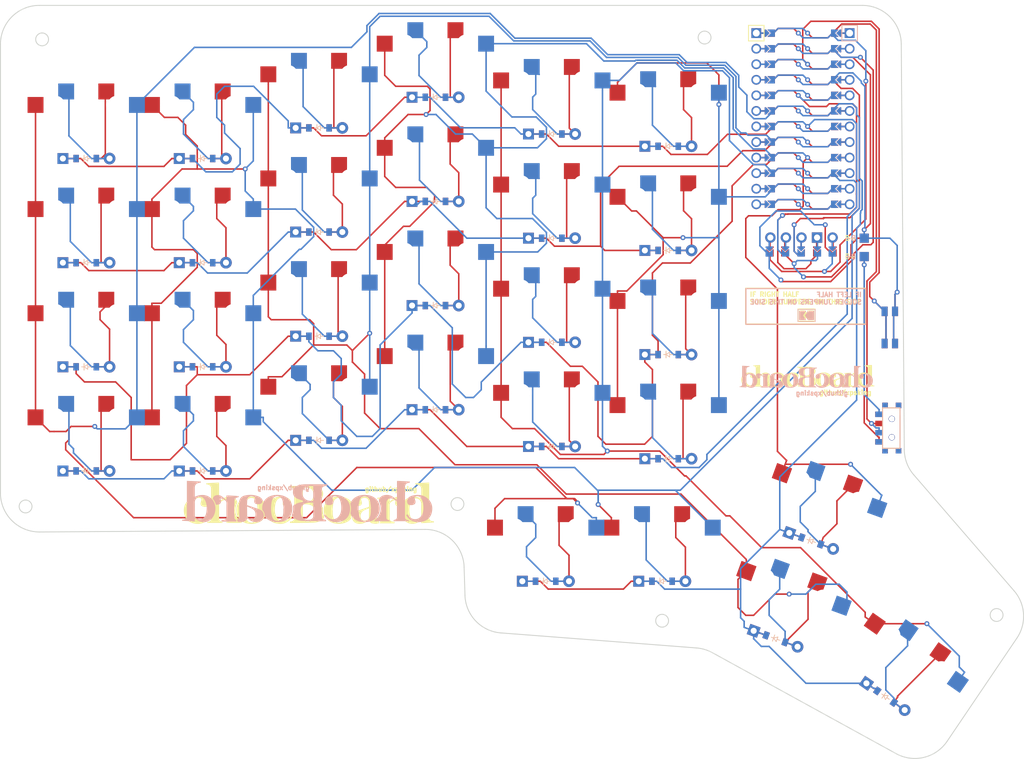
<source format=kicad_pcb>
(kicad_pcb (version 20221018) (generator pcbnew)
  (title_block (title "board") (rev "v1.0.0") (company "Unknown"))
  (layers (0 "F.Cu" signal) (31 "B.Cu" signal) (34 "B.Paste" user) (35 "F.Paste" user) (36 "B.SilkS" user "B.Silkscreen") (37 "F.SilkS" user "F.Silkscreen") (38 "B.Mask" user) (39 "F.Mask" user) (44 "Edge.Cuts" user))
  (net 0 "")
  (net 1 "outer_bottom")
  (net 2 "P20")
  (net 3 "outer_home")
  (net 4 "outer_top")
  (net 5 "outer_num")
  (net 6 "pinky_bottom")
  (net 7 "P19")
  (net 8 "pinky_home")
  (net 9 "pinky_top")
  (net 10 "pinky_num")
  (net 11 "ring_bottom")
  (net 12 "P18")
  (net 13 "ring_home")
  (net 14 "ring_top")
  (net 15 "ring_num")
  (net 16 "middle_bottom")
  (net 17 "P15")
  (net 18 "middle_home")
  (net 19 "middle_top")
  (net 20 "middle_num")
  (net 21 "index_bottom")
  (net 22 "P14")
  (net 23 "index_home")
  (net 24 "index_top")
  (net 25 "index_num")
  (net 26 "inner_bottom")
  (net 27 "P16")
  (net 28 "inner_home")
  (net 29 "inner_top")
  (net 30 "inner_num")
  (net 31 "near1_home")
  (net 32 "near2_home")
  (net 33 "home_home")
  (net 34 "home_top")
  (net 35 "far_home")
  (net 36 "P7")
  (net 37 "P6")
  (net 38 "P5")
  (net 39 "P4")
  (net 40 "P3")
  (net 41 "RAW")
  (net 42 "GND")
  (net 43 "RST")
  (net 44 "VCC")
  (net 45 "P21")
  (net 46 "P10")
  (net 47 "P1")
  (net 48 "P0")
  (net 49 "P2")
  (net 50 "P8")
  (net 51 "P9")
  (net 52 "Bplus")
  (footprint "E73:SPDT_C128955" (layer "F.Cu") (at 165.8012 90.7183 -90)
    (fp_text reference "T1" hide)
    (fp_text value "" hide)
  )
  (footprint "ComboDiode" (layer "F.Cu") (at 91.3012 53.7183)
    (fp_text reference "D15" hide)
    (fp_text value "" hide)
  )
  (footprint "ComboDiode" (layer "F.Cu") (at 128.3012 115.7183)
    (fp_text reference "D26" hide)
    (fp_text value "" hide)
  )
  (footprint "ComboDiode" (layer "F.Cu") (at 53.3012 97.7183)
    (fp_text reference "D5" hide)
    (fp_text value "" hide)
  )
  (footprint "ComboDiode" (layer "F.Cu") (at 146.8365 125.1139 -20)
    (fp_text reference "D27" hide)
    (fp_text value "" hide)
  )
  (footprint "ComboDiode" (layer "F.Cu") (at 110.3012 93.7183)
    (fp_text reference "D17" hide)
    (fp_text value "" hide)
  )
  (footprint "PG1350" (layer "F.Cu") (at 129.3012 90.7183)
    (fp_text reference "S21" hide)
    (fp_text value "" hide)
  )
  (footprint "ComboDiode" (layer "F.Cu") (at 34.3012 46.7183)
    (fp_text reference "D4" hide)
    (fp_text value "" hide)
  )
  (footprint "" (layer "F.Cu") (at 148.463014 61.461994 -90)
    (fp_text reference "")
    (fp_text value "")
  )
  (footprint "PG1350" (layer "F.Cu") (at 148.5466 120.4155 -20)
    (fp_text reference "S27" hide)
    (fp_text value "" hide)
  )
  (footprint "ComboDiode" (layer "F.Cu") (at 72.3012 75.7183)
    (fp_text reference "D10" hide)
    (fp_text value "" hide)
  )
  (footprint "ProMicro" (layer "F.Cu") (at 151.3012 40.2183 -90)
    (fp_text reference "MCU1" hide)
    (fp_text value "")
  )
  (footprint "PG1350" (layer "F.Cu") (at 53.3012 75.7183)
    (fp_text reference "S6" hide)
    (fp_text value "" hide)
  )
  (footprint "PG1350" (layer "F.Cu") (at 110.3012 71.7183)
    (fp_text reference "S18" hide)
    (fp_text value "" hide)
  )
  (footprint "" (layer "F.Cu") (at 151.003014 61.461994 -90)
    (fp_text reference "")
    (fp_text value "")
  )
  (footprint "SMDPad" (layer "F.Cu") (at 161.3012 59.7183)
    (fp_text reference "PAD2" hide)
    (fp_text value "" hide)
  )
  (footprint "PG1350" (layer "F.Cu") (at 91.3012 31.7183)
    (fp_text reference "S16" hide)
    (fp_text value "" hide)
  )
  (footprint "" (layer "F.Cu") (at 156.083014 61.467994 -90)
    (fp_text reference "")
    (fp_text value "")
  )
  (footprint "ComboDiode" (layer "F.Cu") (at 34.3012 80.7183)
    (fp_text reference "D2" hide)
    (fp_text value "" hide)
  )
  (footprint "E73:SPDT_C128955" (layer "F.Cu") (at 165.8012 90.7183 -90)
    (fp_text reference "T2" hide)
    (fp_text value "" hide)
  )
  (footprint "Button_Switch_SMD:Panasonic_EVQPUL_EVQPUC" (layer "F.Cu") (at 165.481 74.295 -90)
    (fp_text reference "REF**" hide)
    (fp_text value "Panasonic_EVQPUL_EVQPUC" hide)
  )
  (footprint "" (layer "F.Cu") (at 153.67 62.478 -90)
    (fp_text reference "")
    (fp_text value "")
  )
  (footprint "PG1350" (layer "F.Cu") (at 129.3012 56.7183)
    (fp_text reference "S23" hide)
    (fp_text value "" hide)
  )
  (footprint "" (layer "F.Cu") (at 145.796014 61.468 -90)
    (fp_text reference "")
    (fp_text value "")
  )
  (footprint "PG1350" (layer "F.Cu") (at 53.3012 58.7183)
    (fp_text reference "S7" hide)
    (fp_text value "" hide)
  )
  (footprint "PG1350" (layer "F.Cu") (at 34.3012 41.7183)
    (fp_text reference "S4" hide)
    (fp_text value "" hide)
  )
  (footprint "ComboDiode" (layer "F.Cu") (at 53.3012 46.7183)
    (fp_text reference "D8" hide)
    (fp_text value "" hide)
  )
  (footprint "" (layer "F.Cu") (at 153.670014 61.461994 -90)
    (fp_text reference "")
    (fp_text value "")
  )
  (footprint "PG1350" (layer "F.Cu") (at 91.3012 65.7183)
    (fp_text reference "S14" hide)
    (fp_text value "" hide)
  )
  (footprint "ComboDiode" (layer "F.Cu") (at 53.3012 63.7183)
    (fp_text reference "D7" hide)
    (fp_text value "" hide)
  )
  (footprint "PG1350" (layer "F.Cu") (at 110.3012 54.7183)
    (fp_text reference "S19" hide)
    (fp_text value "" hide)
  )
  (footprint "PG1350" (layer "F.Cu") (at 72.3012 70.7183)
    (fp_text reference "S10" hide)
    (fp_text value "" hide)
  )
  (footprint "ComboDiode" (layer "F.Cu") (at 164.7844 134.5674 -35)
    (fp_text reference "D29" hide)
    (fp_text value "" hide)
  )
  (footprint "" (layer "F.Cu") (at 145.796 62.484006 -90)
    (fp_text reference "")
    (fp_text value "")
  )
  (footprint "" (layer "F.Cu") (at 156.083 62.484 -90)
    (fp_text reference "")
    (fp_text value "")
  )
  (footprint "PG1350" (layer "F.Cu") (at 34.3012 75.7183)
    (fp_text reference "S2" hide)
    (fp_text value "" hide)
  )
  (footprint "ComboDiode" (layer "F.Cu") (at 34.3012 63.7183)
    (fp_text reference "D3" hide)
    (fp_text value "" hide)
  )
  (footprint "PG1350" (layer "F.Cu") (at 72.3012 53.7183)
    (fp_text reference "S11" hide)
    (fp_text value "" hide)
  )
  (footprint "ComboDiode" (layer "F.Cu") (at 129.3012 78.7183)
    (fp_text reference "D22" hide)
    (fp_text value "" hide)
  )
  (footprint "PG1350" (layer "F.Cu") (at 129.3012 73.7183)
    (fp_text reference "S22" hide)
    (fp_text value "" hide)
  )
  (footprint "ComboDiode" (layer "F.Cu") (at 72.3012 41.7183)
    (fp_text reference "D12" hide)
    (fp_text value "" hide)
  )
  (footprint "ComboDiode" (layer "F.Cu") (at 53.3012 80.7183)
    (fp_text reference "D6" hide)
    (fp_text value "" hide)
  )
  (footprint "PG1350" (layer "F.Cu") (at 110.3012 37.7183)
    (fp_text reference "S20" hide)
    (fp_text value "" hide)
  )
  (footprint "PG1350" (layer "F.Cu") (at 128.3012 110.7183)
    (fp_text reference "S26" hide)
    (fp_text value "" hide)
  )
  (footprint "SMDPad" (layer "F.Cu") (at 161.3012 62.7183)
    (fp_text reference "PAD1" hide)
    (fp_text value "" hide)
  )
  (footprint "PG1350" (layer "F.Cu") (at 72.3012 87.7183)
    (fp_text reference "S9" hide)
    (fp_text value "" hide)
  )
  (footprint "ComboDiode" (layer "F.Cu") (at 129.3012 61.7183)
    (fp_text reference "D23" hide)
    (fp_text value "" hide)
  )
  (footprint "" (layer "F.Cu") (at 151.003 62.478 -90)
    (fp_text reference "")
    (fp_text value "")
  )
  (footprint "Jumper:SolderJumper-2_P1.3mm_Open_TrianglePad1.0x1.5mm" (layer "F.Cu") (at 151.892 72.263)
    (fp_text reference "REF**" hide)
    (fp_text value "SolderJumper-2_P1.3mm_Open_TrianglePad1.0x1.5mm" hide)
  )
  (footprint "lib:OLED_headers" (layer "F.Cu") (at 143.8012 61.2183 90)
    (fp_text reference "OLED1" hide)
    (fp_text value "OLED")
  )
  (footprint "PG1350" (layer "F.Cu") (at 53.3012 92.7183)
    (fp_text reference "S5" hide)
    (fp_text value "" hide)
  )
  (footprint "ComboDiode" (layer "F.Cu") (at 152.6509 109.1392 -20)
    (fp_text reference "D28" hide)
    (fp_text value "" hide)
  )
  (footprint "PG1350" (layer "F.Cu") (at 34.3012 58.7183)
    (fp_text reference "S3" hide)
    (fp_text value "" hide)
  )
  (footprint "PG1350" (layer "F.Cu") (at 109.3012 110.7183)
    (fp_text reference "S25" hide)
    (fp_text value "" hide)
  )
  (footprint "PG1350" (layer "F.Cu") (at 91.3012 48.7183)
    (fp_text reference "S15" hide)
    (fp_text value "" hide)
  )
  (footprint "PG1350" (layer "F.Cu") (at 34.3012 92.7183)
    (fp_text reference "S1" hide)
    (fp_text value "" hide)
  )
  (footprint "ComboDiode" (layer "F.Cu") (at 72.3012 92.7183)
    (fp_text reference "D9" hide)
    (fp_text value "" hide)
  )
  (footprint "PG1350" (layer "F.Cu") (at 72.3012 36.7183)
    (fp_text reference "S12" hide)
    (fp_text value "" hide)
  )
  (footprint "PG1350" (layer "F.Cu") (at 53.3012 41.7183)
    (fp_text reference "S8" hide)
    (fp_text value "" hide)
  )
  (footprint "ComboDiode" (layer "F.Cu") (at 109.3012 115.7183)
    (fp_text reference "D25" hide)
    (fp_text value "" hide)
  )
  (footprint "ComboDiode" (layer "F.Cu") (at 110.3012 42.7183)
    (fp_text reference "D20" hide)
    (fp_text value "" hide)
  )
  (footprint "ComboDiode" (layer "F.Cu") (at 129.3012 95.7183)
    (fp_text reference "D21" hide)
    (fp_text value "" hide)
  )
  (footprint "ComboDiode" (layer "F.Cu") (at 34.3012 97.7183)
    (fp_text reference "D1" hide)
    (fp_text value "" hide)
  )
  (footprint "ComboDiode" (layer "F.Cu") (at 110.3012 76.7183)
    (fp_text reference "D18" hide)
    (fp_text value "" hide)
  )
  (footprint "ComboDiode" (layer "F.Cu") (at 91.3012 70.7183)
    (fp_text reference "D14" hide)
    (fp_text value "" hide)
  )
  (footprint "ComboDiode" (layer "F.Cu") (at 72.3012 58.7183)
    (fp_text reference "D11" hide)
    (fp_text value "" hide)
  )
  (footprint "PG1350" (layer "F.Cu") (at 91.3012 82.7183)
    (fp_text reference "S13" hide)
    (fp_text value "" hide)
  )
  (footprint "ComboDiode" (layer "F.Cu") (at 91.3012 87.7183)
    (fp_text reference "D13" hide)
    (fp_text value "" hide)
  )
  (footprint "PG1350" (layer "F.Cu") (at 110.3012 88.7183)
    (fp_text reference "S17" hide)
    (fp_text value "" hide)
  )
  (footprint "PG1350" (layer "F.Cu") (at 129.3012 39.7183)
    (fp_text reference "S24" hide)
    (fp_text value "" hide)
  )
  (footprint "ComboDiode" (layer "F.Cu") (at 91.3012 36.7183)
    (fp_text reference "D16" hide)
    (fp_text value "" hide)
  )
  (footprint "PG1350" (layer "F.Cu") (at 154.361 104.4407 -20)
    (fp_text reference "S28" hide)
    (fp_text value "" hide)
  )
  (footprint "PG1350" (layer "F.Cu") (at 167.6523 130.4716 -35)
    (fp_text reference "S29" hide)
    (fp_text value "" hide)
  )
  (footprint "" (layer "F.Cu") (at 148.463 62.478 -90)
    (fp_text reference "")
    (fp_text value "")
  )
  (footprint "ComboDiode" (layer "F.Cu") (at 110.3012 59.7183)
    (fp_text reference "D19" hide)
    (fp_text value "" hide)
  )
  (footprint "ComboDiode" (layer "F.Cu") (at 129.3012 44.7183)
    (fp_text reference "D24" hide)
    (fp_text value "" hide)
  )
  (footprint "" (layer "B.Cu") (at 164.6268 71.6612)
    (fp_text reference "")
    (fp_text value "")
  )
  (footprint "" (layer "B.Cu") (at 148.335986 61.455988 180)
    (fp_text reference "")
    (fp_text value "")
  )
  (footprint "" (layer "B.Cu") (at 166.3268 71.6612)
    (fp_text reference "")
    (fp_text value "")
  )
  (footprint "" (layer "B.Cu") (at 153.543 62.471994 180)
    (fp_text reference "")
    (fp_text value "")
  )
  (footprint "" (layer "B.Cu") (at 153.542986 61.455988 180)
    (fp_text reference "")
    (fp_text value "")
  )
  (footprint "" (layer "B.Cu") (at 148.336 62.471994 180)
    (fp_text reference "")
    (fp_text value "")
  )
  (footprint "" (layer "B.Cu") (at 166.3268 76.9112)
    (fp_text reference "")
    (fp_text value "")
  )
  (footprint "" (layer "B.Cu") (at 145.923 62.477994 180)
    (fp_text reference "")
    (fp_text value "")
  )
  (footprint "" (layer "B.Cu") (at 151.003 62.471994 180)
    (fp_text reference "")
    (fp_text value "")
  )
  (footprint "" (layer "B.Cu") (at 145.922986 61.461988 180)
    (fp_text reference "")
    (fp_text value "")
  )
  (footprint "" (layer "B.Cu") (at 156.209986 61.461994 180)
    (fp_text reference "")
    (fp_text value "")
  )
  (footprint "" (layer "B.Cu") (at 164.6268 76.9112)
    (fp_text reference "")
    (fp_text value "")
  )
  (footprint "" (layer "B.Cu") (at 151.002986 61.455988 180)
    (fp_text reference "")
    (fp_text value "")
  )
  (footprint "" (layer "B.Cu") (at 156.21 62.478 180)
    (fp_text reference "")
    (fp_text value "")
  )
  (footprint "Jumper:SolderJumper-2_P1.3mm_Open_TrianglePad1.0x1.5mm" (layer "B.Cu") (at 151.895349 72.340821 180)
    (fp_text reference "REF**" hide)
    (fp_text value "SolderJumper-2_P1.3mm_Open_TrianglePad1.0x1.5mm" hide)
  )
  (gr_poly (pts (xy 55.582568 114.898754) (xy 55.579532 114.899187) (xy 55.582177 114.896541)) (fill solid) (layer "B.SilkS"))
  (gr_poly (pts (xy 85.15231 99.334082) (xy 85.171792 99.335096) (xy 85.479367 99.353203) (xy 85.786945 99.36883) (xy 86.402101 99.398596) (xy 87.12177 99.440929) (xy 87.12177 99.6182) (xy 87.079477 99.627625) (xy 87.039417 99.636059) (xy 87.000845 99.6435) (xy 86.981884 99.646849) (xy 86.963017 99.64995) (xy 86.884934 99.664512) (xy 86.812365 99.682485) (xy 86.745246 99.703993) (xy 86.713709 99.716111) (xy 86.68351 99.729159) (xy 86.65464 99.743153) (xy 86.627092 99.758108) (xy 86.600856 99.77404) (xy 86.575925 99.790964) (xy 86.55229 99.808896) (xy 86.529944 99.827851) (xy 86.508877 99.847845) (xy 86.489083 99.868892) (xy 86.470552 99.89101) (xy 86.453276 99.914213) (xy 86.437247 99.938516) (xy 86.422456 99.963936) (xy 86.408897 99.990487) (xy 86.396559 100.018186) (xy 86.385436 100.047047) (xy 86.375519 100.077086) (xy 86.366799 100.10832) (xy 86.359268 100.140762) (xy 86.352919 100.174429) (xy 86.347743 100.209337) (xy 86.340875 100.282934) (xy 86.338601 100.361679) (xy 86.335957 105.219429) (xy 86.337707 105.280219) (xy 86.343006 105.336662) (xy 86.347011 105.363289) (xy 86.351933 105.388872) (xy 86.357781 105.413426) (xy 86.364565 105.436966) (xy 86.372295 105.459506) (xy 86.38098 105.48106) (xy 86.39063 105.501644) (xy 86.401255 105.521271) (xy 86.412864 105.539956) (xy 86.425468 105.557714) (xy 86.439075 105.57456) (xy 86.453696 105.590507) (xy 86.46934 105.605571) (xy 86.486017 105.619765) (xy 86.503736 105.633105) (xy 86.522508 105.645604) (xy 86.542342 105.657279) (xy 86.563247 105.668142) (xy 86.585234 105.678209) (xy 86.608312 105.687493) (xy 86.63249 105.696011) (xy 86.657779 105.703775) (xy 86.711727 105.717104) (xy 86.770233 105.727596) (xy 86.833375 105.735366) (xy 86.853466 105.737971) (xy 86.862954 105.739738) (xy 86.872069 105.741815) (xy 86.880813 105.744203) (xy 86.889184 105.7469) (xy 86.897183 105.749908) (xy 86.90481 105.753226) (xy 86.912066 105.756853) (xy 86.918949 105.760791) (xy 86.92546 105.765039) (xy 86.931599 105.769597) (xy 86.937366 105.774464) (xy 86.94276 105.779642) (xy 86.947783 105.78513) (xy 86.952434 105.790929) (xy 86.956713 105.797037) (xy 86.960619 105.803455) (xy 86.964154 105.810183) (xy 86.967316 105.817221) (xy 86.970107 105.82457) (xy 86.972525 105.832228) (xy 86.974572 105.840197) (xy 86.976246 105.848475) (xy 86.977548 105.857064) (xy 86.978478 105.865963) (xy 86.979037 105.875172) (xy 86.979223 105.88469) (xy 86.979037 105.894519) (xy 86.978479 105.904658) (xy 86.976247 105.925866) (xy 86.97096 105.920574) (xy 84.481229 105.920574) (xy 84.47373 105.897122) (xy 84.470687 105.886023) (xy 84.468119 105.875332) (xy 84.466029 105.865037) (xy 84.464422 105.855131) (xy 84.4633 105.845603) (xy 84.462667 105.836445) (xy 84.462526 105.827648) (xy 84.462881 105.819202) (xy 84.463734 105.811097) (xy 84.465091 105.803326) (xy 84.466953 105.795878) (xy 84.469324 105.788745) (xy 84.472207 105.781917) (xy 84.475607 105.775385) (xy 84.479526 105.769139) (xy 84.483968 105.763171) (xy 84.488935 105.757472) (xy 84.494433 105.752032) (xy 84.500463 105.746842) (xy 84.507029 105.741892) (xy 84.514136 105.737175) (xy 84.521785 105.732679) (xy 84.529981 105.728397) (xy 84.538726 105.724319) (xy 84.548025 105.720435) (xy 84.557881 105.716737) (xy 84.579275 105.709861) (xy 84.602937 105.703616) (xy 84.660014 105.688981) (xy 84.712286 105.672729) (xy 84.759906 105.654671) (xy 84.78202 105.644906) (xy 84.80303 105.634618) (xy 84.822955 105.623783) (xy 84.841814 105.612378) (xy 84.859626 105.600379) (xy 84.876411 105.587763) (xy 84.892189 105.574505) (xy 84.906978 105.560582) (xy 84.920798 105.545969) (xy 84.933669 105.530645) (xy 84.94561 105.514584) (xy 84.956639 105.497762) (xy 84.966777 105.480157) (xy 84.976044 105.461744) (xy 84.984457 105.4425) (xy 84.992037 105.422401) (xy 84.998804 105.401423) (xy 85.004776 105.379543) (xy 85.009972 105.356736) (xy 85.014413 105.332979) (xy 85.021105 105.28252) (xy 85.025007 105.227976) (xy 85.026273 105.169158) (xy 85.026273 102.877867) (xy 85.026116 102.868326) (xy 85.025642 102.858596) (xy 85.024843 102.848735) (xy 85.02371 102.838799) (xy 85.022235 102.828848) (xy 85.020413 102.81894) (xy 85.018233 102.809132) (xy 85.015689 102.799484) (xy 85.012773 102.790052) (xy 85.009478 102.780896) (xy 85.005795 102.772073) (xy 85.001716 102.763641) (xy 84.997234 102.755659) (xy 84.992342 102.748185) (xy 84.987031 102.741276) (xy 84.984216 102.738052) (xy 84.981294 102.734992) (xy 84.888112 102.638584) (xy 84.841118 102.590442) (xy 84.793442 102.543169) (xy 84.744773 102.497383) (xy 84.719969 102.475243) (xy 84.694802 102.453706) (xy 84.669231 102.432852) (xy 84.643218 102.412758) (xy 84.616724 102.393501) (xy 84.589711 102.375158) (xy 84.541194 102.345014) (xy 84.491909 102.317183) (xy 84.441895 102.291809) (xy 84.391192 102.269036) (xy 84.339837 102.249007) (xy 84.28787 102.231865) (xy 84.23533 102.217754) (xy 84.182255 102.206817) (xy 84.128683 102.199198) (xy 84.074655 102.19504) (xy 84.020207 102.194487) (xy 83.96538 102.197681) (xy 83.910211 102.204766) (xy 83.854741 102.215886) (xy 83.799006 102.231184) (xy 83.743047 102.250804) (xy 83.711292 102.264209) (xy 83.680994 102.278609) (xy 83.652124 102.293975) (xy 83.624651 102.310278) (xy 83.598544 102.327491) (xy 83.573772 102.345583) (xy 83.550306 102.364527) (xy 83.528114 102.384295) (xy 83.507167 102.404856) (xy 83.487433 102.426184) (xy 83.468882 102.448249) (xy 83.451483 102.471023) (xy 83.420022 102.518583) (xy 83.392805 102.568635) (xy 83.369587 102.62095) (xy 83.350125 102.6753) (xy 83.334174 102.731456) (xy 83.321491 102.78919) (xy 83.311831 102.848272) (xy 83.304949 102.908474) (xy 83.300603 102.969568) (xy 83.298547 103.031325) (xy 83.291808 103.597285) (xy 83.290278 104.163741) (xy 83.295899 105.296158) (xy 83.297422 105.346087) (xy 83.299329 105.369812) (xy 83.302002 105.392721) (xy 83.305445 105.414819) (xy 83.30966 105.436115) (xy 83.314649 105.456614) (xy 83.320415 105.476323) (xy 83.326959 105.495249) (xy 83.334285 105.513399) (xy 83.342395 105.53078) (xy 83.351291 105.547398) (xy 83.360976 105.563261) (xy 83.371452 105.578375) (xy 83.382722 105.592746) (xy 83.394788 105.606382) (xy 83.407652 105.619289) (xy 83.421317 105.631475) (xy 83.435785 105.642945) (xy 83.451058 105.653707) (xy 83.46714 105.663768) (xy 83.484033 105.673134) (xy 83.501738 105.681811) (xy 83.520259 105.689808) (xy 83.539597 105.697131) (xy 83.559756 105.703785) (xy 83.580737 105.709779) (xy 83.602543 105.715119) (xy 83.648641 105.723864) (xy 83.698068 105.730074) (xy 83.725624 105.733057) (xy 83.749848 105.736198) (xy 83.770877 105.739719) (xy 83.788853 105.743841) (xy 83.796739 105.746196) (xy 83.803914 105.748784) (xy 83.810395 105.751633) (xy 83.8162 105.754771) (xy 83.821346 105.758224) (xy 83.82585 105.76202) (xy 83.829731 105.766188) (xy 83.833004 105.770754) (xy 83.835689 105.775747) (xy 83.837802 105.781193) (xy 83.839361 105.787122) (xy 83.840383 105.793559) (xy 83.840886 105.800533) (xy 83.840887 105.808072) (xy 83.840403 105.816202) (xy 83.839453 105.824952) (xy 83.83622 105.844422) (xy 83.831329 105.866702) (xy 83.824918 105.892012) (xy 83.817128 105.920574) (xy 81.311524 105.920574) (xy 81.321613 105.904947) (xy 81.331089 105.889811) (xy 81.348484 105.861002) (xy 81.378994 105.809119) (xy 81.393225 105.785983) (xy 81.40033 105.775104) (xy 81.407519 105.764677) (xy 81.414864 105.754701) (xy 81.422433 105.745169) (xy 81.430297 105.73608) (xy 81.438525 105.727429) (xy 81.466686 105.699414) (xy 81.495513 105.671856) (xy 81.55461 105.617709) (xy 81.674665 105.51047) (xy 81.73339 105.455766) (xy 81.761939 105.427789) (xy 81.789759 105.399263) (xy 81.81671 105.370085) (xy 81.842655 105.340155) (xy 81.867451 105.309373) (xy 81.890962 105.277637) (xy 81.993156 105.124256) (xy 82.082572 104.969723) (xy 82.159392 104.814067) (xy 82.223799 104.657313) (xy 82.275973 104.49949) (xy 82.316097 104.340624) (xy 82.344354 104.180743) (xy 82.360926 104.019874) (xy 82.365995 103.858043) (xy 82.359742 103.695279) (xy 82.342351 103.531607) (xy 82.314003 103.367056) (xy 82.274881 103.201652) (xy 82.225167 103.035423) (xy 82.165042 102.868395) (xy 82.094689 102.700595) (xy 82.086586 102.682173) (xy 82.078483 102.662851) (xy 82.070876 102.642971) (xy 82.067414 102.632928) (xy 82.064261 102.622874) (xy 82.061481 102.612851) (xy 82.059135 102.602901) (xy 82.057285 102.593068) (xy 82.055994 102.583393) (xy 82.055322 102.57392) (xy 82.055333 102.564692) (xy 82.056088 102.55575) (xy 82.056763 102.5514) (xy 82.057649 102.547137) (xy 82.079057 102.470453) (xy 82.103651 102.396273) (xy 82.131517 102.324744) (xy 82.162738 102.256013) (xy 82.197401 102.190227) (xy 82.235591 102.127535) (xy 82.277393 102.068082) (xy 82.322893 102.012017) (xy 82.372175 101.959487) (xy 82.398262 101.934593) (xy 82.425326 101.910638) (xy 82.453378 101.887641) (xy 82.482429 101.865619) (xy 82.51249 101.844592) (xy 82.543572 101.824577) (xy 82.575684 101.805592) (xy 82.608838 101.787658) (xy 82.643044 101.770791) (xy 82.678313 101.75501) (xy 82.714655 101.740333) (xy 82.752082 101.72678) (xy 82.790604 101.714368) (xy 82.830232 101.703116) (xy 82.930744 101.67858) (xy 83.030834 101.658633) (xy 83.130451 101.643399) (xy 83.229545 101.633002) (xy 83.328065 101.627565) (xy 83.425962 101.627214) (xy 83.523184 101.632071) (xy 83.619681 101.642262) (xy 83.715404 101.65791) (xy 83.8103 101.679138) (xy 83.904321 101.706072) (xy 83.997415 101.738835) (xy 84.089533 101.777551) (xy 84.180623 101.822344) (xy 84.270636 101.873338) (xy 84.359521 101.930658) (xy 84.391498 101.953341) (xy 84.422975 101.976691) (xy 84.45401 102.00063) (xy 84.484662 102.025081) (xy 84.545046 102.075207) (xy 84.604593 102.126449) (xy 84.723035 102.229802) (xy 84.782861 102.280673) (xy 84.843709 102.330179) (xy 84.852329 102.336917) (xy 84.861325 102.343284) (xy 84.870702 102.34934) (xy 84.880461 102.355149) (xy 84.890609 102.360771) (xy 84.901148 102.366269) (xy 84.923415 102.377142) (xy 84.972818 102.400128) (xy 85.000014 102.413233) (xy 85.028916 102.428074) (xy 85.028916 102.232283) (xy 85.030902 100.851158) (xy 85.028916 99.470033) (xy 85.029329 99.450118) (xy 85.030606 99.432004) (xy 85.031587 99.423606) (xy 85.032805 99.415635) (xy 85.034269 99.408087) (xy 85.035985 99.400952) (xy 85.037961 99.394225) (xy 85.040204 99.387897) (xy 85.042721 99.381961) (xy 85.045519 99.376411) (xy 85.048607 99.371239) (xy 85.05199 99.366437) (xy 85.055676 99.361998) (xy 85.059673 99.357916) (xy 85.063988 99.354182) (xy 85.068628 99.35079) (xy 85.0736 99.347733) (xy 85.078912 99.345002) (xy 85.084571 99.342591) (xy 85.090584 99.340493) (xy 85.096959 99.338699) (xy 85.103702 99.337204) (xy 85.110821 99.335999) (xy 85.118323 99.335078) (xy 85.126216 99.334433) (xy 85.134506 99.334057)) (fill solid) (layer "B.SilkS"))
  (gr_poly (pts (xy 61.218729 101.620434) (xy 61.346516 101.62668) (xy 61.474129 101.637529) (xy 61.601548 101.65306) (xy 61.728754 101.673351) (xy 61.855728 101.698479) (xy 61.98245 101.728521) (xy 62.1089 101.763555) (xy 62.23506 101.803658) (xy 62.283977 101.820475) (xy 62.332464 101.83823) (xy 62.380463 101.856992) (xy 62.427915 101.876832) (xy 62.474763 101.897819) (xy 62.520948 101.920023) (xy 62.566413 101.943514) (xy 62.611098 101.968362) (xy 62.654946 101.994635) (xy 62.697899 102.022405) (xy 62.739898 102.05174) (xy 62.780886 102.082711) (xy 62.820804 102.115387) (xy 62.859595 102.149839) (xy 62.897199 102.186135) (xy 62.933559 102.224346) (xy 62.959586 102.254583) (xy 62.983113 102.285694) (xy 63.00417 102.317576) (xy 63.022784 102.350126) (xy 63.038984 102.383243) (xy 63.052797 102.416823) (xy 63.064251 102.450763) (xy 63.073376 102.48496) (xy 63.080198 102.519313) (xy 63.084746 102.553719) (xy 63.087048 102.588073) (xy 63.087132 102.622275) (xy 63.085026 102.656221) (xy 63.080759 102.689808) (xy 63.074358 102.722935) (xy 63.065851 102.755497) (xy 63.055268 102.787393) (xy 63.042635 102.818519) (xy 63.02798 102.848773) (xy 63.011333 102.878053) (xy 62.99272 102.906255) (xy 62.972171 102.933277) (xy 62.949713 102.959016) (xy 62.925374 102.983369) (xy 62.899183 103.006234) (xy 62.871167 103.027509) (xy 62.841355 103.047089) (xy 62.809774 103.064873) (xy 62.776453 103.080758) (xy 62.74142 103.094642) (xy 62.704703 103.10642) (xy 62.66633 103.115992) (xy 62.634371 103.122505) (xy 62.602024 103.128167) (xy 62.569337 103.132991) (xy 62.536354 103.136993) (xy 62.503124 103.140189) (xy 62.469692 103.142595) (xy 62.436105 103.144225) (xy 62.402409 103.145096) (xy 62.368651 103.145222) (xy 62.334878 103.14462) (xy 62.267471 103.141292) (xy 62.200561 103.135236) (xy 62.134519 103.126575) (xy 62.107435 103.121903) (xy 62.081254 103.116327) (xy 62.055978 103.109859) (xy 62.03161 103.102509) (xy 62.008153 103.09429) (xy 61.985609 103.085211) (xy 61.963982 103.075285) (xy 61.943274 103.064522) (xy 61.923489 103.052933) (xy 61.904629 103.04053) (xy 61.886698 103.027324) (xy 61.869697 103.013326) (xy 61.853631 102.998547) (xy 61.838502 102.982998) (xy 61.824312 102.96669) (xy 61.811065 102.949635) (xy 61.798764 102.931843) (xy 61.787412 102.913326) (xy 61.777011 102.894095) (xy 61.767564 102.874161) (xy 61.759075 102.853536) (xy 61.751546 102.832229) (xy 61.74498 102.810253) (xy 61.73938 102.787619) (xy 61.734749 102.764337) (xy 61.73109 102.74042) (xy 61.728406 102.715877) (xy 61.726699 102.690721) (xy 61.72623 102.638611) (xy 61.729707 102.584179) (xy 61.734388 102.55045) (xy 61.740373 102.516752) (xy 61.747473 102.483116) (xy 61.755503 102.449572) (xy 61.764278 102.416153) (xy 61.773611 102.382889) (xy 61.793207 102.31695) (xy 61.810245 102.262661) (xy 61.824466 102.214522) (xy 61.835594 102.171988) (xy 61.843354 102.134512) (xy 61.845885 102.117499) (xy 61.84747 102.101546) (xy 61.848076 102.086585) (xy 61.847669 102.072546) (xy 61.846212 102.059362) (xy 61.843673 102.046965) (xy 61.840017 102.035285) (xy 61.835209 102.024255) (xy 61.829215 102.013806) (xy 61.822001 102.00387) (xy 61.813532 101.994379) (xy 61.803774 101.985265) (xy 61.792693 101.976458) (xy 61.780253 101.967892) (xy 61.766421 101.959497) (xy 61.751162 101.951205) (xy 61.716227 101.934657) (xy 61.675172 101.917703) (xy 61.627722 101.899795) (xy 61.573602 101.880388) (xy 61.524521 101.86439) (xy 61.476039 101.851101) (xy 61.428213 101.840485) (xy 61.381097 101.832504) (xy 61.334749 101.827125) (xy 61.289224 101.82431) (xy 61.244579 101.824024) (xy 61.200871 101.826231) (xy 61.158154 101.830895) (xy 61.116486 101.837981) (xy 61.075922 101.847452) (xy 61.036519 101.859273) (xy 60.998333 101.873407) (xy 60.96142 101.88982) (xy 60.925837 101.908475) (xy 60.891639 101.929336) (xy 60.858883 101.952367) (xy 60.827625 101.977533) (xy 60.797921 102.004798) (xy 60.769828 102.034125) (xy 60.743401 102.06548) (xy 60.718697 102.098825) (xy 60.695771 102.134126) (xy 60.674681 102.171347) (xy 60.655482 102.210451) (xy 60.638231 102.251403) (xy 60.622984 102.294166) (xy 60.609796 102.338706) (xy 60.598725 102.384986) (xy 60.589826 102.43297) (xy 60.583155 102.482623) (xy 60.57877 102.533908) (xy 60.554956 103.160971) (xy 60.554433 103.178339) (xy 60.554526 103.186659) (xy 60.554858 103.194741) (xy 60.555433 103.202589) (xy 60.556253 103.210206) (xy 60.55732 103.217595) (xy 60.558636 103.22476) (xy 60.560204 103.231704) (xy 60.562026 103.23843) (xy 60.564106 103.244943) (xy 60.566444 103.251244) (xy 60.569044 103.257338) (xy 60.571908 103.263229) (xy 60.575039 103.268918) (xy 60.578438 103.274411) (xy 60.582109 103.27971) (xy 60.586053 103.284818) (xy 60.590274 103.289739) (xy 60.594773 103.294477) (xy 60.599553 103.299034) (xy 60.604617 103.303415) (xy 60.609966 103.307622) (xy 60.615604 103.311659) (xy 60.621532 103.31553) (xy 60.627754 103.319237) (xy 60.63427 103.322784) (xy 60.641085 103.326175) (xy 60.648201 103.329413) (xy 60.655619 103.332501) (xy 60.671373 103.338242) (xy 61.075855 103.472187) (xy 61.277475 103.539532) (xy 61.478352 103.608117) (xy 62.110044 103.820775) (xy 62.267347 103.876188) (xy 62.42341 103.934422) (xy 62.577737 103.996439) (xy 62.729831 104.0632) (xy 62.770285 104.082835) (xy 62.809291 104.10401) (xy 62.846844 104.126681) (xy 62.882938 104.150807) (xy 62.917567 104.176346) (xy 62.950724 104.203255) (xy 63.012604 104.261017) (xy 63.068531 104.323756) (xy 63.118458 104.391133) (xy 63.162339 104.462813) (xy 63.200128 104.538458) (xy 63.231777 104.61773) (xy 63.25724 104.700293) (xy 63.276472 104.785809) (xy 63.289424 104.873941) (xy 63.296052 104.964352) (xy 63.296308 105.056705) (xy 63.290145 105.150663) (xy 63.277518 105.245887) (xy 63.27044 105.283623) (xy 63.261633 105.320905) (xy 63.251136 105.357696) (xy 63.238988 105.393961) (xy 63.225228 105.429664) (xy 63.209894 105.464769) (xy 63.174662 105.533043) (xy 63.133599 105.598495) (xy 63.087018 105.660839) (xy 63.035228 105.719787) (xy 62.978539 105.775054) (xy 62.917261 105.826352) (xy 62.851705 105.873394) (xy 62.782179 105.915894) (xy 62.708995 105.953565) (xy 62.632462 105.98612) (xy 62.552891 106.013272) (xy 62.470591 106.034734) (xy 62.385873 106.050221) (xy 62.267278 106.064043) (xy 62.150621 106.071749) (xy 62.035917 106.073301) (xy 61.923182 106.068659) (xy 61.812432 106.057785) (xy 61.703681 106.04064) (xy 61.596946 106.017185) (xy 61.492242 105.987382) (xy 61.389584 105.951192) (xy 61.288988 105.908575) (xy 61.19047 105.859494) (xy 61.094044 105.80391) (xy 60.999727 105.741783) (xy 60.907534 105.673076) (xy 60.81748 105.597748) (xy 60.729581 105.515762) (xy 60.707756 105.495397) (xy 60.687811 105.477977) (xy 60.678491 105.470381) (xy 60.669579 105.463533) (xy 60.661053 105.457437) (xy 60.652893 105.452097) (xy 60.645078 105.447516) (xy 60.637587 105.4437) (xy 60.6304 105.44065) (xy 60.623495 105.438372) (xy 60.616851 105.436869) (xy 60.610448 105.436144) (xy 60.604265 105.436203) (xy 60.598282 105.437049) (xy 60.592476 105.438685) (xy 60.586828 105.441116) (xy 60.581317 105.444345) (xy 60.575921 105.448376) (xy 60.570621 105.453214) (xy 60.565394 105.458861) (xy 60.560221 105.465323) (xy 60.55508 105.472602) (xy 60.549951 105.480703) (xy 60.544813 105.48963) (xy 60.539644 105.499385) (xy 60.534425 105.509975) (xy 60.523751 105.533668) (xy 60.512623 105.560741) (xy 60.495473 105.601687) (xy 60.476754 105.641129) (xy 60.456446 105.67899) (xy 60.434529 105.715192) (xy 60.410984 105.749657) (xy 60.385793 105.782309) (xy 60.358934 105.813069) (xy 60.33039 105.841861) (xy 60.300141 105.868606) (xy 60.268167 105.893227) (xy 60.234448 105.915647) (xy 60.198967 105.935788) (xy 60.161702 105.953573) (xy 60.122635 105.968923) (xy 60.081747 105.981762) (xy 60.039018 105.992012) (xy 59.954222 106.008083) (xy 59.868651 106.022356) (xy 59.782523 106.034521) (xy 59.696053 106.044267) (xy 59.609458 106.051285) (xy 59.522957 106.055264) (xy 59.436766 106.055894) (xy 59.393854 106.054857) (xy 59.351102 106.052866) (xy 59.204982 106.045378) (xy 59.14937 106.042291) (xy 59.103882 106.038604) (xy 59.067385 106.033536) (xy 59.052155 106.030242) (xy 59.038749 106.02631) (xy 59.027025 106.021644) (xy 59.016841 106.016146) (xy 59.008056 106.009719) (xy 59.000529 106.002265) (xy 58.994118 105.993687) (xy 58.988682 105.983888) (xy 58.98408 105.97277) (xy 58.980169 105.960236) (xy 58.973856 105.930531) (xy 58.968614 105.893992) (xy 58.956811 105.797301) (xy 58.947987 105.735589) (xy 58.935706 105.663929) (xy 58.940998 105.642762) (xy 58.938351 105.642763) (xy 58.975003 105.631298) (xy 59.009566 105.617772) (xy 59.04206 105.60223) (xy 59.072503 105.58472) (xy 59.100915 105.565287) (xy 59.127316 105.543978) (xy 59.151725 105.52084) (xy 59.174161 105.495919) (xy 59.194643 105.469261) (xy 59.213192 105.440914) (xy 59.229826 105.410924) (xy 59.244565 105.379337) (xy 59.257428 105.346199) (xy 59.268434 105.311558) (xy 59.277603 105.275459) (xy 59.284955 105.23795) (xy 59.28766 105.220061) (xy 59.289854 105.202117) (xy 59.291582 105.184128) (xy 59.292892 105.166099) (xy 59.294442 105.129956) (xy 59.294876 105.093752) (xy 59.292892 104.949554) (xy 59.276687 103.921648) (xy 59.272981 103.658387) (xy 60.557601 103.658387) (xy 60.567193 104.370447) (xy 60.578769 105.084491) (xy 60.579359 105.091028) (xy 60.580138 105.09772) (xy 60.581112 105.104536) (xy 60.582283 105.111446) (xy 60.583655 105.118417) (xy 60.585234 105.125419) (xy 60.587021 105.132421) (xy 60.589021 105.139392) (xy 60.591239 105.146301) (xy 60.593677 105.153117) (xy 60.596341 105.159809) (xy 60.599232 105.166346) (xy 60.602357 105.172698) (xy 60.605718 105.178832) (xy 60.609319 105.184717) (xy 60.613165 105.190324) (xy 60.648869 105.237175) (xy 60.689202 105.281363) (xy 60.733704 105.322706) (xy 60.781919 105.361022) (xy 60.83339 105.396129) (xy 60.88766 105.427845) (xy 60.94427 105.455987) (xy 61.002764 105.480374) (xy 61.062684 105.500823) (xy 61.123573 105.517152) (xy 61.184973 105.529179) (xy 61.246428 105.536722) (xy 61.30748 105.539598) (xy 61.367671 105.537626) (xy 61.426545 105.530623) (xy 61.455345 105.525179) (xy 61.483643 105.518408) (xy 61.528484 105.504803) (xy 61.570755 105.488823) (xy 61.610491 105.47051) (xy 61.647727 105.449906) (xy 61.682498 105.427054) (xy 61.714839 105.401996) (xy 61.744785 105.374776) (xy 61.77237 105.345436) (xy 61.79763 105.314019) (xy 61.8206 105.280567) (xy 61.841313 105.245123) (xy 61.859807 105.207729) (xy 61.876114 105.168429) (xy 61.89027 105.127264) (xy 61.90231 105.084277) (xy 61.912269 105.039512) (xy 61.92016 104.994092) (xy 61.926472 104.949123) (xy 61.931206 104.904624) (xy 61.934365 104.860613) (xy 61.935951 104.817108) (xy 61.935965 104.774127) (xy 61.934409 104.731687) (xy 61.931285 104.689807) (xy 61.926596 104.648505) (xy 61.920343 104.607798) (xy 61.912528 104.567704) (xy 61.903153 104.528241) (xy 61.89222 104.489428) (xy 61.87973 104.451281) (xy 61.865687 104.41382) (xy 61.850091 104.377062) (xy 61.832946 104.341024) (xy 61.814251 104.305726) (xy 61.794011 104.271184) (xy 61.772225 104.237416) (xy 61.748898 104.204442) (xy 61.724029 104.172278) (xy 61.697622 104.140942) (xy 61.669679 104.110453) (xy 61.6402 104.080828) (xy 61.609189 104.052085) (xy 61.576646 104.024242) (xy 61.542575 103.997317) (xy 61.506977 103.971329) (xy 61.469853 103.946294) (xy 61.431207 103.922231) (xy 61.391039 103.899158) (xy 61.293831 103.847316) (xy 61.194793 103.798451) (xy 61.094081 103.751818) (xy 60.99185 103.706674) (xy 60.570831 103.526095) (xy 60.57083 103.531387) (xy 60.565415 103.57616) (xy 60.561239 103.60977) (xy 60.559694 103.623552) (xy 60.558552 103.635939) (xy 60.557844 103.647396) (xy 60.557662 103.652921) (xy 60.557601 103.658387) (xy 59.272981 103.658387) (xy 59.269452 103.407695) (xy 59.266435 102.893742) (xy 59.267619 102.836786) (xy 59.270672 102.781022) (xy 59.275585 102.726462) (xy 59.282351 102.67312) (xy 59.290961 102.621008) (xy 59.301409 102.570139) (xy 59.313686 102.520528) (xy 59.327785 102.472186) (xy 59.343697 102.425127) (xy 59.361416 102.379364) (xy 59.380932 102.33491) (xy 59.40224 102.291778) (xy 59.42533 102.249982) (xy 59.450196 102.209533) (xy 59.476828 102.170446) (xy 59.505221 102.132734) (xy 59.535365 102.096409) (xy 59.567253 102.061484) (xy 59.600878 102.027974) (xy 59.636231 101.99589) (xy 59.673305 101.965245) (xy 59.712092 101.936054) (xy 59.752584 101.908329) (xy 59.794774 101.882082) (xy 59.838654 101.857328) (xy 59.884216 101.83408) (xy 59.931452 101.812349) (xy 59.980355 101.79215) (xy 60.030916 101.773495) (xy 60.083129 101.756398) (xy 60.136985 101.740872) (xy 60.192476 101.726929) (xy 60.320961 101.69913) (xy 60.449427 101.675315) (xy 60.577854 101.655562) (xy 60.706222 101.639947) (xy 60.834514 101.62855) (xy 60.962708 101.621447) (xy 61.090786 101.618716)) (fill solid) (layer "B.SilkS"))
  (gr_poly (pts (xy 79.787218 101.626177) (xy 79.89977 101.629519) (xy 80.012772 101.635822) (xy 80.126185 101.644908) (xy 80.234893 101.65697) (xy 80.341681 101.672788) (xy 80.446462 101.69232) (xy 80.549147 101.715524) (xy 80.649645 101.742357) (xy 80.747868 101.772778) (xy 80.843728 101.806745) (xy 80.937133 101.844214) (xy 81.027997 101.885144) (xy 81.116228 101.929494) (xy 81.201739 101.97722) (xy 81.28444 102.02828) (xy 81.364242 102.082633) (xy 81.441056 102.140237) (xy 81.514793 102.201048) (xy 81.585363 102.265025) (xy 81.652677 102.332127) (xy 81.716647 102.40231) (xy 81.777182 102.475532) (xy 81.834195 102.551752) (xy 81.887596 102.630927) (xy 81.937295 102.713015) (xy 81.983203 102.797975) (xy 82.025233 102.885763) (xy 82.063293 102.976337) (xy 82.097295 103.069656) (xy 82.127151 103.165678) (xy 82.15277 103.26436) (xy 82.174064 103.365659) (xy 82.190943 103.469535) (xy 82.203319 103.575944) (xy 82.211102 103.684845) (xy 82.215322 103.837937) (xy 82.211996 103.987587) (xy 82.200957 104.133702) (xy 82.182039 104.27619) (xy 82.155075 104.414956) (xy 82.119898 104.549909) (xy 82.099178 104.615927) (xy 82.076342 104.680956) (xy 82.05137 104.744985) (xy 82.02424 104.808002) (xy 81.994932 104.869996) (xy 81.963426 104.930956) (xy 81.929699 104.990869) (xy 81.893732 105.049724) (xy 81.855503 105.107509) (xy 81.814992 105.164213) (xy 81.772177 105.219824) (xy 81.727039 105.27433) (xy 81.679556 105.32772) (xy 81.629707 105.379983) (xy 81.577472 105.431105) (xy 81.522829 105.481077) (xy 81.465759 105.529886) (xy 81.406239 105.577521) (xy 81.344249 105.623969) (xy 81.279769 105.66922) (xy 81.194698 105.723881) (xy 81.108073 105.773876) (xy 81.019767 105.819374) (xy 80.92965 105.860547) (xy 80.837595 105.897566) (xy 80.743475 105.9306) (xy 80.647161 105.95982) (xy 80.548525 105.985397) (xy 80.44744 106.007502) (xy 80.343778 106.026304) (xy 80.23741 106.041975) (xy 80.12821 106.054685) (xy 80.016048 106.064604) (xy 79.900797 106.071904) (xy 79.78233 106.076753) (xy 79.660518 106.079324) (xy 79.657872 106.079324) (xy 79.395604 106.051874) (xy 79.311976 106.041678) (xy 79.22441 106.029095) (xy 79.134549 106.013597) (xy 79.044038 105.994658) (xy 78.913927 105.961427) (xy 78.787599 105.923158) (xy 78.665178 105.879711) (xy 78.546787 105.830947) (xy 78.432551 105.776725) (xy 78.322594 105.716907) (xy 78.21704 105.651353) (xy 78.116013 105.579923) (xy 78.019636 105.502479) (xy 77.928034 105.418879) (xy 77.841332 105.328985) (xy 77.759652 105.232658) (xy 77.683119 105.129757) (xy 77.611857 105.020144) (xy 77.54599 104.903678) (xy 77.485642 104.780221) (xy 77.477612 104.761456) (xy 77.470387 104.742843) (xy 77.463969 104.724346) (xy 77.458357 104.705931) (xy 77.453551 104.687562) (xy 77.449551 104.669204) (xy 77.446358 104.650824) (xy 77.44397 104.632385) (xy 77.442389 104.613853) (xy 77.441614 104.595193) (xy 77.441645 104.576371) (xy 77.442483 104.557351) (xy 77.444126 104.538098) (xy 77.446576 104.518578) (xy 77.449831 104.498755) (xy 77.453893 104.478596) (xy 77.471153 104.397703) (xy 77.486186 104.316761) (xy 77.498931 104.235779) (xy 77.509332 104.15477) (xy 77.517329 104.073746) (xy 77.522866 103.992718) (xy 77.525883 103.911698) (xy 77.525977 103.894528) (xy 78.744069 103.894528) (xy 78.745656 104.021494) (xy 78.750255 104.148383) (xy 78.757992 104.275179) (xy 78.768997 104.401866) (xy 78.783398 104.52843) (xy 78.801321 104.654853) (xy 78.822895 104.781122) (xy 78.848248 104.90722) (xy 78.857176 104.947951) (xy 78.867084 104.98874) (xy 78.877962 105.029521) (xy 78.889796 105.070228) (xy 78.902576 105.110796) (xy 78.916291 105.151159) (xy 78.930927 105.19125) (xy 78.946475 105.231004) (xy 78.962922 105.270355) (xy 78.980256 105.309237) (xy 78.998466 105.347584) (xy 79.01754 105.385331) (xy 79.037467 105.42241) (xy 79.058235 105.458758) (xy 79.079833 105.494307) (xy 79.102248 105.528991) (xy 79.132573 105.570795) (xy 79.164922 105.609889) (xy 79.199161 105.646274) (xy 79.23516 105.679954) (xy 79.272787 105.71093) (xy 79.31191 105.739205) (xy 79.352398 105.764782) (xy 79.394117 105.787663) (xy 79.436938 105.80785) (xy 79.480727 105.825346) (xy 79.525354 105.840153) (xy 79.570685 105.852274) (xy 79.616591 105.861711) (xy 79.662938 105.868466) (xy 79.709595 105.872542) (xy 79.756431 105.873942) (xy 79.803313 105.872667) (xy 79.85011 105.86872) (xy 79.89669 105.862104) (xy 79.942921 105.852822) (xy 79.988671 105.840874) (xy 80.033809 105.826264) (xy 80.078203 105.808995) (xy 80.121721 105.789068) (xy 80.164231 105.766487) (xy 80.205602 105.741253) (xy 80.245702 105.713369) (xy 80.284398 105.682837) (xy 80.32156 105.64966) (xy 80.357055 105.613841) (xy 80.390752 105.575381) (xy 80.422519 105.534283) (xy 80.464718 105.472594) (xy 80.503139 105.409614) (xy 80.537971 105.345417) (xy 80.569404 105.280076) (xy 80.597628 105.213666) (xy 80.622832 105.14626) (xy 80.645208 105.077932) (xy 80.664944 105.008754) (xy 80.68223 104.938802) (xy 80.697257 104.868148) (xy 80.710214 104.796866) (xy 80.721292 104.72503) (xy 80.738567 104.57999) (xy 80.750602 104.433617) (xy 80.75364 104.363171) (xy 80.755067 104.292726) (xy 80.755253 104.22228) (xy 80.754571 104.151835) (xy 80.75209 104.010944) (xy 80.750602 103.870054) (xy 80.764079 103.868111) (xy 80.7706 103.867217) (xy 80.77706 103.866416) (xy 80.783519 103.865739) (xy 80.79004 103.865217) (xy 80.796686 103.864881) (xy 80.80057 103.864813) (xy 80.800878 103.867408) (xy 80.803517 103.864762) (xy 80.80057 103.864813) (xy 80.728116 103.252583) (xy 80.687767 102.94579) (xy 80.664864 102.792657) (xy 80.639481 102.639741) (xy 80.631142 102.5964) (xy 80.621012 102.553705) (xy 80.609099 102.511685) (xy 80.595411 102.470367) (xy 80.579956 102.429777) (xy 80.562741 102.389943) (xy 80.543775 102.350892) (xy 80.523064 102.31265) (xy 80.500617 102.275246) (xy 80.476441 102.238707) (xy 80.450545 102.203058) (xy 80.422935 102.168329) (xy 80.393621 102.134544) (xy 80.362608 102.101733) (xy 80.329906 102.069922) (xy 80.295522 102.039137) (xy 80.261491 102.011169) (xy 80.226426 101.985303) (xy 80.19041 101.961532) (xy 80.153525 101.939851) (xy 80.115853 101.920254) (xy 80.077477 101.902733) (xy 80.038478 101.887283) (xy 79.99894 101.873897) (xy 79.958945 101.862569) (xy 79.918574 101.853293) (xy 79.877911 101.846062) (xy 79.837038 101.84087) (xy 79.796037 101.837712) (xy 79.75499 101.836579) (xy 79.71398 101.837467) (xy 79.673089 101.840369) (xy 79.6324 101.845279) (xy 79.591994 101.852189) (xy 79.551955 101.861095) (xy 79.512365 101.87199) (xy 79.473305 101.884867) (xy 79.434859 101.89972) (xy 79.397109 101.916543) (xy 79.360137 101.93533) (xy 79.324025 101.956073) (xy 79.288856 101.978768) (xy 79.254712 102.003408) (xy 79.221675 102.029985) (xy 79.189829 102.058495) (xy 79.159254 102.088931) (xy 79.130035 102.121286) (xy 79.102252 102.155554) (xy 79.072534 102.196135) (xy 79.044844 102.237487) (xy 79.019099 102.279575) (xy 78.995219 102.322365) (xy 78.973121 102.365822) (xy 78.952725 102.40991) (xy 78.933949 102.454596) (xy 78.916711 102.499843) (xy 78.900931 102.545617) (xy 78.886527 102.591884) (xy 78.873417 102.638608) (xy 78.86152 102.685754) (xy 78.850756 102.733288) (xy 78.841041 102.781175) (xy 78.824437 102.877866) (xy 78.790625 103.13197) (xy 78.765278 103.386197) (xy 78.749418 103.640424) (xy 78.745366 103.767499) (xy 78.744069 103.894528) (xy 77.525977 103.894528) (xy 77.526323 103.830697) (xy 77.524128 103.749727) (xy 77.519239 103.6688) (xy 77.511598 103.587927) (xy 77.501147 103.50712) (xy 77.487828 103.42639) (xy 77.471583 103.34575) (xy 77.452353 103.26521) (xy 77.430081 103.184783) (xy 77.427381 103.17372) (xy 77.425224 103.162387) (xy 77.423593 103.15082) (xy 77.422474 103.13906) (xy 77.421852 103.127145) (xy 77.42171 103.115113) (xy 77.422032 103.103004) (xy 77.422805 103.090856) (xy 77.424012 103.078708) (xy 77.425637 103.066599) (xy 77.427665 103.054568) (xy 77.430081 103.042652) (xy 77.432869 103.030892) (xy 77.436014 103.019326) (xy 77.439499 103.007992) (xy 77.443311 102.996929) (xy 77.477288 102.908651) (xy 77.514707 102.823389) (xy 77.555537 102.741119) (xy 77.599746 102.661818) (xy 77.647304 102.585462) (xy 77.698179 102.512029) (xy 77.752341 102.441494) (xy 77.809759 102.373835) (xy 77.870401 102.309029) (xy 77.934237 102.247053) (xy 78.001236 102.187882) (xy 78.071366 102.131494) (xy 78.144597 102.077865) (xy 78.220897 102.026973) (xy 78.300236 101.978794) (xy 78.382583 101.933304) (xy 78.485764 101.881929) (xy 78.589898 101.835832) (xy 78.694947 101.794836) (xy 78.800872 101.758762) (xy 78.907634 101.727432) (xy 79.015195 101.700667) (xy 79.123515 101.67829) (xy 79.232556 101.660122) (xy 79.342279 101.645984) (xy 79.452645 101.6357) (xy 79.563617 101.629089) (xy 79.675154 101.625974)) (fill solid) (layer "B.SilkS"))
  (gr_poly (pts (xy 65.525715 101.62602) (xy 65.634963 101.629473) (xy 65.74459 101.635817) (xy 65.854562 101.644908) (xy 65.964395 101.657007) (xy 66.072091 101.672924) (xy 66.177576 101.692604) (xy 66.280773 101.715989) (xy 66.381608 101.743024) (xy 66.480005 101.773651) (xy 66.57589 101.807813) (xy 66.669188 101.845454) (xy 66.759823 101.886518) (xy 66.84772 101.930947) (xy 66.932805 101.978685) (xy 67.015001 102.029676) (xy 67.094235 102.083862) (xy 67.17043 102.141186) (xy 67.243513 102.201593) (xy 67.313407 102.265026) (xy 67.380037 102.331427) (xy 67.44333 102.40074) (xy 67.503208 102.472909) (xy 67.559598 102.547877) (xy 67.612425 102.625586) (xy 67.661612 102.705981) (xy 67.707086 102.789005) (xy 67.74877 102.874601) (xy 67.786591 102.962712) (xy 67.820472 103.053282) (xy 67.850339 103.146254) (xy 67.876117 103.241571) (xy 67.89773 103.339176) (xy 67.915103 103.439014) (xy 67.928162 103.541027) (xy 67.936831 103.645158) (xy 67.942814 103.794032) (xy 67.941782 103.939952) (xy 67.933541 104.082818) (xy 67.917897 104.222529) (xy 67.894657 104.358984) (xy 67.863626 104.492083) (xy 67.824612 104.621725) (xy 67.77742 104.747809) (xy 67.721856 104.870234) (xy 67.690874 104.930043) (xy 67.657727 104.9889) (xy 67.622389 105.046792) (xy 67.584838 105.103706) (xy 67.545049 105.159629) (xy 67.502997 105.21455) (xy 67.458658 105.268456) (xy 67.412009 105.321333) (xy 67.363024 105.37317) (xy 67.31168 105.423954) (xy 67.257953 105.473671) (xy 67.201818 105.522311) (xy 67.14325 105.569859) (xy 67.082227 105.616303) (xy 66.99451 105.678069) (xy 66.904987 105.734513) (xy 66.81365 105.785834) (xy 66.720492 105.832228) (xy 66.625504 105.873894) (xy 66.528679 105.91103) (xy 66.430009 105.943832) (xy 66.329487 105.972499) (xy 66.227104 105.997228) (xy 66.122854 106.018217) (xy 66.016727 106.035664) (xy 65.908717 106.049765) (xy 65.798815 106.06072) (xy 65.687015 106.068726) (xy 65.573307 106.073979) (xy 65.457685 106.076679) (xy 65.45504 106.076679) (xy 65.382032 106.071015) (xy 65.293644 106.065104) (xy 65.195335 106.057704) (xy 65.144165 106.053058) (xy 65.092561 106.047575) (xy 64.976921 106.031831) (xy 64.863216 106.012285) (xy 64.751518 105.988794) (xy 64.641901 105.961213) (xy 64.53444 105.929401) (xy 64.429207 105.893212) (xy 64.326276 105.852505) (xy 64.22572 105.807135) (xy 64.127615 105.756959) (xy 64.032032 105.701834) (xy 63.939046 105.641616) (xy 63.848731 105.576162) (xy 63.761159 105.505328) (xy 63.676405 105.428972) (xy 63.594543 105.346949) (xy 63.515645 105.259117) (xy 63.506439 105.248308) (xy 63.497687 105.236767) (xy 63.489408 105.224567) (xy 63.481621 105.211781) (xy 63.474345 105.198484) (xy 63.467601 105.184749) (xy 63.461407 105.17065) (xy 63.455782 105.15626) (xy 63.450747 105.141653) (xy 63.44632 105.126903) (xy 63.442521 105.112083) (xy 63.43937 105.097266) (xy 63.436885 105.082527) (xy 63.435086 105.06794) (xy 63.433992 105.053577) (xy 63.433623 105.039513) (xy 63.431127 104.976421) (xy 63.426549 104.914166) (xy 63.419793 104.85278) (xy 63.410762 104.792293) (xy 63.399359 104.732735) (xy 63.385487 104.674139) (xy 63.369049 104.616536) (xy 63.349949 104.559955) (xy 63.328089 104.504429) (xy 63.303373 104.449988) (xy 63.275704 104.396663) (xy 63.244984 104.344485) (xy 63.211117 104.293485) (xy 63.174006 104.243695) (xy 63.133555 104.195145) (xy 63.089665 104.147866) (xy 63.084274 104.141703) (xy 63.07903 104.135144) (xy 63.073957 104.128228) (xy 63.069077 104.120995) (xy 63.064415 104.113482) (xy 63.059993 104.10573) (xy 63.055834 104.097775) (xy 63.051962 104.089658) (xy 63.048401 104.081417) (xy 63.045172 104.073091) (xy 63.0423 104.064718) (xy 63.039808 104.056337) (xy 63.037719 104.047988) (xy 63.036057 104.039708) (xy 63.034844 104.031537) (xy 63.034103 104.023512) (xy 63.028503 103.928924) (xy 64.473105 103.928924) (xy 64.475839 104.063085) (xy 64.481895 104.197176) (xy 64.491401 104.33119) (xy 64.504483 104.465118) (xy 64.521271 104.598954) (xy 64.541892 104.732688) (xy 64.566474 104.866315) (xy 64.595144 104.999825) (xy 64.609138 105.055243) (xy 64.62524 105.110288) (xy 64.643327 105.164838) (xy 64.663274 105.218768) (xy 64.684957 105.271953) (xy 64.708253 105.32427) (xy 64.733037 105.375595) (xy 64.759186 105.425804) (xy 64.790035 105.479192) (xy 64.823048 105.529208) (xy 64.858215 105.575829) (xy 64.895529 105.619032) (xy 64.934983 105.658793) (xy 64.976568 105.69509) (xy 65.020277 105.727898) (xy 65.066103 105.757194) (xy 65.114037 105.782956) (xy 65.164071 105.805161) (xy 65.216198 105.823783) (xy 65.270411 105.838802) (xy 65.3267 105.850193) (xy 65.38506 105.857933) (xy 65.445481 105.861998) (xy 65.507956 105.862366) (xy 65.538932 105.861166) (xy 65.569351 105.859056) (xy 65.599216 105.856044) (xy 65.628528 105.852134) (xy 65.65729 105.847333) (xy 65.685504 105.841647) (xy 65.713171 105.83508) (xy 65.740294 105.82764) (xy 65.766874 105.819331) (xy 65.792914 105.81016) (xy 65.818415 105.800133) (xy 65.843378 105.789255) (xy 65.867808 105.777531) (xy 65.891704 105.764969) (xy 65.915069 105.751574) (xy 65.937905 105.737351) (xy 65.960214 105.722306) (xy 65.981998 105.706446) (xy 66.003259 105.689775) (xy 66.023998 105.6723) (xy 66.044218 105.654027) (xy 66.063921 105.634962) (xy 66.083108 105.615109) (xy 66.101781 105.594476) (xy 66.137595 105.550889) (xy 66.171379 105.504249) (xy 66.203147 105.454601) (xy 66.232915 105.401991) (xy 66.261606 105.346619) (xy 66.288193 105.290655) (xy 66.312742 105.234124) (xy 66.335317 105.177054) (xy 66.355986 105.119473) (xy 66.374813 105.061408) (xy 66.391866 105.002885) (xy 66.407209 104.943932) (xy 66.420909 104.884575) (xy 66.433032 104.824843) (xy 66.443643 104.764762) (xy 66.452809 104.70436) (xy 66.460595 104.643662) (xy 66.467067 104.582698) (xy 66.476333 104.460075) (xy 66.479371 104.385542) (xy 66.480797 104.310792) (xy 66.480983 104.235856) (xy 66.480301 104.160765) (xy 66.477821 104.010242) (xy 66.476333 103.85947) (xy 66.490223 103.857528) (xy 66.497168 103.856634) (xy 66.504113 103.855833) (xy 66.511058 103.855156) (xy 66.518003 103.854634) (xy 66.524949 103.854298) (xy 66.531894 103.854179) (xy 66.531896 103.848887) (xy 66.458143 103.240676) (xy 66.418414 102.936943) (xy 66.395775 102.785495) (xy 66.3705 102.63445) (xy 66.361664 102.590175) (xy 66.351038 102.546657) (xy 66.338629 102.503905) (xy 66.324445 102.461933) (xy 66.308493 102.420751) (xy 66.290782 102.380372) (xy 66.27132 102.340807) (xy 66.250113 102.302067) (xy 66.22717 102.264164) (xy 66.202499 102.22711) (xy 66.176106 102.190917) (xy 66.148001 102.155595) (xy 66.11819 102.121157) (xy 66.086682 102.087615) (xy 66.053484 102.054979) (xy 66.018603 102.023262) (xy 65.985774 101.99648) (xy 65.951837 101.971693) (xy 65.916877 101.948896) (xy 65.880978 101.928085) (xy 65.844227 101.909254) (xy 65.806709 101.892398) (xy 65.768508 101.877514) (xy 65.729711 101.864595) (xy 65.690402 101.853637) (xy 65.650667 101.844636) (xy 65.61059 101.837586) (xy 65.570258 101.832483) (xy 65.529755 101.829322) (xy 65.489167 101.828097) (xy 65.448579 101.828805) (xy 65.408077 101.831439) (xy 65.367745 101.835996) (xy 65.327668 101.842471) (xy 65.287933 101.850858) (xy 65.248624 101.861153) (xy 65.209826 101.873351) (xy 65.171626 101.887448) (xy 65.134107 101.903437) (xy 65.097356 101.921315) (xy 65.061458 101.941077) (xy 65.026498 101.962717) (xy 64.99256 101.986231) (xy 64.959732 102.011614) (xy 64.928097 102.038862) (xy 64.897741 102.067969) (xy 64.868749 102.09893) (xy 64.841206 102.131741) (xy 64.810528 102.171857) (xy 64.781938 102.212806) (xy 64.755357 102.254554) (xy 64.730701 102.297065) (xy 64.707891 102.340304) (xy 64.686843 102.384238) (xy 64.667478 102.42883) (xy 64.649714 102.474046) (xy 64.633469 102.519852) (xy 64.618662 102.566211) (xy 64.605211 102.61309) (xy 64.593035 102.660454) (xy 64.582053 102.708266) (xy 64.572184 102.756494) (xy 64.555456 102.854054) (xy 64.519288 103.122927) (xy 64.492825 103.391737) (xy 64.477089 103.660423) (xy 64.473564 103.794701) (xy 64.473105 103.928924) (xy 63.028503 103.928924) (xy 63.025162 103.872511) (xy 63.025333 103.720627) (xy 63.034922 103.568587) (xy 63.054236 103.417121) (xy 63.083579 103.266957) (xy 63.102108 103.192591) (xy 63.12326 103.118824) (xy 63.147072 103.045746) (xy 63.173583 102.97345) (xy 63.202831 102.902026) (xy 63.234855 102.831565) (xy 63.269692 102.762158) (xy 63.307382 102.693896) (xy 63.347962 102.626871) (xy 63.391471 102.561173) (xy 63.437946 102.496894) (xy 63.487427 102.434124) (xy 63.539951 102.372955) (xy 63.595556 102.313478) (xy 63.654282 102.255783) (xy 63.716166 102.199963) (xy 63.781247 102.146107) (xy 63.849562 102.094307) (xy 63.92115 102.044655) (xy 63.99605 101.997241) (xy 64.074299 101.952156) (xy 64.155936 101.909492) (xy 64.257072 101.862308) (xy 64.35904 101.81988) (xy 64.461807 101.782064) (xy 64.565338 101.748716) (xy 64.669597 101.719694) (xy 64.77455 101.694854) (xy 64.880162 101.674052) (xy 64.986397 101.657145) (xy 65.093222 101.643991) (xy 65.200601 101.634444) (xy 65.3085 101.628362) (xy 65.416883 101.625602)) (fill solid) (layer "B.SilkS"))
  (gr_poly (pts (xy 149.248996 81.771667) (xy 149.307151 81.773467) (xy 149.365477 81.776788) (xy 149.42395 81.78155) (xy 149.482429 81.788033) (xy 149.539766 81.796547) (xy 149.595924 81.807064) (xy 149.650862 81.819552) (xy 149.70454 81.833982) (xy 149.756919 81.850324) (xy 149.807958 81.868548) (xy 149.857619 81.888623) (xy 149.905862 81.91052) (xy 149.952646 81.934208) (xy 149.997932 81.959658) (xy 150.041681 81.986839) (xy 150.083852 82.015722) (xy 150.124406 82.046276) (xy 150.163303 82.078471) (xy 150.200503 82.112278) (xy 150.235967 82.147667) (xy 150.269655 82.184606) (xy 150.301528 82.223067) (xy 150.331544 82.263018) (xy 150.359666 82.304431) (xy 150.385852 82.347276) (xy 150.410064 82.391521) (xy 150.432262 82.437137) (xy 150.452405 82.484094) (xy 150.470454 82.532362) (xy 150.48637 82.581911) (xy 150.500113 82.632711) (xy 150.511642 82.684732) (xy 150.520919 82.737944) (xy 150.527903 82.792316) (xy 150.532555 82.84782) (xy 150.535699 82.927374) (xy 150.535139 83.005273) (xy 150.530764 83.081475) (xy 150.522468 83.155936) (xy 150.51014 83.228615) (xy 150.493673 83.299468) (xy 150.472959 83.368453) (xy 150.447888 83.435527) (xy 150.418352 83.500648) (xy 150.401876 83.532462) (xy 150.384243 83.563772) (xy 150.36544 83.594573) (xy 150.345452 83.624858) (xy 150.324267 83.654624) (xy 150.301871 83.683863) (xy 150.27825 83.712572) (xy 150.25339 83.740744) (xy 150.227279 83.768375) (xy 150.199903 83.795459) (xy 150.171247 83.82199) (xy 150.141299 83.847964) (xy 150.110045 83.873375) (xy 150.077471 83.898217) (xy 150.030838 83.931037) (xy 149.983213 83.961097) (xy 149.934596 83.988491) (xy 149.884986 84.013311) (xy 149.834385 84.03565) (xy 149.782791 84.055603) (xy 149.730205 84.07326) (xy 149.676627 84.088717) (xy 149.622057 84.102065) (xy 149.566494 84.113397) (xy 149.50994 84.122808) (xy 149.452393 84.130388) (xy 149.393854 84.136233) (xy 149.334323 84.140434) (xy 149.2738 84.143085) (xy 149.212284 84.144279) (xy 149.206993 84.144279) (xy 149.013847 84.128404) (xy 148.952774 84.119959) (xy 148.892619 84.10946) (xy 148.833433 84.096837) (xy 148.775267 84.082021) (xy 148.71817 84.064941) (xy 148.662194 84.045527) (xy 148.607388 84.023711) (xy 148.553802 83.999422) (xy 148.501488 83.97259) (xy 148.450496 83.943146) (xy 148.400876 83.91102) (xy 148.352678 83.876143) (xy 148.305953 83.838443) (xy 148.260751 83.797853) (xy 148.217122 83.754301) (xy 148.175118 83.707719) (xy 148.170718 83.702051) (xy 148.166462 83.695988) (xy 148.162368 83.689568) (xy 148.158457 83.682831) (xy 148.154747 83.675814) (xy 148.151258 83.668557) (xy 148.14801 83.661099) (xy 148.145021 83.653478) (xy 148.142311 83.645733) (xy 148.1399 83.637902) (xy 148.137806 83.630026) (xy 148.13605 83.622141) (xy 148.13465 83.614287) (xy 148.133626 83.606504) (xy 148.132998 83.598828) (xy 148.132784 83.5913) (xy 148.131722 83.55732) (xy 148.129497 83.523847) (xy 148.126064 83.490894) (xy 148.121374 83.458471) (xy 148.115382 83.426592) (xy 148.108042 83.395266) (xy 148.099306 83.364506) (xy 148.089128 83.334324) (xy 148.077462 83.304731) (xy 148.064262 83.275739) (xy 148.04948 83.247358) (xy 148.03307 83.219602) (xy 148.014986 83.192482) (xy 147.995181 83.166009) (xy 147.973608 83.140194) (xy 147.950222 83.115051) (xy 147.947279 83.111953) (xy 147.944413 83.108627) (xy 147.941641 83.105092) (xy 147.938977 83.101366) (xy 147.936437 83.09747) (xy 147.934037 83.093423) (xy 147.931791 83.089245) (xy 147.929717 83.084953) (xy 147.927828 83.080569) (xy 147.926141 83.076111) (xy 147.92467 83.071599) (xy 147.923433 83.067052) (xy 147.922443 83.06249) (xy 147.921717 83.057931) (xy 147.92127 83.053396) (xy 147.921118 83.048904) (xy 147.918314 82.999626) (xy 148.686758 82.999626) (xy 148.688241 83.07117) (xy 148.691496 83.142671) (xy 148.696588 83.214119) (xy 148.703583 83.2855) (xy 148.712547 83.356804) (xy 148.723546 83.428019) (xy 148.736645 83.499133) (xy 148.751911 83.570134) (xy 148.755537 83.584985) (xy 148.759462 83.599771) (xy 148.768159 83.629128) (xy 148.777911 83.658175) (xy 148.788623 83.686882) (xy 148.800204 83.715216) (xy 148.812559 83.743147) (xy 148.825597 83.770644) (xy 148.839224 83.797675) (xy 148.855687 83.826073) (xy 148.87332 83.852716) (xy 148.892116 83.877583) (xy 148.912067 83.900655) (xy 148.933166 83.921914) (xy 148.955403 83.94134) (xy 148.978773 83.958913) (xy 149.003266 83.974614) (xy 149.028875 83.988424) (xy 149.055593 84.000323) (xy 149.083412 84.010292) (xy 149.112324 84.018311) (xy 149.142321 84.024362) (xy 149.173395 84.028425) (xy 149.205539 84.030479) (xy 149.238745 84.030507) (xy 149.255217 84.029772) (xy 149.271395 84.028558) (xy 149.287281 84.02687) (xy 149.302875 84.02471) (xy 149.318178 84.022081) (xy 149.333192 84.018986) (xy 149.347917 84.015427) (xy 149.362354 84.011409) (xy 149.376505 84.006933) (xy 149.390369 84.002003) (xy 149.403949 83.996621) (xy 149.417245 83.99079) (xy 149.430258 83.984514) (xy 149.442989 83.977795) (xy 149.455439 83.970636) (xy 149.467609 83.96304) (xy 149.4795 83.95501) (xy 149.491113 83.946549) (xy 149.502449 83.937659) (xy 149.513508 83.928344) (xy 149.524293 83.918607) (xy 149.534803 83.90845) (xy 149.54504 83.897876) (xy 149.555005 83.886889) (xy 149.574121 83.863685) (xy 149.59216 83.838861) (xy 149.609129 83.81244) (xy 149.625036 83.784446) (xy 149.640328 83.754993) (xy 149.654481 83.725188) (xy 149.667533 83.69505) (xy 149.679523 83.664598) (xy 149.69049 83.633851) (xy 149.700472 83.602829) (xy 149.709509 83.571551) (xy 149.717639 83.540037) (xy 149.724901 83.508306) (xy 149.731333 83.476377) (xy 149.736975 83.44427) (xy 149.741865 83.412004) (xy 149.749544 83.347072) (xy 149.754681 83.281738) (xy 149.7562 83.241936) (xy 149.756913 83.201949) (xy 149.757006 83.161837) (xy 149.756665 83.121664) (xy 149.755425 83.04138) (xy 149.754681 82.961591) (xy 149.783785 82.961591) (xy 149.786432 82.958945) (xy 149.745752 82.633839) (xy 149.724296 82.471906) (xy 149.712312 82.391202) (xy 149.69912 82.310716) (xy 149.694655 82.287092) (xy 149.689203 82.263851) (xy 149.682766 82.241006) (xy 149.675348 82.218567) (xy 149.666954 82.196547) (xy 149.657587 82.174958) (xy 149.647251 82.15381) (xy 149.63595 82.133115) (xy 149.623688 82.112886) (xy 149.610468 82.093133) (xy 149.596295 82.073869) (xy 149.581173 82.055105) (xy 149.565105 82.036852) (xy 149.548095 82.019122) (xy 149.530147 82.001928) (xy 149.511265 81.985279) (xy 149.493839 81.970938) (xy 149.475823 81.957679) (xy 149.457261 81.945497) (xy 149.438199 81.934388) (xy 149.418682 81.92435) (xy 149.398754 81.915377) (xy 149.378461 81.907466) (xy 149.357847 81.900613) (xy 149.336959 81.894814) (xy 149.31584 81.890066) (xy 149.294537 81.886364) (xy 149.273093 81.883704) (xy 149.251554 81.882084) (xy 149.229966 81.881498) (xy 149.208372 81.881943) (xy 149.186819 81.883415) (xy 149.165351 81.88591) (xy 149.144014 81.889425) (xy 149.122852 81.893955) (xy 149.10191 81.899497) (xy 149.081234 81.906046) (xy 149.060868 81.913599) (xy 149.040858 81.922152) (xy 149.021248 81.931701) (xy 149.002085 81.942243) (xy 148.983412 81.953772) (xy 148.965275 81.966286) (xy 148.947718 81.979781) (xy 148.930788 81.994252) (xy 148.914529 82.009697) (xy 148.898985 82.02611) (xy 148.884203 82.043488) (xy 148.867888 82.064569) (xy 148.852649 82.086126) (xy 148.83845 82.108141) (xy 148.825251 82.130594) (xy 148.813012 82.153465) (xy 148.801696 82.176736) (xy 148.791264 82.200386) (xy 148.781677 82.224397) (xy 148.772896 82.248749) (xy 148.764882 82.273422) (xy 148.757597 82.298398) (xy 148.751001 82.323657) (xy 148.745057 82.34918) (xy 148.739725 82.374946) (xy 148.734967 82.400938) (xy 148.730743 82.427135) (xy 148.71136 82.570118) (xy 148.697217 82.713256) (xy 148.68884 82.856456) (xy 148.686979 82.928051) (xy 148.686758 82.999626) (xy 147.918314 82.999626) (xy 147.916526 82.968197) (xy 147.916751 82.887069) (xy 147.92196 82.805901) (xy 147.932321 82.725079) (xy 147.947999 82.644985) (xy 147.957884 82.605331) (xy 147.969161 82.566003) (xy 147.98185 82.527049) (xy 147.995974 82.488517) (xy 148.011551 82.450456) (xy 148.028604 82.412912) (xy 148.047153 82.375934) (xy 148.067219 82.339569) (xy 148.088822 82.303867) (xy 148.111984 82.268874) (xy 148.136725 82.234639) (xy 148.163067 82.20121) (xy 148.191029 82.168634) (xy 148.220634 82.13696) (xy 148.251901 82.106235) (xy 148.284851 82.076508) (xy 148.319506 82.047826) (xy 148.355886 82.020238) (xy 148.394013 81.993791) (xy 148.433906 81.968534) (xy 148.475586 81.944514) (xy 148.519075 81.921779) (xy 148.572898 81.896775) (xy 148.627193 81.874299) (xy 148.681937 81.854271) (xy 148.737108 81.836616) (xy 148.792683 81.821255) (xy 148.848636 81.808111) (xy 148.904947 81.797107) (xy 148.961591 81.788164) (xy 149.018545 81.781206) (xy 149.075785 81.776155) (xy 149.13329 81.772933) (xy 149.191034 81.771462)) (fill solid) (layer "B.SilkS"))
  (gr_poly (pts (xy 153.5832 80.95076) (xy 153.541771 80.963209) (xy 153.500807 80.974945) (xy 153.42015 80.997393) (xy 153.380396 81.008664) (xy 153.340982 81.020338) (xy 153.301878 81.032693) (xy 153.263054 81.04601) (xy 153.245692 81.052426) (xy 153.229326 81.059756) (xy 153.213959 81.067986) (xy 153.199597 81.077099) (xy 153.186242 81.08708) (xy 153.173898 81.097914) (xy 153.16257 81.109585) (xy 153.152262 81.122078) (xy 153.142976 81.135377) (xy 153.134717 81.149467) (xy 153.12749 81.164331) (xy 153.121297 81.179956) (xy 153.116143 81.196324) (xy 153.112031 81.213422) (xy 153.108966 81.231232) (xy 153.106951 81.24974) (xy 153.105009 81.277521) (xy 153.103314 81.305302) (xy 153.102637 81.319193) (xy 153.102115 81.333084) (xy 153.101779 81.346974) (xy 153.10166 81.360865) (xy 153.10166 83.620404) (xy 153.103063 83.654955) (xy 153.106311 83.687212) (xy 153.108641 83.702499) (xy 153.11145 83.717236) (xy 153.114743 83.73143) (xy 153.118527 83.74509) (xy 153.122807 83.758222) (xy 153.127588 83.770835) (xy 153.132878 83.782936) (xy 153.138681 83.794534) (xy 153.145003 83.805635) (xy 153.151851 83.816248) (xy 153.159229 83.826381) (xy 153.167144 83.83604) (xy 153.175602 83.845235) (xy 153.184608 83.853972) (xy 153.194169 83.86226) (xy 153.204289 83.870106) (xy 153.214976 83.877517) (xy 153.226234 83.884503) (xy 153.238069 83.89107) (xy 153.250488 83.897226) (xy 153.263496 83.902979) (xy 153.277099 83.908336) (xy 153.291302 83.913306) (xy 153.306112 83.917897) (xy 153.337575 83.925969) (xy 153.371534 83.932615) (xy 153.384427 83.934712) (xy 153.397289 83.936996) (xy 153.422797 83.941874) (xy 153.447808 83.946753) (xy 153.46005 83.949037) (xy 153.472075 83.951135) (xy 153.472075 84.070195) (xy 153.472073 84.067548) (xy 153.191616 84.067548) (xy 152.318491 84.059611) (xy 151.881928 84.05341) (xy 151.445366 84.043737) (xy 151.401339 84.042094) (xy 151.357568 84.039153) (xy 151.31406 84.034918) (xy 151.270824 84.029391) (xy 151.227866 84.022579) (xy 151.185196 84.014483) (xy 151.14282 84.005108) (xy 151.100746 83.994458) (xy 151.058983 83.982537) (xy 151.017537 83.969348) (xy 150.976417 83.954896) (xy 150.93563 83.939185) (xy 150.895184 83.922217) (xy 150.855087 83.903998) (xy 150.815347 83.884531) (xy 150.775971 83.86382) (xy 150.754393 83.851633) (xy 150.733327 83.838876) (xy 150.712788 83.825538) (xy 150.692792 83.811606) (xy 150.673354 83.79707) (xy 150.654489 83.781918) (xy 150.636214 83.766138) (xy 150.618543 83.749718) (xy 150.601492 83.732648) (xy 150.585077 83.714914) (xy 150.569313 83.696506) (xy 150.554216 83.677413) (xy 150.539801 83.657621) (xy 150.526083 83.637121) (xy 150.513079 83.615899) (xy 150.500803 83.593946) (xy 150.498913 83.589769) (xy 150.497217 83.585213) (xy 150.495722 83.580331) (xy 150.494437 83.575177) (xy 150.493369 83.569807) (xy 150.492525 83.564274) (xy 150.491914 83.558632) (xy 150.491543 83.552936) (xy 150.49142 83.54724) (xy 150.491553 83.541598) (xy 150.49195 83.536065) (xy 150.492618 83.530694) (xy 150.493565 83.525541) (xy 150.494798 83.520659) (xy 150.496327 83.516103) (xy 150.498158 83.511926) (xy 150.517485 83.469139) (xy 150.534833 83.426112) (xy 150.550265 83.382853) (xy 150.563849 83.339368) (xy 150.57565 83.295667) (xy 150.585734 83.251756) (xy 150.594167 83.207643) (xy 150.601015 83.163337) (xy 150.601411 83.16003) (xy 151.257515 83.16003) (xy 151.259757 83.231064) (xy 151.261967 83.266244) (xy 151.265038 83.301168) (xy 151.26907 83.335814) (xy 151.274164 83.370156) (xy 151.280421 83.404174) (xy 151.287941 83.437842) (xy 151.296826 83.471139) (xy 151.307175 83.50404) (xy 151.31909 83.536522) (xy 151.332672 83.568563) (xy 151.348021 83.600138) (xy 151.365238 83.631226) (xy 151.384424 83.661801) (xy 151.40568 83.691842) (xy 151.422818 83.713226) (xy 151.440959 83.733715) (xy 151.460052 83.753295) (xy 151.480047 83.771956) (xy 151.500893 83.789684) (xy 151.522539 83.806468) (xy 151.568026 83.837156) (xy 151.616103 83.863921) (xy 151.666362 83.886667) (xy 151.718395 83.905297) (xy 151.771797 83.919714) (xy 151.82616 83.929821) (xy 151.881077 83.935522) (xy 151.936142 83.936719) (xy 151.990947 83.933315) (xy 152.045085 83.925215) (xy 152.071777 83.919372) (xy 152.09815 83.912319) (xy 152.124152 83.904044) (xy 152.149734 83.894533) (xy 152.174844 83.883775) (xy 152.199431 83.871759) (xy 152.218247 83.861552) (xy 152.235981 83.850753) (xy 152.252607 83.839325) (xy 152.268098 83.827235) (xy 152.282426 83.814447) (xy 152.295564 83.800926) (xy 152.307485 83.786638) (xy 152.318162 83.771548) (xy 152.327567 83.755621) (xy 152.335674 83.738821) (xy 152.342456 83.721115) (xy 152.347885 83.702467) (xy 152.351935 83.682842) (xy 152.354577 83.662206) (xy 152.355786 83.640523) (xy 152.355534 83.617759) (xy 152.354015 83.552156) (xy 152.353302 83.486335) (xy 152.35355 83.354167) (xy 152.355534 83.088592) (xy 152.355534 83.085946) (xy 152.354541 82.800195) (xy 152.354417 82.65732) (xy 152.355534 82.514446) (xy 152.355313 82.504457) (xy 152.354634 82.49531) (xy 152.354117 82.491043) (xy 152.353476 82.486976) (xy 152.352709 82.483106) (xy 152.351813 82.479429) (xy 152.350786 82.475943) (xy 152.349623 82.472642) (xy 152.348324 82.469525) (xy 152.346883 82.466588) (xy 152.3453 82.463827) (xy 152.34357 82.461239) (xy 152.34169 82.45882) (xy 152.339659 82.456568) (xy 152.337473 82.454478) (xy 152.335128 82.452548) (xy 152.332623 82.450774) (xy 152.329954 82.449152) (xy 152.327119 82.44768) (xy 152.324114 82.446353) (xy 152.320936 82.445169) (xy 152.317583 82.444124) (xy 152.314052 82.443215) (xy 152.31034 82.442438) (xy 152.306443 82.441789) (xy 152.30236 82.441267) (xy 152.29362 82.440584) (xy 152.284098 82.440362) (xy 152.147671 82.438047) (xy 152.07983 82.437944) (xy 152.012237 82.439701) (xy 151.978534 82.441548) (xy 151.944893 82.444186) (xy 151.911313 82.447724) (xy 151.877796 82.452269) (xy 151.844341 82.45793) (xy 151.810947 82.464816) (xy 151.777616 82.473035) (xy 151.744347 82.482696) (xy 151.687807 82.502453) (xy 151.634333 82.525907) (xy 151.584014 82.552912) (xy 151.536938 82.58332) (xy 151.493196 82.616983) (xy 151.452877 82.653755) (xy 151.416068 82.693488) (xy 151.382861 82.736034) (xy 151.353343 82.781247) (xy 151.327603 82.82898) (xy 151.305732 82.879084) (xy 151.287818 82.931413) (xy 151.27395 82.985819) (xy 151.264218 83.042156) (xy 151.258709 83.100275) (xy 151.257515 83.16003) (xy 150.601411 83.16003) (xy 150.606344 83.118845) (xy 150.610219 83.074175) (xy 150.612706 83.029334) (xy 150.613872 82.98433) (xy 150.613783 82.939171) (xy 150.612503 82.893865) (xy 150.6101 82.84842) (xy 150.606638 82.802842) (xy 150.605864 82.793193) (xy 150.605532 82.784063) (xy 150.605649 82.775414) (xy 150.605879 82.771258) (xy 150.606224 82.767207) (xy 150.606685 82.763256) (xy 150.607264 82.759402) (xy 150.607961 82.755639) (xy 150.608777 82.751962) (xy 150.609713 82.748366) (xy 150.61077 82.744847) (xy 150.611949 82.7414) (xy 150.613252 82.738019) (xy 150.614678 82.734701) (xy 150.61623 82.73144) (xy 150.617907 82.728231) (xy 150.619711 82.725069) (xy 150.621644 82.72195) (xy 150.623705 82.718869) (xy 150.625896 82.715821) (xy 150.628217 82.712801) (xy 150.633257 82.706826) (xy 150.638832 82.700905) (xy 150.644949 82.694999) (xy 150.651617 82.689071) (xy 150.692319 82.656589) (xy 150.734025 82.626537) (xy 150.776685 82.598803) (xy 150.820247 82.573275) (xy 150.864662 82.549839) (xy 150.90988 82.528384) (xy 150.955849 82.508797) (xy 151.00252 82.490965) (xy 151.049842 82.474777) (xy 151.097765 82.46012) (xy 151.146238 82.446881) (xy 151.195211 82.434948) (xy 151.244633 82.424209) (xy 151.294455 82.414552) (xy 151.395094 82.398031) (xy 151.401128 82.39764) (xy 151.407279 82.39739) (xy 151.419651 82.396873) (xy 151.425732 82.39639) (xy 151.43165 82.395612) (xy 151.434526 82.395079) (xy 151.437336 82.394431) (xy 151.440069 82.393656) (xy 151.442719 82.392739) (xy 151.445276 82.391667) (xy 151.44773 82.390426) (xy 151.450075 82.389004) (xy 151.4523 82.387385) (xy 151.454397 82.385557) (xy 151.456358 82.383507) (xy 151.458173 82.38122) (xy 151.459834 82.378683) (xy 151.461333 82.375882) (xy 151.46266 82.372805) (xy 151.463807 82.369437) (xy 151.464764 82.365764) (xy 151.465525 82.361774) (xy 151.466078 82.357452) (xy 151.466417 82.352785) (xy 151.466532 82.34776) (xy 151.466401 82.339165) (xy 151.465984 82.331214) (xy 151.465241 82.323867) (xy 151.464736 82.320408) (xy 151.464134 82.317085) (xy 151.463432 82.313895) (xy 151.462624 82.310831) (xy 151.461705 82.30789) (xy 151.460672 82.305065) (xy 151.459518 82.302353) (xy 151.458239 82.299749) (xy 151.45683 82.297247) (xy 151.455287 82.294843) (xy 151.453604 82.292533) (xy 151.451777 82.29031) (xy 151.4498 82.288171) (xy 151.44767 82.28611) (xy 151.44538 82.284123) (xy 151.442927 82.282204) (xy 151.440305 82.28035) (xy 151.43751 82.278555) (xy 151.434537 82.276814) (xy 151.43138 82.275122) (xy 151.428035 82.273475) (xy 151.424498 82.271868) (xy 151.416825 82.268753) (xy 151.408323 82.265739) (xy 151.285457 82.224191) (xy 151.224334 82.203091) (xy 151.163583 82.181403) (xy 151.103328 82.158846) (xy 151.043694 82.135142) (xy 150.984803 82.110012) (xy 150.926781 82.083177) (xy 150.897054 82.067674) (xy 150.868428 82.050936) (xy 150.840949 82.032964) (xy 150.814664 82.013764) (xy 150.789619 81.99334) (xy 150.765861 81.971695) (xy 150.743436 81.948832) (xy 150.722391 81.924757) (xy 150.702772 81.899472) (xy 150.684626 81.872982) (xy 150.667999 81.845291) (xy 150.652938 81.816402) (xy 150.639489 81.786319) (xy 150.627699 81.755046) (xy 150.617614 81.722588) (xy 150.609282 81.688947) (xy 150.603032 81.656665) (xy 150.599286 81.632133) (xy 151.417633 81.632133) (xy 151.418589 81.663869) (xy 151.420818 81.695138) (xy 151.424306 81.725914) (xy 151.429038 81.756167) (xy 151.434998 81.78587) (xy 151.442172 81.814994) (xy 151.450545 81.843512) (xy 151.460101 81.871395) (xy 151.470825 81.898616) (xy 151.482703 81.925145) (xy 151.49572 81.950956) (xy 151.50986 81.97602) (xy 151.525108 82.000308) (xy 151.54145 82.023793) (xy 151.558871 82.046447) (xy 151.577354 82.068242) (xy 151.596887 82.089148) (xy 151.617452 82.10914) (xy 151.639036 82.128187) (xy 151.661623 82.146263) (xy 151.685199 82.163338) (xy 151.709747 82.179386) (xy 151.735255 82.194378) (xy 151.761705 82.208285) (xy 151.789083 82.22108) (xy 151.817375 82.232734) (xy 151.846565 82.24322) (xy 151.876638 82.252509) (xy 151.904539 82.259961) (xy 151.932656 82.266482) (xy 151.960959 82.272136) (xy 151.989417 82.276983) (xy 152.017999 82.281086) (xy 152.046674 82.284507) (xy 152.075411 82.287307) (xy 152.104179 82.28955) (xy 152.134079 82.29107) (xy 152.164289 82.291783) (xy 152.194871 82.291876) (xy 152.225888 82.291535) (xy 152.28947 82.290294) (xy 152.355534 82.28955) (xy 152.35289 82.28955) (xy 152.35289 81.067175) (xy 152.353164 81.057623) (xy 152.352972 81.048799) (xy 152.352284 81.040688) (xy 152.351745 81.036896) (xy 152.35107 81.033275) (xy 152.350255 81.029826) (xy 152.349297 81.026545) (xy 152.348192 81.02343) (xy 152.346935 81.02048) (xy 152.345524 81.017693) (xy 152.343954 81.015067) (xy 152.34222 81.0126) (xy 152.340321 81.01029) (xy 152.33825 81.008135) (xy 152.336006 81.006132) (xy 152.333583 81.004281) (xy 152.330978 81.00258) (xy 152.328186 81.001025) (xy 152.325205 80.999616) (xy 152.322031 80.99835) (xy 152.318658 80.997226) (xy 152.315084 80.996241) (xy 152.311305 80.995394) (xy 152.307316 80.994682) (xy 152.303114 80.994105) (xy 152.298695 80.993659) (xy 152.294056 80.993342) (xy 152.284098 80.993092) (xy 152.237242 80.994306) (xy 152.190046 80.994374) (xy 152.095251 80.993423) (xy 152.047962 80.993583) (xy 152.000952 80.994952) (xy 151.9776 80.996275) (xy 151.954375 80.99812) (xy 151.931299 81.000563) (xy 151.908388 81.003676) (xy 151.855512 81.013913) (xy 151.805981 81.026785) (xy 151.759729 81.042324) (xy 151.737812 81.051104) (xy 151.71669 81.060561) (xy 151.696355 81.0707) (xy 151.676798 81.081526) (xy 151.658011 81.093042) (xy 151.639987 81.105251) (xy 151.622716 81.118158) (xy 151.606191 81.131766) (xy 151.590403 81.14608) (xy 151.575345 81.161103) (xy 151.561007 81.176839) (xy 151.547382 81.193292) (xy 151.534461 81.210466) (xy 151.522237 81.228365) (xy 151.510701 81.246992) (xy 151.499844 81.266352) (xy 151.489658 81.286448) (xy 151.480136 81.307285) (xy 151.463049 81.351194) (xy 151.448515 81.398111) (xy 151.43647 81.448067) (xy 151.426848 81.501092) (xy 151.422558 81.534411) (xy 151.419603 81.567376) (xy 151.417966 81.59996) (xy 151.417633 81.632133) (xy 150.599286 81.632133) (xy 150.598169 81.624817) (xy 150.594683 81.593418) (xy 150.592564 81.562485) (xy 150.591804 81.532032) (xy 150.592393 81.502075) (xy 150.594322 81.47263) (xy 150.597582 81.443712) (xy 150.602164 81.415336) (xy 150.608058 81.387519) (xy 150.615255 81.360275) (xy 150.623746 81.33362) (xy 150.633522 81.30757) (xy 150.644573 81.28214) (xy 150.656891 81.257346) (xy 150.670466 81.233203) (xy 150.68529 81.209726) (xy 150.701352 81.186932) (xy 150.718643 81.164835) (xy 150.737155 81.143451) (xy 150.756878 81.122796) (xy 150.777803 81.102885) (xy 150.799921 81.083734) (xy 150.823222 81.065358) (xy 150.847698 81.047772) (xy 150.873339 81.030993) (xy 150.900135 81.015035) (xy 150.928079 80.999914) (xy 150.95716 80.985646) (xy 150.987369 80.972247) (xy 151.018698 80.959731) (xy 151.051136 80.948114) (xy 151.092403 80.934806) (xy 151.133844 80.922638) (xy 151.175448 80.91157) (xy 151.217204 80.901564) (xy 151.259098 80.892582) (xy 151.301121 80.884583) (xy 151.34326 80.877531) (xy 151.385503 80.871385) (xy 151.470258 80.86166) (xy 151.555292 80.855097) (xy 151.640511 80.851387) (xy 151.725824 80.850219) (xy 153.5832 80.850219)) (fill solid) (layer "B.SilkS"))
  (gr_poly (pts (xy 73.659768 100.081221) (xy 73.353515 100.16688) (xy 73.278967 100.188217) (xy 73.2051 100.21033) (xy 73.131854 100.23362) (xy 73.059165 100.258492) (xy 73.027265 100.271172) (xy 72.997066 100.285395) (xy 72.968596 100.301152) (xy 72.941881 100.318437) (xy 72.916949 100.33724) (xy 72.893827 100.357556) (xy 72.872543 100.379375) (xy 72.853122 100.40269) (xy 72.835593 100.427493) (xy 72.819982 100.453777) (xy 72.806317 100.481534) (xy 72.794624 100.510756) (xy 72.784932 100.541435) (xy 72.777266 100.573563) (xy 72.771655 100.607133) (xy 72.768125 100.642138) (xy 72.764238 100.694145) (xy 72.760848 100.746648) (xy 72.759494 100.772931) (xy 72.75845 100.799151) (xy 72.757778 100.825248) (xy 72.757541 100.851159) (xy 72.757541 105.095075) (xy 72.760252 105.159429) (xy 72.766455 105.219604) (xy 72.770891 105.248157) (xy 72.776231 105.275703) (xy 72.782485 105.302255) (xy 72.789662 105.327825) (xy 72.797774 105.352427) (xy 72.80683 105.376072) (xy 72.81684 105.398773) (xy 72.827815 105.420543) (xy 72.839764 105.441395) (xy 72.852699 105.46134) (xy 72.866629 105.480393) (xy 72.881563 105.498564) (xy 72.897514 105.515867) (xy 72.91449 105.532315) (xy 72.932501 105.54792) (xy 72.951559 105.562695) (xy 72.971673 105.576651) (xy 72.992853 105.589803) (xy 73.01511 105.602162) (xy 73.038453 105.61374) (xy 73.062893 105.624552) (xy 73.08844 105.634609) (xy 73.115105 105.643923) (xy 73.142896 105.652508) (xy 73.201902 105.667539) (xy 73.26554 105.679803) (xy 73.313123 105.688154) (xy 73.360459 105.697001) (xy 73.407298 105.705848) (xy 73.453393 105.714199) (xy 73.453393 105.936449) (xy 73.453389 105.933805) (xy 72.926869 105.933805) (xy 71.287776 105.915945) (xy 70.468229 105.904039) (xy 69.648683 105.886179) (xy 69.566521 105.882521) (xy 69.484755 105.876511) (xy 69.403407 105.868151) (xy 69.322501 105.857447) (xy 69.242061 105.844402) (xy 69.162108 105.82902) (xy 69.082667 105.811304) (xy 69.003761 105.79126) (xy 68.925413 105.76889) (xy 68.847647 105.744198) (xy 68.770484 105.717189) (xy 68.69395 105.687866) (xy 68.618067 105.656233) (xy 68.542858 105.622294) (xy 68.468347 105.586052) (xy 68.394557 105.547513) (xy 68.353881 105.524658) (xy 68.314221 105.50073) (xy 68.2756 105.475709) (xy 68.23804 105.449575) (xy 68.201566 105.42231) (xy 68.1662 105.393894) (xy 68.131966 105.364307) (xy 68.098886 105.333531) (xy 68.066985 105.301545) (xy 68.036286 105.268331) (xy 68.006811 105.233868) (xy 67.978584 105.198139) (xy 67.951628 105.161122) (xy 67.925967 105.122799) (xy 67.901624 105.083151) (xy 67.878621 105.042158) (xy 67.874404 105.033894) (xy 67.870684 105.025033) (xy 67.867459 105.01566) (xy 67.864731 105.005861) (xy 67.862498 104.995721) (xy 67.860762 104.985325) (xy 67.859522 104.974758) (xy 67.858778 104.964106) (xy 67.85853 104.953455) (xy 67.858778 104.942888) (xy 67.859522 104.932492) (xy 67.860762 104.922352) (xy 67.862498 104.912553) (xy 67.864731 104.90318) (xy 67.86746 104.894318) (xy 67.870685 104.886054) (xy 67.906516 104.805938) (xy 67.938686 104.72534) (xy 67.967313 104.644278) (xy 67.992517 104.562766) (xy 68.01442 104.48082) (xy 68.03314 104.398456) (xy 68.048799 104.315688) (xy 68.061516 104.232533) (xy 69.302081 104.232533) (xy 69.306314 104.365791) (xy 69.310412 104.431829) (xy 69.316096 104.497405) (xy 69.323563 104.562471) (xy 69.33301 104.626974) (xy 69.344635 104.690864) (xy 69.358637 104.754092) (xy 69.375211 104.816607) (xy 69.394557 104.878359) (xy 69.416871 104.939296) (xy 69.442352 104.99937) (xy 69.471197 105.058528) (xy 69.503604 105.116722) (xy 69.539771 105.1739) (xy 69.579894 105.230012) (xy 69.611644 105.270106) (xy 69.645311 105.308519) (xy 69.680801 105.345228) (xy 69.718015 105.380209) (xy 69.756857 105.413441) (xy 69.79723 105.4449) (xy 69.882181 105.502409) (xy 69.972093 105.552553) (xy 70.066191 105.595152) (xy 70.163699 105.630023) (xy 70.263843 105.656983) (xy 70.365847 105.675851) (xy 70.468936 105.686444) (xy 70.572336 105.68858) (xy 70.67527 105.682077) (xy 70.776964 105.666753) (xy 70.827104 105.655727) (xy 70.876643 105.642426) (xy 70.925484 105.626829) (xy 70.973531 105.608913) (xy 71.020686 105.588655) (xy 71.066853 105.566033) (xy 71.102068 105.546673) (xy 71.135252 105.526247) (xy 71.166359 105.504682) (xy 71.195342 105.481904) (xy 71.222154 105.457839) (xy 71.246749 105.432413) (xy 71.269081 105.405554) (xy 71.289103 105.377187) (xy 71.306769 105.347238) (xy 71.322031 105.315635) (xy 71.334845 105.282303) (xy 71.345162 105.247169) (xy 71.352937 105.210159) (xy 71.358123 105.171199) (xy 71.360673 105.130217) (xy 71.360541 105.087137) (xy 71.356629 104.963) (xy 71.354546 104.838677) (xy 71.354256 104.58972) (xy 71.357894 104.092304) (xy 71.363185 104.094949) (xy 71.361201 103.556853) (xy 71.360953 103.288673) (xy 71.363185 103.020741) (xy 71.362774 103.002191) (xy 71.361511 102.985203) (xy 71.360544 102.977279) (xy 71.359348 102.969727) (xy 71.357915 102.96254) (xy 71.356239 102.955712) (xy 71.354316 102.949236) (xy 71.352139 102.943107) (xy 71.349702 102.937318) (xy 71.346999 102.931863) (xy 71.344026 102.926735) (xy 71.340775 102.921929) (xy 71.337241 102.917437) (xy 71.333419 102.913254) (xy 71.329302 102.909374) (xy 71.324884 102.905789) (xy 71.320161 102.902494) (xy 71.315125 102.899482) (xy 71.309772 102.896748) (xy 71.304095 102.894284) (xy 71.298089 102.892085) (xy 71.291747 102.890144) (xy 71.285064 102.888456) (xy 71.278035 102.887012) (xy 71.270652 102.885808) (xy 71.262912 102.884837) (xy 71.246332 102.883569) (xy 71.228248 102.883158) (xy 70.9728 102.878404) (xy 70.845526 102.877902) (xy 70.718593 102.880843) (xy 70.655264 102.884117) (xy 70.592032 102.888868) (xy 70.528901 102.895301) (xy 70.465875 102.903622) (xy 70.402957 102.914035) (xy 70.340151 102.926747) (xy 70.277462 102.941962) (xy 70.214892 102.959887) (xy 70.109472 102.997608) (xy 70.009634 103.042135) (xy 69.915562 103.093204) (xy 69.827443 103.150552) (xy 69.745464 103.213915) (xy 69.66981 103.28303) (xy 69.600667 103.357633) (xy 69.538221 103.43746) (xy 69.482658 103.522248) (xy 69.434165 103.611733) (xy 69.392928 103.705653) (xy 69.359131 103.803742) (xy 69.332963 103.905739) (xy 69.314607 104.011378) (xy 69.304251 104.120397) (xy 69.302081 104.232533) (xy 68.061516 104.232533) (xy 68.071411 104.149006) (xy 68.078605 104.065122) (xy 68.083218 103.980898) (xy 68.085369 103.896347) (xy 68.08518 103.811487) (xy 68.08277 103.726332) (xy 68.07826 103.640898) (xy 68.071769 103.5552) (xy 68.07022 103.537766) (xy 68.069546 103.521145) (xy 68.069757 103.505284) (xy 68.070196 103.497622) (xy 68.070859 103.490129) (xy 68.071746 103.482799) (xy 68.07286 103.475625) (xy 68.0742 103.4686) (xy 68.075768 103.461717) (xy 68.077564 103.45497) (xy 68.07959 103.448352) (xy 68.081847 103.441856) (xy 68.084335 103.435476) (xy 68.087056 103.429204) (xy 68.09001 103.423033) (xy 68.093199 103.416958) (xy 68.096624 103.410971) (xy 68.100284 103.405065) (xy 68.104183 103.399234) (xy 68.112695 103.387768) (xy 68.122169 103.376519) (xy 68.132611 103.365434) (xy 68.14403 103.354456) (xy 68.156434 103.343533) (xy 68.232816 103.282415) (xy 68.311086 103.225912) (xy 68.391146 103.173805) (xy 68.4729 103.125872) (xy 68.556251 103.081892) (xy 68.641101 103.041645) (xy 68.727355 103.004909) (xy 68.814915 102.971463) (xy 68.903684 102.941087) (xy 68.993565 102.91356) (xy 69.084462 102.88866) (xy 69.176278 102.866167) (xy 69.268915 102.84586) (xy 69.362277 102.827518) (xy 69.550788 102.795846) (xy 69.562332 102.794165) (xy 69.574058 102.792942) (xy 69.597545 102.790967) (xy 69.60905 102.789767) (xy 69.620225 102.788125) (xy 69.62565 102.787068) (xy 69.630944 102.785817) (xy 69.636091 102.784342) (xy 69.641077 102.782617) (xy 69.645884 102.780612) (xy 69.650497 102.7783) (xy 69.654899 102.775653) (xy 69.659076 102.772643) (xy 69.66301 102.769241) (xy 69.666686 102.76542) (xy 69.670087 102.761151) (xy 69.673199 102.756406) (xy 69.676004 102.751158) (xy 69.678487 102.745377) (xy 69.680632 102.739037) (xy 69.682423 102.732108) (xy 69.683844 102.724563) (xy 69.684878 102.716374) (xy 69.685511 102.707512) (xy 69.685725 102.69795) (xy 69.685465 102.682158) (xy 69.68464 102.667482) (xy 69.683179 102.65386) (xy 69.682188 102.647425) (xy 69.681012 102.64123) (xy 69.679643 102.635268) (xy 69.678071 102.62953) (xy 69.676288 102.62401) (xy 69.674284 102.618699) (xy 69.672052 102.61359) (xy 69.669583 102.608674) (xy 69.666868 102.603944) (xy 69.663897 102.599393) (xy 69.662432 102.597408) (xy 71.357892 102.597408) (xy 71.357894 102.592116) (xy 71.357892 102.592116) (xy 71.357892 102.597408) (xy 69.662432 102.597408) (xy 69.660664 102.595012) (xy 69.657158 102.590794) (xy 69.653371 102.586731) (xy 69.649294 102.582815) (xy 69.644919 102.579039) (xy 69.640236 102.575394) (xy 69.635238 102.571874) (xy 69.629915 102.56847) (xy 69.624259 102.565174) (xy 69.618261 102.561979) (xy 69.611912 102.558877) (xy 69.605204 102.555861) (xy 69.590674 102.550052) (xy 69.574601 102.544492) (xy 69.345819 102.466936) (xy 69.231459 102.42729) (xy 69.117533 102.386403) (xy 69.004351 102.34378) (xy 68.892224 102.298925) (xy 68.78146 102.251342) (xy 68.672372 102.200533) (xy 68.616358 102.171605) (xy 68.562471 102.140382) (xy 68.510794 102.106865) (xy 68.461407 102.071053) (xy 68.414393 102.032947) (xy 68.369831 101.992546) (xy 68.327805 101.949851) (xy 68.288394 101.904861) (xy 68.251681 101.857578) (xy 68.217747 101.807999) (xy 68.186673 101.756126) (xy 68.158541 101.701959) (xy 68.133432 101.645498) (xy 68.111428 101.586741) (xy 68.092609 101.525691) (xy 68.077058 101.462346) (xy 68.065466 101.401959) (xy 68.058944 101.358719) (xy 69.596729 101.358719) (xy 69.598509 101.418217) (xy 69.602697 101.476847) (xy 69.609262 101.534555) (xy 69.618175 101.591288) (xy 69.629406 101.646995) (xy 69.642924 101.701622) (xy 69.6587 101.755116) (xy 69.676704 101.807425) (xy 69.696905 101.858496) (xy 69.719274 101.908275) (xy 69.74378 101.95671) (xy 69.770393 102.003749) (xy 69.799084 102.049338) (xy 69.829823 102.093425) (xy 69.862578 102.135957) (xy 69.897321 102.176881) (xy 69.934021 102.216144) (xy 69.972648 102.253693) (xy 70.013173 102.289476) (xy 70.055565 102.32344) (xy 70.099793 102.355532) (xy 70.145829 102.385699) (xy 70.193642 102.413889) (xy 70.243202 102.440048) (xy 70.294479 102.464124) (xy 70.347442 102.486064) (xy 70.402063 102.505815) (xy 70.45831 102.523325) (xy 70.510256 102.537241) (xy 70.562821 102.549328) (xy 70.615882 102.559741) (xy 70.669316 102.568635) (xy 70.722997 102.576164) (xy 70.776803 102.582484) (xy 70.830608 102.58775) (xy 70.88429 102.592116) (xy 70.941754 102.594395) (xy 70.999219 102.595465) (xy 71.056931 102.595605) (xy 71.115139 102.595093) (xy 71.234036 102.593233) (xy 71.357892 102.592116) (xy 71.357892 101.819533) (xy 71.355908 101.060179) (xy 71.35566 100.680254) (xy 71.357892 100.300825) (xy 71.357569 100.282652) (xy 71.356548 100.265824) (xy 71.354753 100.250322) (xy 71.35354 100.243062) (xy 71.352104 100.236126) (xy 71.350436 100.229512) (xy 71.348526 100.223216) (xy 71.346364 100.217238) (xy 71.34394 100.211574) (xy 71.341245 100.206223) (xy 71.338268 100.20118) (xy 71.335001 100.196445) (xy 71.331434 100.192015) (xy 71.327557 100.187887) (xy 71.32336 100.184059) (xy 71.318833 100.180528) (xy 71.313968 100.177292) (xy 71.308753 100.174349) (xy 71.30318 100.171696) (xy 71.297239 100.169331) (xy 71.29092 100.167252) (xy 71.284213 100.165455) (xy 71.277109 100.163938) (xy 71.269598 100.1627) (xy 71.261671 100.161738) (xy 71.253317 100.161048) (xy 71.244527 100.16063) (xy 71.235291 100.16048) (xy 71.2256 100.160596) (xy 71.137078 100.162151) (xy 71.048247 100.161629) (xy 70.870398 100.158942) (xy 70.781753 100.159071) (xy 70.693541 100.161712) (xy 70.649656 100.164332) (xy 70.60595 100.168011) (xy 70.562444 100.172891) (xy 70.519164 100.179116) (xy 70.420112 100.197977) (xy 70.327269 100.221853) (xy 70.240518 100.250798) (xy 70.199391 100.267189) (xy 70.159744 100.284867) (xy 70.121562 100.30384) (xy 70.08483 100.324114) (xy 70.049534 100.345696) (xy 70.01566 100.368593) (xy 69.983192 100.392812) (xy 69.952117 100.418359) (xy 69.92242 100.445241) (xy 69.894086 100.473465) (xy 69.867101 100.503038) (xy 69.84145 100.533967) (xy 69.817118 100.566258) (xy 69.794092 100.599918) (xy 69.772357 100.634953) (xy 69.751897 100.671372) (xy 69.732699 100.70918) (xy 69.714748 100.748384) (xy 69.682529 100.831008) (xy 69.655124 100.919299) (xy 69.632416 101.01331) (xy 69.614289 101.113095) (xy 69.606137 101.17554) (xy 69.600514 101.237328) (xy 69.597388 101.298405) (xy 69.596729 101.358719) (xy 68.058944 101.358719) (xy 68.056477 101.342363) (xy 68.050072 101.283587) (xy 68.046233 101.225663) (xy 68.044942 101.16862) (xy 68.046182 101.112489) (xy 68.049934 101.057302) (xy 68.056181 101.003087) (xy 68.064904 100.949877) (xy 68.076086 100.8977) (xy 68.089709 100.846589) (xy 68.105754 100.796573) (xy 68.124205 100.747683) (xy 68.145042 100.699949) (xy 68.168248 100.653402) (xy 68.193806 100.608073) (xy 68.221696 100.563991) (xy 68.251902 100.521188) (xy 68.284405 100.479695) (xy 68.319188 100.43954) (xy 68.356232 100.400756) (xy 68.39552 100.363372) (xy 68.437033 100.32742) (xy 68.480754 100.292929) (xy 68.526665 100.25993) (xy 68.574748 100.228454) (xy 68.624985 100.198532) (xy 68.677357 100.170192) (xy 68.731848 100.143468) (xy 68.788439 100.118387) (xy 68.847112 100.094983) (xy 68.907849 100.073284) (xy 68.984957 100.04856) (xy 69.062471 100.025938) (xy 69.140365 100.005346) (xy 69.218612 99.986715) (xy 69.297184 99.969976) (xy 69.376055 99.955058) (xy 69.534582 99.930409) (xy 69.693978 99.912208) (xy 69.854025 99.899899) (xy 70.014506 99.892923) (xy 70.175204 99.890721) (xy 73.659768 99.890721)) (fill solid) (layer "B.SilkS"))
  (gr_poly (pts (xy 156.782013 84.144279) (xy 156.779367 84.144279) (xy 156.78164 84.14424)) (fill solid) (layer "B.SilkS"))
  (gr_poly (pts (xy 75.11749 101.631536) (xy 75.249378 101.639492) (xy 75.379576 101.653479) (xy 75.507972 101.673656) (xy 75.634453 101.70018) (xy 75.758908 101.733213) (xy 75.881222 101.772911) (xy 76.001286 101.819435) (xy 76.118984 101.872943) (xy 76.234207 101.933593) (xy 76.34684 102.001546) (xy 76.456772 102.076959) (xy 76.56389 102.159992) (xy 76.668082 102.250804) (xy 76.781463 102.361729) (xy 76.884565 102.476165) (xy 76.977528 102.594027) (xy 77.060492 102.71523) (xy 77.133596 102.839689) (xy 77.196979 102.967318) (xy 77.250782 103.098032) (xy 77.295144 103.231747) (xy 77.330204 103.368375) (xy 77.356101 103.507833) (xy 77.372976 103.650035) (xy 77.380968 103.794896) (xy 77.380216 103.94233) (xy 77.37086 104.092252) (xy 77.353039 104.244578) (xy 77.326894 104.399221) (xy 77.301115 104.517001) (xy 77.270365 104.63118) (xy 77.234567 104.741694) (xy 77.19365 104.848475) (xy 77.14754 104.951457) (xy 77.096163 105.050576) (xy 77.039444 105.145765) (xy 76.977312 105.236957) (xy 76.909691 105.324088) (xy 76.836509 105.407092) (xy 76.757692 105.485901) (xy 76.673165 105.560452) (xy 76.582856 105.630677) (xy 76.486691 105.696511) (xy 76.384596 105.757887) (xy 76.276498 105.814741) (xy 76.20522 105.848089) (xy 76.133287 105.878742) (xy 76.060726 105.9068) (xy 75.987564 105.932357) (xy 75.913829 105.955511) (xy 75.839547 105.976359) (xy 75.764746 105.994998) (xy 75.689452 106.011525) (xy 75.613694 106.026036) (xy 75.537498 106.038629) (xy 75.46089 106.049401) (xy 75.3839 106.058447) (xy 75.228876 106.071754) (xy 75.072642 106.079324) (xy 74.966878 106.07983) (xy 74.862898 106.075433) (xy 74.760684 106.066191) (xy 74.660222 106.052163) (xy 74.561497 106.033407) (xy 74.464493 106.00998) (xy 74.369193 105.981941) (xy 74.275584 105.949348) (xy 74.183649 105.912259) (xy 74.093373 105.870733) (xy 74.00474 105.824827) (xy 73.917735 105.774599) (xy 73.832342 105.720108) (xy 73.748546 105.661412) (xy 73.666332 105.598569) (xy 73.585683 105.531637) (xy 73.549962 105.499487) (xy 73.515217 105.466545) (xy 73.481433 105.432829) (xy 73.448596 105.398353) (xy 73.416688 105.363133) (xy 73.385695 105.327184) (xy 73.355601 105.290522) (xy 73.326391 105.253163) (xy 73.29805 105.215121) (xy 73.27056 105.176413) (xy 73.243908 105.137054) (xy 73.218078 105.097059) (xy 73.193053 105.056444) (xy 73.16882 105.015224) (xy 73.145361 104.973415) (xy 73.122662 104.931033) (xy 73.226843 104.858934) (xy 73.313163 104.798741) (xy 73.307872 104.804032) (xy 73.360649 104.865388) (xy 73.412093 104.926278) (xy 73.512593 105.045796) (xy 73.562456 105.103988) (xy 73.612598 105.160848) (xy 73.663422 105.216157) (xy 73.715331 105.269699) (xy 73.751362 105.303532) (xy 73.790384 105.336005) (xy 73.876707 105.396451) (xy 73.972921 105.4502) (xy 74.077646 105.496414) (xy 74.189502 105.534256) (xy 74.30711 105.56289) (xy 74.429089 105.581478) (xy 74.491287 105.586744) (xy 74.554061 105.589183) (xy 74.617237 105.588693) (xy 74.680645 105.585168) (xy 74.74411 105.578504) (xy 74.807461 105.568595) (xy 74.870525 105.555339) (xy 74.93313 105.538628) (xy 74.995103 105.51836) (xy 75.056272 105.494429) (xy 75.116465 105.466732) (xy 75.175508 105.435162) (xy 75.233229 105.399616) (xy 75.289457 105.359988) (xy 75.344018 105.316175) (xy 75.39674 105.268071) (xy 75.44745 105.215573) (xy 75.495976 105.158574) (xy 75.525274 105.121644) (xy 75.553627 105.084263) (xy 75.581018 105.046418) (xy 75.607432 105.008092) (xy 75.632854 104.969271) (xy 75.657269 104.929937) (xy 75.68066 104.890076) (xy 75.703012 104.849673) (xy 75.724311 104.808712) (xy 75.744539 104.767177) (xy 75.763683 104.725053) (xy 75.781726 104.682324) (xy 75.798652 104.638976) (xy 75.814447 104.594991) (xy 75.829095 104.550356) (xy 75.84258 104.505054) (xy 75.866482 104.41269) (xy 75.886706 104.320155) (xy 75.903419 104.227466) (xy 75.916787 104.134637) (xy 75.926977 104.041684) (xy 75.934156 103.948622) (xy 75.938489 103.855468) (xy 75.940145 103.762236) (xy 75.939289 103.668942) (xy 75.936088 103.575601) (xy 75.93071 103.48223) (xy 75.923319 103.388843) (xy 75.90317 103.202084) (xy 75.876975 103.01545) (xy 75.866506 102.953604) (xy 75.854863 102.892134) (xy 75.841925 102.831106) (xy 75.827573 102.770586) (xy 75.811686 102.710639) (xy 75.794143 102.651332) (xy 75.774826 102.592731) (xy 75.753614 102.5349) (xy 75.730386 102.477907) (xy 75.705022 102.421817) (xy 75.677403 102.366695) (xy 75.647408 102.312609) (xy 75.614917 102.259623) (xy 75.57981 102.207804) (xy 75.541967 102.157217) (xy 75.501267 102.107929) (xy 75.460873 102.064238) (xy 75.419086 102.024435) (xy 75.375944 101.9885) (xy 75.331479 101.956413) (xy 75.285728 101.928156) (xy 75.238725 101.903709) (xy 75.190505 101.883052) (xy 75.141103 101.866166) (xy 75.090554 101.853031) (xy 75.038893 101.84363) (xy 74.986154 101.837941) (xy 74.932372 101.835945) (xy 74.877583 101.837624) (xy 74.821821 101.842958) (xy 74.765121 101.851927) (xy 74.707519 101.864512) (xy 74.691465 101.868728) (xy 74.676047 101.873432) (xy 74.661265 101.878618) (xy 74.647118 101.884278) (xy 74.633607 101.890405) (xy 74.620732 101.896993) (xy 74.608492 101.904032) (xy 74.596888 101.911517) (xy 74.58592 101.91944) (xy 74.575587 101.927793) (xy 74.56589 101.93657) (xy 74.556829 101.945763) (xy 74.548403 101.955365) (xy 74.540612 101.965368) (xy 74.533458 101.975766) (xy 74.526939 101.986551) (xy 74.521056 101.997716) (xy 74.515808 102.009253) (xy 74.511196 102.021156) (xy 74.507219 102.033416) (xy 74.503878 102.046028) (xy 74.501173 102.058983) (xy 74.499103 102.072274) (xy 74.497669 102.085894) (xy 74.496871 102.099835) (xy 74.496708 102.114092) (xy 74.497181 102.128655) (xy 74.49829 102.143518) (xy 74.502414 102.174115) (xy 74.50908 102.205824) (xy 74.523524 102.261273) (xy 74.538805 102.316536) (xy 74.570265 102.426751) (xy 74.585639 102.481828) (xy 74.600237 102.536967) (xy 74.613658 102.59223) (xy 74.625497 102.647679) (xy 74.630202 102.67615) (xy 74.633896 102.704014) (xy 74.636578 102.731272) (xy 74.638246 102.75792) (xy 74.638895 102.783958) (xy 74.638525 102.809384) (xy 74.637133 102.834196) (xy 74.634716 102.858394) (xy 74.631272 102.881976) (xy 74.626799 102.90494) (xy 74.621293 102.927285) (xy 74.614754 102.949009) (xy 74.607177 102.970111) (xy 74.598561 102.99059) (xy 74.588904 103.010443) (xy 74.578203 103.029671) (xy 74.566455 103.04827) (xy 74.553659 103.06624) (xy 74.539811 103.083579) (xy 74.524909 103.100286) (xy 74.508951 103.11636) (xy 74.491935 103.131798) (xy 74.473858 103.1466) (xy 74.454717 103.160763) (xy 74.434511 103.174288) (xy 74.413236 103.187171) (xy 74.39089 103.199412) (xy 74.367472 103.211008) (xy 74.342978 103.22196) (xy 74.317406 103.232265) (xy 74.290754 103.241922) (xy 74.263019 103.250928) (xy 74.240048 103.257568) (xy 74.216794 103.26361) (xy 74.193284 103.269079) (xy 74.169546 103.273997) (xy 74.121492 103.282275) (xy 74.072849 103.288632) (xy 74.023834 103.293251) (xy 73.974664 103.296321) (xy 73.925556 103.298026) (xy 73.876727 103.298554) (xy 73.84128 103.29819) (xy 73.806875 103.296609) (xy 73.773514 103.293815) (xy 73.7412 103.289815) (xy 73.709937 103.284616) (xy 73.679727 103.278223) (xy 73.650574 103.270644) (xy 73.622479 103.261884) (xy 73.595446 103.25195) (xy 73.569478 103.240847) (xy 73.544578 103.228583) (xy 73.520749 103.215163) (xy 73.497993 103.200595) (xy 73.476313 103.184883) (xy 73.455713 103.168035) (xy 73.436196 103.150056) (xy 73.417763 103.130954) (xy 73.400419 103.110734) (xy 73.384165 103.089402) (xy 73.369006 103.066966) (xy 73.354943 103.04343) (xy 73.34198 103.018803) (xy 73.33012 102.993089) (xy 73.319365 102.966295) (xy 73.309719 102.938427) (xy 73.301184 102.909493) (xy 73.293764 102.879497) (xy 73.28746 102.848447) (xy 73.282277 102.816348) (xy 73.278217 102.783207) (xy 73.275282 102.74903) (xy 73.273477 102.713824) (xy 73.272926 102.676559) (xy 73.273752 102.639685) (xy 73.275952 102.603223) (xy 73.279523 102.567192) (xy 73.284462 102.531614) (xy 73.290766 102.496506) (xy 73.298433 102.46189) (xy 73.307459 102.427785) (xy 73.317841 102.394211) (xy 73.329578 102.361188) (xy 73.342665 102.328735) (xy 73.357099 102.296873) (xy 73.372879 102.265622) (xy 73.39 102.235) (xy 73.408461 102.205029) (xy 73.428258 102.175728) (xy 73.449388 102.147117) (xy 73.471848 102.119215) (xy 73.495636 102.092044) (xy 73.520748 102.065621) (xy 73.547182 102.039968) (xy 73.574935 102.015104) (xy 73.604003 101.991049) (xy 73.634385 101.967823) (xy 73.666076 101.945446) (xy 73.699075 101.923938) (xy 73.733377 101.903318) (xy 73.768981 101.883606) (xy 73.805884 101.864823) (xy 73.844081 101.846988) (xy 73.883572 101.830121) (xy 73.924352 101.814241) (xy 74.019437 101.781132) (xy 74.11601 101.751279) (xy 74.213823 101.724712) (xy 74.312628 101.701463) (xy 74.412178 101.681562) (xy 74.512223 101.665041) (xy 74.612517 101.651931) (xy 74.712811 101.642262) (xy 74.849094 101.63308) (xy 74.984025 101.629451)) (fill solid) (layer "B.SilkS"))
  (gr_poly (pts (xy 156.847447 81.7744) (xy 156.907432 81.77614) (xy 156.96765 81.779437) (xy 157.028076 81.784196) (xy 157.085879 81.790424) (xy 157.142672 81.798675) (xy 157.198408 81.808925) (xy 157.253039 81.82115) (xy 157.306517 81.835326) (xy 157.358794 81.85143) (xy 157.409822 81.869438) (xy 157.459554 81.889326) (xy 157.50794 81.911071) (xy 157.554933 81.934649) (xy 157.600486 81.960035) (xy 157.64455 81.987207) (xy 157.687077 82.01614) (xy 157.728019 82.046811) (xy 157.767329 82.079196) (xy 157.804958 82.113271) (xy 157.840859 82.149013) (xy 157.874983 82.186398) (xy 157.907282 82.225402) (xy 157.937709 82.266001) (xy 157.966216 82.308172) (xy 157.992754 82.35189) (xy 158.017276 82.397133) (xy 158.039734 82.443876) (xy 158.060079 82.492096) (xy 158.078264 82.541769) (xy 158.094241 82.592871) (xy 158.107962 82.645378) (xy 158.119379 82.699267) (xy 158.128443 82.754514) (xy 158.135108 82.811096) (xy 158.139324 82.868987) (xy 158.141325 82.950898) (xy 158.13933 83.030905) (xy 158.13325 83.108967) (xy 158.122995 83.185041) (xy 158.108478 83.259083) (xy 158.089608 83.331053) (xy 158.078512 83.366246) (xy 158.066296 83.400906) (xy 158.052947 83.435025) (xy 158.038453 83.4686) (xy 158.022805 83.501624) (xy 158.005991 83.534093) (xy 157.988 83.566) (xy 157.96882 83.597342) (xy 157.94844 83.628111) (xy 157.92685 83.658304) (xy 157.904038 83.687914) (xy 157.879993 83.716937) (xy 157.854704 83.745366) (xy 157.82816 83.773197) (xy 157.800349 83.800425) (xy 157.77126 83.827044) (xy 157.740883 83.853048) (xy 157.709207 83.878433) (xy 157.676219 83.903192) (xy 157.641909 83.927322) (xy 157.596846 83.956326) (xy 157.550912 83.982874) (xy 157.504039 84.007049) (xy 157.456163 84.028938) (xy 157.407217 84.048625) (xy 157.357136 84.066197) (xy 157.305853 84.081737) (xy 157.253302 84.095332) (xy 157.199419 84.107066) (xy 157.144136 84.117025) (xy 157.087388 84.125295) (xy 157.029109 84.131959) (xy 156.969234 84.137105) (xy 156.907696 84.140817) (xy 156.844429 84.143179) (xy 156.78164 84.14424) (xy 156.640792 84.129727) (xy 156.596108 84.124229) (xy 156.54947 84.11749) (xy 156.501777 84.109263) (xy 156.45393 84.0993) (xy 156.384487 84.081614) (xy 156.317091 84.061246) (xy 156.251803 84.038118) (xy 156.188686 84.012154) (xy 156.127801 83.983274) (xy 156.06921 83.951403) (xy 156.012976 83.916462) (xy 155.95916 83.878374) (xy 155.907825 83.837062) (xy 155.859032 83.792447) (xy 155.812844 83.744452) (xy 155.769322 83.693001) (xy 155.728528 83.638014) (xy 155.690525 83.579416) (xy 155.655375 83.517128) (xy 155.623138 83.451072) (xy 155.619327 83.441644) (xy 155.615837 83.432205) (xy 155.612681 83.422743) (xy 155.609869 83.413245) (xy 155.607414 83.403702) (xy 155.605327 83.394099) (xy 155.60362 83.384428) (xy 155.602304 83.374675) (xy 155.601391 83.364828) (xy 155.600893 83.354877) (xy 155.600821 83.34481) (xy 155.601188 83.334615) (xy 155.602003 83.324281) (xy 155.603281 83.313795) (xy 155.605031 83.303146) (xy 155.607266 83.292323) (xy 155.616157 83.249193) (xy 155.623951 83.206116) (xy 155.630606 83.163087) (xy 155.636079 83.120095) (xy 155.640327 83.077135) (xy 155.643308 83.034199) (xy 155.644979 82.991277) (xy 155.645077 82.978128) (xy 156.290216 82.978128) (xy 156.291111 83.045812) (xy 156.293591 83.113427) (xy 156.297722 83.180964) (xy 156.303569 83.248416) (xy 156.3112 83.315775) (xy 156.320679 83.383033) (xy 156.332073 83.450182) (xy 156.345448 83.517215) (xy 156.350161 83.538603) (xy 156.35537 83.560076) (xy 156.361076 83.581595) (xy 156.367277 83.603122) (xy 156.373974 83.624618) (xy 156.381168 83.646045) (xy 156.388857 83.667363) (xy 156.397043 83.688533) (xy 156.405724 83.709518) (xy 156.414902 83.730278) (xy 156.424576 83.750774) (xy 156.434746 83.770968) (xy 156.445412 83.790821) (xy 156.456574 83.810294) (xy 156.468232 83.829348) (xy 156.480387 83.847945) (xy 156.496576 83.870285) (xy 156.513842 83.89117) (xy 156.532114 83.910601) (xy 156.551323 83.928581) (xy 156.571399 83.945111) (xy 156.59227 83.960194) (xy 156.613867 83.973831) (xy 156.63612 83.986025) (xy 156.658957 83.996776) (xy 156.68231 84.006088) (xy 156.706107 84.013962) (xy 156.730279 84.0204) (xy 156.754755 84.025404) (xy 156.779466 84.028976) (xy 156.80434 84.031117) (xy 156.829307 84.031831) (xy 156.854298 84.031118) (xy 156.879241 84.028981) (xy 156.904068 84.025421) (xy 156.928706 84.020441) (xy 156.953088 84.014043) (xy 156.977141 84.006228) (xy 157.000796 83.996998) (xy 157.023982 83.986356) (xy 157.04663 83.974303) (xy 157.068669 83.96084) (xy 157.090028 83.945972) (xy 157.110639 83.929698) (xy 157.130429 83.912021) (xy 157.149329 83.892943) (xy 157.16727 83.872465) (xy 157.184179 83.850591) (xy 157.206924 83.817513) (xy 157.227603 83.783789) (xy 157.246321 83.749452) (xy 157.263183 83.714537) (xy 157.278292 83.67908) (xy 157.291755 83.643115) (xy 157.303674 83.606678) (xy 157.314156 83.569802) (xy 157.323305 83.532523) (xy 157.331225 83.494876) (xy 157.338021 83.456896) (xy 157.343798 83.418617) (xy 157.34866 83.380075) (xy 157.352712 83.341304) (xy 157.358805 83.263215) (xy 157.360324 83.226386) (xy 157.361037 83.18934) (xy 157.36113 83.152108) (xy 157.360789 83.11472) (xy 157.359549 83.039604) (xy 157.358805 82.964238) (xy 157.387909 82.964238) (xy 157.385262 82.964236) (xy 157.344581 82.637476) (xy 157.323125 82.473848) (xy 157.311142 82.392189) (xy 157.297949 82.310716) (xy 157.293515 82.287587) (xy 157.288151 82.264838) (xy 157.281856 82.242476) (xy 157.274632 82.22051) (xy 157.266477 82.198947) (xy 157.257392 82.177794) (xy 157.247377 82.15706) (xy 157.236432 82.136753) (xy 157.224556 82.116879) (xy 157.211751 82.097448) (xy 157.198015 82.078466) (xy 157.183349 82.059941) (xy 157.167753 82.041881) (xy 157.151227 82.024294) (xy 157.133771 82.007188) (xy 157.115385 81.99057) (xy 157.097238 81.975509) (xy 157.078546 81.961575) (xy 157.059352 81.948767) (xy 157.0397 81.93708) (xy 157.019633 81.926511) (xy 156.999194 81.917057) (xy 156.978429 81.908715) (xy 156.957379 81.90148) (xy 156.936089 81.89535) (xy 156.914602 81.890321) (xy 156.892963 81.88639) (xy 156.871214 81.883553) (xy 156.849399 81.881808) (xy 156.827561 81.88115) (xy 156.805745 81.881576) (xy 156.783994 81.883083) (xy 156.762351 81.885668) (xy 156.740861 81.889326) (xy 156.719566 81.894056) (xy 156.698511 81.899852) (xy 156.677738 81.906713) (xy 156.657292 81.914634) (xy 156.637217 81.923612) (xy 156.617555 81.933643) (xy 156.59835 81.944725) (xy 156.579646 81.956854) (xy 156.561487 81.970027) (xy 156.543916 81.98424) (xy 156.526976 81.999489) (xy 156.510712 82.015772) (xy 156.495167 82.033085) (xy 156.480385 82.051424) (xy 156.464565 82.07297) (xy 156.449819 82.094931) (xy 156.436103 82.117286) (xy 156.423376 82.140018) (xy 156.411595 82.163106) (xy 156.400716 82.186532) (xy 156.390698 82.210275) (xy 156.381498 82.234317) (xy 156.373073 82.258638) (xy 156.36538 82.283218) (xy 156.358377 82.308039) (xy 156.352021 82.333081) (xy 156.34627 82.358324) (xy 156.341081 82.38375) (xy 156.332218 82.435069) (xy 156.314447 82.570989) (xy 156.301172 82.706847) (xy 156.292919 82.84258) (xy 156.290841 82.910381) (xy 156.290216 82.978128) (xy 155.645077 82.978128) (xy 155.645298 82.948364) (xy 155.644221 82.90545) (xy 155.641706 82.862529) (xy 155.637711 82.819592) (xy 155.632192 82.776632) (xy 155.625108 82.733642) (xy 155.616416 82.690612) (xy 155.606072 82.647536) (xy 155.594034 82.604406) (xy 155.592233 82.598364) (xy 155.590789 82.592163) (xy 155.589685 82.585831) (xy 155.588908 82.579393) (xy 155.58844 82.572879) (xy 155.588267 82.566314) (xy 155.588372 82.559726) (xy 155.588742 82.553142) (xy 155.589359 82.546589) (xy 155.590209 82.540094) (xy 155.591276 82.533684) (xy 155.592545 82.527387) (xy 155.594 82.521229) (xy 155.595625 82.515238) (xy 155.597405 82.50944) (xy 155.599325 82.503864) (xy 155.617586 82.457013) (xy 155.637633 82.411709) (xy 155.659455 82.367948) (xy 155.683041 82.325725) (xy 155.708379 82.285037) (xy 155.735456 82.24588) (xy 155.764263 82.208249) (xy 155.794786 82.172142) (xy 155.827015 82.137555) (xy 155.860937 82.104483) (xy 155.896542 82.072922) (xy 155.933817 82.042869) (xy 155.972751 82.014319) (xy 156.013331 81.98727) (xy 156.055548 81.961716) (xy 156.099388 81.937655) (xy 156.154233 81.910322) (xy 156.209614 81.885808) (xy 156.265505 81.864014) (xy 156.321886 81.844844) (xy 156.378731 81.828201) (xy 156.436018 81.813988) (xy 156.493724 81.802108) (xy 156.551825 81.792464) (xy 156.610299 81.78496) (xy 156.669121 81.779499) (xy 156.728268 81.775983) (xy 156.787718 81.774316)) (fill solid) (layer "B.SilkS"))
  (gr_poly (pts (xy 53.006393 99.438283) (xy 53.006393 99.6182) (xy 52.830445 99.648957) (xy 52.745944 99.664708) (xy 52.662435 99.6817) (xy 52.583331 99.700842) (xy 52.509695 99.723588) (xy 52.441478 99.750009) (xy 52.409385 99.764619) (xy 52.378628 99.780174) (xy 52.3492 99.796682) (xy 52.321096 99.814153) (xy 52.294308 99.832594) (xy 52.268831 99.852015) (xy 52.244658 99.872424) (xy 52.221783 99.89383) (xy 52.200199 99.916242) (xy 52.179901 99.939668) (xy 52.160882 99.964118) (xy 52.143135 99.989599) (xy 52.126655 100.016121) (xy 52.111435 100.043693) (xy 52.097469 100.072322) (xy 52.08475 100.102019) (xy 52.073272 100.132791) (xy 52.06303 100.164647) (xy 52.054016 100.197596) (xy 52.046224 100.231647) (xy 52.039648 100.266808) (xy 52.034282 100.303088) (xy 52.027154 100.379041) (xy 52.024789 100.459575) (xy 52.024789 101.80895) (xy 52.032727 101.930658) (xy 52.0974 101.904566) (xy 52.160678 101.878196) (xy 52.284412 101.826478) (xy 52.34555 101.802061) (xy 52.406657 101.779225) (xy 52.468075 101.758436) (xy 52.499006 101.748954) (xy 52.530143 101.740158) (xy 52.677724 101.704455) (xy 52.823774 101.675919) (xy 52.968251 101.654832) (xy 53.111111 101.641476) (xy 53.252312 101.636136) (xy 53.391812 101.639094) (xy 53.529568 101.650633) (xy 53.665537 101.671035) (xy 53.799677 101.700585) (xy 53.931944 101.739564) (xy 54.062297 101.788255) (xy 54.190693 101.846942) (xy 54.317089 101.915907) (xy 54.441443 101.995434) (xy 54.563711 102.085805) (xy 54.683852 102.187304) (xy 54.770225 102.269322) (xy 54.850343 102.354488) (xy 54.924337 102.442571) (xy 54.992339 102.533339) (xy 55.054482 102.626561) (xy 55.110895 102.722004) (xy 55.161713 102.819437) (xy 55.207065 102.918628) (xy 55.247085 103.019347) (xy 55.281903 103.121362) (xy 55.311652 103.22444) (xy 55.336463 103.32835) (xy 55.356468 103.432861) (xy 55.371799 103.537742) (xy 55.382588 103.64276) (xy 55.388966 103.747684) (xy 55.389018 103.956324) (xy 55.373009 104.161808) (xy 55.341992 104.362286) (xy 55.297024 104.555903) (xy 55.239156 104.740808) (xy 55.169445 104.915147) (xy 55.088943 105.077069) (xy 54.998706 105.22472) (xy 54.914836 105.341135) (xy 54.826939 105.449228) (xy 54.735019 105.548927) (xy 54.639079 105.640157) (xy 54.539125 105.722845) (xy 54.435159 105.796918) (xy 54.327186 105.862301) (xy 54.215209 105.918921) (xy 54.099232 105.966704) (xy 53.97926 106.005577) (xy 53.855295 106.035466) (xy 53.727342 106.056297) (xy 53.595405 106.067997) (xy 53.459488 106.070493) (xy 53.319594 106.063709) (xy 53.175727 106.047574) (xy 53.108349 106.036209) (xy 53.042133 106.022015) (xy 52.977065 106.005077) (xy 52.913128 105.98548) (xy 52.850308 105.96331) (xy 52.788588 105.938651) (xy 52.727954 105.911589) (xy 52.668389 105.88221) (xy 52.609878 105.850598) (xy 52.552406 105.816839) (xy 52.495957 105.781019) (xy 52.440516 105.743221) (xy 52.386067 105.703532) (xy 52.332595 105.662037) (xy 52.280084 105.618822) (xy 52.228519 105.57397) (xy 52.220808 105.567792) (xy 52.212592 105.562121) (xy 52.203927 105.556908) (xy 52.194867 105.552101) (xy 52.185466 105.547651) (xy 52.175778 105.543507) (xy 52.165857 105.539619) (xy 52.155759 105.535937) (xy 52.114665 105.522253) (xy 52.09446 105.515333) (xy 52.084632 105.511678) (xy 52.075061 105.507824) (xy 52.0678 105.527555) (xy 52.060136 105.547099) (xy 52.052411 105.566519) (xy 52.044964 105.585877) (xy 52.038138 105.605235) (xy 52.035064 105.614933) (xy 52.032272 105.624655) (xy 52.029807 105.634407) (xy 52.027709 105.644199) (xy 52.026023 105.654037) (xy 52.02479 105.663929) (xy 52.02327 105.700769) (xy 52.022557 105.737888) (xy 52.022464 105.775317) (xy 52.022805 105.813087) (xy 52.024046 105.889775) (xy 52.02479 105.968199) (xy 49.958394 105.846491) (xy 49.958394 105.666575) (xy 49.953102 105.666574) (xy 50.103253 105.648053) (xy 50.173368 105.639041) (xy 50.241498 105.629533) (xy 50.295916 105.61967) (xy 50.347062 105.60694) (xy 50.371414 105.599494) (xy 50.394953 105.591326) (xy 50.417683 105.582433) (xy 50.439604 105.572813) (xy 50.46072 105.562464) (xy 50.481031 105.551385) (xy 50.50054 105.539573) (xy 50.519248 105.527027) (xy 50.537158 105.513745) (xy 50.554272 105.499724) (xy 50.570591 105.484963) (xy 50.586118 105.46946) (xy 50.600853 105.453212) (xy 50.614801 105.436219) (xy 50.627961 105.418477) (xy 50.640336 105.399986) (xy 50.651929 105.380743) (xy 50.662741 105.360745) (xy 50.672773 105.339992) (xy 50.682029 105.318482) (xy 50.690509 105.296212) (xy 50.698217 105.27318) (xy 50.705153 105.249384) (xy 50.711319 105.224824) (xy 50.721352 105.173398) (xy 50.728331 105.118887) (xy 50.730078 105.094956) (xy 50.73139 105.070807) (xy 50.732331 105.046473) (xy 50.732961 105.021983) (xy 50.73354 104.972663) (xy 50.733623 104.923095) (xy 50.733623 102.813908) (xy 52.026961 102.813908) (xy 52.027436 102.8567) (xy 52.030588 102.987669) (xy 52.032314 103.118637) (xy 52.032727 103.380575) (xy 52.030081 103.90445) (xy 52.030082 103.901804) (xy 52.028428 104.472973) (xy 52.028966 104.757937) (xy 52.032728 105.042158) (xy 52.033591 105.055667) (xy 52.035167 105.069365) (xy 52.037425 105.083196) (xy 52.040334 105.0971) (xy 52.043864 105.11102) (xy 52.047983 105.124897) (xy 52.052659 105.138673) (xy 52.057863 105.152291) (xy 52.063563 105.165691) (xy 52.069728 105.178816) (xy 52.076327 105.191608) (xy 52.083329 105.204009) (xy 52.090703 105.21596) (xy 52.098419 105.227403) (xy 52.106444 105.23828) (xy 52.114748 105.248533) (xy 52.157932 105.294774) (xy 52.203518 105.337734) (xy 52.251319 105.377389) (xy 52.30115 105.413712) (xy 52.352825 105.446678) (xy 52.406155 105.476263) (xy 52.460955 105.502442) (xy 52.517039 105.525188) (xy 52.57422 105.544477) (xy 52.63231 105.560284) (xy 52.691125 105.572583) (xy 52.750477 105.58135) (xy 52.81018 105.586559) (xy 52.870047 105.588184) (xy 52.929891 105.586201) (xy 52.989527 105.580585) (xy 53.048767 105.57131) (xy 53.107426 105.558351) (xy 53.165316 105.541683) (xy 53.222252 105.521281) (xy 53.278046 105.49712) (xy 53.332512 105.469173) (xy 53.385463 105.437417) (xy 53.436714 105.401826) (xy 53.486077 105.362375) (xy 53.533366 105.319038) (xy 53.578395 105.27179) (xy 53.620977 105.220607) (xy 53.660925 105.165463) (xy 53.698053 105.106332) (xy 53.732174 105.043191) (xy 53.763102 104.976012) (xy 53.780995 104.932054) (xy 53.797968 104.887527) (xy 53.829207 104.796964) (xy 53.856911 104.704726) (xy 53.881173 104.611218) (xy 53.902086 104.516841) (xy 53.919744 104.422) (xy 53.934239 104.327096) (xy 53.945665 104.232533) (xy 53.962697 104.034152) (xy 53.968129 103.935069) (xy 53.971296 103.836113) (xy 53.972046 103.737328) (xy 53.970221 103.638755) (xy 53.965669 103.540439) (xy 53.958232 103.442421) (xy 53.947758 103.344744) (xy 53.934089 103.247451) (xy 53.917072 103.150584) (xy 53.896551 103.054187) (xy 53.872372 102.9583) (xy 53.844379 102.862968) (xy 53.812417 102.768233) (xy 53.776331 102.674137) (xy 53.760491 102.637001) (xy 53.743739 102.600044) (xy 53.726096 102.563319) (xy 53.707581 102.52688) (xy 53.688213 102.490783) (xy 53.668013 102.455081) (xy 53.646998 102.419829) (xy 53.625188 102.38508) (xy 53.602604 102.35089) (xy 53.579263 102.317312) (xy 53.555187 102.2844) (xy 53.530393 102.25221) (xy 53.504902 102.220794) (xy 53.478732 102.190208) (xy 53.451904 102.160506) (xy 53.424436 102.131742) (xy 53.392229 102.101175) (xy 53.358682 102.072965) (xy 53.323895 102.047098) (xy 53.287968 102.023557) (xy 53.251003 102.002328) (xy 53.2131 101.983396) (xy 53.174359 101.966746) (xy 53.134882 101.952362) (xy 53.09477 101.940231) (xy 53.054122 101.930336) (xy 53.013041 101.922663) (xy 52.971626 101.917196) (xy 52.929979 101.913922) (xy 52.888199 101.912824) (xy 52.846389 101.913888) (xy 52.804649 101.917098) (xy 52.763079 101.92244) (xy 52.721781 101.929899) (xy 52.680854 101.93946) (xy 52.640401 101.951107) (xy 52.600521 101.964825) (xy 52.561315 101.9806) (xy 52.522885 101.998417) (xy 52.48533 102.01826) (xy 52.448752 102.040115) (xy 52.413252 102.063966) (xy 52.37893 102.089799) (xy 52.345886 102.117598) (xy 52.314223 102.147348) (xy 52.28404 102.179035) (xy 52.255438 102.212644) (xy 52.228519 102.248158) (xy 52.204808 102.282113) (xy 52.18233 102.316521) (xy 52.161139 102.351402) (xy 52.141289 102.386775) (xy 52.122834 102.42266) (xy 52.105829 102.459076) (xy 52.090327 102.496042) (xy 52.076383 102.533577) (xy 52.064052 102.571702) (xy 52.053387 102.610436) (xy 52.044443 102.649797) (xy 52.037275 102.689806) (xy 52.031935 102.730481) (xy 52.028479 102.771842) (xy 52.026961 102.813908) (xy 50.733623 102.813908) (xy 50.733623 99.329804)) (fill solid) (layer "B.SilkS"))
  (gr_poly (pts (xy 55.841153 101.652757) (xy 55.898605 101.656938) (xy 55.955476 101.664033) (xy 56.01173 101.674012) (xy 56.067333 101.686843) (xy 56.12225 101.702496) (xy 56.176447 101.720939) (xy 56.229887 101.742142) (xy 56.282537 101.766073) (xy 56.334362 101.792702) (xy 56.385326 101.821998) (xy 56.435394 101.853929) (xy 56.472271 101.879213) (xy 56.508532 101.905393) (xy 56.544242 101.932371) (xy 56.579468 101.960051) (xy 56.64873 102.017128) (xy 56.716845 102.075848) (xy 56.851741 102.195117) (xy 56.919576 102.254116) (xy 56.988373 102.311658) (xy 57.008625 102.327104) (xy 57.029839 102.341961) (xy 57.05223 102.356632) (xy 57.076017 102.371519) (xy 57.128644 102.403559) (xy 57.157918 102.421516) (xy 57.189456 102.441303) (xy 57.191441 102.110244) (xy 57.191689 101.960961) (xy 57.190976 101.888536) (xy 57.189456 101.816887) (xy 57.18937 101.799854) (xy 57.190128 101.784434) (xy 57.190836 101.777309) (xy 57.19177 101.770564) (xy 57.192935 101.764191) (xy 57.194335 101.758182) (xy 57.195975 101.75253) (xy 57.19786 101.747227) (xy 57.199996 101.742265) (xy 57.202386 101.737636) (xy 57.205036 101.733332) (xy 57.20795 101.729347) (xy 57.211134 101.725671) (xy 57.214592 101.722298) (xy 57.218329 101.719219) (xy 57.22235 101.716428) (xy 57.22666 101.713915) (xy 57.231263 101.711673) (xy 57.236164 101.709696) (xy 57.241369 101.707973) (xy 57.246882 101.706499) (xy 57.252708 101.705266) (xy 57.258852 101.704264) (xy 57.265319 101.703488) (xy 57.279239 101.702578) (xy 57.294508 101.702475) (xy 57.311165 101.703116) (xy 58.024217 101.743796) (xy 58.737268 101.782491) (xy 58.850295 101.789312) (xy 58.962826 101.797374) (xy 59.184414 101.814241) (xy 59.190922 101.838564) (xy 59.193472 101.85001) (xy 59.19555 101.860993) (xy 59.197154 101.871524) (xy 59.19828 101.881615) (xy 59.198926 101.891276) (xy 59.19909 101.90052) (xy 59.19877 101.909357) (xy 59.197963 101.917797) (xy 59.196667 101.925853) (xy 59.194879 101.933536) (xy 59.192596 101.940856) (xy 59.189818 101.947825) (xy 59.18654 101.954454) (xy 59.18276 101.960754) (xy 59.178477 101.966736) (xy 59.173688 101.972412) (xy 59.16839 101.977791) (xy 59.162581 101.982887) (xy 59.156258 101.987709) (xy 59.149419 101.99227) (xy 59.142062 101.996579) (xy 59.134184 102.000648) (xy 59.125783 102.004489) (xy 59.116857 102.008112) (xy 59.107402 102.011529) (xy 59.097417 102.014751) (xy 59.075845 102.020653) (xy 59.052122 102.025908) (xy 59.018824 102.033129) (xy 58.986405 102.041389) (xy 58.954878 102.050669) (xy 58.924254 102.060955) (xy 58.894545 102.072228) (xy 58.865762 102.084474) (xy 58.837916 102.097675) (xy 58.811021 102.111815) (xy 58.785086 102.126877) (xy 58.760125 102.142845) (xy 58.736147 102.159703) (xy 58.713166 102.177433) (xy 58.691193 102.19602) (xy 58.670239 102.215448) (xy 58.650316 102.235699) (xy 58.631435 102.256757) (xy 58.613608 102.278605) (xy 58.596848 102.301228) (xy 58.581165 102.324609) (xy 58.566571 102.34873) (xy 58.553077 102.373577) (xy 58.540696 102.399132) (xy 58.529439 102.425378) (xy 58.519318 102.4523) (xy 58.510343 102.479881) (xy 58.502528 102.508104) (xy 58.495883 102.536953) (xy 58.49042 102.566412) (xy 58.486151 102.596464) (xy 58.483087 102.627092) (xy 58.48124 102.65828) (xy 58.480622 102.690012) (xy 58.480622 105.296157) (xy 58.481189 105.324643) (xy 58.482927 105.352521) (xy 58.485889 105.37974) (xy 58.490131 105.406249) (xy 58.495705 105.431999) (xy 58.502668 105.456939) (xy 58.506686 105.469089) (xy 58.511072 105.481018) (xy 58.515831 105.492719) (xy 58.520971 105.504186) (xy 58.526499 105.515413) (xy 58.532422 105.526394) (xy 58.538745 105.537121) (xy 58.545477 105.547589) (xy 58.552623 105.557792) (xy 58.56019 105.567723) (xy 58.568186 105.577376) (xy 58.576617 105.586745) (xy 58.58549 105.595822) (xy 58.594811 105.604603) (xy 58.604588 105.613081) (xy 58.614827 105.621249) (xy 58.625534 105.629101) (xy 58.636718 105.636631) (xy 58.648384 105.643832) (xy 58.66054 105.650699) (xy 58.673596 105.658249) (xy 58.685986 105.666014) (xy 58.697728 105.673994) (xy 58.708836 105.682186) (xy 58.719329 105.690589) (xy 58.729221 105.699202) (xy 58.738531 105.708024) (xy 58.747273 105.717052) (xy 58.755465 105.726286) (xy 58.763123 105.735723) (xy 58.770264 105.745363) (xy 58.776904 105.755205) (xy 58.788747 105.775485) (xy 58.798784 105.796551) (xy 58.807146 105.818393) (xy 58.813966 105.840998) (xy 58.819375 105.864355) (xy 58.823506 105.888453) (xy 58.826489 105.913279) (xy 58.828456 105.938822) (xy 58.82954 105.96507) (xy 58.829872 105.992012) (xy 56.414227 105.992012) (xy 56.405793 105.936615) (xy 56.396368 105.880226) (xy 56.37493 105.758746) (xy 56.548173 105.734044) (xy 56.630483 105.721972) (xy 56.670723 105.715626) (xy 56.71056 105.708908) (xy 56.773959 105.695921) (xy 56.832284 105.680662) (xy 56.885672 105.662969) (xy 56.910556 105.653159) (xy 56.934257 105.64268) (xy 56.956792 105.63151) (xy 56.978176 105.619631) (xy 56.998428 105.60702) (xy 57.017565 105.593659) (xy 57.035602 105.579527) (xy 57.052558 105.564603) (xy 57.068449 105.548867) (xy 57.083292 105.532299) (xy 57.097104 105.514878) (xy 57.109902 105.496584) (xy 57.121703 105.477396) (xy 57.132524 105.457295) (xy 57.142382 105.43626) (xy 57.151294 105.414271) (xy 57.159276 105.391307) (xy 57.166346 105.367347) (xy 57.172521 105.342373) (xy 57.177818 105.316362) (xy 57.185844 105.261152) (xy 57.19056 105.201555) (xy 57.192102 105.137408) (xy 57.187141 104.089658) (xy 57.188753 103.565783) (xy 57.192862 103.303845) (xy 57.20004 103.041908) (xy 57.200458 103.016148) (xy 57.200226 102.990952) (xy 57.199342 102.966309) (xy 57.197807 102.942209) (xy 57.195621 102.918641) (xy 57.192784 102.895597) (xy 57.189296 102.873065) (xy 57.185157 102.851036) (xy 57.180367 102.829499) (xy 57.174925 102.808443) (xy 57.168832 102.78786) (xy 57.162089 102.767739) (xy 57.154694 102.748069) (xy 57.146648 102.72884) (xy 57.13795 102.710042) (xy 57.128602 102.691666) (xy 57.118603 102.6737) (xy 57.107952 102.656135) (xy 57.096651 102.63896) (xy 57.084698 102.622166) (xy 57.072094 102.605742) (xy 57.058839 102.589678) (xy 57.044933 102.573963) (xy 57.030376 102.558589) (xy 57.015167 102.543543) (xy 56.999308 102.528817) (xy 56.982797 102.5144) (xy 56.965635 102.500282) (xy 56.929358 102.472902) (xy 56.890477 102.446595) (xy 56.852521 102.421837) (xy 56.814037 102.397358) (xy 56.774996 102.373437) (xy 56.735365 102.350353) (xy 56.695114 102.328386) (xy 56.654212 102.307813) (xy 56.633507 102.298137) (xy 56.612628 102.288915) (xy 56.591571 102.280181) (xy 56.570331 102.271971) (xy 56.550362 102.264859) (xy 56.530137 102.258364) (xy 56.509649 102.252419) (xy 56.488889 102.246959) (xy 56.446525 102.237229) (xy 56.402982 102.228645) (xy 56.312114 102.212811) (xy 56.264665 102.204507) (xy 56.215789 102.195241) (xy 56.237411 102.292972) (xy 56.257792 102.381773) (xy 56.26713 102.423754) (xy 56.275693 102.46462) (xy 56.283326 102.504742) (xy 56.289873 102.544491) (xy 56.293857 102.573744) (xy 56.29688 102.602463) (xy 56.298942 102.630642) (xy 56.300043 102.658272) (xy 56.300183 102.685349) (xy 56.299361 102.711865) (xy 56.297578 102.737813) (xy 56.294834 102.763186) (xy 56.291129 102.787978) (xy 56.286462 102.812182) (xy 56.280835 102.83579) (xy 56.274246 102.858798) (xy 56.266696 102.881196) (xy 56.258185 102.90298) (xy 56.248713 102.924141) (xy 56.238279 102.944673) (xy 56.226885 102.96457) (xy 56.214529 102.983825) (xy 56.201212 103.00243) (xy 56.186934 103.020379) (xy 56.171694 103.037666) (xy 56.155494 103.054283) (xy 56.138332 103.070224) (xy 56.120209 103.085481) (xy 56.101125 103.100049) (xy 56.08108 103.11392) (xy 56.060073 103.127088) (xy 56.038106 103.139545) (xy 56.015177 103.151286) (xy 55.991287 103.162302) (xy 55.966436 103.172588) (xy 55.940623 103.182137) (xy 55.918179 103.189186) (xy 55.89551 103.195495) (xy 55.872639 103.20113) (xy 55.84959 103.206156) (xy 55.80305 103.214647) (xy 55.756076 103.221494) (xy 55.567561 103.242991) (xy 55.561189 103.243611) (xy 55.554972 103.243985) (xy 55.548908 103.244112) (xy 55.542999 103.243994) (xy 55.537242 103.243631) (xy 55.531638 103.243026) (xy 55.526187 103.242178) (xy 55.520886 103.241089) (xy 55.515737 103.23976) (xy 55.510739 103.238192) (xy 55.505891 103.236385) (xy 55.501192 103.23434) (xy 55.496643 103.23206) (xy 55.492243 103.229544) (xy 55.487991 103.226793) (xy 55.483886 103.223809) (xy 55.479929 103.220592) (xy 55.476118 103.217144) (xy 55.472454 103.213465) (xy 55.468936 103.209556) (xy 55.465563 103.205419) (xy 55.462335 103.201054) (xy 55.459251 103.196463) (xy 55.456312 103.191645) (xy 55.453515 103.186603) (xy 55.450862 103.181337) (xy 55.448351 103.175848) (xy 55.445981 103.170138) (xy 55.441667 103.158054) (xy 55.437915 103.145095) (xy 55.421269 103.087949) (xy 55.4031 103.031593) (xy 55.383436 102.976013) (xy 55.362302 102.921192) (xy 55.339726 102.867115) (xy 55.315736 102.813767) (xy 55.290359 102.761132) (xy 55.263621 102.709194) (xy 55.235549 102.657939) (xy 55.206172 102.60735) (xy 55.175516 102.557413) (xy 55.143607 102.508111) (xy 55.110474 102.459429) (xy 55.076144 102.411352) (xy 55.040643 102.363864) (xy 55.003998 102.316949) (xy 54.999661 102.310608) (xy 54.995596 102.30355) (xy 54.991825 102.295863) (xy 54.988371 102.287638) (xy 54.985259 102.278964) (xy 54.982511 102.269929) (xy 54.980151 102.260623) (xy 54.978202 102.251134) (xy 54.976686 102.241553) (xy 54.975628 102.231967) (xy 54.975051 102.222467) (xy 54.974977 102.213142) (xy 54.975431 102.204079) (xy 54.976434 102.19537) (xy 54.978012 102.187103) (xy 54.980186 102.179366) (xy 54.998259 102.129014) (xy 55.018731 102.08115) (xy 55.041583 102.035782) (xy 55.066796 101.992917) (xy 55.094349 101.952565) (xy 55.124224 101.914731) (xy 55.1564 101.879424) (xy 55.19086 101.846653) (xy 55.227583 101.816423) (xy 55.266551 101.788744) (xy 55.307743 101.763623) (xy 55.35114 101.741067) (xy 55.396723 101.721085) (xy 55.444472 101.703685) (xy 55.494369 101.688873) (xy 55.546394 101.676658) (xy 55.606229 101.665801) (xy 55.665658 101.658013) (xy 55.724645 101.653264) (xy 55.783155 101.651522)) (fill solid) (layer "B.SilkS"))
  (gr_poly (pts (xy 142.584472 80.601507) (xy 142.584472 80.696758) (xy 142.560783 80.701491) (xy 142.537343 80.705853) (xy 142.491207 80.713956) (xy 142.446062 80.722059) (xy 142.423861 80.72642) (xy 142.401909 80.731154) (xy 142.359706 80.741516) (xy 142.320395 80.753778) (xy 142.283951 80.767977) (xy 142.266798 80.775816) (xy 142.250352 80.784153) (xy 142.234613 80.792995) (xy 142.219575 80.802345) (xy 142.205238 80.812208) (xy 142.191596 80.82259) (xy 142.178649 80.833495) (xy 142.166392 80.844929) (xy 142.154824 80.856895) (xy 142.14394 80.869399) (xy 142.133739 80.882445) (xy 142.124217 80.896039) (xy 142.115371 80.910186) (xy 142.107198 80.924889) (xy 142.099696 80.940154) (xy 142.092862 80.955987) (xy 142.086692 80.97239) (xy 142.081184 80.989371) (xy 142.076335 81.006933) (xy 142.072142 81.02508) (xy 142.068602 81.043819) (xy 142.065713 81.063154) (xy 142.061872 81.103631) (xy 142.060597 81.146549) (xy 142.060597 81.866217) (xy 142.063242 81.932363) (xy 142.097617 81.919144) (xy 142.131372 81.905491) (xy 142.197518 81.878123) (xy 142.230156 81.865028) (xy 142.262671 81.852739) (xy 142.295186 81.841567) (xy 142.311483 81.836496) (xy 142.327826 81.831821) (xy 142.406764 81.812839) (xy 142.484818 81.797668) (xy 142.561974 81.786457) (xy 142.638214 81.779359) (xy 142.713525 81.776524) (xy 142.78789 81.778103) (xy 142.861294 81.784248) (xy 142.933721 81.79511) (xy 143.005156 81.810839) (xy 143.075583 81.831588) (xy 143.144987 81.857507) (xy 143.213353 81.888747) (xy 143.280664 81.92546) (xy 143.346905 81.967797) (xy 143.412062 82.015908) (xy 143.476117 82.069946) (xy 143.522056 82.113736) (xy 143.56467 82.159202) (xy 143.604028 82.206218) (xy 143.6402 82.254663) (xy 143.673256 82.304412) (xy 143.703266 82.355341) (xy 143.7303 82.407327) (xy 143.754426 82.460247) (xy 143.775715 82.513977) (xy 143.794237 82.568394) (xy 143.810062 82.623373) (xy 143.823259 82.678792) (xy 143.833898 82.734527) (xy 143.842049 82.790454) (xy 143.847781 82.846449) (xy 143.851164 82.90239) (xy 143.851164 83.013614) (xy 143.842607 83.123137) (xy 143.82605 83.229969) (xy 143.802051 83.333124) (xy 143.771169 83.431612) (xy 143.733962 83.524445) (xy 143.690988 83.610636) (xy 143.642805 83.689195) (xy 143.598094 83.751479) (xy 143.551271 83.809317) (xy 143.502331 83.862668) (xy 143.451272 83.911487) (xy 143.398088 83.955733) (xy 143.342777 83.995364) (xy 143.285334 84.030335) (xy 143.225756 84.060605) (xy 143.164038 84.086132) (xy 143.100177 84.106871) (xy 143.034169 84.122782) (xy 142.966009 84.13382) (xy 142.895695 84.139945) (xy 142.823222 84.141112) (xy 142.748587 84.137279) (xy 142.671784 84.128404) (xy 142.635878 84.122645) (xy 142.600585 84.115325) (xy 142.565896 84.106493) (xy 142.531803 84.0962) (xy 142.4983 84.084496) (xy 142.465378 84.071432) (xy 142.43303 84.057057) (xy 142.401248 84.041423) (xy 142.370024 84.02458) (xy 142.33935 84.006578) (xy 142.309219 83.987467) (xy 142.279622 83.967299) (xy 142.250553 83.946122) (xy 142.222003 83.923989) (xy 142.193965 83.900948) (xy 142.166431 83.877052) (xy 142.162312 83.87373) (xy 142.157914 83.87069) (xy 142.153268 83.867907) (xy 142.148405 83.865352) (xy 142.143356 83.862999) (xy 142.138153 83.860821) (xy 142.132825 83.858789) (xy 142.127404 83.856878) (xy 142.116407 83.853307) (xy 142.10541 83.849891) (xy 142.094662 83.846413) (xy 142.089458 83.844583) (xy 142.084409 83.842656) (xy 142.082804 83.847618) (xy 142.080993 83.852583) (xy 142.076927 83.862541) (xy 142.068204 83.882674) (xy 142.066149 83.887775) (xy 142.06423 83.892911) (xy 142.062489 83.898086) (xy 142.060969 83.903303) (xy 142.059713 83.908567) (xy 142.058762 83.913881) (xy 142.058161 83.919249) (xy 142.057951 83.924676) (xy 142.057191 83.944525) (xy 142.056835 83.964405) (xy 142.056959 84.004382) (xy 142.057579 84.044856) (xy 142.057951 84.086072) (xy 141.504641 84.052008) (xy 140.957285 84.019927) (xy 140.957285 83.924676) (xy 140.957284 83.919381) (xy 140.998005 83.915372) (xy 141.03699 83.911113) (xy 141.055909 83.908814) (xy 141.074486 83.906359) (xy 141.092754 83.903718) (xy 141.110743 83.900861) (xy 141.139641 83.895621) (xy 141.166811 83.888826) (xy 141.179751 83.884845) (xy 141.192261 83.880473) (xy 141.204342 83.875711) (xy 141.215997 83.870558) (xy 141.227225 83.865014) (xy 141.238028 83.859078) (xy 141.248406 83.852749) (xy 141.258361 83.846028) (xy 141.267894 83.838913) (xy 141.277005 83.831404) (xy 141.285695 83.823501) (xy 141.293966 83.815202) (xy 141.301819 83.806509) (xy 141.309253 83.79742) (xy 141.316271 83.787934) (xy 141.322874 83.778052) (xy 141.329062 83.767773) (xy 141.334836 83.757095) (xy 141.340197 83.74602) (xy 141.345147 83.734546) (xy 141.349685 83.722672) (xy 141.353814 83.710399) (xy 141.357534 83.697726) (xy 141.360846 83.684652) (xy 141.36625 83.657301) (xy 141.370034 83.628341) (xy 141.370907 83.614569) (xy 141.371564 83.601014) (xy 141.372034 83.587645) (xy 141.372349 83.574431) (xy 141.372638 83.548344) (xy 141.37268 83.522506) (xy 141.37268 82.404063) (xy 142.060594 82.404063) (xy 142.060597 82.427135) (xy 142.062117 82.496702) (xy 142.06283 82.566455) (xy 142.062582 82.70627) (xy 142.060597 82.985406) (xy 142.063244 82.990697) (xy 142.061259 83.293645) (xy 142.061011 83.445367) (xy 142.063244 83.596593) (xy 142.063458 83.603596) (xy 142.064086 83.610696) (xy 142.06511 83.617866) (xy 142.06651 83.625079) (xy 142.068266 83.632306) (xy 142.07036 83.639522) (xy 142.072771 83.6467) (xy 142.075481 83.653811) (xy 142.07847 83.660829) (xy 142.081719 83.667727) (xy 142.085207 83.674478) (xy 142.088917 83.681055) (xy 142.092828 83.687429) (xy 142.096922 83.693576) (xy 142.101178 83.699466) (xy 142.105578 83.705074) (xy 142.128575 83.729519) (xy 142.152853 83.752244) (xy 142.178312 83.773234) (xy 142.204853 83.792474) (xy 142.232376 83.809948) (xy 142.260783 83.825642) (xy 142.289973 83.83954) (xy 142.319848 83.851628) (xy 142.350308 83.86189) (xy 142.381254 83.870312) (xy 142.412587 83.876878) (xy 142.444207 83.881574) (xy 142.476015 83.884384) (xy 142.507912 83.885294) (xy 142.539798 83.884288) (xy 142.571574 83.881351) (xy 142.603141 83.876469) (xy 142.634399 83.869627) (xy 142.665249 83.860808) (xy 142.695592 83.849999) (xy 142.725329 83.837185) (xy 142.754359 83.822349) (xy 142.782585 83.805478) (xy 142.809906 83.786556) (xy 142.836223 83.765569) (xy 142.861437 83.7425) (xy 142.885448 83.717336) (xy 142.908158 83.690061) (xy 142.929467 83.66066) (xy 142.949275 83.629118) (xy 142.967484 83.595421) (xy 142.983994 83.559552) (xy 142.993668 83.536085) (xy 143.002851 83.51233) (xy 143.019754 83.464054) (xy 143.034735 83.41491) (xy 143.047825 83.365084) (xy 143.059054 83.314761) (xy 143.068454 83.264129) (xy 143.076055 83.213372) (xy 143.081889 83.162677) (xy 143.090829 83.056549) (xy 143.093691 83.003553) (xy 143.095367 82.950638) (xy 143.095771 82.897832) (xy 143.094819 82.845161) (xy 143.092425 82.792653) (xy 143.088504 82.740335) (xy 143.082971 82.688235) (xy 143.07574 82.636378) (xy 143.066726 82.584793) (xy 143.055845 82.533506) (xy 143.043009 82.482544) (xy 143.028136 82.431936) (xy 143.011138 82.381707) (xy 142.991931 82.331886) (xy 142.983717 82.312078) (xy 142.97496 82.292363) (xy 142.965677 82.272772) (xy 142.955881 82.253337) (xy 142.94559 82.234087) (xy 142.934818 82.215055) (xy 142.923581 82.19627) (xy 142.911894 82.177765) (xy 142.899774 82.15957) (xy 142.887234 82.141715) (xy 142.874292 82.124233) (xy 142.860962 82.107154) (xy 142.84726 82.090509) (xy 142.833202 82.074329) (xy 142.818802 82.058645) (xy 142.804077 82.043489) (xy 142.786839 82.027015) (xy 142.768895 82.01182) (xy 142.750297 81.997892) (xy 142.7311 81.985224) (xy 142.711356 81.973805) (xy 142.691119 81.963628) (xy 142.670442 81.954681) (xy 142.649379 81.946958) (xy 142.627982 81.940447) (xy 142.606305 81.93514) (xy 142.584402 81.931028) (xy 142.562325 81.928101) (xy 142.540128 81.92635) (xy 142.517864 81.925767) (xy 142.495586 81.926342) (xy 142.473348 81.928065) (xy 142.451203 81.930927) (xy 142.429205 81.93492) (xy 142.407406 81.940034) (xy 142.38586 81.94626) (xy 142.36462 81.953588) (xy 142.34374 81.96201) (xy 142.323272 81.971516) (xy 142.303271 81.982097) (xy 142.283788 81.993744) (xy 142.264879 82.006448) (xy 142.246595 82.020199) (xy 142.228991 82.034988) (xy 142.212119 82.050806) (xy 142.196033 82.067644) (xy 142.180786 82.085493) (xy 142.166431 82.104343) (xy 142.153877 82.122299) (xy 142.142025 82.14046) (xy 142.130893 82.158846) (xy 142.120501 82.177476) (xy 142.110869 82.196369) (xy 142.102016 82.215546) (xy 142.093962 82.235025) (xy 142.086725 82.254825) (xy 142.080326 82.274967) (xy 142.074783 82.295469) (xy 142.070116 82.316351) (xy 142.066344 82.337632) (xy 142.063487 82.359331) (xy 142.061564 82.381469) (xy 142.060594 82.404063) (xy 141.37268 82.404063) (xy 141.37268 80.543299)) (fill solid) (layer "B.SilkS"))
  (gr_poly (pts (xy 161.500911 81.775685) (xy 161.57126 81.779938) (xy 161.640726 81.787432) (xy 161.709242 81.798247) (xy 161.776742 81.812465) (xy 161.843161 81.830168) (xy 161.908433 81.851436) (xy 161.972492 81.876351) (xy 162.035271 81.904995) (xy 162.096706 81.937448) (xy 162.15673 81.973793) (xy 162.215278 82.01411) (xy 162.272282 82.058482) (xy 162.327679 82.106988) (xy 162.387935 82.16645) (xy 162.442742 82.22773) (xy 162.492169 82.290785) (xy 162.536287 82.355573) (xy 162.575164 82.42205) (xy 162.608871 82.490174) (xy 162.637478 82.559903) (xy 162.661054 82.631194) (xy 162.67967 82.704005) (xy 162.693394 82.778292) (xy 162.702296 82.854012) (xy 162.706447 82.931125) (xy 162.705916 83.009586) (xy 162.700773 83.089353) (xy 162.691088 83.170384) (xy 162.67693 83.252635) (xy 162.658951 83.332135) (xy 162.636792 83.407923) (xy 162.610485 83.480005) (xy 162.580066 83.54839) (xy 162.54557 83.613085) (xy 162.507031 83.674098) (xy 162.464485 83.731437) (xy 162.417966 83.785109) (xy 162.36751 83.835123) (xy 162.313151 83.881486) (xy 162.254924 83.924205) (xy 162.192864 83.963289) (xy 162.127005 83.998746) (xy 162.057384 84.030582) (xy 161.984034 84.058807) (xy 161.90699 84.083427) (xy 161.869195 84.093903) (xy 161.831222 84.103487) (xy 161.793079 84.112157) (xy 161.754773 84.11989) (xy 161.716311 84.12666) (xy 161.677703 84.132447) (xy 161.638955 84.137226) (xy 161.600075 84.140973) (xy 161.561071 84.143667) (xy 161.52195 84.145283) (xy 161.482722 84.145798) (xy 161.443392 84.14519) (xy 161.403969 84.143434) (xy 161.364462 84.140508) (xy 161.324876 84.136388) (xy 161.285221 84.131051) (xy 161.215018 84.118872) (xy 161.14726 84.103192) (xy 161.081914 84.084048) (xy 161.018943 84.061474) (xy 160.958313 84.035505) (xy 160.899989 84.006175) (xy 160.843936 83.97352) (xy 160.790119 83.937575) (xy 160.738504 83.898374) (xy 160.689056 83.855952) (xy 160.641739 83.810345) (xy 160.596519 83.761586) (xy 160.55336 83.709711) (xy 160.512229 83.654755) (xy 160.47309 83.596753) (xy 160.435907 83.535739) (xy 160.462905 83.516266) (xy 160.489156 83.497042) (xy 160.544388 83.456363) (xy 160.541744 83.464299) (xy 160.56907 83.502665) (xy 160.595653 83.539046) (xy 160.621739 83.574434) (xy 160.647577 83.609823) (xy 160.671237 83.639647) (xy 160.696025 83.667622) (xy 160.721862 83.693776) (xy 160.748667 83.718136) (xy 160.776359 83.740728) (xy 160.804859 83.76158) (xy 160.834085 83.780719) (xy 160.863957 83.798172) (xy 160.894395 83.813966) (xy 160.925319 83.828129) (xy 160.956648 83.840687) (xy 160.988301 83.851667) (xy 161.020198 83.861098) (xy 161.05226 83.869005) (xy 161.084404 83.875416) (xy 161.116551 83.880358) (xy 161.148621 83.883859) (xy 161.180533 83.885944) (xy 161.212207 83.886643) (xy 161.243562 83.885981) (xy 161.304993 83.880684) (xy 161.364185 83.870271) (xy 161.392739 83.863214) (xy 161.420493 83.854959) (xy 161.447364 83.845534) (xy 161.473274 83.834966) (xy 161.498141 83.823281) (xy 161.521884 83.810507) (xy 161.544425 83.796671) (xy 161.565682 83.781801) (xy 161.595234 83.758547) (xy 161.623383 83.734434) (xy 161.650153 83.709468) (xy 161.675566 83.683657) (xy 161.699646 83.657009) (xy 161.722416 83.629531) (xy 161.7439 83.601232) (xy 161.764119 83.572119) (xy 161.783099 83.5422) (xy 161.800861 83.511482) (xy 161.81743 83.479974) (xy 161.832828 83.447683) (xy 161.847079 83.414616) (xy 161.860206 83.380783) (xy 161.872232 83.346189) (xy 161.883181 83.310844) (xy 161.896062 83.261205) (xy 161.906983 83.211511) (xy 161.916028 83.161771) (xy 161.923282 83.111993) (xy 161.928831 83.062183) (xy 161.93276 83.01235) (xy 161.935154 82.962502) (xy 161.936098 82.912646) (xy 161.935678 82.862789) (xy 161.93398 82.812941) (xy 161.931087 82.763108) (xy 161.927086 82.713298) (xy 161.9161 82.61378) (xy 161.901703 82.514447) (xy 161.896422 82.481308) (xy 161.890463 82.448389) (xy 161.883768 82.415727) (xy 161.876278 82.383355) (xy 161.867935 82.351308) (xy 161.858682 82.319622) (xy 161.848459 82.288332) (xy 161.83721 82.257471) (xy 161.824875 82.227076) (xy 161.811397 82.19718) (xy 161.796718 82.16782) (xy 161.780779 82.139029) (xy 161.763522 82.110843) (xy 161.74489 82.083296) (xy 161.724823 82.056423) (xy 161.703264 82.03026) (xy 161.682119 82.007875) (xy 161.660357 81.987353) (xy 161.637983 81.9687) (xy 161.615 81.951918) (xy 161.591413 81.937013) (xy 161.567226 81.923987) (xy 161.542441 81.912845) (xy 161.517063 81.903591) (xy 161.491096 81.896227) (xy 161.464544 81.890759) (xy 161.437411 81.887191) (xy 161.4097 81.885525) (xy 161.381416 81.885766) (xy 161.352562 81.887917) (xy 161.323142 81.891984) (xy 161.29316 81.897969) (xy 161.283439 81.900325) (xy 161.274121 81.902928) (xy 161.265203 81.905778) (xy 161.256686 81.908872) (xy 161.248568 81.912211) (xy 161.240849 81.915793) (xy 161.233526 81.919617) (xy 161.2266 81.923683) (xy 161.22007 81.927988) (xy 161.213933 81.932533) (xy 161.20819 81.937317) (xy 161.202839 81.942338) (xy 161.19788 81.947595) (xy 161.193312 81.953088) (xy 161.189132 81.958815) (xy 161.185342 81.964776) (xy 161.181939 81.970969) (xy 161.178922 81.977394) (xy 161.176291 81.984049) (xy 161.174045 81.990934) (xy 161.172183 81.998048) (xy 161.170703 82.005389) (xy 161.169605 82.012958) (xy 161.168888 82.020752) (xy 161.16855 82.02877) (xy 161.168592 82.037013) (xy 161.169011 82.045478) (xy 161.169808 82.054166) (xy 161.172527 82.072202) (xy 161.176743 82.091114) (xy 161.184892 82.120766) (xy 161.193321 82.150232) (xy 161.210146 82.208854) (xy 161.21811 82.238134) (xy 161.225484 82.267475) (xy 161.232052 82.296941) (xy 161.237597 82.326593) (xy 161.239821 82.341072) (xy 161.241534 82.355242) (xy 161.242736 82.369101) (xy 161.243426 82.382651) (xy 161.243604 82.39589) (xy 161.243271 82.40882) (xy 161.242426 82.421439) (xy 161.241069 82.433749) (xy 161.239201 82.445748) (xy 161.236821 82.457437) (xy 161.23393 82.468816) (xy 161.230527 82.479885) (xy 161.226613 82.490645) (xy 161.222186 82.501094) (xy 161.217249 82.511232) (xy 161.211799 82.521061) (xy 161.205839 82.53058) (xy 161.199366 82.539789) (xy 161.192382 82.548688) (xy 161.184886 82.557276) (xy 161.176879 82.565555) (xy 161.16836 82.573524) (xy 161.15933 82.581182) (xy 161.149788 82.588531) (xy 161.139734 82.595569) (xy 161.129169 82.602297) (xy 161.118092 82.608715) (xy 161.106504 82.614823) (xy 161.094404 82.620622) (xy 161.081792 82.62611) (xy 161.068669 82.631287) (xy 161.055035 82.636155) (xy 161.042542 82.63997) (xy 161.029878 82.643483) (xy 161.01706 82.646701) (xy 161.004102 82.649632) (xy 160.977829 82.654666) (xy 160.951184 82.658645) (xy 160.924291 82.661632) (xy 160.897275 82.663688) (xy 160.870259 82.664877) (xy 160.843367 82.66526) (xy 160.82357 82.665159) (xy 160.804365 82.664366) (xy 160.785753 82.662882) (xy 160.767738 82.660712) (xy 160.750322 82.65786) (xy 160.733507 82.65433) (xy 160.717296 82.650125) (xy 160.701691 82.64525) (xy 160.686694 82.639709) (xy 160.672308 82.633504) (xy 160.658536 82.626641) (xy 160.645379 82.619122) (xy 160.632841 82.610953) (xy 160.620923 82.602136) (xy 160.609628 82.592676) (xy 160.598958 82.582577) (xy 160.588917 82.571842) (xy 160.579505 82.560475) (xy 160.570727 82.54848) (xy 160.562583 82.535861) (xy 160.555077 82.522622) (xy 160.548211 82.508767) (xy 160.541988 82.494299) (xy 160.536409 82.479223) (xy 160.531478 82.463543) (xy 160.527196 82.447261) (xy 160.523566 82.430383) (xy 160.520591 82.412912) (xy 160.518273 82.394852) (xy 160.516614 82.376206) (xy 160.515617 82.356979) (xy 160.515284 82.337175) (xy 160.515933 82.314873) (xy 160.517375 82.29311) (xy 160.519597 82.271882) (xy 160.522586 82.251185) (xy 160.526329 82.231015) (xy 160.530812 82.211369) (xy 160.536024 82.192241) (xy 160.541949 82.17363) (xy 160.548577 82.155529) (xy 160.555892 82.137937) (xy 160.563884 82.120848) (xy 160.572537 82.104259) (xy 160.581839 82.088167) (xy 160.591778 82.072566) (xy 160.60234 82.057454) (xy 160.613511 82.042827) (xy 160.62528 82.02868) (xy 160.637632 82.015009) (xy 160.650555 82.001812) (xy 160.664035 81.989083) (xy 160.67806 81.97682) (xy 160.692617 81.965018) (xy 160.723272 81.942782) (xy 160.755896 81.922344) (xy 160.790384 81.903673) (xy 160.826632 81.886739) (xy 160.864534 81.87151) (xy 160.915492 81.854405) (xy 160.967101 81.83885) (xy 161.019268 81.824908) (xy 161.0719 81.81264) (xy 161.124905 81.802108) (xy 161.178188 81.793374) (xy 161.231658 81.786501) (xy 161.285221 81.781551) (xy 161.357826 81.776572) (xy 161.429744 81.77459)) (fill solid) (layer "B.SilkS"))
  (gr_poly (pts (xy 159.713596 80.553885) (xy 159.877886 80.564468) (xy 160.04168 80.573067) (xy 160.369764 80.588281) (xy 160.75341 80.612093) (xy 160.75341 80.707343) (xy 160.730506 80.711312) (xy 160.709091 80.715281) (xy 160.668743 80.723219) (xy 160.627065 80.731014) (xy 160.588329 80.740561) (xy 160.5525 80.751938) (xy 160.535664 80.758336) (xy 160.519542 80.765221) (xy 160.50413 80.772602) (xy 160.489422 80.780489) (xy 160.475415 80.788891) (xy 160.462104 80.797819) (xy 160.449485 80.807281) (xy 160.437553 80.817288) (xy 160.426304 80.827849) (xy 160.415735 80.838974) (xy 160.405839 80.850672) (xy 160.396614 80.862954) (xy 160.388054 80.875829) (xy 160.380155 80.889307) (xy 160.372914 80.903397) (xy 160.366325 80.918109) (xy 160.360384 80.933452) (xy 160.355087 80.949437) (xy 160.35043 80.966074) (xy 160.346407 80.983371) (xy 160.343016 81.001338) (xy 160.340251 81.019986) (xy 160.336582 81.059361) (xy 160.335367 81.101573) (xy 160.335367 83.689197) (xy 160.336304 83.721733) (xy 160.337482 83.737115) (xy 160.33914 83.751917) (xy 160.341282 83.766147) (xy 160.343913 83.779814) (xy 160.347039 83.792926) (xy 160.350664 83.80549) (xy 160.354792 83.817516) (xy 160.359429 83.829012) (xy 160.36458 83.839985) (xy 160.370249 83.850444) (xy 160.376442 83.860397) (xy 160.383162 83.869853) (xy 160.390415 83.878819) (xy 160.398206 83.887305) (xy 160.40654 83.895317) (xy 160.415421 83.902865) (xy 160.424854 83.909957) (xy 160.434845 83.9166) (xy 160.445397 83.922804) (xy 160.456517 83.928575) (xy 160.468208 83.933924) (xy 160.480475 83.938857) (xy 160.493324 83.943383) (xy 160.506759 83.947511) (xy 160.535407 83.954603) (xy 160.566458 83.960199) (xy 160.599951 83.964364) (xy 160.610793 83.965687) (xy 160.615911 83.966597) (xy 160.620828 83.967671) (xy 160.625544 83.968912) (xy 160.630058 83.970317) (xy 160.63437 83.971888) (xy 160.638481 83.973624) (xy 160.64239 83.975526) (xy 160.646098 83.977593) (xy 160.649604 83.979825) (xy 160.652909 83.982223) (xy 160.656012 83.984786) (xy 160.658914 83.987515) (xy 160.661614 83.990409) (xy 160.664112 83.993468) (xy 160.666409 83.996692) (xy 160.668505 84.000082) (xy 160.670399 84.003638) (xy 160.672091 84.007358) (xy 160.673582 84.011244) (xy 160.674871 84.015296) (xy 160.675959 84.019512) (xy 160.676845 84.023895) (xy 160.67753 84.028442) (xy 160.678013 84.033155) (xy 160.678295 84.038033) (xy 160.678375 84.043077) (xy 160.678253 84.048286) (xy 160.67793 84.05366) (xy 160.67668 84.064904) (xy 160.671387 84.070199) (xy 159.345825 84.070199) (xy 159.343484 84.063858) (xy 159.341422 84.05773) (xy 159.339639 84.051811) (xy 159.338136 84.046098) (xy 159.336911 84.040586) (xy 159.335965 84.035272) (xy 159.335298 84.030151) (xy 159.334911 84.025221) (xy 159.334802 84.020476) (xy 159.334973 84.015914) (xy 159.335422 84.011529) (xy 159.336151 84.00732) (xy 159.337159 84.003281) (xy 159.338445 83.999408) (xy 159.340011 83.995698) (xy 159.341856 83.992147) (xy 159.34398 83.988752) (xy 159.346383 83.985507) (xy 159.349065 83.982409) (xy 159.352026 83.979456) (xy 159.355266 83.976641) (xy 159.358785 83.973962) (xy 159.362583 83.971415) (xy 159.36666 83.968996) (xy 159.371017 83.966701) (xy 159.375652 83.964526) (xy 159.380567 83.962467) (xy 159.38576 83.960521) (xy 159.391233 83.958683) (xy 159.396984 83.95695) (xy 159.409325 83.953782) (xy 159.439756 83.945486) (xy 159.467605 83.936404) (xy 159.492959 83.926429) (xy 159.504726 83.921075) (xy 159.515901 83.915459) (xy 159.526496 83.909568) (xy 159.536519 83.903388) (xy 159.545982 83.896907) (xy 159.554896 83.890112) (xy 159.563271 83.882989) (xy 159.571118 83.875526) (xy 159.578448 83.867709) (xy 159.585271 83.859525) (xy 159.591598 83.850961) (xy 159.59744 83.842005) (xy 159.602806 83.832642) (xy 159.607709 83.822861) (xy 159.612158 83.812647) (xy 159.616164 83.801988) (xy 159.619738 83.790871) (xy 159.622891 83.779282) (xy 159.625633 83.767209) (xy 159.627975 83.754638) (xy 159.6315 83.727952) (xy 159.633553 83.699118) (xy 159.634218 83.668033) (xy 159.634218 82.448302) (xy 159.634125 82.443255) (xy 159.633846 82.43806) (xy 159.633381 82.432757) (xy 159.63273 82.427384) (xy 159.631893 82.42198) (xy 159.63087 82.416583) (xy 159.629661 82.411234) (xy 159.628266 82.405969) (xy 159.626684 82.400829) (xy 159.624917 82.395851) (xy 159.622964 82.391075) (xy 159.620825 82.386539) (xy 159.618499 82.382282) (xy 159.615988 82.378343) (xy 159.61329 82.374761) (xy 159.611872 82.373115) (xy 159.610407 82.371574) (xy 159.560633 82.319443) (xy 159.535435 82.293486) (xy 159.509866 82.268056) (xy 159.4838 82.243494) (xy 159.470542 82.231645) (xy 159.457114 82.220141) (xy 159.4435 82.209025) (xy 159.429684 82.198339) (xy 159.415652 82.188126) (xy 159.401386 82.178428) (xy 159.375376 82.162163) (xy 159.348956 82.147153) (xy 159.322147 82.133477) (xy 159.294974 82.121212) (xy 159.267461 82.110435) (xy 159.239629 82.101223) (xy 159.211503 82.093655) (xy 159.183105 82.087808) (xy 159.15446 82.083759) (xy 159.125589 82.081586) (xy 159.096518 82.081366) (xy 159.067268 82.083178) (xy 159.037862 82.087097) (xy 159.008326 82.093203) (xy 158.97868 82.101572) (xy 158.94895 82.112282) (xy 158.931746 82.119496) (xy 158.915347 82.127237) (xy 158.899735 82.13549) (xy 158.884892 82.144238) (xy 158.8708 82.153468) (xy 158.857444 82.163162) (xy 158.844804 82.173306) (xy 158.832864 82.183885) (xy 158.821606 82.194881) (xy 158.811012 82.206281) (xy 158.801066 82.218069) (xy 158.79175 82.230228) (xy 158.783046 82.242744) (xy 158.774937 82.255601) (xy 158.760434 82.282277) (xy 158.748101 82.31013) (xy 158.737799 82.339038) (xy 158.729389 82.368876) (xy 158.72273 82.399521) (xy 158.717684 82.430847) (xy 158.71411 82.462732) (xy 158.71187 82.49505) (xy 158.710823 82.527679) (xy 158.708592 82.829304) (xy 158.70884 83.130929) (xy 158.710823 83.734178) (xy 158.711631 83.76057) (xy 158.712643 83.773102) (xy 158.714063 83.785198) (xy 158.715892 83.796862) (xy 158.718131 83.808098) (xy 158.720781 83.818911) (xy 158.723845 83.829304) (xy 158.727324 83.839283) (xy 158.731219 83.848851) (xy 158.735531 83.858014) (xy 158.740263 83.866775) (xy 158.745415 83.875138) (xy 158.750989 83.883109) (xy 158.756986 83.890691) (xy 158.763409 83.897889) (xy 158.770257 83.904708) (xy 158.777534 83.91115) (xy 158.78524 83.917222) (xy 158.793376 83.922927) (xy 158.801944 83.928269) (xy 158.810947 83.933254) (xy 158.820384 83.937884) (xy 158.830258 83.942166) (xy 158.840569 83.946102) (xy 158.85132 83.949698) (xy 158.862512 83.952958) (xy 158.874147 83.955886) (xy 158.898748 83.960764) (xy 158.925137 83.964366) (xy 158.939628 83.965873) (xy 158.95239 83.967492) (xy 158.963494 83.969336) (xy 158.973009 83.971518) (xy 158.977192 83.97277) (xy 158.981004 83.974149) (xy 158.984454 83.975668) (xy 158.98755 83.977342) (xy 158.990302 83.979184) (xy 158.992717 83.981209) (xy 158.994804 83.983431) (xy 158.996573 83.985863) (xy 158.998032 83.98852) (xy 158.999189 83.991417) (xy 159.000054 83.994566) (xy 159.000635 83.997981) (xy 159.00094 84.001678) (xy 159.00098 84.00567) (xy 159.000761 84.009971) (xy 159.000294 84.014596) (xy 158.998647 84.02487) (xy 158.996108 84.036605) (xy 158.992748 84.049914) (xy 158.988636 84.064908) (xy 157.652489 84.064908) (xy 157.662824 84.048537) (xy 157.672167 84.033158) (xy 157.68887 84.005377) (xy 157.696725 83.992974) (xy 157.700637 83.987145) (xy 157.70458 83.981564) (xy 157.708585 83.976231) (xy 157.712682 83.971146) (xy 157.716904 83.966309) (xy 157.721281 83.961721) (xy 157.736368 83.946488) (xy 157.751812 83.931515) (xy 157.783459 83.902146) (xy 157.847621 83.844309) (xy 157.878896 83.815035) (xy 157.89406 83.800132) (xy 157.908806 83.784985) (xy 157.923056 83.769543) (xy 157.936732 83.753757) (xy 157.949757 83.737576) (xy 157.962053 83.720948) (xy 158.016205 83.639252) (xy 158.063624 83.556897) (xy 158.1044 83.473906) (xy 158.138622 83.390302) (xy 158.166379 83.306109) (xy 158.187761 83.221351) (xy 158.202856 83.13605) (xy 158.211754 83.05023) (xy 158.214544 82.963913) (xy 158.211315 82.877124) (xy 158.202156 82.789885) (xy 158.187156 82.702219) (xy 158.166404 82.614151) (xy 158.139991 82.525703) (xy 158.108003 82.436898) (xy 158.070532 82.34776) (xy 158.066481 82.337616) (xy 158.06243 82.327131) (xy 158.058627 82.31646) (xy 158.056895 82.311103) (xy 158.055319 82.305758) (xy 158.053929 82.300444) (xy 158.052756 82.29518) (xy 158.051831 82.289986) (xy 158.051185 82.284881) (xy 158.050849 82.279885) (xy 158.050854 82.275016) (xy 158.051231 82.270295) (xy 158.052012 82.265741) (xy 158.06374 82.224732) (xy 158.077126 82.185099) (xy 158.092218 82.146916) (xy 158.109062 82.110256) (xy 158.127704 82.075193) (xy 158.148192 82.0418) (xy 158.17057 82.010151) (xy 158.194886 81.98032) (xy 158.221187 81.952381) (xy 158.235096 81.939143) (xy 158.249519 81.926406) (xy 158.26446 81.914179) (xy 158.279928 81.90247) (xy 158.295926 81.89129) (xy 158.31246 81.880647) (xy 158.329538 81.87055) (xy 158.347164 81.861009) (xy 158.365344 81.852033) (xy 158.384084 81.843631) (xy 158.40339 81.835812) (xy 158.423268 81.828586) (xy 158.443723 81.821961) (xy 158.464762 81.815948) (xy 158.518242 81.802781) (xy 158.57151 81.792094) (xy 158.624537 81.78395) (xy 158.677297 81.77841) (xy 158.729762 81.775537) (xy 158.781905 81.775392) (xy 158.8337 81.778038) (xy 158.885119 81.783536) (xy 158.936135 81.791949) (xy 158.98672 81.803339) (xy 159.036848 81.817767) (xy 159.086492 81.835296) (xy 159.135624 81.855987) (xy 159.184217 81.879903) (xy 159.232244 81.907105) (xy 159.279678 81.937657) (xy 159.296892 81.949306) (xy 159.313827 81.961402) (xy 159.330513 81.973893) (xy 159.346983 81.986728) (xy 159.379394 82.013233) (xy 159.41131 82.040513) (xy 159.474644 82.095786) (xy 159.50656 82.122972) (xy 159.538971 82.149322) (xy 159.54353 82.152706) (xy 159.548278 82.155932) (xy 159.55322 82.159025) (xy 159.55836 82.162014) (xy 159.569249 82.167786) (xy 159.580974 82.173466) (xy 159.60706 82.185413) (xy 159.621483 82.192116) (xy 159.636868 82.199594) (xy 159.636868 80.625323) (xy 159.63709 80.614899) (xy 159.637777 80.605432) (xy 159.638305 80.601047) (xy 159.63896 80.596888) (xy 159.639748 80.592951) (xy 159.640671 80.589231) (xy 159.641733 80.585725) (xy 159.642939 80.582427) (xy 159.644293 80.579334) (xy 159.645797 80.576441) (xy 159.647457 80.573744) (xy 159.649275 80.571238) (xy 159.651256 80.568919) (xy 159.653404 80.566783) (xy 159.655722 80.564825) (xy 159.658215 80.563041) (xy 159.660886 80.561427) (xy 159.663739 80.559977) (xy 159.666778 80.558689) (xy 159.670007 80.557557) (xy 159.67343 80.556577) (xy 159.677051 80.555745) (xy 159.680873 80.555056) (xy 159.6849 80.554507) (xy 159.693587 80.553807) (xy 159.703142 80.553612)) (fill solid) (layer "B.SilkS"))
  (gr_poly (pts (xy 154.359581 81.779312) (xy 154.429785 81.783699) (xy 154.499089 81.791249) (xy 154.56744 81.802055) (xy 154.634784 81.816209) (xy 154.701066 81.833804) (xy 154.766231 81.854935) (xy 154.830226 81.879693) (xy 154.892996 81.908172) (xy 154.954487 81.940465) (xy 155.014645 81.976664) (xy 155.073416 82.016863) (xy 155.130744 82.061155) (xy 155.186577 82.109633) (xy 155.247298 82.168629) (xy 155.302513 82.229501) (xy 155.352293 82.292203) (xy 155.396713 82.356687) (xy 155.435847 82.422908) (xy 155.469768 82.490819) (xy 155.49855 82.560372) (xy 155.522267 82.631523) (xy 155.540991 82.704224) (xy 155.554797 82.778429) (xy 155.563759 82.854091) (xy 155.567949 82.931164) (xy 155.567442 83.009601) (xy 155.562311 83.089356) (xy 155.552631 83.170382) (xy 155.538473 83.252633) (xy 155.524732 83.315633) (xy 155.508294 83.376626) (xy 155.489127 83.435587) (xy 155.4672 83.492494) (xy 155.442484 83.547324) (xy 155.414945 83.600054) (xy 155.384554 83.650659) (xy 155.35128 83.699117) (xy 155.31509 83.745405) (xy 155.275956 83.789499) (xy 155.233845 83.831376) (xy 155.188726 83.871013) (xy 155.140568 83.908387) (xy 155.089341 83.943473) (xy 155.035014 83.97625) (xy 154.977554 84.006694) (xy 154.939202 84.024343) (xy 154.900552 84.040609) (xy 154.861614 84.055534) (xy 154.822402 84.06916) (xy 154.782925 84.081531) (xy 154.743197 84.092689) (xy 154.703228 84.102676) (xy 154.663031 84.111536) (xy 154.622617 84.11931) (xy 154.581997 84.126041) (xy 154.541184 84.131773) (xy 154.500188 84.136548) (xy 154.459022 84.140407) (xy 154.417697 84.143395) (xy 154.334618 84.146924) (xy 154.278527 84.147115) (xy 154.223359 84.144728) (xy 154.169105 84.13979) (xy 154.115758 84.13233) (xy 154.06331 84.122374) (xy 154.011754 84.109949) (xy 153.961081 84.095082) (xy 153.911285 84.077801) (xy 153.862356 84.058132) (xy 153.814288 84.036103) (xy 153.767073 84.011741) (xy 153.720702 83.985073) (xy 153.675169 83.956126) (xy 153.630465 83.924927) (xy 153.586583 83.891503) (xy 153.543514 83.855882) (xy 153.524444 83.838799) (xy 153.50592 83.82129) (xy 153.48793 83.803363) (xy 153.470464 83.785024) (xy 153.45351 83.766283) (xy 153.437055 83.747146) (xy 153.421089 83.727621) (xy 153.4056 83.707716) (xy 153.390575 83.68744) (xy 153.376004 83.666799) (xy 153.361875 83.645802) (xy 153.348177 83.624455) (xy 153.334896 83.602768) (xy 153.322023 83.580747) (xy 153.309545 83.558401) (xy 153.297451 83.535737) (xy 153.325811 83.514902) (xy 153.35169 83.496051) (xy 153.363855 83.487369) (xy 153.375586 83.479183) (xy 153.386945 83.471493) (xy 153.397993 83.464299) (xy 153.397995 83.466949) (xy 153.507466 83.597256) (xy 153.533981 83.628128) (xy 153.560589 83.658193) (xy 153.587507 83.68739) (xy 153.614952 83.715657) (xy 153.63413 83.73367) (xy 153.654891 83.750961) (xy 153.700798 83.783152) (xy 153.751945 83.811785) (xy 153.807603 83.836415) (xy 153.867044 83.856595) (xy 153.929539 83.87188) (xy 153.994359 83.881824) (xy 154.027414 83.884654) (xy 154.060777 83.885982) (xy 154.094356 83.885752) (xy 154.128062 83.883908) (xy 154.161802 83.880395) (xy 154.195487 83.875156) (xy 154.229024 83.868136) (xy 154.262322 83.85928) (xy 154.295291 83.848532) (xy 154.32784 83.835835) (xy 154.359877 83.821135) (xy 154.391312 83.804376) (xy 154.422052 83.785501) (xy 154.452008 83.764455) (xy 154.481088 83.741183) (xy 154.5092 83.715628) (xy 154.536255 83.687735) (xy 154.562161 83.657449) (xy 154.577786 83.63751) (xy 154.592908 83.617374) (xy 154.607518 83.597028) (xy 154.621609 83.576462) (xy 154.635173 83.555663) (xy 154.648202 83.534619) (xy 154.660688 83.51332) (xy 154.672624 83.491754) (xy 154.684002 83.469908) (xy 154.694814 83.447772) (xy 154.705053 83.425333) (xy 154.71471 83.40258) (xy 154.723778 83.379502) (xy 154.732249 83.356087) (xy 154.740116 83.332323) (xy 154.74737 83.308198) (xy 154.760251 83.259025) (xy 154.771171 83.209739) (xy 154.780216 83.160352) (xy 154.78747 83.110877) (xy 154.793019 83.061323) (xy 154.796947 83.011704) (xy 154.799341 82.962031) (xy 154.800286 82.912315) (xy 154.799866 82.862568) (xy 154.798167 82.812802) (xy 154.795275 82.763027) (xy 154.791274 82.713257) (xy 154.780287 82.613775) (xy 154.76589 82.514447) (xy 154.760609 82.481308) (xy 154.75465 82.448389) (xy 154.747955 82.415727) (xy 154.740465 82.383355) (xy 154.732122 82.351308) (xy 154.722869 82.319622) (xy 154.712647 82.288332) (xy 154.701397 82.257471) (xy 154.689063 82.227076) (xy 154.675585 82.19718) (xy 154.660905 82.16782) (xy 154.644966 82.139029) (xy 154.62771 82.110843) (xy 154.609077 82.083296) (xy 154.58901 82.056423) (xy 154.567452 82.03026) (xy 154.545751 82.006974) (xy 154.523325 81.985731) (xy 154.500195 81.966526) (xy 154.476378 81.949355) (xy 154.451894 81.934216) (xy 154.426763 81.921104) (xy 154.401005 81.910015) (xy 154.374637 81.900945) (xy 154.347681 81.89389) (xy 154.320155 81.888847) (xy 154.292079 81.885812) (xy 154.263471 81.88478) (xy 154.234352 81.885749) (xy 154.204741 81.888713) (xy 154.174657 81.893669) (xy 154.144119 81.900614) (xy 154.135601 81.90297) (xy 154.127409 81.905571) (xy 154.119544 81.908414) (xy 154.112008 81.911497) (xy 154.104801 81.914816) (xy 154.097925 81.918369) (xy 154.09138 81.922152) (xy 154.085167 81.926163) (xy 154.079288 81.930398) (xy 154.073743 81.934856) (xy 154.068533 81.939532) (xy 154.06366 81.944425) (xy 154.059123 81.949531) (xy 154.054925 81.954847) (xy 154.051066 81.96037) (xy 154.047547 81.966098) (xy 154.044369 81.972028) (xy 154.041533 81.978156) (xy 154.03904 81.984479) (xy 154.036892 81.990996) (xy 154.035088 81.997702) (xy 154.033629 82.004596) (xy 154.032518 82.011673) (xy 154.031755 82.018932) (xy 154.03134 82.026369) (xy 154.031276 82.033981) (xy 154.031561 82.041766) (xy 154.032199 82.049721) (xy 154.033189 82.057842) (xy 154.034533 82.066127) (xy 154.038286 82.083176) (xy 154.045567 82.112828) (xy 154.053376 82.142294) (xy 154.069706 82.200915) (xy 154.077794 82.230195) (xy 154.08554 82.259537) (xy 154.092728 82.289003) (xy 154.09914 82.318654) (xy 154.101605 82.333863) (xy 154.10354 82.348731) (xy 154.104945 82.363258) (xy 154.105816 82.377447) (xy 154.106153 82.391296) (xy 154.105953 82.404806) (xy 154.105214 82.417978) (xy 154.103935 82.430813) (xy 154.102113 82.44331) (xy 154.099747 82.455471) (xy 154.096834 82.467296) (xy 154.093372 82.478784) (xy 154.089361 82.489938) (xy 154.084797 82.500757) (xy 154.079679 82.511241) (xy 154.074004 82.521392) (xy 154.067772 82.531209) (xy 154.060979 82.540694) (xy 154.053625 82.549846) (xy 154.045706 82.558666) (xy 154.037222 82.567155) (xy 154.02817 82.575313) (xy 154.018548 82.583141) (xy 154.008355 82.590639) (xy 153.997588 82.597807) (xy 153.986245 82.604646) (xy 153.974325 82.611157) (xy 153.961826 82.61734) (xy 153.948745 82.623195) (xy 153.935081 82.628723) (xy 153.920831 82.633925) (xy 153.905994 82.638801) (xy 153.893532 82.642586) (xy 153.880957 82.646015) (xy 153.868281 82.649102) (xy 153.855517 82.651864) (xy 153.842674 82.654316) (xy 153.829766 82.656473) (xy 153.803799 82.659966) (xy 153.777708 82.662467) (xy 153.751585 82.6641) (xy 153.725525 82.664989) (xy 153.699619 82.665258) (xy 153.680559 82.66494) (xy 153.662072 82.66399) (xy 153.64416 82.662408) (xy 153.626823 82.660199) (xy 153.610061 82.657363) (xy 153.593876 82.653904) (xy 153.578267 82.649824) (xy 153.563235 82.645125) (xy 153.54878 82.639809) (xy 153.534904 82.633881) (xy 153.521606 82.62734) (xy 153.508886 82.620191) (xy 153.496747 82.612435) (xy 153.485187 82.604075) (xy 153.474207 82.595113) (xy 153.463809 82.585552) (xy 153.453992 82.575394) (xy 153.444756 82.564642) (xy 153.436103 82.553298) (xy 153.428033 82.541364) (xy 153.420546 82.528843) (xy 153.413643 82.515737) (xy 153.407324 82.502049) (xy 153.40159 82.48778) (xy 153.396441 82.472935) (xy 153.391878 82.457514) (xy 153.387901 82.441521) (xy 153.384511 82.424957) (xy 153.381708 82.407826) (xy 153.379493 82.390129) (xy 153.377866 82.37187) (xy 153.376827 82.35305) (xy 153.376455 82.333301) (xy 153.376825 82.313749) (xy 153.377935 82.294405) (xy 153.379783 82.275281) (xy 153.382368 82.256388) (xy 153.385688 82.237736) (xy 153.389739 82.219338) (xy 153.394522 82.201203) (xy 153.400033 82.183344) (xy 153.40627 82.16577) (xy 153.413233 82.148495) (xy 153.420918 82.131528) (xy 153.429324 82.11488) (xy 153.438449 82.098564) (xy 153.448291 82.08259) (xy 153.458848 82.066969) (xy 153.470118 82.051712) (xy 153.4821 82.03683) (xy 153.49479 82.022335) (xy 153.508188 82.008238) (xy 153.522292 81.99455) (xy 153.537099 81.981282) (xy 153.552607 81.968445) (xy 153.568815 81.956051) (xy 153.585721 81.944109) (xy 153.603322 81.932633) (xy 153.621617 81.921632) (xy 153.640604 81.911118) (xy 153.66028 81.901102) (xy 153.680645 81.891595) (xy 153.701696 81.882608) (xy 153.723431 81.874153) (xy 153.774388 81.857049) (xy 153.825997 81.841494) (xy 153.878164 81.827552) (xy 153.930796 81.815284) (xy 153.983801 81.804752) (xy 154.037085 81.796019) (xy 154.090555 81.789146) (xy 154.144117 81.784195) (xy 154.216693 81.779653) (xy 154.288532 81.777994)) (fill solid) (layer "B.SilkS"))
  (gr_poly (pts (xy 146.959688 81.766338) (xy 147.027728 81.769539) (xy 147.095664 81.775206) (xy 147.163484 81.783384) (xy 147.231175 81.794119) (xy 147.298727 81.80746) (xy 147.366128 81.823451) (xy 147.433366 81.84214) (xy 147.50043 81.863572) (xy 147.526595 81.872725) (xy 147.552489 81.882351) (xy 147.578088 81.892489) (xy 147.603369 81.903177) (xy 147.628309 81.914454) (xy 147.652885 81.926359) (xy 147.677074 81.93893) (xy 147.700852 81.952207) (xy 147.724195 81.966229) (xy 147.747081 81.981033) (xy 147.769487 81.996658) (xy 147.791389 82.013144) (xy 147.812763 82.030529) (xy 147.833588 82.048853) (xy 147.853838 82.068153) (xy 147.873492 82.088468) (xy 147.887215 82.104597) (xy 147.899619 82.121198) (xy 147.910718 82.138216) (xy 147.920528 82.155595) (xy 147.929063 82.173281) (xy 147.936337 82.191217) (xy 147.942365 82.209349) (xy 147.947162 82.227622) (xy 147.950742 82.24598) (xy 147.953119 82.264368) (xy 147.954308 82.28273) (xy 147.954324 82.301013) (xy 147.953181 82.319159) (xy 147.950894 82.337115) (xy 147.947477 82.354825) (xy 147.942945 82.372233) (xy 147.937312 82.389285) (xy 147.930593 82.405925) (xy 147.922803 82.422098) (xy 147.913955 82.437749) (xy 147.904065 82.452822) (xy 147.893146 82.467262) (xy 147.881214 82.481015) (xy 147.868283 82.494024) (xy 147.854368 82.506235) (xy 147.839483 82.517593) (xy 147.823642 82.528041) (xy 147.806861 82.537525) (xy 147.789153 82.545991) (xy 147.770534 82.553381) (xy 147.751017 82.559642) (xy 147.730618 82.564718) (xy 147.713631 82.567974) (xy 147.696423 82.570805) (xy 147.679022 82.573217) (xy 147.661453 82.575218) (xy 147.643746 82.576816) (xy 147.625926 82.578019) (xy 147.590057 82.579269) (xy 147.554065 82.579031) (xy 147.518165 82.577367) (xy 147.482576 82.574339) (xy 147.447514 82.570009) (xy 147.432879 82.567537) (xy 147.418741 82.56459) (xy 147.405102 82.561173) (xy 147.391961 82.557291) (xy 147.379321 82.55295) (xy 147.367181 82.548156) (xy 147.355543 82.542912) (xy 147.344408 82.537225) (xy 147.333777 82.531101) (xy 147.323651 82.524543) (xy 147.314031 82.517559) (xy 147.304917 82.510152) (xy 147.296311 82.502329) (xy 147.288214 82.494094) (xy 147.280627 82.485454) (xy 147.27355 82.476413) (xy 147.266984 82.466976) (xy 147.260931 82.457149) (xy 147.255392 82.446938) (xy 147.250368 82.436348) (xy 147.245858 82.425383) (xy 147.241865 82.41405) (xy 147.23839 82.402353) (xy 147.235433 82.390299) (xy 147.232995 82.377892) (xy 147.231078 82.365137) (xy 147.229682 82.35204) (xy 147.228808 82.338607) (xy 147.228631 82.310752) (xy 147.230555 82.281614) (xy 147.232901 82.262886) (xy 147.235929 82.244406) (xy 147.239578 82.226174) (xy 147.243784 82.208191) (xy 147.248487 82.190456) (xy 147.253623 82.172968) (xy 147.259132 82.155729) (xy 147.264951 82.138738) (xy 147.274166 82.109729) (xy 147.28187 82.084023) (xy 147.287915 82.061324) (xy 147.292154 82.041338) (xy 147.29355 82.03227) (xy 147.294439 82.023771) (xy 147.294803 82.015802) (xy 147.294624 82.008327) (xy 147.293883 82.00131) (xy 147.292561 81.994713) (xy 147.29064 81.9885) (xy 147.288102 81.982634) (xy 147.284929 81.977077) (xy 147.281102 81.971794) (xy 147.276602 81.966748) (xy 147.271411 81.961901) (xy 147.265511 81.957217) (xy 147.258883 81.952659) (xy 147.25151 81.94819) (xy 147.243371 81.943773) (xy 147.224728 81.934949) (xy 147.202805 81.925893) (xy 147.177457 81.916309) (xy 147.148535 81.905904) (xy 147.122627 81.897452) (xy 147.097014 81.890438) (xy 147.071726 81.884844) (xy 147.046794 81.88065) (xy 147.022251 81.877838) (xy 146.998126 81.876389) (xy 146.97445 81.876283) (xy 146.951255 81.877503) (xy 146.928572 81.880029) (xy 146.906431 81.883842) (xy 146.884864 81.888923) (xy 146.863901 81.895254) (xy 146.843574 81.902815) (xy 146.823914 81.911588) (xy 146.804951 81.921554) (xy 146.786717 81.932694) (xy 146.769243 81.944988) (xy 146.752559 81.958419) (xy 146.736697 81.972967) (xy 146.721687 81.988613) (xy 146.707562 82.005338) (xy 146.694351 82.023124) (xy 146.682085 82.041952) (xy 146.670796 82.061802) (xy 146.660515 82.082656) (xy 146.651273 82.104495) (xy 146.6431 82.1273) (xy 146.636028 82.151053) (xy 146.630088 82.175733) (xy 146.625311 82.201323) (xy 146.621727 82.227803) (xy 146.619368 82.255155) (xy 146.616738 82.296826) (xy 146.614697 82.338498) (xy 146.611762 82.421842) (xy 146.609323 82.505186) (xy 146.606139 82.588529) (xy 146.605863 82.597709) (xy 146.606041 82.606404) (xy 146.606306 82.610574) (xy 146.606691 82.614626) (xy 146.6072 82.618564) (xy 146.607834 82.622388) (xy 146.608596 82.626099) (xy 146.609488 82.629699) (xy 146.610513 82.63319) (xy 146.611673 82.636573) (xy 146.612971 82.639849) (xy 146.614409 82.64302) (xy 146.615989 82.646087) (xy 146.617714 82.649053) (xy 146.619587 82.651917) (xy 146.621609 82.654682) (xy 146.623783 82.657349) (xy 146.626112 82.65992) (xy 146.628597 82.662396) (xy 146.631242 82.664778) (xy 146.634049 82.667069) (xy 146.637021 82.669268) (xy 146.640158 82.671379) (xy 146.643465 82.673402) (xy 146.646944 82.675339) (xy 146.650596 82.677191) (xy 146.654425 82.678959) (xy 146.658432 82.680646) (xy 146.662621 82.682252) (xy 146.666993 82.68378) (xy 146.881305 82.754225) (xy 146.988462 82.789819) (xy 147.095618 82.826654) (xy 147.263422 82.884408) (xy 147.431969 82.941417) (xy 147.515825 82.97096) (xy 147.599029 83.001899) (xy 147.681303 83.034759) (xy 147.762368 83.07007) (xy 147.783816 83.080414) (xy 147.8045 83.091588) (xy 147.824419 83.10357) (xy 147.843567 83.116335) (xy 147.861942 83.129863) (xy 147.879541 83.144129) (xy 147.912395 83.174787) (xy 147.942101 83.208127) (xy 147.968634 83.243966) (xy 147.991965 83.282124) (xy 148.012068 83.322417) (xy 148.028915 83.364663) (xy 148.042479 83.40868) (xy 148.052734 83.454287) (xy 148.059652 83.5013) (xy 148.063205 83.549538) (xy 148.063367 83.598819) (xy 148.060111 83.64896) (xy 148.05341 83.699779) (xy 148.049475 83.719767) (xy 148.044631 83.739532) (xy 148.038897 83.759056) (xy 148.032295 83.778317) (xy 148.024843 83.797295) (xy 148.016563 83.81597) (xy 147.997599 83.852328) (xy 147.975565 83.887229) (xy 147.950625 83.92051) (xy 147.922941 83.952008) (xy 147.892675 83.981561) (xy 147.859991 84.009005) (xy 147.825051 84.034178) (xy 147.788018 84.056916) (xy 147.749056 84.077059) (xy 147.708325 84.094441) (xy 147.665991 84.108901) (xy 147.622214 84.120277) (xy 147.577159 84.128404) (xy 147.514157 84.136183) (xy 147.452159 84.140657) (xy 147.391176 84.141805) (xy 147.33122 84.139608) (xy 147.272303 84.134047) (xy 147.214437 84.125103) (xy 147.157632 84.112755) (xy 147.101901 84.096986) (xy 147.047255 84.077774) (xy 146.993706 84.055102) (xy 146.941265 84.028949) (xy 146.889945 83.999296) (xy 146.839756 83.966124) (xy 146.790711 83.929414) (xy 146.74282 83.889146) (xy 146.696096 83.8453) (xy 146.684237 83.834202) (xy 146.673405 83.824727) (xy 146.668347 83.820603) (xy 146.663511 83.816888) (xy 146.658888 83.813586) (xy 146.654466 83.810697) (xy 146.650234 83.808222) (xy 146.64618 83.806164) (xy 146.642295 83.804523) (xy 146.638565 83.803302) (xy 146.634981 83.802501) (xy 146.631531 83.802122) (xy 146.628205 83.802166) (xy 146.62499 83.802635) (xy 146.621876 83.803531) (xy 146.618851 83.804854) (xy 146.615906 83.806607) (xy 146.613027 83.80879) (xy 146.610205 83.811405) (xy 146.607427 83.814454) (xy 146.604684 83.817938) (xy 146.601963 83.821859) (xy 146.599254 83.826217) (xy 146.596546 83.831015) (xy 146.593826 83.836254) (xy 146.591085 83.841935) (xy 146.585493 83.85463) (xy 146.57968 83.869111) (xy 146.570346 83.891056) (xy 146.560193 83.91221) (xy 146.549211 83.932527) (xy 146.537388 83.95196) (xy 146.524713 83.970463) (xy 146.511173 83.987989) (xy 146.496757 84.004492) (xy 146.481454 84.019925) (xy 146.465252 84.034242) (xy 146.448138 84.047397) (xy 146.430103 84.059342) (xy 146.411133 84.070031) (xy 146.391217 84.079418) (xy 146.370345 84.087456) (xy 146.348503 84.094099) (xy 146.325681 84.0993) (xy 146.2808 84.107827) (xy 146.235515 84.115424) (xy 146.189921 84.121904) (xy 146.14411 84.127082) (xy 146.098174 84.130772) (xy 146.052208 84.132787) (xy 146.006304 84.132942) (xy 145.983404 84.132264) (xy 145.960555 84.131051) (xy 145.881986 84.127285) (xy 145.852074 84.125686) (xy 145.827602 84.123735) (xy 145.807968 84.121024) (xy 145.799775 84.119256) (xy 145.792566 84.117146) (xy 145.786263 84.114643) (xy 145.780791 84.111695) (xy 145.776075 84.108252) (xy 145.77204 84.104263) (xy 145.768609 84.099677) (xy 145.765707 84.094444) (xy 145.763258 84.088512) (xy 145.761188 84.08183) (xy 145.757878 84.066015) (xy 145.755173 84.046592) (xy 145.749157 83.995292) (xy 145.744638 83.962602) (xy 145.738305 83.924676) (xy 145.740951 83.914092) (xy 145.746243 83.908799) (xy 145.765996 83.902788) (xy 145.784586 83.895684) (xy 145.80203 83.88751) (xy 145.818341 83.87829) (xy 145.833537 83.868047) (xy 145.847632 83.856803) (xy 145.860641 83.844583) (xy 145.872581 83.83141) (xy 145.883467 83.817306) (xy 145.893314 83.802295) (xy 145.902138 83.786401) (xy 145.909954 83.769646) (xy 145.916777 83.752054) (xy 145.922625 83.733649) (xy 145.927511 83.714452) (xy 145.931451 83.694488) (xy 145.932818 83.685032) (xy 145.933957 83.675523) (xy 145.935626 83.656372) (xy 145.936613 83.637096) (xy 145.937073 83.617759) (xy 145.937161 83.598422) (xy 145.937032 83.579146) (xy 145.936743 83.54103) (xy 145.92682 82.993343) (xy 145.924661 82.853112) (xy 146.603492 82.853112) (xy 146.607792 83.231797) (xy 146.614076 83.612466) (xy 146.614167 83.616434) (xy 146.614437 83.620394) (xy 146.614878 83.624338) (xy 146.615481 83.628259) (xy 146.616239 83.632149) (xy 146.617145 83.636) (xy 146.61819 83.639805) (xy 146.619367 83.643555) (xy 146.620668 83.647244) (xy 146.622085 83.650862) (xy 146.623611 83.654403) (xy 146.625237 83.657859) (xy 146.626957 83.661222) (xy 146.628762 83.664484) (xy 146.630644 83.667637) (xy 146.632596 83.670675) (xy 146.641621 83.683401) (xy 146.651313 83.695774) (xy 146.672568 83.719416) (xy 146.696109 83.741508) (xy 146.721686 83.761957) (xy 146.749045 83.780669) (xy 146.777936 83.797552) (xy 146.808105 83.812512) (xy 146.839302 83.825457) (xy 146.871273 83.836294) (xy 146.903768 83.844929) (xy 146.936534 83.85127) (xy 146.969319 83.855223) (xy 147.001872 83.856695) (xy 147.033941 83.855595) (xy 147.065273 83.851827) (xy 147.080584 83.848914) (xy 147.095616 83.8453) (xy 147.119275 83.838204) (xy 147.14164 83.829828) (xy 147.162717 83.820197) (xy 147.182516 83.809334) (xy 147.201043 83.797261) (xy 147.218307 83.784002) (xy 147.234315 83.76958) (xy 147.249075 83.754019) (xy 147.262595 83.737342) (xy 147.274882 83.719572) (xy 147.285945 83.700732) (xy 147.295791 83.680845) (xy 147.304427 83.659936) (xy 147.311862 83.638026) (xy 147.318103 83.61514) (xy 147.323158 83.5913) (xy 147.327445 83.567109) (xy 147.330881 83.543161) (xy 147.333467 83.519464) (xy 147.335204 83.496029) (xy 147.336095 83.472866) (xy 147.336141 83.449983) (xy 147.335342 83.427391) (xy 147.333701 83.405099) (xy 147.331219 83.383118) (xy 147.327897 83.361456) (xy 147.323737 83.340124) (xy 147.318741 83.319131) (xy 147.312909 83.298486) (xy 147.306244 83.2782) (xy 147.298746 83.258283) (xy 147.290417 83.238743) (xy 147.281259 83.219591) (xy 147.271273 83.200836) (xy 147.26046 83.182488) (xy 147.248823 83.164556) (xy 147.236361 83.147051) (xy 147.223078 83.129982) (xy 147.208974 83.113359) (xy 147.194051 83.097191) (xy 147.17831 83.081488) (xy 147.161752 83.06626) (xy 147.14438 83.051516) (xy 147.126194 83.037267) (xy 147.107197 83.023521) (xy 147.087388 83.010289) (xy 147.066771 82.99758) (xy 147.045346 82.985404) (xy 146.993272 82.95767) (xy 146.940298 82.931702) (xy 146.886519 82.907037) (xy 146.832026 82.883209) (xy 146.721273 82.836204) (xy 146.665199 82.812097) (xy 146.610912 82.787916) (xy 146.607957 82.808464) (xy 146.606592 82.818179) (xy 146.605476 82.826654) (xy 146.604608 82.834137) (xy 146.603988 82.840876) (xy 146.603616 82.847118) (xy 146.603492 82.853112) (xy 145.924661 82.853112) (xy 145.923642 82.786967) (xy 146.608784 82.786967) (xy 146.610912 82.787916) (xy 146.611429 82.78432) (xy 146.608784 82.786967) (xy 145.923642 82.786967) (xy 145.922603 82.719499) (xy 145.920867 82.445655) (xy 145.92137 82.415216) (xy 145.922877 82.38542) (xy 145.925382 82.356273) (xy 145.928882 82.327781) (xy 145.933372 82.299953) (xy 145.938849 82.272794) (xy 145.945306 82.246311) (xy 145.952741 82.220511) (xy 145.961149 82.195402) (xy 145.970525 82.170989) (xy 145.980865 82.147279) (xy 145.992165 82.124279) (xy 146.004421 82.101997) (xy 146.017627 82.080438) (xy 146.03178 82.05961) (xy 146.046875 82.03952) (xy 146.062908 82.020173) (xy 146.079875 82.001578) (xy 146.097771 81.98374) (xy 146.116592 81.966666) (xy 146.136333 81.950364) (xy 146.156991 81.93484) (xy 146.17856 81.920101) (xy 146.201037 81.906153) (xy 146.224416 81.893004) (xy 146.248694 81.88066) (xy 146.273867 81.869128) (xy 146.29993 81.858414) (xy 146.326878 81.848527) (xy 146.354707 81.839471) (xy 146.383414 81.831255) (xy 146.412993 81.823884) (xy 146.481451 81.80904) (xy 146.549899 81.796289) (xy 146.618323 81.785677) (xy 146.686712 81.777252) (xy 146.755055 81.771058) (xy 146.82334 81.767144) (xy 146.891554 81.765555)) (fill solid) (layer "B.SilkS"))
  (gr_poly (pts (xy 144.095772 81.787738) (xy 144.126429 81.78998) (xy 144.156798 81.793765) (xy 144.186854 81.799081) (xy 144.216569 81.805915) (xy 144.245915 81.814258) (xy 144.274866 81.824097) (xy 144.303395 81.83542) (xy 144.331474 81.848215) (xy 144.359076 81.862472) (xy 144.386174 81.878179) (xy 144.412742 81.895323) (xy 144.431969 81.908928) (xy 144.450972 81.922928) (xy 144.488396 81.95196) (xy 144.5252 81.982108) (xy 144.56157 82.013062) (xy 144.633752 82.076149) (xy 144.669936 82.107661) (xy 144.70643 82.13874) (xy 144.71662 82.146579) (xy 144.727431 82.154325) (xy 144.738986 82.162133) (xy 144.751409 82.170158) (xy 144.779356 82.18748) (xy 144.812264 82.20753) (xy 144.813256 82.029929) (xy 144.81338 81.95043) (xy 144.813023 81.912029) (xy 144.812264 81.874155) (xy 144.811988 81.865159) (xy 144.812171 81.856999) (xy 144.812441 81.853223) (xy 144.812833 81.849646) (xy 144.813352 81.846261) (xy 144.814 81.843067) (xy 144.81478 81.840059) (xy 144.815694 81.837233) (xy 144.816746 81.834585) (xy 144.817938 81.832112) (xy 144.819274 81.829809) (xy 144.820756 81.827673) (xy 144.822387 81.8257) (xy 144.82417 81.823885) (xy 144.826109 81.822226) (xy 144.828205 81.820718) (xy 144.830462 81.819357) (xy 144.832883 81.818139) (xy 144.835471 81.817061) (xy 144.838228 81.816118) (xy 144.841157 81.815308) (xy 144.844262 81.814625) (xy 144.847546 81.814066) (xy 144.85101 81.813627) (xy 144.858494 81.813095) (xy 144.866737 81.812997) (xy 144.875764 81.813301) (xy 145.255441 81.835461) (xy 145.635118 81.855635) (xy 145.665752 81.85686) (xy 145.696138 81.858488) (xy 145.756165 81.862581) (xy 145.873243 81.871511) (xy 145.876714 81.884416) (xy 145.878074 81.890508) (xy 145.879181 81.896367) (xy 145.880034 81.901997) (xy 145.880632 81.907404) (xy 145.880973 81.912591) (xy 145.881057 81.917564) (xy 145.88088 81.922328) (xy 145.880442 81.926888) (xy 145.879742 81.931248) (xy 145.878778 81.935413) (xy 145.877548 81.939389) (xy 145.876051 81.943179) (xy 145.874286 81.946789) (xy 145.872251 81.950224) (xy 145.869945 81.953488) (xy 145.867365 81.956586) (xy 145.864512 81.959524) (xy 145.861383 81.962306) (xy 145.857977 81.964936) (xy 145.854293 81.96742) (xy 145.850328 81.969763) (xy 145.846082 81.971969) (xy 145.841553 81.974044) (xy 145.83674 81.975991) (xy 145.83164 81.977816) (xy 145.826254 81.979524) (xy 145.814613 81.982608) (xy 145.801806 81.985281) (xy 145.766995 81.993798) (xy 145.750281 81.99885) (xy 145.734037 82.004422) (xy 145.71827 82.010506) (xy 145.702986 82.017093) (xy 145.688192 82.024177) (xy 145.673896 82.031749) (xy 145.660103 82.039801) (xy 145.646821 82.048327) (xy 145.634057 82.057317) (xy 145.621816 82.066765) (xy 145.610107 82.076662) (xy 145.598935 82.087001) (xy 145.588308 82.097774) (xy 145.578233 82.108974) (xy 145.568715 82.120592) (xy 145.559762 82.132621) (xy 145.551381 82.145053) (xy 145.543578 82.15788) (xy 145.536361 82.171095) (xy 145.529736 82.18469) (xy 145.523709 82.198657) (xy 145.518288 82.212988) (xy 145.513479 82.227676) (xy 145.50929 82.242712) (xy 145.505726 82.25809) (xy 145.502795 82.2738) (xy 145.500504 82.289837) (xy 145.498859 82.306191) (xy 145.497867 82.322855) (xy 145.497535 82.339822) (xy 145.497535 83.728885) (xy 145.497849 83.744104) (xy 145.498806 83.758986) (xy 145.50043 83.773504) (xy 145.502744 83.78763) (xy 145.505771 83.801338) (xy 145.509534 83.8146) (xy 145.511699 83.821056) (xy 145.514057 83.827389) (xy 145.516611 83.833598) (xy 145.519363 83.839679) (xy 145.522317 83.845627) (xy 145.525475 83.851441) (xy 145.528841 83.857116) (xy 145.532417 83.862649) (xy 145.536206 83.868037) (xy 145.540211 83.873276) (xy 145.544435 83.878363) (xy 145.548881 83.883294) (xy 145.553551 83.888067) (xy 145.55845 83.892677) (xy 145.563579 83.897121) (xy 145.568942 83.901397) (xy 145.57454 83.9055) (xy 145.580379 83.909427) (xy 145.586459 83.913174) (xy 145.592785 83.91674) (xy 145.599794 83.92053) (xy 145.60644 83.924458) (xy 145.612732 83.928521) (xy 145.61868 83.932718) (xy 145.624292 83.937047) (xy 145.629579 83.941506) (xy 145.634549 83.946092) (xy 145.639211 83.950805) (xy 145.643575 83.955642) (xy 145.647649 83.9606) (xy 145.651443 83.965679) (xy 145.654967 83.970876) (xy 145.661239 83.981617) (xy 145.666537 83.992808) (xy 145.670937 84.004432) (xy 145.674511 84.016475) (xy 145.677333 84.028922) (xy 145.679477 84.041755) (xy 145.681016 84.054961) (xy 145.682025 84.068524) (xy 145.682576 84.082427) (xy 145.682743 84.096656) (xy 144.396868 84.096656) (xy 144.394764 84.081871) (xy 144.392444 84.06718) (xy 144.387276 84.037455) (xy 144.381612 84.006243) (xy 144.375701 83.972301) (xy 144.378345 83.977592) (xy 144.426176 83.971598) (xy 144.47128 83.965356) (xy 144.514895 83.958618) (xy 144.558262 83.951135) (xy 144.592102 83.944113) (xy 144.623225 83.93589) (xy 144.651704 83.92638) (xy 144.664976 83.921116) (xy 144.677614 83.915498) (xy 144.689629 83.909516) (xy 144.701028 83.903159) (xy 144.711822 83.896416) (xy 144.72202 83.889278) (xy 144.73163 83.881732) (xy 144.740663 83.873768) (xy 144.749126 83.865376) (xy 144.757031 83.856546) (xy 144.764384 83.847265) (xy 144.771197 83.837525) (xy 144.777478 83.827313) (xy 144.783236 83.81662) (xy 144.78848 83.805435) (xy 144.79322 83.793747) (xy 144.797465 83.781546) (xy 144.801224 83.76882) (xy 144.804507 83.755559) (xy 144.807321 83.741753) (xy 144.811585 83.712461) (xy 144.81409 83.68086) (xy 144.814908 83.646863) (xy 144.814991 83.367107) (xy 144.813585 83.0876) (xy 144.814164 82.808588) (xy 144.816283 82.669346) (xy 144.8202 82.53032) (xy 144.820518 82.516584) (xy 144.82048 82.503152) (xy 144.820086 82.490018) (xy 144.819337 82.477176) (xy 144.818234 82.464622) (xy 144.816776 82.452348) (xy 144.814965 82.44035) (xy 144.8128 82.428621) (xy 144.810283 82.417156) (xy 144.807413 82.405948) (xy 144.804192 82.394993) (xy 144.80062 82.384283) (xy 144.796697 82.373814) (xy 144.792423 82.363579) (xy 144.7878 82.353573) (xy 144.782828 82.34379) (xy 144.777506 82.334223) (xy 144.771837 82.324868) (xy 144.765819 82.315719) (xy 144.759454 82.306769) (xy 144.752743 82.298012) (xy 144.745685 82.289444) (xy 144.738281 82.281058) (xy 144.730531 82.272848) (xy 144.722437 82.264809) (xy 144.713998 82.256935) (xy 144.705215 82.249219) (xy 144.696089 82.241657) (xy 144.676808 82.226968) (xy 144.656159 82.212821) (xy 144.614404 82.18719) (xy 144.593371 82.174684) (xy 144.572153 82.16255) (xy 144.550686 82.150913) (xy 144.52891 82.139895) (xy 144.506761 82.129622) (xy 144.495528 82.124804) (xy 144.484179 82.120218) (xy 144.473202 82.116399) (xy 144.462102 82.112864) (xy 144.43953 82.106534) (xy 144.416462 82.101009) (xy 144.392897 82.096074) (xy 144.293678 82.077884) (xy 144.316499 82.176442) (xy 144.321507 82.198911) (xy 144.326049 82.22076) (xy 144.330033 82.242112) (xy 144.333366 82.263093) (xy 144.335583 82.27858) (xy 144.337274 82.293784) (xy 144.33844 82.308703) (xy 144.339082 82.323332) (xy 144.3392 82.337669) (xy 144.338796 82.35171) (xy 144.337871 82.365451) (xy 144.336425 82.378889) (xy 144.334461 82.392022) (xy 144.331977 82.404845) (xy 144.328977 82.417354) (xy 144.32546 82.429548) (xy 144.321427 82.441421) (xy 144.31688 82.452972) (xy 144.31182 82.464196) (xy 144.306246 82.47509) (xy 144.300162 82.485651) (xy 144.293566 82.495875) (xy 144.286461 82.505759) (xy 144.278848 82.515299) (xy 144.270726 82.524493) (xy 144.262098 82.533336) (xy 144.252964 82.541826) (xy 144.243325 82.549958) (xy 144.233183 82.557731) (xy 144.222537 82.565139) (xy 144.21139 82.57218) (xy 144.199742 82.57885) (xy 144.187593 82.585147) (xy 144.174946 82.591066) (xy 144.161801 82.596604) (xy 144.148158 82.601758) (xy 144.136192 82.605516) (xy 144.124113 82.608874) (xy 144.111933 82.611868) (xy 144.099665 82.614532) (xy 144.074907 82.619013) (xy 144.049931 82.622594) (xy 143.94972 82.633508) (xy 143.946294 82.633942) (xy 143.94296 82.634252) (xy 143.939717 82.634436) (xy 143.936564 82.634495) (xy 143.9335 82.634429) (xy 143.930524 82.634235) (xy 143.927635 82.633915) (xy 143.924833 82.633467) (xy 143.922116 82.632892) (xy 143.919483 82.632188) (xy 143.916934 82.631355) (xy 143.914467 82.630393) (xy 143.912081 82.629301) (xy 143.909776 82.628078) (xy 143.90755 82.626725) (xy 143.905403 82.625241) (xy 143.903333 82.623625) (xy 143.90134 82.621876) (xy 143.899422 82.619995) (xy 143.897579 82.61798) (xy 143.89581 82.615832) (xy 143.894113 82.61355) (xy 143.892488 82.611133) (xy 143.890934 82.60858) (xy 143.889449 82.605892) (xy 143.888033 82.603068) (xy 143.886685 82.600108) (xy 143.885404 82.59701) (xy 143.883039 82.590401) (xy 143.880929 82.583238) (xy 143.87253 82.552696) (xy 143.863225 82.52258) (xy 143.853035 82.492883) (xy 143.841986 82.463597) (xy 143.830099 82.434713) (xy 143.817398 82.406226) (xy 143.803907 82.378125) (xy 143.789648 82.350405) (xy 143.774645 82.323056) (xy 143.758921 82.296072) (xy 143.7425 82.269445) (xy 143.725404 82.243166) (xy 143.707657 82.217229) (xy 143.689282 82.191625) (xy 143.670303 82.166346) (xy 143.650742 82.141385) (xy 143.648326 82.137734) (xy 143.64605 82.133753) (xy 143.643928 82.129485) (xy 143.641978 82.124973) (xy 143.640213 82.120259) (xy 143.63865 82.115387) (xy 143.637304 82.110398) (xy 143.63619 82.105336) (xy 143.635325 82.100242) (xy 143.634723 82.09516) (xy 143.6344 82.090133) (xy 143.634371 82.085202) (xy 143.634653 82.080411) (xy 143.63526 82.075802) (xy 143.636208 82.071418) (xy 143.637513 82.067301) (xy 143.647092 82.040668) (xy 143.657961 82.015341) (xy 143.67011 81.991323) (xy 143.683526 81.96862) (xy 143.698197 81.947235) (xy 143.714113 81.927171) (xy 143.731261 81.908432) (xy 143.74963 81.891023) (xy 143.769208 81.874947) (xy 143.789984 81.860208) (xy 143.811946 81.846811) (xy 143.835082 81.834758) (xy 143.859381 81.824054) (xy 143.884831 81.814702) (xy 143.91142 81.806707) (xy 143.939137 81.800073) (xy 143.970821 81.794428) (xy 144.002353 81.790383) (xy 144.033707 81.787928) (xy 144.064856 81.78705)) (fill solid) (layer "B.SilkS"))
  (gr_poly (pts (xy 88.531864 101.630134) (xy 88.663752 101.638417) (xy 88.79395 101.6527) (xy 88.922346 101.673149) (xy 89.048827 101.699931) (xy 89.173281 101.733212) (xy 89.295596 101.77316) (xy 89.415659 101.819941) (xy 89.533358 101.873721) (xy 89.64858 101.934668) (xy 89.761214 102.002947) (xy 89.871145 102.078726) (xy 89.978264 102.162171) (xy 90.082456 102.253449) (xy 90.19537 102.36484) (xy 90.298061 102.479684) (xy 90.390659 102.597899) (xy 90.473296 102.719405) (xy 90.546104 102.844121) (xy 90.609215 102.971964) (xy 90.662761 103.102853) (xy 90.706873 103.236707) (xy 90.741684 103.373445) (xy 90.767324 103.512985) (xy 90.783927 103.655245) (xy 90.791623 103.800145) (xy 90.790544 103.947603) (xy 90.780822 104.097538) (xy 90.76259 104.249868) (xy 90.735978 104.404511) (xy 90.701819 104.553808) (xy 90.6599 104.696116) (xy 90.610276 104.831456) (xy 90.553002 104.959847) (xy 90.488132 105.081308) (xy 90.415719 105.195858) (xy 90.335818 105.303518) (xy 90.248484 105.404306) (xy 90.15377 105.498241) (xy 90.051731 105.585344) (xy 89.942421 105.665633) (xy 89.825895 105.739128) (xy 89.702206 105.805848) (xy 89.571409 105.865813) (xy 89.433559 105.919041) (xy 89.288709 105.965553) (xy 89.217119 105.98508) (xy 89.145239 106.002952) (xy 89.073088 106.019126) (xy 89.000684 106.033559) (xy 88.928049 106.04621) (xy 88.8552 106.057036) (xy 88.782157 106.065993) (xy 88.708939 106.07304) (xy 88.635567 106.078133) (xy 88.562059 106.081231) (xy 88.488435 106.082289) (xy 88.414714 106.081267) (xy 88.340915 106.078121) (xy 88.267059 106.072808) (xy 88.193163 106.065285) (xy 88.119248 106.055512) (xy 87.987588 106.032362) (xy 87.860463 106.002647) (xy 87.737818 105.966436) (xy 87.619599 105.923799) (xy 87.505752 105.874806) (xy 87.396222 105.819526) (xy 87.290956 105.75803) (xy 87.189899 105.690387) (xy 87.092996 105.616666) (xy 87.000194 105.536939) (xy 86.911439 105.451273) (xy 86.826675 105.35974) (xy 86.745849 105.262409) (xy 86.668907 105.159349) (xy 86.595794 105.050631) (xy 86.526456 104.936324) (xy 86.629643 104.863233) (xy 86.680493 104.826564) (xy 86.732831 104.788158) (xy 86.735478 104.785512) (xy 86.788851 104.858644) (xy 86.838997 104.928056) (xy 86.887656 104.994987) (xy 86.936562 105.060678) (xy 86.980837 105.116722) (xy 87.027239 105.169297) (xy 87.075617 105.218456) (xy 87.125822 105.264247) (xy 87.1777 105.306723) (xy 87.231102 105.345934) (xy 87.285875 105.381931) (xy 87.34187 105.414765) (xy 87.398934 105.444487) (xy 87.456917 105.471147) (xy 87.515667 105.494797) (xy 87.575033 105.515488) (xy 87.634865 105.533269) (xy 87.69501 105.548193) (xy 87.755319 105.56031) (xy 87.815639 105.56967) (xy 87.875819 105.576326) (xy 87.935709 105.580327) (xy 87.995156 105.581724) (xy 88.054011 105.580569) (xy 88.169338 105.570804) (xy 88.280478 105.551439) (xy 88.334101 105.538283) (xy 88.386223 105.522881) (xy 88.436695 105.505281) (xy 88.485365 105.485536) (xy 88.532081 105.463696) (xy 88.576692 105.439812) (xy 88.619048 105.413935) (xy 88.658997 105.386116) (xy 88.714721 105.343054) (xy 88.767817 105.298224) (xy 88.818324 105.251659) (xy 88.866281 105.203388) (xy 88.911726 105.153442) (xy 88.954699 105.101854) (xy 88.995238 105.048653) (xy 89.033381 104.993871) (xy 89.069169 104.937538) (xy 89.102638 104.879687) (xy 89.133829 104.820347) (xy 89.16278 104.759549) (xy 89.189529 104.697326) (xy 89.214115 104.633707) (xy 89.236578 104.568724) (xy 89.256955 104.502407) (xy 89.281322 104.410043) (xy 89.30195 104.317504) (xy 89.319004 104.224802) (xy 89.332651 104.131949) (xy 89.343058 104.038957) (xy 89.350392 103.945837) (xy 89.354819 103.8526) (xy 89.356505 103.759259) (xy 89.355619 103.665825) (xy 89.352325 103.572309) (xy 89.346791 103.478724) (xy 89.339184 103.38508) (xy 89.318415 103.197665) (xy 89.291352 103.010157) (xy 89.280883 102.948312) (xy 89.26924 102.886842) (xy 89.256302 102.825814) (xy 89.24195 102.765294) (xy 89.226062 102.705347) (xy 89.20852 102.64604) (xy 89.189203 102.587438) (xy 89.167991 102.529608) (xy 89.144763 102.472615) (xy 89.119399 102.416524) (xy 89.09178 102.361403) (xy 89.061785 102.307317) (xy 89.029294 102.254331) (xy 88.994187 102.202512) (xy 88.956343 102.151925) (xy 88.915643 102.102637) (xy 88.876767 102.060311) (xy 88.836554 102.021629) (xy 88.79503 101.986574) (xy 88.752224 101.955131) (xy 88.708162 101.927286) (xy 88.662871 101.903021) (xy 88.616378 101.882322) (xy 88.568711 101.865173) (xy 88.519897 101.851559) (xy 88.469963 101.841464) (xy 88.418935 101.834873) (xy 88.366842 101.83177) (xy 88.313711 101.832139) (xy 88.259567 101.835966) (xy 88.204439 101.843234) (xy 88.148354 101.853928) (xy 88.12965 101.858377) (xy 88.111733 101.86329) (xy 88.094601 101.868663) (xy 88.078251 101.874496) (xy 88.062679 101.880786) (xy 88.047884 101.887531) (xy 88.033862 101.89473) (xy 88.020611 101.90238) (xy 88.008127 101.91048) (xy 87.996407 101.919028) (xy 87.985449 101.928021) (xy 87.975249 101.937458) (xy 87.965805 101.947337) (xy 87.957114 101.957656) (xy 87.949173 101.968413) (xy 87.941979 101.979605) (xy 87.93553 101.991232) (xy 87.929821 102.003291) (xy 87.924851 102.015781) (xy 87.920616 102.028698) (xy 87.917114 102.042042) (xy 87.914341 102.05581) (xy 87.912295 102.070001) (xy 87.910973 102.084612) (xy 87.910371 102.099642) (xy 87.910488 102.115088) (xy 87.91132 102.130949) (xy 87.912863 102.147223) (xy 87.915117 102.163908) (xy 87.918076 102.181001) (xy 87.926103 102.216407) (xy 87.940542 102.271748) (xy 87.955786 102.326747) (xy 87.986957 102.436342) (xy 88.002015 102.491249) (xy 88.016143 102.546434) (xy 88.028906 102.602053) (xy 88.039872 102.658262) (xy 88.044112 102.685275) (xy 88.047405 102.711743) (xy 88.049749 102.737664) (xy 88.051144 102.763036) (xy 88.051586 102.787854) (xy 88.051076 102.812118) (xy 88.049612 102.835825) (xy 88.047191 102.858973) (xy 88.043813 102.881558) (xy 88.039477 102.903579) (xy 88.03418 102.925033) (xy 88.027921 102.945918) (xy 88.0207 102.966232) (xy 88.012514 102.985971) (xy 88.003361 103.005134) (xy 87.993242 103.023717) (xy 87.982153 103.04172) (xy 87.970094 103.059138) (xy 87.957063 103.075971) (xy 87.943059 103.092214) (xy 87.92808 103.107867) (xy 87.912125 103.122926) (xy 87.895192 103.13739) (xy 87.87728 103.151255) (xy 87.858388 103.164519) (xy 87.838514 103.17718) (xy 87.817656 103.189236) (xy 87.795813 103.200683) (xy 87.772984 103.21152) (xy 87.749167 103.221745) (xy 87.72436 103.231354) (xy 87.698564 103.240345) (xy 87.674601 103.247945) (xy 87.65036 103.254887) (xy 87.625871 103.261192) (xy 87.601165 103.266886) (xy 87.576272 103.27199) (xy 87.551225 103.276529) (xy 87.500789 103.284001) (xy 87.450104 103.289489) (xy 87.39942 103.293179) (xy 87.348983 103.295256) (xy 87.299043 103.295907) (xy 87.261898 103.295761) (xy 87.225874 103.294333) (xy 87.190973 103.291629) (xy 87.157201 103.287655) (xy 87.12456 103.282415) (xy 87.093055 103.275914) (xy 87.062689 103.26816) (xy 87.033466 103.259155) (xy 87.005391 103.248907) (xy 86.978467 103.237419) (xy 86.952698 103.224699) (xy 86.928088 103.21075) (xy 86.90464 103.195578) (xy 86.882359 103.179189) (xy 86.861248 103.161588) (xy 86.841312 103.14278) (xy 86.822554 103.12277) (xy 86.804979 103.101565) (xy 86.788589 103.079168) (xy 86.773389 103.055586) (xy 86.759383 103.030824) (xy 86.746574 103.004887) (xy 86.734967 102.977781) (xy 86.724565 102.94951) (xy 86.715372 102.92008) (xy 86.707393 102.889497) (xy 86.70063 102.857766) (xy 86.695089 102.824892) (xy 86.690772 102.790881) (xy 86.687684 102.755737) (xy 86.685828 102.719466) (xy 86.685208 102.682074) (xy 86.686212 102.640416) (xy 86.68871 102.599774) (xy 86.69268 102.560138) (xy 86.698096 102.5215) (xy 86.704934 102.483853) (xy 86.713171 102.447187) (xy 86.722782 102.411496) (xy 86.733742 102.37677) (xy 86.746028 102.343001) (xy 86.759615 102.310182) (xy 86.774479 102.278303) (xy 86.790596 102.247357) (xy 86.807942 102.217335) (xy 86.826492 102.188229) (xy 86.846223 102.160031) (xy 86.867109 102.132733) (xy 86.889127 102.106326) (xy 86.912252 102.080803) (xy 86.936461 102.056154) (xy 86.961729 102.032372) (xy 87.015345 101.987376) (xy 87.072906 101.945747) (xy 87.134219 101.907421) (xy 87.19909 101.87233) (xy 87.267325 101.84041) (xy 87.338731 101.811595) (xy 87.433055 101.777726) (xy 87.529271 101.747516) (xy 87.627038 101.720903) (xy 87.726014 101.697824) (xy 87.825857 101.678218) (xy 87.926228 101.662023) (xy 88.026785 101.649176) (xy 88.127187 101.639616) (xy 88.263469 101.6309) (xy 88.398399 101.627684)) (fill solid) (layer "B.SilkS"))
  (gr_poly (pts (xy 61.45523 101.906398) (xy 61.566202 101.913009) (xy 61.676568 101.923293) (xy 61.786292 101.937431) (xy 61.895333 101.955599) (xy 62.003653 101.977976) (xy 62.111214 102.004741) (xy 62.217976 102.036071) (xy 62.323901 102.072145) (xy 62.42895 102.113141) (xy 62.533085 102.159238) (xy 62.636266 102.210613) (xy 62.718612 102.256103) (xy 62.797951 102.304282) (xy 62.874251 102.355174) (xy 62.947482 102.408803) (xy 63.017612 102.465191) (xy 63.084611 102.524361) (xy 63.148446 102.586338) (xy 63.209089 102.651144) (xy 63.266506 102.718803) (xy 63.320668 102.789338) (xy 63.371544 102.862771) (xy 63.419102 102.939127) (xy 63.463311 103.018428) (xy 63.50414 103.100698) (xy 63.541559 103.18596) (xy 63.575536 103.274238) (xy 63.579347 103.285301) (xy 63.582833 103.296635) (xy 63.585978 103.308201) (xy 63.588766 103.319961) (xy 63.591181 103.331877) (xy 63.59321 103.343908) (xy 63.594835 103.356017) (xy 63.596042 103.368165) (xy 63.596814 103.380313) (xy 63.597137 103.392422) (xy 63.596995 103.404454) (xy 63.596372 103.416369) (xy 63.595253 103.428129) (xy 63.593623 103.439696) (xy 63.591465 103.451029) (xy 63.588765 103.462092) (xy 63.566493 103.542519) (xy 63.547264 103.623059) (xy 63.531019 103.703699) (xy 63.5177 103.784429) (xy 63.507249 103.865236) (xy 63.499608 103.946109) (xy 63.494719 104.027036) (xy 63.492523 104.108006) (xy 63.492963 104.189007) (xy 63.495981 104.270027) (xy 63.501517 104.351055) (xy 63.509515 104.432079) (xy 63.519915 104.513088) (xy 63.53266 104.59407) (xy 63.547693 104.675012) (xy 63.564953 104.755905) (xy 63.569015 104.776064) (xy 63.57227 104.795887) (xy 63.57472 104.815407) (xy 63.576363 104.83466) (xy 63.5772 104.85368) (xy 63.577231 104.872502) (xy 63.576456 104.891162) (xy 63.574875 104.909694) (xy 63.572487 104.928133) (xy 63.569294 104.946513) (xy 63.565294 104.964871) (xy 63.560488 104.98324) (xy 63.554876 105.001655) (xy 63.548458 105.020152) (xy 63.541234 105.038765) (xy 63.533203 105.05753) (xy 63.472855 105.180987) (xy 63.406989 105.297453) (xy 63.335727 105.407066) (xy 63.259194 105.509967) (xy 63.177514 105.606294) (xy 63.090811 105.696188) (xy 62.99921 105.779788) (xy 62.902833 105.857232) (xy 62.801806 105.928662) (xy 62.696251 105.994216) (xy 62.586294 106.054034) (xy 62.472058 106.108256) (xy 62.353668 106.15702) (xy 62.231246 106.200467) (xy 62.104918 106.238736) (xy 61.974807 106.271967) (xy 61.884296 106.290906) (xy 61.794436 106.306404) (xy 61.70687 106.318987) (xy 61.623242 106.329183) (xy 61.360974 106.356633) (xy 61.358328 106.356633) (xy 61.236516 106.354062) (xy 61.118048 106.349213) (xy 61.002797 106.341913) (xy 60.890635 106.331994) (xy 60.781434 106.319284) (xy 60.675067 106.303613) (xy 60.571404 106.284811) (xy 60.470319 106.262706) (xy 60.371684 106.237129) (xy 60.27537 106.207909) (xy 60.18125 106.174875) (xy 60.089196 106.137856) (xy 59.999079 106.096683) (xy 59.910772 106.051185) (xy 59.824148 106.00119) (xy 59.739078 105.94653) (xy 59.674598 105.901278) (xy 59.612608 105.85483) (xy 59.553088 105.807195) (xy 59.496018 105.758386) (xy 59.441375 105.708414) (xy 59.38914 105.657291) (xy 59.339291 105.605029) (xy 59.291808 105.551639) (xy 59.24667 105.497133) (xy 59.203855 105.441522) (xy 59.163344 105.384818) (xy 59.125115 105.327033) (xy 59.089148 105.268178) (xy 59.055421 105.208265) (xy 59.023914 105.147305) (xy 58.994607 105.085311) (xy 58.967477 105.022294) (xy 58.942505 104.958265) (xy 58.919669 104.893236) (xy 58.898948 104.827218) (xy 58.863772 104.692265) (xy 58.836808 104.553499) (xy 58.81789 104.411011) (xy 58.806851 104.264896) (xy 58.804121 104.142071) (xy 60.215327 104.142071) (xy 60.217974 104.144717) (xy 60.218281 104.142122) (xy 60.222159 104.14219) (xy 60.228805 104.142526) (xy 60.235327 104.143048) (xy 60.241786 104.143725) (xy 60.248246 104.144526) (xy 60.254767 104.14542) (xy 60.268245 104.147363) (xy 60.266757 104.288253) (xy 60.264276 104.429144) (xy 60.263594 104.499589) (xy 60.26378 104.570035) (xy 60.265206 104.64048) (xy 60.268245 104.710926) (xy 60.28028 104.857299) (xy 60.297556 105.002339) (xy 60.308633 105.074175) (xy 60.32159 105.145457) (xy 60.336617 105.216111) (xy 60.353903 105.286063) (xy 60.373639 105.355241) (xy 60.396015 105.423569) (xy 60.421219 105.490975) (xy 60.449443 105.557385) (xy 60.480876 105.622726) (xy 60.515708 105.686923) (xy 60.554129 105.749903) (xy 60.596329 105.811592) (xy 60.628096 105.85269) (xy 60.661793 105.89115) (xy 60.697288 105.926969) (xy 60.73445 105.960146) (xy 60.773146 105.990678) (xy 60.813246 106.018562) (xy 60.854617 106.043796) (xy 60.897127 106.066377) (xy 60.940645 106.086304) (xy 60.985039 106.103573) (xy 61.030177 106.118183) (xy 61.075927 106.130131) (xy 61.122158 106.139413) (xy 61.168738 106.146029) (xy 61.215535 106.149976) (xy 61.262417 106.151251) (xy 61.309253 106.149851) (xy 61.35591 106.145775) (xy 61.402258 106.13902) (xy 61.448163 106.129583) (xy 61.493495 106.117462) (xy 61.538121 106.102655) (xy 61.581911 106.085159) (xy 61.624731 106.064972) (xy 61.666451 106.042091) (xy 61.706938 106.016514) (xy 61.746061 105.988239) (xy 61.783688 105.957263) (xy 61.819687 105.923583) (xy 61.853926 105.887198) (xy 61.886274 105.848104) (xy 61.916599 105.8063) (xy 61.939015 105.771616) (xy 61.960612 105.736067) (xy 61.98138 105.699719) (xy 62.001307 105.66264) (xy 62.020382 105.624893) (xy 62.038592 105.586546) (xy 62.055926 105.547664) (xy 62.072373 105.508313) (xy 62.087921 105.468559) (xy 62.102557 105.428468) (xy 62.116272 105.388105) (xy 62.129052 105.347537) (xy 62.140886 105.30683) (xy 62.151763 105.266049) (xy 62.161672 105.22526) (xy 62.170599 105.184529) (xy 62.195952 105.058431) (xy 62.217527 104.932162) (xy 62.23545 104.805739) (xy 62.24985 104.679175) (xy 62.260856 104.552488) (xy 62.268593 104.425692) (xy 62.273192 104.298803) (xy 62.274779 104.171837) (xy 62.273483 104.044808) (xy 62.269431 103.917733) (xy 62.253571 103.663506) (xy 62.228224 103.409279) (xy 62.194412 103.155175) (xy 62.177809 103.058484) (xy 62.168094 103.010597) (xy 62.157329 102.963063) (xy 62.145432 102.915917) (xy 62.132323 102.869193) (xy 62.117919 102.822926) (xy 62.102138 102.777152) (xy 62.084901 102.731905) (xy 62.066125 102.687219) (xy 62.045729 102.643131) (xy 62.023632 102.599674) (xy 61.999751 102.556884) (xy 61.974007 102.514796) (xy 61.946317 102.473444) (xy 61.916599 102.432863) (xy 61.888816 102.398595) (xy 61.859596 102.36624) (xy 61.829022 102.335804) (xy 61.797175 102.307294) (xy 61.764139 102.280717) (xy 61.729995 102.256077) (xy 61.694825 102.233382) (xy 61.658713 102.212639) (xy 61.621741 102.193852) (xy 61.583991 102.177029) (xy 61.545544 102.162176) (xy 61.506485 102.149299) (xy 61.466894 102.138404) (xy 61.426855 102.129498) (xy 61.38645 102.122588) (xy 61.345761 102.117678) (xy 61.30487 102.114776) (xy 61.26386 102.113888) (xy 61.222813 102.115021) (xy 61.181812 102.118179) (xy 61.140939 102.123371) (xy 61.100276 102.130602) (xy 61.059905 102.139878) (xy 61.01991 102.151206) (xy 60.980372 102.164592) (xy 60.941373 102.180042) (xy 60.902997 102.197563) (xy 60.865325 102.21716) (xy 60.82844 102.238841) (xy 60.792424 102.262612) (xy 60.757359 102.288478) (xy 60.723329 102.316446) (xy 60.688945 102.347231) (xy 60.656242 102.379042) (xy 60.62523 102.411853) (xy 60.595915 102.445637) (xy 60.568306 102.480367) (xy 60.542409 102.516016) (xy 60.518234 102.552555) (xy 60.495787 102.589959) (xy 60.475076 102.628201) (xy 60.45611 102.667252) (xy 60.438895 102.707086) (xy 60.42344 102.747676) (xy 60.409752 102.788994) (xy 60.397839 102.831014) (xy 60.387709 102.873709) (xy 60.37937 102.91705) (xy 60.353987 103.069966) (xy 60.331084 103.223099) (xy 60.290735 103.529892) (xy 60.218281 104.142122) (xy 60.215327 104.142071) (xy 58.804121 104.142071) (xy 58.803525 104.115246) (xy 58.807745 103.962154) (xy 58.815528 103.853253) (xy 58.827904 103.746844) (xy 58.844784 103.642968) (xy 58.866078 103.541669) (xy 58.891697 103.442987) (xy 58.921552 103.346965) (xy 58.955555 103.253646) (xy 58.993615 103.163072) (xy 59.035644 103.075284) (xy 59.081553 102.990324) (xy 59.131252 102.908236) (xy 59.184652 102.829061) (xy 59.241665 102.752841) (xy 59.302201 102.679619) (xy 59.36617 102.609436) (xy 59.433485 102.542334) (xy 59.504054 102.478357) (xy 59.577791 102.417546) (xy 59.654605 102.359942) (xy 59.734407 102.305589) (xy 59.817108 102.254529) (xy 59.902618 102.206803) (xy 59.99085 102.162453) (xy 60.081713 102.121523) (xy 60.175119 102.084054) (xy 60.270978 102.050087) (xy 60.369202 102.019667) (xy 60.4697 101.992833) (xy 60.572384 101.969629) (xy 60.677165 101.950097) (xy 60.783954 101.934279) (xy 60.892661 101.922217) (xy 61.006074 101.913131) (xy 61.119076 101.906828) (xy 61.231629 101.903486) (xy 61.343693 101.903283)) (fill solid) (layer "F.SilkS"))
  (gr_poly (pts (xy 147.16214 84.014896) (xy 147.159492 84.014896) (xy 147.159865 84.014857)) (fill solid) (layer "F.SilkS"))
  (gr_poly (pts (xy 71.004339 100.170232) (xy 71.16482 100.177208) (xy 71.324867 100.189517) (xy 71.484262 100.207718) (xy 71.64279 100.232367) (xy 71.721661 100.247285) (xy 71.800233 100.264024) (xy 71.87848 100.282655) (xy 71.956374 100.303247) (xy 72.033888 100.325869) (xy 72.110996 100.350593) (xy 72.171733 100.372292) (xy 72.230406 100.395696) (xy 72.286997 100.420777) (xy 72.341488 100.447501) (xy 72.39386 100.475841) (xy 72.444097 100.505763) (xy 72.49218 100.537239) (xy 72.53809 100.570238) (xy 72.581811 100.604729) (xy 72.623325 100.640681) (xy 72.662612 100.678065) (xy 72.699657 100.716849) (xy 72.734439 100.757004) (xy 72.766943 100.798497) (xy 72.797148 100.8413) (xy 72.825039 100.885382) (xy 72.850597 100.930711) (xy 72.873803 100.977258) (xy 72.89464 101.024992) (xy 72.913091 101.073882) (xy 72.929136 101.123898) (xy 72.942759 101.175009) (xy 72.953941 101.227186) (xy 72.962664 101.280396) (xy 72.968911 101.334611) (xy 72.972663 101.389798) (xy 72.973902 101.445929) (xy 72.972612 101.502972) (xy 72.968773 101.560896) (xy 72.962368 101.619672) (xy 72.953378 101.679268) (xy 72.941787 101.739655) (xy 72.926236 101.803) (xy 72.907417 101.86405) (xy 72.885412 101.922807) (xy 72.860303 101.979268) (xy 72.832171 102.033435) (xy 72.801098 102.085308) (xy 72.767164 102.134887) (xy 72.730451 102.18217) (xy 72.69104 102.22716) (xy 72.649013 102.269855) (xy 72.604452 102.310256) (xy 72.557437 102.348362) (xy 72.508051 102.384174) (xy 72.456373 102.417691) (xy 72.402487 102.448914) (xy 72.346473 102.477842) (xy 72.237384 102.528651) (xy 72.126621 102.576234) (xy 72.014494 102.621089) (xy 71.901312 102.663712) (xy 71.787386 102.704599) (xy 71.673026 102.744245) (xy 71.444244 102.821801) (xy 71.428171 102.827361) (xy 71.413641 102.83317) (xy 71.406933 102.836186) (xy 71.400584 102.839288) (xy 71.394585 102.842483) (xy 71.388929 102.845779) (xy 71.383607 102.849183) (xy 71.378608 102.852703) (xy 71.373926 102.856348) (xy 71.369551 102.860124) (xy 71.365474 102.86404) (xy 71.361687 102.868103) (xy 71.358181 102.872321) (xy 71.354947 102.876702) (xy 71.351977 102.881253) (xy 71.349262 102.885983) (xy 71.346792 102.890899) (xy 71.34456 102.896008) (xy 71.342557 102.901319) (xy 71.340774 102.906839) (xy 71.339202 102.912577) (xy 71.337832 102.918539) (xy 71.336657 102.924734) (xy 71.335666 102.931169) (xy 71.334205 102.944791) (xy 71.333379 102.959467) (xy 71.33312 102.975259) (xy 71.333334 102.984821) (xy 71.333966 102.993683) (xy 71.335001 103.001872) (xy 71.336422 103.009417) (xy 71.338213 103.016346) (xy 71.340358 103.022686) (xy 71.342841 103.028467) (xy 71.345646 103.033715) (xy 71.348757 103.03846) (xy 71.352159 103.042729) (xy 71.355835 103.04655) (xy 71.359769 103.049952) (xy 71.363945 103.052962) (xy 71.368348 103.055609) (xy 71.372961 103.057921) (xy 71.377768 103.059926) (xy 71.382753 103.061651) (xy 71.387901 103.063126) (xy 71.393195 103.064377) (xy 71.398619 103.065434) (xy 71.409795 103.067076) (xy 71.4213 103.068277) (xy 71.444787 103.070251) (xy 71.456513 103.071474) (xy 71.468057 103.073155) (xy 71.656568 103.104827) (xy 71.74993 103.123169) (xy 71.842567 103.143476) (xy 71.934382 103.165969) (xy 72.025279 103.190869) (xy 72.115161 103.218396) (xy 72.20393 103.248772) (xy 72.29149 103.282218) (xy 72.377743 103.318954) (xy 72.462594 103.359201) (xy 72.545945 103.403181) (xy 72.627699 103.451114) (xy 72.707759 103.503221) (xy 72.786029 103.559724) (xy 72.862411 103.620842) (xy 72.874814 103.631765) (xy 72.886234 103.642743) (xy 72.896676 103.653828) (xy 72.90615 103.665077) (xy 72.914662 103.676543) (xy 72.91856 103.682374) (xy 72.922221 103.68828) (xy 72.925645 103.694267) (xy 72.928834 103.700342) (xy 72.931789 103.706513) (xy 72.934509 103.712785) (xy 72.936998 103.719165) (xy 72.939255 103.725661) (xy 72.941281 103.732279) (xy 72.943077 103.739026) (xy 72.944645 103.745909) (xy 72.945985 103.752934) (xy 72.947098 103.760108) (xy 72.947986 103.767438) (xy 72.948649 103.774931) (xy 72.949088 103.782593) (xy 72.949298 103.798454) (xy 72.948625 103.815075) (xy 72.947076 103.832509) (xy 72.940585 103.918207) (xy 72.936074 104.003641) (xy 72.933665 104.088796) (xy 72.933475 104.173656) (xy 72.935627 104.258207) (xy 72.94024 104.342431) (xy 72.947434 104.426315) (xy 72.957329 104.509842) (xy 72.970046 104.592997) (xy 72.985705 104.675765) (xy 73.004425 104.758129) (xy 73.026328 104.840075) (xy 73.051532 104.921587) (xy 73.080159 105.002649) (xy 73.112328 105.083247) (xy 73.14816 105.163363) (xy 73.151385 105.171627) (xy 73.154114 105.180489) (xy 73.156346 105.189862) (xy 73.158083 105.199661) (xy 73.159323 105.209801) (xy 73.160067 105.220197) (xy 73.160315 105.230764) (xy 73.160067 105.241415) (xy 73.159323 105.252067) (xy 73.158083 105.262634) (xy 73.156346 105.27303) (xy 73.154114 105.28317) (xy 73.151385 105.292969) (xy 73.148161 105.302342) (xy 73.14444 105.311203) (xy 73.140224 105.319467) (xy 73.117221 105.36046) (xy 73.092878 105.400108) (xy 73.067217 105.438431) (xy 73.040261 105.475448) (xy 73.012034 105.511177) (xy 72.982559 105.54564) (xy 72.951859 105.578854) (xy 72.919958 105.61084) (xy 72.886879 105.641616) (xy 72.852645 105.671203) (xy 72.817279 105.699619) (xy 72.780804 105.726884) (xy 72.743245 105.753018) (xy 72.704623 105.778039) (xy 72.664963 105.801967) (xy 72.624288 105.824822) (xy 72.550498 105.863361) (xy 72.475986 105.899603) (xy 72.400778 105.933542) (xy 72.324894 105.965175) (xy 72.24836 105.994498) (xy 72.171198 106.021507) (xy 72.093432 106.046199) (xy 72.015084 106.068569) (xy 71.936177 106.088613) (xy 71.856737 106.106329) (xy 71.776784 106.121711) (xy 71.696343 106.134756) (xy 71.615437 106.14546) (xy 71.53409 106.15382) (xy 71.452324 106.15983) (xy 71.370162 106.163489) (xy 70.550616 106.181348) (xy 69.731069 106.193254) (xy 68.091975 106.211114) (xy 67.565456 106.211114) (xy 67.565452 106.213758) (xy 67.565452 105.991508) (xy 67.611547 105.983157) (xy 67.658386 105.97431) (xy 67.705721 105.965463) (xy 67.753305 105.957112) (xy 67.816942 105.944848) (xy 67.875948 105.929817) (xy 67.90374 105.921232) (xy 67.930405 105.911918) (xy 67.955952 105.901861) (xy 67.980392 105.891049) (xy 68.003735 105.879471) (xy 68.025992 105.867112) (xy 68.047172 105.85396) (xy 68.067286 105.840004) (xy 68.086343 105.825229) (xy 68.104355 105.809624) (xy 68.121331 105.793176) (xy 68.137281 105.775873) (xy 68.152216 105.757702) (xy 68.166146 105.738649) (xy 68.17908 105.718704) (xy 68.19103 105.697852) (xy 68.202005 105.676082) (xy 68.212015 105.653381) (xy 68.221071 105.629736) (xy 68.229182 105.605134) (xy 68.23636 105.579564) (xy 68.242614 105.553012) (xy 68.247954 105.525466) (xy 68.25239 105.496913) (xy 68.258593 105.436738) (xy 68.261304 105.372384) (xy 68.261304 104.372258) (xy 69.65566 104.372258) (xy 69.660951 104.369613) (xy 69.664589 104.867029) (xy 69.664299 105.115986) (xy 69.662216 105.240309) (xy 69.658303 105.364446) (xy 69.658172 105.407526) (xy 69.660722 105.448508) (xy 69.665908 105.487468) (xy 69.673683 105.524478) (xy 69.684 105.559612) (xy 69.696813 105.592944) (xy 69.712076 105.624547) (xy 69.729742 105.654496) (xy 69.749764 105.682863) (xy 69.772095 105.709722) (xy 69.796691 105.735148) (xy 69.823503 105.759213) (xy 69.852486 105.781991) (xy 69.883592 105.803556) (xy 69.916776 105.823982) (xy 69.951991 105.843342) (xy 69.998158 105.865964) (xy 70.045314 105.886222) (xy 70.093361 105.904138) (xy 70.142202 105.919735) (xy 70.191741 105.933036) (xy 70.241881 105.944062) (xy 70.343575 105.959386) (xy 70.446509 105.965889) (xy 70.549908 105.963753) (xy 70.652998 105.95316) (xy 70.755002 105.934292) (xy 70.855146 105.907332) (xy 70.952654 105.872461) (xy 71.046752 105.829862) (xy 71.136663 105.779718) (xy 71.221614 105.722209) (xy 71.261987 105.69075) (xy 71.300829 105.657518) (xy 71.338044 105.622537) (xy 71.373533 105.585828) (xy 71.407201 105.547415) (xy 71.438951 105.507321) (xy 71.479074 105.451209) (xy 71.515241 105.394031) (xy 71.547647 105.335837) (xy 71.576492 105.276679) (xy 71.601973 105.216605) (xy 71.624288 105.155668) (xy 71.643634 105.093916) (xy 71.660208 105.031402) (xy 71.674209 104.968173) (xy 71.685835 104.904283) (xy 71.695282 104.83978) (xy 71.702748 104.774714) (xy 71.708432 104.709138) (xy 71.712531 104.6431) (xy 71.716764 104.509842) (xy 71.714593 104.397706) (xy 71.704238 104.288687) (xy 71.685882 104.183048) (xy 71.659713 104.081051) (xy 71.625917 103.982962) (xy 71.584679 103.889042) (xy 71.536186 103.799557) (xy 71.480624 103.714769) (xy 71.418178 103.634942) (xy 71.349035 103.560339) (xy 71.273381 103.491224) (xy 71.191402 103.427861) (xy 71.103283 103.370513) (xy 71.009211 103.319444) (xy 70.909372 103.274917) (xy 70.803952 103.237196) (xy 70.741383 103.219271) (xy 70.678694 103.204056) (xy 70.615888 103.191344) (xy 70.55297 103.180931) (xy 70.489944 103.17261) (xy 70.426812 103.166177) (xy 70.36358 103.161426) (xy 70.300252 103.158152) (xy 70.173319 103.155211) (xy 70.046045 103.155713) (xy 69.790597 103.160467) (xy 69.772513 103.160878) (xy 69.755933 103.162146) (xy 69.748192 103.163117) (xy 69.74081 103.164321) (xy 69.733781 103.165765) (xy 69.727098 103.167453) (xy 69.720756 103.169394) (xy 69.71475 103.171593) (xy 69.709073 103.174057) (xy 69.703719 103.176791) (xy 69.698684 103.179803) (xy 69.69396 103.183098) (xy 69.689543 103.186683) (xy 69.685426 103.190563) (xy 69.681603 103.194746) (xy 69.67807 103.199238) (xy 69.674819 103.204044) (xy 69.671845 103.209172) (xy 69.669143 103.214627) (xy 69.666706 103.220416) (xy 69.664529 103.226545) (xy 69.662605 103.233021) (xy 69.66093 103.239849) (xy 69.659497 103.247036) (xy 69.6583 103.254588) (xy 69.657334 103.262512) (xy 69.656071 103.2795) (xy 69.65566 103.29805) (xy 69.657892 103.565982) (xy 69.657644 103.834162) (xy 69.65566 104.372258) (xy 68.261304 104.372258) (xy 68.261304 102.869425) (xy 69.660951 102.869425) (xy 69.660953 102.874717) (xy 69.660953 102.869425) (xy 69.784808 102.870542) (xy 69.903705 102.872402) (xy 69.961914 102.872914) (xy 70.019626 102.872774) (xy 70.07709 102.871704) (xy 70.134555 102.869425) (xy 70.188237 102.865059) (xy 70.242042 102.859793) (xy 70.295848 102.853473) (xy 70.349529 102.845944) (xy 70.402962 102.83705) (xy 70.456024 102.826637) (xy 70.508589 102.81455) (xy 70.560535 102.800634) (xy 70.616782 102.783124) (xy 70.671403 102.763373) (xy 70.724366 102.741433) (xy 70.775643 102.717357) (xy 70.825203 102.691198) (xy 70.873016 102.663008) (xy 70.919051 102.632841) (xy 70.96328 102.600749) (xy 71.005672 102.566785) (xy 71.046196 102.531002) (xy 71.084824 102.493453) (xy 71.121524 102.45419) (xy 71.156267 102.413266) (xy 71.189022 102.370734) (xy 71.21976 102.326647) (xy 71.248451 102.281058) (xy 71.275065 102.234019) (xy 71.299571 102.185584) (xy 71.32194 102.135805) (xy 71.342141 102.084734) (xy 71.360144 102.032425) (xy 71.37592 101.978931) (xy 71.389439 101.924304) (xy 71.40067 101.868597) (xy 71.409583 101.811864) (xy 71.416148 101.754156) (xy 71.420336 101.695526) (xy 71.422115 101.636028) (xy 71.421457 101.575714) (xy 71.418331 101.514637) (xy 71.412707 101.452849) (xy 71.404556 101.390404) (xy 71.386429 101.290619) (xy 71.363721 101.196608) (xy 71.336315 101.108317) (xy 71.304096 101.025693) (xy 71.286145 100.986489) (xy 71.266948 100.948681) (xy 71.246488 100.912262) (xy 71.224752 100.877227) (xy 71.201726 100.843567) (xy 71.177395 100.811276) (xy 71.151744 100.780347) (xy 71.124759 100.750774) (xy 71.096425 100.72255) (xy 71.066727 100.695668) (xy 71.035652 100.670121) (xy 71.003185 100.645902) (xy 70.96931 100.623005) (xy 70.934015 100.601423) (xy 70.897283 100.581149) (xy 70.859101 100.562176) (xy 70.819453 100.544498) (xy 70.778327 100.528107) (xy 70.691576 100.499162) (xy 70.598733 100.475286) (xy 70.499681 100.456425) (xy 70.4564 100.4502) (xy 70.412895 100.44532) (xy 70.369188 100.441641) (xy 70.325304 100.439021) (xy 70.237092 100.43638) (xy 70.148447 100.436251) (xy 69.970598 100.438938) (xy 69.881766 100.43946) (xy 69.793245 100.437905) (xy 69.783554 100.437789) (xy 69.774318 100.437939) (xy 69.765528 100.438357) (xy 69.757174 100.439047) (xy 69.749247 100.440009) (xy 69.741736 100.441247) (xy 69.734632 100.442764) (xy 69.727926 100.444561) (xy 69.721607 100.44664) (xy 69.715665 100.449005) (xy 69.710092 100.451658) (xy 69.704878 100.454601) (xy 69.700012 100.457837) (xy 69.695486 100.461368) (xy 69.691289 100.465196) (xy 69.687411 100.469324) (xy 69.683844 100.473754) (xy 69.680577 100.478489) (xy 69.677601 100.483532) (xy 69.674906 100.488883) (xy 69.672482 100.494547) (xy 69.670319 100.500525) (xy 69.668409 100.506821) (xy 69.666741 100.513435) (xy 69.665305 100.520371) (xy 69.664092 100.527631) (xy 69.662296 100.543133) (xy 69.661276 100.559961) (xy 69.660953 100.578134) (xy 69.663185 100.957563) (xy 69.662937 101.337488) (xy 69.660953 102.096842) (xy 69.660953 102.869425) (xy 69.660951 102.869425) (xy 68.261304 102.869425) (xy 68.261304 101.128468) (xy 68.261066 101.102557) (xy 68.260395 101.07646) (xy 68.259351 101.05024) (xy 68.257997 101.023957) (xy 68.254607 100.971454) (xy 68.25072 100.919447) (xy 68.24719 100.884442) (xy 68.241579 100.850872) (xy 68.233913 100.818744) (xy 68.22422 100.788065) (xy 68.212528 100.758843) (xy 68.198863 100.731086) (xy 68.183252 100.704802) (xy 68.165723 100.679999) (xy 68.146302 100.656684) (xy 68.125017 100.634865) (xy 68.101896 100.614549) (xy 68.076964 100.595746) (xy 68.050249 100.578461) (xy 68.021779 100.562704) (xy 67.99158 100.548481) (xy 67.95968 100.535801) (xy 67.886991 100.510929) (xy 67.813745 100.487639) (xy 67.739878 100.465526) (xy 67.66533 100.444189) (xy 67.359077 100.35853) (xy 67.359077 100.16803) (xy 70.843641 100.16803)) (fill solid) (layer "F.SilkS"))
  (gr_poly (pts (xy 157.11552 81.637761) (xy 157.183805 81.641675) (xy 157.252148 81.647869) (xy 157.320537 81.656295) (xy 157.388961 81.666906) (xy 157.457408 81.679657) (xy 157.525867 81.694501) (xy 157.555446 81.701872) (xy 157.584153 81.710088) (xy 157.611982 81.719144) (xy 157.63893 81.729031) (xy 157.664993 81.739745) (xy 157.690166 81.751277) (xy 157.714444 81.763621) (xy 157.737823 81.77677) (xy 157.7603 81.790718) (xy 157.781869 81.805457) (xy 157.802527 81.820981) (xy 157.822268 81.837283) (xy 157.841089 81.854357) (xy 157.858985 81.872195) (xy 157.875951 81.89079) (xy 157.891984 81.910137) (xy 157.90708 81.930227) (xy 157.921233 81.951055) (xy 157.934439 81.972614) (xy 157.946694 81.994896) (xy 157.957994 82.017896) (xy 157.968334 82.041606) (xy 157.97771 82.066019) (xy 157.986118 82.091128) (xy 157.993553 82.116928) (xy 158.00001 82.143411) (xy 158.005487 82.17057) (xy 158.009977 82.198398) (xy 158.013477 82.22689) (xy 158.015982 82.256037) (xy 158.017489 82.285833) (xy 158.017992 82.316272) (xy 158.016256 82.590116) (xy 158.012039 82.86396) (xy 158.002119 83.411647) (xy 158.001829 83.449763) (xy 158.0017 83.469039) (xy 158.001787 83.488376) (xy 158.002247 83.507713) (xy 158.003234 83.526989) (xy 158.004903 83.54614) (xy 158.006042 83.555649) (xy 158.00741 83.565105) (xy 158.01135 83.585069) (xy 158.016236 83.604266) (xy 158.022083 83.622671) (xy 158.028907 83.640263) (xy 158.036723 83.657018) (xy 158.045547 83.672912) (xy 158.055394 83.687923) (xy 158.066279 83.702027) (xy 158.078219 83.7152) (xy 158.091228 83.72742) (xy 158.105323 83.738664) (xy 158.120519 83.748907) (xy 158.13683 83.758127) (xy 158.154273 83.766301) (xy 158.172864 83.773405) (xy 158.192617 83.779416) (xy 158.19791 83.784709) (xy 158.200556 83.795293) (xy 158.194222 83.833219) (xy 158.189703 83.865909) (xy 158.183688 83.917209) (xy 158.180983 83.936632) (xy 158.177673 83.952447) (xy 158.175602 83.959129) (xy 158.173154 83.965061) (xy 158.170252 83.970294) (xy 158.166821 83.97488) (xy 158.162785 83.978869) (xy 158.158069 83.982312) (xy 158.152598 83.98526) (xy 158.146295 83.987763) (xy 158.139085 83.989873) (xy 158.130893 83.991641) (xy 158.111259 83.994352) (xy 158.086788 83.996303) (xy 158.056875 83.997902) (xy 157.978307 84.001668) (xy 157.955458 84.002881) (xy 157.932558 84.003559) (xy 157.886653 84.003404) (xy 157.840687 84.001389) (xy 157.794752 83.997699) (xy 157.748941 83.992521) (xy 157.703347 83.986041) (xy 157.658063 83.978444) (xy 157.613182 83.969917) (xy 157.59036 83.964716) (xy 157.568518 83.958073) (xy 157.547646 83.950035) (xy 157.52773 83.940648) (xy 157.508761 83.929959) (xy 157.490725 83.918014) (xy 157.473612 83.904859) (xy 157.457409 83.890542) (xy 157.442106 83.875109) (xy 157.42769 83.858606) (xy 157.41415 83.84108) (xy 157.401475 83.822577) (xy 157.389652 83.803144) (xy 157.37867 83.782827) (xy 157.368517 83.761673) (xy 157.359182 83.739728) (xy 157.353369 83.725247) (xy 157.347777 83.712552) (xy 157.345036 83.706871) (xy 157.342317 83.701632) (xy 157.339608 83.696834) (xy 157.336899 83.692476) (xy 157.334179 83.688555) (xy 157.331435 83.685071) (xy 157.328658 83.682022) (xy 157.325836 83.679407) (xy 157.322957 83.677224) (xy 157.320011 83.675471) (xy 157.316987 83.674148) (xy 157.313873 83.673252) (xy 157.310658 83.672783) (xy 157.307331 83.672739) (xy 157.303881 83.673118) (xy 157.300297 83.673919) (xy 157.296568 83.67514) (xy 157.292682 83.676781) (xy 157.288628 83.678839) (xy 157.284396 83.681314) (xy 157.279974 83.684203) (xy 157.275351 83.687505) (xy 157.270515 83.69122) (xy 157.265457 83.695344) (xy 157.254624 83.704819) (xy 157.242765 83.715917) (xy 157.196041 83.759763) (xy 157.148151 83.800031) (xy 157.099105 83.836741) (xy 157.048916 83.869913) (xy 156.997596 83.899566) (xy 156.945155 83.925719) (xy 156.891606 83.948391) (xy 156.83696 83.967603) (xy 156.781229 83.983372) (xy 156.724424 83.99572) (xy 156.666557 84.004664) (xy 156.60764 84.010225) (xy 156.547685 84.012422) (xy 156.486702 84.011274) (xy 156.424704 84.0068) (xy 156.361702 83.999021) (xy 156.316646 83.990894) (xy 156.27287 83.979518) (xy 156.230536 83.965058) (xy 156.189805 83.947676) (xy 156.150843 83.927533) (xy 156.11381 83.904795) (xy 156.07887 83.879622) (xy 156.046186 83.852178) (xy 156.015921 83.822625) (xy 155.988236 83.791127) (xy 155.963296 83.757846) (xy 155.941262 83.722945) (xy 155.922298 83.686587) (xy 155.914018 83.667912) (xy 155.906567 83.648934) (xy 155.899964 83.629673) (xy 155.89423 83.610149) (xy 155.889386 83.590383) (xy 155.885452 83.570396) (xy 155.87875 83.519577) (xy 155.875494 83.469436) (xy 155.875656 83.420155) (xy 155.87921 83.371917) (xy 155.886127 83.324904) (xy 155.887095 83.3206) (xy 156.602719 83.3206) (xy 156.602764 83.343483) (xy 156.603655 83.366646) (xy 156.605392 83.390081) (xy 156.607978 83.413778) (xy 156.611413 83.437726) (xy 156.6157 83.461917) (xy 156.620755 83.485757) (xy 156.626996 83.508643) (xy 156.634431 83.530553) (xy 156.643067 83.551462) (xy 156.652913 83.571349) (xy 156.663975 83.590189) (xy 156.676263 83.607959) (xy 156.689783 83.624636) (xy 156.704543 83.640197) (xy 156.720551 83.654619) (xy 156.737815 83.667878) (xy 156.756343 83.679951) (xy 156.776141 83.690814) (xy 156.797219 83.700445) (xy 156.819584 83.708821) (xy 156.843242 83.715917) (xy 156.858275 83.719531) (xy 156.873586 83.722444) (xy 156.904918 83.726212) (xy 156.936986 83.727313) (xy 156.969539 83.72584) (xy 157.002324 83.721887) (xy 157.03509 83.715546) (xy 157.067585 83.706911) (xy 157.099557 83.696074) (xy 157.130753 83.683129) (xy 157.160923 83.668169) (xy 157.189813 83.651286) (xy 157.217173 83.632574) (xy 157.242749 83.612125) (xy 157.266291 83.590033) (xy 157.287546 83.566391) (xy 157.297238 83.554018) (xy 157.306263 83.541292) (xy 157.308215 83.538254) (xy 157.310097 83.535101) (xy 157.311902 83.531839) (xy 157.313622 83.528476) (xy 157.315248 83.52502) (xy 157.316774 83.521479) (xy 157.318191 83.51786) (xy 157.319492 83.514172) (xy 157.320669 83.510422) (xy 157.321714 83.506617) (xy 157.322619 83.502766) (xy 157.323378 83.498876) (xy 157.323981 83.494955) (xy 157.324421 83.491011) (xy 157.324691 83.487051) (xy 157.324783 83.483083) (xy 157.331067 83.102414) (xy 157.335367 82.723729) (xy 157.335243 82.717735) (xy 157.334871 82.711493) (xy 157.334251 82.704754) (xy 157.333383 82.697271) (xy 157.332267 82.688796) (xy 157.330903 82.679081) (xy 157.327948 82.658533) (xy 157.273661 82.682714) (xy 157.217587 82.706821) (xy 157.106834 82.753826) (xy 157.052341 82.777654) (xy 156.998561 82.802319) (xy 156.945587 82.828287) (xy 156.893512 82.856021) (xy 156.872088 82.868197) (xy 156.851471 82.880906) (xy 156.831663 82.894138) (xy 156.812665 82.907884) (xy 156.79448 82.922133) (xy 156.777107 82.936877) (xy 156.76055 82.952105) (xy 156.744809 82.967808) (xy 156.729886 82.983976) (xy 156.715782 83.000599) (xy 156.702499 83.017668) (xy 156.690038 83.035173) (xy 156.6784 83.053105) (xy 156.667588 83.071453) (xy 156.657602 83.090208) (xy 156.648443 83.10936) (xy 156.640115 83.1289) (xy 156.632617 83.148817) (xy 156.625951 83.169103) (xy 156.62012 83.189748) (xy 156.615123 83.210741) (xy 156.610963 83.232073) (xy 156.607641 83.253735) (xy 156.605159 83.275716) (xy 156.603518 83.298008) (xy 156.602719 83.3206) (xy 155.887095 83.3206) (xy 155.896382 83.279297) (xy 155.909946 83.23528) (xy 155.926793 83.193034) (xy 155.946896 83.152741) (xy 155.970227 83.114583) (xy 155.996759 83.078744) (xy 156.026466 83.045404) (xy 156.05932 83.014746) (xy 156.076919 83.00048) (xy 156.095294 82.986952) (xy 156.114442 82.974187) (xy 156.13436 82.962205) (xy 156.155045 82.951031) (xy 156.176492 82.940687) (xy 156.257557 82.905376) (xy 156.339831 82.872516) (xy 156.423035 82.841577) (xy 156.506891 82.812034) (xy 156.675439 82.755025) (xy 156.843242 82.697271) (xy 156.950399 82.660436) (xy 156.966954 82.654937) (xy 157.32743 82.654937) (xy 157.327948 82.658533) (xy 157.330076 82.657585) (xy 157.32743 82.654937) (xy 156.966954 82.654937) (xy 157.057555 82.624842) (xy 157.271867 82.554397) (xy 157.27624 82.552869) (xy 157.280428 82.551263) (xy 157.284436 82.549576) (xy 157.288264 82.547808) (xy 157.291917 82.545956) (xy 157.295395 82.544019) (xy 157.298702 82.541996) (xy 157.30184 82.539885) (xy 157.304811 82.537686) (xy 157.307618 82.535395) (xy 157.310263 82.533013) (xy 157.312748 82.530537) (xy 157.315077 82.527966) (xy 157.317251 82.525299) (xy 157.319274 82.522534) (xy 157.321146 82.51967) (xy 157.322871 82.516704) (xy 157.324451 82.513637) (xy 157.325889 82.510466) (xy 157.327187 82.50719) (xy 157.328347 82.503807) (xy 157.329373 82.500316) (xy 157.330265 82.496716) (xy 157.331027 82.493005) (xy 157.331661 82.489181) (xy 157.33217 82.485243) (xy 157.332556 82.481191) (xy 157.332821 82.477021) (xy 157.332999 82.468326) (xy 157.332723 82.459146) (xy 157.32954 82.375803) (xy 157.327101 82.292459) (xy 157.324165 82.209115) (xy 157.322123 82.167443) (xy 157.319492 82.125772) (xy 157.317133 82.09842) (xy 157.313549 82.07194) (xy 157.308772 82.04635) (xy 157.302832 82.02167) (xy 157.29576 81.997917) (xy 157.287587 81.975112) (xy 157.278345 81.953273) (xy 157.268064 81.932419) (xy 157.256776 81.912569) (xy 157.24451 81.893741) (xy 157.231299 81.875955) (xy 157.217174 81.85923) (xy 157.202164 81.843584) (xy 157.186302 81.829036) (xy 157.169619 81.815605) (xy 157.152144 81.803311) (xy 157.13391 81.792171) (xy 157.114948 81.782205) (xy 157.095287 81.773432) (xy 157.07496 81.765871) (xy 157.053998 81.75954) (xy 157.032431 81.754459) (xy 157.01029 81.750646) (xy 156.987607 81.74812) (xy 156.964412 81.7469) (xy 156.940736 81.747006) (xy 156.916611 81.748455) (xy 156.892067 81.751267) (xy 156.867136 81.755461) (xy 156.841848 81.761055) (xy 156.816235 81.768069) (xy 156.790327 81.776521) (xy 156.761405 81.786926) (xy 156.736056 81.79651) (xy 156.714133 81.805566) (xy 156.695489 81.81439) (xy 156.687351 81.818807) (xy 156.679977 81.823276) (xy 156.673349 81.827834) (xy 156.667449 81.832518) (xy 156.662259 81.837365) (xy 156.657759 81.842411) (xy 156.653931 81.847694) (xy 156.650758 81.853251) (xy 156.64822 81.859117) (xy 156.646299 81.86533) (xy 156.644977 81.871927) (xy 156.644236 81.878944) (xy 156.644057 81.886419) (xy 156.644421 81.894388) (xy 156.64531 81.902887) (xy 156.646706 81.911955) (xy 156.650945 81.931941) (xy 156.656989 81.95464) (xy 156.664693 81.980346) (xy 156.673908 82.009355) (xy 156.679727 82.026346) (xy 156.685235 82.043585) (xy 156.690372 82.061073) (xy 156.695075 82.078808) (xy 156.699281 82.096791) (xy 156.702929 82.115023) (xy 156.705957 82.133503) (xy 156.708303 82.152231) (xy 156.710227 82.181369) (xy 156.71005 82.209224) (xy 156.709176 82.222657) (xy 156.70778 82.235754) (xy 156.705863 82.248509) (xy 156.703425 82.260916) (xy 156.700468 82.27297) (xy 156.696992 82.284667) (xy 156.693 82.296) (xy 156.68849 82.306965) (xy 156.683466 82.317555) (xy 156.677926 82.327766) (xy 156.671874 82.337593) (xy 156.665308 82.34703) (xy 156.658232 82.356071) (xy 156.650644 82.364711) (xy 156.642547 82.372946) (xy 156.633941 82.380769) (xy 156.624827 82.388176) (xy 156.615207 82.39516) (xy 156.605081 82.401718) (xy 156.59445 82.407842) (xy 156.583315 82.413529) (xy 156.571678 82.418773) (xy 156.559538 82.423567) (xy 156.546898 82.427908) (xy 156.533757 82.43179) (xy 156.520118 82.435207) (xy 156.505981 82.438154) (xy 156.491346 82.440625) (xy 156.456284 82.444956) (xy 156.420694 82.447984) (xy 156.384794 82.449648) (xy 156.348801 82.449886) (xy 156.312933 82.448636) (xy 156.295113 82.447433) (xy 156.277405 82.445835) (xy 156.259837 82.443834) (xy 156.242436 82.441422) (xy 156.225229 82.438591) (xy 156.208242 82.435335) (xy 156.187843 82.430259) (xy 156.168326 82.423998) (xy 156.149706 82.416608) (xy 156.131999 82.408142) (xy 156.115217 82.398658) (xy 156.099377 82.38821) (xy 156.084491 82.376852) (xy 156.070576 82.364641) (xy 156.057645 82.351632) (xy 156.045713 82.337879) (xy 156.034794 82.323439) (xy 156.024904 82.308366) (xy 156.016056 82.292715) (xy 156.008265 82.276542) (xy 156.001546 82.259902) (xy 155.995913 82.24285) (xy 155.991381 82.225442) (xy 155.987964 82.207732) (xy 155.985677 82.189776) (xy 155.984534 82.17163) (xy 155.98455 82.153347) (xy 155.985739 82.134985) (xy 155.988116 82.116597) (xy 155.991696 82.098239) (xy 155.996493 82.079966) (xy 156.002521 82.061834) (xy 156.009795 82.043898) (xy 156.01833 82.026212) (xy 156.02814 82.008833) (xy 156.03924 81.991815) (xy 156.051644 81.975214) (xy 156.065366 81.959085) (xy 156.08502 81.93877) (xy 156.105271 81.91947) (xy 156.126095 81.901147) (xy 156.14747 81.883761) (xy 156.169372 81.867275) (xy 156.191777 81.85165) (xy 156.214663 81.836846) (xy 156.238007 81.822824) (xy 156.261784 81.809547) (xy 156.285973 81.796976) (xy 156.310549 81.785071) (xy 156.33549 81.773794) (xy 156.360771 81.763106) (xy 156.386371 81.752968) (xy 156.412265 81.743342) (xy 156.438431 81.734189) (xy 156.505494 81.712757) (xy 156.572732 81.694068) (xy 156.640133 81.678077) (xy 156.707685 81.664736) (xy 156.775376 81.654001) (xy 156.843196 81.645823) (xy 156.911131 81.640156) (xy 156.979172 81.636955) (xy 157.047305 81.636172)) (fill solid) (layer "F.SilkS"))
  (gr_poly (pts (xy 149.724814 81.65027) (xy 149.79739 81.654812) (xy 149.850952 81.659763) (xy 149.904421 81.666636) (xy 149.957705 81.675369) (xy 150.010709 81.685901) (xy 150.063341 81.698169) (xy 150.115508 81.712111) (xy 150.167117 81.727666) (xy 150.218075 81.74477) (xy 150.239809 81.753225) (xy 150.26086 81.762212) (xy 150.281225 81.771719) (xy 150.300902 81.781735) (xy 150.319888 81.792249) (xy 150.338184 81.80325) (xy 150.355785 81.814726) (xy 150.372691 81.826668) (xy 150.388898 81.839062) (xy 150.404407 81.851899) (xy 150.419214 81.865167) (xy 150.433317 81.878855) (xy 150.446715 81.892953) (xy 150.459406 81.907447) (xy 150.471388 81.922329) (xy 150.482658 81.937586) (xy 150.493215 81.953207) (xy 150.503057 81.969181) (xy 150.512182 81.985497) (xy 150.520588 82.002145) (xy 150.528274 82.019112) (xy 150.535236 82.036387) (xy 150.541474 82.053961) (xy 150.546984 82.07182) (xy 150.551767 82.089955) (xy 150.555818 82.108353) (xy 150.559138 82.127005) (xy 150.561722 82.145898) (xy 150.563571 82.165022) (xy 150.564681 82.184366) (xy 150.56505 82.203918) (xy 150.564678 82.223667) (xy 150.563639 82.242487) (xy 150.562012 82.260746) (xy 150.559797 82.278443) (xy 150.556994 82.295574) (xy 150.553604 82.312138) (xy 150.549627 82.328131) (xy 150.545064 82.343552) (xy 150.539915 82.358397) (xy 150.534181 82.372666) (xy 150.527862 82.386354) (xy 150.520959 82.39946) (xy 150.513472 82.411981) (xy 150.505402 82.423915) (xy 150.496749 82.435259) (xy 150.487514 82.446011) (xy 150.477697 82.456169) (xy 150.467298 82.46573) (xy 150.456319 82.474692) (xy 150.444759 82.483052) (xy 150.432619 82.490808) (xy 150.4199 82.497957) (xy 150.406602 82.504498) (xy 150.392726 82.510426) (xy 150.378271 82.515742) (xy 150.36324 82.520441) (xy 150.347631 82.524521) (xy 150.331445 82.52798) (xy 150.314684 82.530816) (xy 150.297347 82.533025) (xy 150.279435 82.534607) (xy 150.260948 82.535557) (xy 150.241888 82.535875) (xy 150.215982 82.535606) (xy 150.189922 82.534717) (xy 150.163799 82.533084) (xy 150.137707 82.530583) (xy 150.11174 82.52709) (xy 150.098832 82.524933) (xy 150.08599 82.522481) (xy 150.073225 82.519719) (xy 150.06055 82.516632) (xy 150.047975 82.513203) (xy 150.035513 82.509418) (xy 150.020676 82.504542) (xy 150.006427 82.49934) (xy 149.992762 82.493812) (xy 149.979681 82.487957) (xy 149.967182 82.481774) (xy 149.955262 82.475263) (xy 149.943919 82.468424) (xy 149.933152 82.461256) (xy 149.922958 82.453758) (xy 149.913337 82.44593) (xy 149.904284 82.437772) (xy 149.8958 82.429283) (xy 149.887882 82.420463) (xy 149.880527 82.411311) (xy 149.873734 82.401826) (xy 149.867502 82.392009) (xy 149.861828 82.381858) (xy 149.856709 82.371374) (xy 149.852145 82.360555) (xy 149.848133 82.349401) (xy 149.844672 82.337913) (xy 149.841759 82.326088) (xy 149.839392 82.313927) (xy 149.83757 82.30143) (xy 149.836291 82.288595) (xy 149.835552 82.275423) (xy 149.835352 82.261913) (xy 149.835689 82.248064) (xy 149.836561 82.233875) (xy 149.837965 82.219348) (xy 149.839901 82.20448) (xy 149.842365 82.189271) (xy 149.848778 82.15962) (xy 149.855967 82.130154) (xy 149.863713 82.100812) (xy 149.871801 82.071532) (xy 149.888131 82.012911) (xy 149.89594 81.983445) (xy 149.903221 81.953793) (xy 149.906974 81.936744) (xy 149.908318 81.928459) (xy 149.909308 81.920338) (xy 149.909946 81.912383) (xy 149.910232 81.904598) (xy 149.910167 81.896986) (xy 149.909752 81.889549) (xy 149.908989 81.88229) (xy 149.907878 81.875213) (xy 149.906419 81.868319) (xy 149.904615 81.861613) (xy 149.902467 81.855096) (xy 149.899974 81.848773) (xy 149.897138 81.842645) (xy 149.89396 81.836715) (xy 149.890441 81.830987) (xy 149.886582 81.825464) (xy 149.882383 81.820148) (xy 149.877847 81.815042) (xy 149.872973 81.81015) (xy 149.867764 81.805473) (xy 149.862218 81.801015) (xy 149.856339 81.79678) (xy 149.850126 81.792769) (xy 149.843581 81.788986) (xy 149.836705 81.785433) (xy 149.829498 81.782114) (xy 149.821962 81.779031) (xy 149.814097 81.776188) (xy 149.805905 81.773587) (xy 149.797386 81.771231) (xy 149.766848 81.764286) (xy 149.736764 81.75933) (xy 149.707153 81.756366) (xy 149.678034 81.755397) (xy 149.649427 81.756429) (xy 149.621351 81.759464) (xy 149.593825 81.764507) (xy 149.566869 81.771562) (xy 149.540501 81.780632) (xy 149.514743 81.791721) (xy 149.489612 81.804833) (xy 149.465128 81.819972) (xy 149.441311 81.837143) (xy 149.41818 81.856348) (xy 149.395755 81.877591) (xy 149.374054 81.900877) (xy 149.352495 81.92704) (xy 149.332428 81.953913) (xy 149.313796 81.98146) (xy 149.296539 82.009646) (xy 149.2806 82.038437) (xy 149.265921 82.067797) (xy 149.252443 82.097693) (xy 149.240108 82.128088) (xy 149.228859 82.158949) (xy 149.218637 82.190239) (xy 149.209383 82.221925) (xy 149.201041 82.253972) (xy 149.193551 82.286344) (xy 149.186856 82.319006) (xy 149.180897 82.351925) (xy 149.175617 82.385064) (xy 149.161219 82.484392) (xy 149.150233 82.583874) (xy 149.146231 82.633644) (xy 149.143339 82.683419) (xy 149.14164 82.733185) (xy 149.14122 82.782932) (xy 149.142165 82.832648) (xy 149.144559 82.882321) (xy 149.148487 82.93194) (xy 149.154036 82.981494) (xy 149.16129 83.030969) (xy 149.170335 83.080356) (xy 149.181256 83.129642) (xy 149.194137 83.178815) (xy 149.201391 83.20294) (xy 149.209257 83.226704) (xy 149.217728 83.250119) (xy 149.226796 83.273197) (xy 149.236453 83.29595) (xy 149.246691 83.318389) (xy 149.257503 83.340525) (xy 149.268881 83.362371) (xy 149.280817 83.383937) (xy 149.293303 83.405236) (xy 149.306332 83.42628) (xy 149.319896 83.447079) (xy 149.333987 83.467645) (xy 149.348597 83.487991) (xy 149.363719 83.508127) (xy 149.379345 83.528066) (xy 149.40525 83.558352) (xy 149.432305 83.586245) (xy 149.460418 83.6118) (xy 149.489498 83.635072) (xy 149.519454 83.656118) (xy 149.550194 83.674993) (xy 149.581629 83.691752) (xy 149.613666 83.706452) (xy 149.646215 83.719149) (xy 149.679184 83.729897) (xy 149.712482 83.738753) (xy 149.746019 83.745773) (xy 149.779704 83.751012) (xy 149.813444 83.754525) (xy 149.84715 83.756369) (xy 149.880729 83.756599) (xy 149.914092 83.755271) (xy 149.947147 83.752441) (xy 150.011967 83.742497) (xy 150.074462 83.727212) (xy 150.133903 83.707032) (xy 150.189561 83.682402) (xy 150.240708 83.653769) (xy 150.286615 83.621578) (xy 150.307376 83.604287) (xy 150.326553 83.586274) (xy 150.353998 83.558007) (xy 150.380917 83.52881) (xy 150.407525 83.498745) (xy 150.43404 83.467873) (xy 150.543512 83.337566) (xy 150.543514 83.334916) (xy 150.554562 83.34211) (xy 150.565921 83.3498) (xy 150.577651 83.357986) (xy 150.589816 83.366668) (xy 150.615695 83.385519) (xy 150.644054 83.406354) (xy 150.63196 83.429018) (xy 150.619482 83.451364) (xy 150.606609 83.473385) (xy 150.593329 83.495072) (xy 150.57963 83.516419) (xy 150.565501 83.537416) (xy 150.55093 83.558057) (xy 150.535906 83.578333) (xy 150.520416 83.598238) (xy 150.50445 83.617763) (xy 150.487996 83.6369) (xy 150.471042 83.655641) (xy 150.453576 83.67398) (xy 150.435587 83.691907) (xy 150.417063 83.709416) (xy 150.397993 83.726499) (xy 150.354924 83.76212) (xy 150.311042 83.795544) (xy 150.266338 83.826743) (xy 150.220804 83.85569) (xy 150.174434 83.882358) (xy 150.127218 83.90672) (xy 150.07915 83.928749) (xy 150.030222 83.948418) (xy 149.980425 83.965699) (xy 149.929753 83.980566) (xy 149.878196 83.992991) (xy 149.825749 84.002947) (xy 149.772402 84.010407) (xy 149.718149 84.015345) (xy 149.66298 84.017732) (xy 149.606889 84.017541) (xy 149.523809 84.014012) (xy 149.482484 84.011024) (xy 149.441318 84.007165) (xy 149.400322 84.00239) (xy 149.359509 83.996658) (xy 149.318889 83.989927) (xy 149.278474 83.982153) (xy 149.238277 83.973293) (xy 149.198308 83.963306) (xy 149.15858 83.952148) (xy 149.119104 83.939777) (xy 149.079891 83.926151) (xy 149.040954 83.911226) (xy 149.002303 83.89496) (xy 148.963951 83.877311) (xy 148.906492 83.846867) (xy 148.852164 83.81409) (xy 148.800937 83.779004) (xy 148.75278 83.74163) (xy 148.707661 83.701993) (xy 148.66555 83.660116) (xy 148.626415 83.616022) (xy 148.590226 83.569734) (xy 148.556951 83.521276) (xy 148.526561 83.470671) (xy 148.499022 83.417941) (xy 148.474306 83.363111) (xy 148.452379 83.306204) (xy 148.433213 83.247243) (xy 148.416775 83.18625) (xy 148.403034 83.12325) (xy 148.388877 83.040999) (xy 148.379196 82.959973) (xy 148.374065 82.880218) (xy 148.373558 82.801781) (xy 148.377748 82.724708) (xy 148.386709 82.649046) (xy 148.400515 82.574841) (xy 148.41924 82.50214) (xy 148.442956 82.430989) (xy 148.471738 82.361436) (xy 148.505659 82.293525) (xy 148.544793 82.227304) (xy 148.589213 82.16282) (xy 148.638994 82.100118) (xy 148.694208 82.039246) (xy 148.75493 81.98025) (xy 148.810763 81.931772) (xy 148.868091 81.88748) (xy 148.926862 81.847281) (xy 148.98702 81.811082) (xy 149.048511 81.778789) (xy 149.111281 81.75031) (xy 149.175276 81.725552) (xy 149.240441 81.704421) (xy 149.306722 81.686826) (xy 149.374066 81.672672) (xy 149.442417 81.661866) (xy 149.511722 81.654316) (xy 149.581926 81.649929) (xy 149.652974 81.648611)) (fill solid) (layer "F.SilkS"))
  (gr_poly (pts (xy 144.247919 80.424424) (xy 144.256606 80.425124) (xy 144.260634 80.425673) (xy 144.264456 80.426362) (xy 144.268077 80.427194) (xy 144.2715 80.428174) (xy 144.274729 80.429306) (xy 144.277768 80.430594) (xy 144.280621 80.432044) (xy 144.283292 80.433658) (xy 144.285785 80.435442) (xy 144.288103 80.4374) (xy 144.290251 80.439536) (xy 144.292232 80.441855) (xy 144.29405 80.444361) (xy 144.29571 80.447058) (xy 144.297214 80.449951) (xy 144.298568 80.453044) (xy 144.299774 80.456342) (xy 144.300836 80.459848) (xy 144.301759 80.463568) (xy 144.302547 80.467505) (xy 144.303202 80.471664) (xy 144.30373 80.476049) (xy 144.304417 80.485516) (xy 144.30464 80.49594) (xy 144.30464 82.070211) (xy 144.320024 82.062733) (xy 144.334447 82.05603) (xy 144.360533 82.044083) (xy 144.372258 82.038403) (xy 144.383146 82.032631) (xy 144.388286 82.029642) (xy 144.393228 82.026549) (xy 144.397977 82.023323) (xy 144.402535 82.019939) (xy 144.434947 81.993589) (xy 144.466862 81.966403) (xy 144.530197 81.91113) (xy 144.562112 81.88385) (xy 144.594524 81.857345) (xy 144.610993 81.84451) (xy 144.627679 81.832019) (xy 144.644614 81.819923) (xy 144.661827 81.808274) (xy 144.709261 81.777722) (xy 144.757289 81.75052) (xy 144.805882 81.726604) (xy 144.855014 81.705913) (xy 144.904658 81.688384) (xy 144.954786 81.673956) (xy 145.005371 81.662566) (xy 145.056386 81.654153) (xy 145.107805 81.648655) (xy 145.1596 81.646009) (xy 145.211743 81.646154) (xy 145.264208 81.649027) (xy 145.316968 81.654567) (xy 145.369995 81.662711) (xy 145.423262 81.673398) (xy 145.476742 81.686565) (xy 145.497781 81.692578) (xy 145.518236 81.699203) (xy 145.538114 81.706429) (xy 145.55742 81.714248) (xy 145.57616 81.72265) (xy 145.59434 81.731626) (xy 145.611966 81.741167) (xy 145.629043 81.751264) (xy 145.645578 81.761907) (xy 145.661576 81.773087) (xy 145.677043 81.784796) (xy 145.691985 81.797023) (xy 145.706408 81.80976) (xy 145.720317 81.822998) (xy 145.746618 81.850937) (xy 145.770934 81.880768) (xy 145.793312 81.912417) (xy 145.8138 81.94581) (xy 145.832442 81.980873) (xy 145.849286 82.017533) (xy 145.864378 82.055716) (xy 145.877765 82.095349) (xy 145.889493 82.136358) (xy 145.890273 82.140912) (xy 145.89065 82.145633) (xy 145.890656 82.150502) (xy 145.89032 82.155498) (xy 145.889674 82.160603) (xy 145.888749 82.165797) (xy 145.887576 82.171061) (xy 145.886186 82.176375) (xy 145.88461 82.18172) (xy 145.882879 82.187077) (xy 145.879075 82.197748) (xy 145.875024 82.208233) (xy 145.870972 82.218377) (xy 145.833501 82.307515) (xy 145.801514 82.39632) (xy 145.7751 82.484768) (xy 145.754349 82.572836) (xy 145.739349 82.660502) (xy 145.73019 82.747741) (xy 145.726961 82.83453) (xy 145.729751 82.920847) (xy 145.738649 83.006667) (xy 145.753744 83.091968) (xy 145.775126 83.176726) (xy 145.802884 83.260919) (xy 145.837106 83.344523) (xy 145.877882 83.427514) (xy 145.925301 83.509869) (xy 145.979452 83.591565) (xy 145.991748 83.608193) (xy 146.004773 83.624374) (xy 146.01845 83.64016) (xy 146.032699 83.655602) (xy 146.047445 83.670749) (xy 146.06261 83.685652) (xy 146.093884 83.714926) (xy 146.158046 83.772763) (xy 146.189692 83.802132) (xy 146.205135 83.817105) (xy 146.220222 83.832338) (xy 146.224599 83.836926) (xy 146.228821 83.841763) (xy 146.232919 83.846848) (xy 146.236924 83.852181) (xy 146.240867 83.857762) (xy 146.244779 83.863591) (xy 146.252634 83.875994) (xy 146.269336 83.903775) (xy 146.278679 83.919154) (xy 146.289014 83.935525) (xy 144.952868 83.935525) (xy 144.948756 83.920531) (xy 144.945396 83.907222) (xy 144.942857 83.895487) (xy 144.94121 83.885213) (xy 144.940742 83.880588) (xy 144.940524 83.876287) (xy 144.940563 83.872295) (xy 144.940869 83.868598) (xy 144.941449 83.865183) (xy 144.942314 83.862034) (xy 144.943472 83.859137) (xy 144.94493 83.85648) (xy 144.946699 83.854048) (xy 144.948787 83.851826) (xy 144.951202 83.849801) (xy 144.953953 83.847959) (xy 144.957049 83.846285) (xy 144.960499 83.844766) (xy 144.964312 83.843387) (xy 144.968495 83.842135) (xy 144.97801 83.839953) (xy 144.989114 83.838109) (xy 145.001877 83.83649) (xy 145.016369 83.834983) (xy 145.042756 83.831381) (xy 145.067358 83.826503) (xy 145.078992 83.823575) (xy 145.090184 83.820315) (xy 145.100935 83.816719) (xy 145.111246 83.812783) (xy 145.12112 83.808501) (xy 145.130557 83.803871) (xy 145.139559 83.798886) (xy 145.148128 83.793544) (xy 145.156264 83.787839) (xy 145.16397 83.781767) (xy 145.171246 83.775325) (xy 145.178095 83.768506) (xy 145.184517 83.761308) (xy 145.190515 83.753726) (xy 145.196089 83.745755) (xy 145.201241 83.737392) (xy 145.205972 83.728631) (xy 145.210285 83.719468) (xy 145.21418 83.7099) (xy 145.217659 83.699921) (xy 145.220723 83.689528) (xy 145.223373 83.678715) (xy 145.225612 83.667479) (xy 145.227441 83.655815) (xy 145.228861 83.643719) (xy 145.229873 83.631187) (xy 145.230681 83.604795) (xy 145.232666 83.001546) (xy 145.232914 82.699921) (xy 145.230681 82.398296) (xy 145.229635 82.365667) (xy 145.227395 82.333349) (xy 145.223821 82.301464) (xy 145.218775 82.270138) (xy 145.212117 82.239493) (xy 145.203706 82.209655) (xy 145.193405 82.180747) (xy 145.181072 82.152894) (xy 145.166569 82.126218) (xy 145.15846 82.113361) (xy 145.149756 82.100845) (xy 145.14044 82.088686) (xy 145.130494 82.076898) (xy 145.1199 82.065498) (xy 145.108642 82.054502) (xy 145.096702 82.043923) (xy 145.084062 82.033779) (xy 145.070705 82.024085) (xy 145.056614 82.014855) (xy 145.041771 82.006107) (xy 145.026158 81.997854) (xy 145.009759 81.990113) (xy 144.992555 81.982899) (xy 144.962825 81.972189) (xy 144.933179 81.96382) (xy 144.903642 81.957714) (xy 144.874237 81.953795) (xy 144.844987 81.951983) (xy 144.815915 81.952203) (xy 144.787045 81.954376) (xy 144.7584 81.958425) (xy 144.730002 81.964272) (xy 144.701876 81.97184) (xy 144.674044 81.981052) (xy 144.646531 81.991829) (xy 144.619358 82.004094) (xy 144.59255 82.01777) (xy 144.566129 82.03278) (xy 144.540119 82.049045) (xy 144.525854 82.058743) (xy 144.511821 82.068956) (xy 144.498005 82.079642) (xy 144.484391 82.090758) (xy 144.470963 82.102262) (xy 144.457705 82.114111) (xy 144.431639 82.138673) (xy 144.40607 82.164103) (xy 144.380872 82.19006) (xy 144.331097 82.242191) (xy 144.329632 82.243732) (xy 144.328214 82.245378) (xy 144.325516 82.24896) (xy 144.323005 82.252899) (xy 144.320679 82.257156) (xy 144.31854 82.261692) (xy 144.316587 82.266468) (xy 144.314819 82.271446) (xy 144.313238 82.276586) (xy 144.311843 82.281851) (xy 144.310634 82.2872) (xy 144.30961 82.292597) (xy 144.308773 82.298001) (xy 144.308122 82.303374) (xy 144.307657 82.308677) (xy 144.307378 82.313872) (xy 144.307285 82.318919) (xy 144.307285 83.53865) (xy 144.30795 83.569735) (xy 144.310003 83.598569) (xy 144.313529 83.625255) (xy 144.315871 83.637826) (xy 144.318612 83.649899) (xy 144.321765 83.661488) (xy 144.325339 83.672605) (xy 144.329346 83.683264) (xy 144.333795 83.693478) (xy 144.338698 83.703259) (xy 144.344064 83.712622) (xy 144.349906 83.721578) (xy 144.356233 83.730142) (xy 144.363056 83.738326) (xy 144.370386 83.746143) (xy 144.378233 83.753606) (xy 144.386608 83.760729) (xy 144.395522 83.767524) (xy 144.404985 83.774005) (xy 144.415009 83.780185) (xy 144.425603 83.786076) (xy 144.436779 83.791692) (xy 144.448546 83.797046) (xy 144.4739 83.80702) (xy 144.50175 83.816103) (xy 144.532181 83.824399) (xy 144.544521 83.827567) (xy 144.550272 83.8293) (xy 144.555745 83.831138) (xy 144.560938 83.833084) (xy 144.565853 83.835143) (xy 144.570488 83.837318) (xy 144.574844 83.839613) (xy 144.578922 83.842032) (xy 144.58272 83.844579) (xy 144.586239 83.847258) (xy 144.589479 83.850073) (xy 144.59244 83.853027) (xy 144.595122 83.856124) (xy 144.597525 83.859369) (xy 144.599649 83.862764) (xy 144.601494 83.866315) (xy 144.60306 83.870025) (xy 144.604347 83.873898) (xy 144.605354 83.877937) (xy 144.606083 83.882146) (xy 144.606533 83.886531) (xy 144.606703 83.891093) (xy 144.606595 83.895838) (xy 144.606207 83.900768) (xy 144.605541 83.905889) (xy 144.604595 83.911203) (xy 144.60337 83.916715) (xy 144.601866 83.922428) (xy 144.600084 83.928347) (xy 144.598022 83.934475) (xy 144.595681 83.940816) (xy 143.270118 83.940816) (xy 143.264826 83.935521) (xy 143.263575 83.924277) (xy 143.263252 83.918903) (xy 143.263131 83.913694) (xy 143.263211 83.90865) (xy 143.263493 83.903772) (xy 143.263976 83.899059) (xy 143.264661 83.894512) (xy 143.265547 83.890129) (xy 143.266635 83.885913) (xy 143.267924 83.881861) (xy 143.269415 83.877975) (xy 143.271108 83.874255) (xy 143.273002 83.870699) (xy 143.275097 83.867309) (xy 143.277394 83.864085) (xy 143.279893 83.861026) (xy 143.282593 83.858132) (xy 143.285494 83.855403) (xy 143.288598 83.85284) (xy 143.291902 83.850442) (xy 143.295408 83.84821) (xy 143.299116 83.846143) (xy 143.303026 83.844241) (xy 143.307136 83.842505) (xy 143.311449 83.840934) (xy 143.315963 83.839529) (xy 143.320678 83.838288) (xy 143.325595 83.837214) (xy 143.330714 83.836304) (xy 143.341555 83.834981) (xy 143.375048 83.830816) (xy 143.406099 83.82522) (xy 143.434747 83.818128) (xy 143.448182 83.814) (xy 143.461031 83.809474) (xy 143.473299 83.804541) (xy 143.48499 83.799192) (xy 143.496109 83.793421) (xy 143.506662 83.787217) (xy 143.516652 83.780574) (xy 143.526086 83.773482) (xy 143.534967 83.765934) (xy 143.5433 83.757922) (xy 143.551091 83.749436) (xy 143.558345 83.74047) (xy 143.565065 83.731014) (xy 143.571257 83.721061) (xy 143.576926 83.710602) (xy 143.582077 83.699629) (xy 143.586714 83.688133) (xy 143.590843 83.676107) (xy 143.594467 83.663543) (xy 143.597593 83.650431) (xy 143.600224 83.636764) (xy 143.602367 83.622534) (xy 143.604024 83.607732) (xy 143.605202 83.59235) (xy 143.606139 83.559814) (xy 143.606139 80.97219) (xy 143.604924 80.929978) (xy 143.601255 80.890603) (xy 143.59849 80.871955) (xy 143.595099 80.853988) (xy 143.591077 80.836691) (xy 143.586419 80.820054) (xy 143.581122 80.804069) (xy 143.575181 80.788726) (xy 143.568593 80.774014) (xy 143.561351 80.759924) (xy 143.553452 80.746446) (xy 143.544893 80.733571) (xy 143.535667 80.721289) (xy 143.525772 80.709591) (xy 143.515202 80.698466) (xy 143.503953 80.687905) (xy 143.492022 80.677898) (xy 143.479402 80.668436) (xy 143.466091 80.659508) (xy 143.452084 80.651106) (xy 143.437377 80.643219) (xy 143.421964 80.635838) (xy 143.405842 80.628953) (xy 143.389007 80.622555) (xy 143.353178 80.611178) (xy 143.314442 80.601631) (xy 143.272764 80.593836) (xy 143.232415 80.585898) (xy 143.211001 80.581929) (xy 143.188098 80.57796) (xy 143.188098 80.48271) (xy 143.571744 80.458898) (xy 143.899827 80.443684) (xy 144.06362 80.435085) (xy 144.22791 80.424502) (xy 144.238364 80.424229)) (fill solid) (layer "F.SilkS"))
  (gr_poly (pts (xy 66.172398 101.910389) (xy 66.308681 101.919571) (xy 66.408974 101.92924) (xy 66.509268 101.94235) (xy 66.609313 101.958871) (xy 66.708863 101.978772) (xy 66.807668 102.002021) (xy 66.905482 102.028588) (xy 67.002055 102.058441) (xy 67.097141 102.09155) (xy 67.13792 102.10743) (xy 67.177411 102.124297) (xy 67.215608 102.142132) (xy 67.25251 102.160915) (xy 67.288114 102.180627) (xy 67.322417 102.201247) (xy 67.355415 102.222755) (xy 67.387107 102.245132) (xy 67.417488 102.268358) (xy 67.446556 102.292413) (xy 67.474309 102.317277) (xy 67.500743 102.34293) (xy 67.525855 102.369353) (xy 67.549643 102.396524) (xy 67.572104 102.424426) (xy 67.593234 102.453037) (xy 67.61303 102.482338) (xy 67.631491 102.512309) (xy 67.648612 102.542931) (xy 67.664392 102.574182) (xy 67.678827 102.606044) (xy 67.691913 102.638497) (xy 67.70365 102.67152) (xy 67.714032 102.705094) (xy 67.723058 102.739199) (xy 67.730725 102.773815) (xy 67.737029 102.808923) (xy 67.741968 102.844502) (xy 67.745539 102.880532) (xy 67.747739 102.916994) (xy 67.748565 102.953868) (xy 67.748014 102.991133) (xy 67.746208 103.026339) (xy 67.743274 103.060516) (xy 67.739213 103.093657) (xy 67.73403 103.125756) (xy 67.727727 103.156806) (xy 67.720306 103.186802) (xy 67.711771 103.215736) (xy 67.702125 103.243604) (xy 67.69137 103.270398) (xy 67.67951 103.296112) (xy 67.666547 103.320739) (xy 67.652485 103.344275) (xy 67.637325 103.366711) (xy 67.621072 103.388043) (xy 67.603727 103.408263) (xy 67.585295 103.427365) (xy 67.565777 103.445344) (xy 67.545177 103.462192) (xy 67.523498 103.477904) (xy 67.500742 103.492472) (xy 67.476913 103.505892) (xy 67.452013 103.518156) (xy 67.426045 103.529259) (xy 67.399012 103.539193) (xy 67.370918 103.547953) (xy 67.341764 103.555532) (xy 67.311554 103.561925) (xy 67.280291 103.567124) (xy 67.247978 103.571124) (xy 67.214617 103.573918) (xy 67.180212 103.575499) (xy 67.144765 103.575863) (xy 67.095936 103.575335) (xy 67.046828 103.57363) (xy 66.997658 103.570561) (xy 66.948642 103.565941) (xy 66.899999 103.559584) (xy 66.851946 103.551306) (xy 66.828207 103.546388) (xy 66.804698 103.540919) (xy 66.781444 103.534877) (xy 66.758474 103.528237) (xy 66.730738 103.519231) (xy 66.704086 103.509574) (xy 66.678514 103.499269) (xy 66.65402 103.488317) (xy 66.630602 103.47672) (xy 66.608256 103.46448) (xy 66.586981 103.451597) (xy 66.566775 103.438072) (xy 66.547634 103.423909) (xy 66.529557 103.409107) (xy 66.51254 103.393669) (xy 66.496583 103.377595) (xy 66.481681 103.360888) (xy 66.467833 103.343549) (xy 66.455036 103.325579) (xy 66.443289 103.30698) (xy 66.432587 103.287752) (xy 66.42293 103.267899) (xy 66.414314 103.24742) (xy 66.406738 103.226318) (xy 66.400198 103.204594) (xy 66.394693 103.182249) (xy 66.390219 103.159285) (xy 66.386775 103.135703) (xy 66.384358 103.111505) (xy 66.382966 103.086693) (xy 66.382596 103.061267) (xy 66.383246 103.035229) (xy 66.384913 103.008581) (xy 66.387596 102.981323) (xy 66.39129 102.953459) (xy 66.395995 102.924988) (xy 66.407834 102.869539) (xy 66.421255 102.814276) (xy 66.435853 102.759137) (xy 66.451227 102.70406) (xy 66.482687 102.593845) (xy 66.497967 102.538582) (xy 66.51241 102.483133) (xy 66.519077 102.451424) (xy 66.523201 102.420827) (xy 66.524309 102.405964) (xy 66.524782 102.391401) (xy 66.524619 102.377144) (xy 66.523821 102.363203) (xy 66.522387 102.349583) (xy 66.520317 102.336292) (xy 66.517612 102.323337) (xy 66.514271 102.310725) (xy 66.510295 102.298465) (xy 66.505683 102.286562) (xy 66.500435 102.275025) (xy 66.494552 102.26386) (xy 66.488033 102.253075) (xy 66.480878 102.242677) (xy 66.473088 102.232674) (xy 66.464662 102.223072) (xy 66.455601 102.213879) (xy 66.445904 102.205102) (xy 66.435571 102.196749) (xy 66.424603 102.188826) (xy 66.412999 102.181341) (xy 66.400759 102.174301) (xy 66.387884 102.167714) (xy 66.374373 102.161587) (xy 66.360227 102.155927) (xy 66.345445 102.150741) (xy 66.330027 102.146037) (xy 66.313974 102.141821) (xy 66.256371 102.129236) (xy 66.19967 102.120267) (xy 66.143908 102.114933) (xy 66.089119 102.113254) (xy 66.035337 102.11525) (xy 65.982598 102.120939) (xy 65.930937 102.13034) (xy 65.880387 102.143475) (xy 65.830985 102.160361) (xy 65.782765 102.181018) (xy 65.735762 102.205465) (xy 65.690011 102.233722) (xy 65.645547 102.265809) (xy 65.602404 102.301744) (xy 65.560618 102.341547) (xy 65.520223 102.385238) (xy 65.479523 102.434526) (xy 65.44168 102.485113) (xy 65.406573 102.536932) (xy 65.374083 102.589918) (xy 65.344088 102.644004) (xy 65.316469 102.699126) (xy 65.291105 102.755216) (xy 65.267877 102.812209) (xy 65.246665 102.87004) (xy 65.227347 102.928641) (xy 65.209805 102.987948) (xy 65.193918 103.047895) (xy 65.179565 103.108415) (xy 65.166628 103.169443) (xy 65.154984 103.230913) (xy 65.144515 103.292759) (xy 65.118321 103.479393) (xy 65.098172 103.666152) (xy 65.090782 103.759539) (xy 65.085403 103.85291) (xy 65.082202 103.946251) (xy 65.081346 104.039545) (xy 65.083002 104.132777) (xy 65.087335 104.225931) (xy 65.094514 104.318993) (xy 65.104704 104.411946) (xy 65.118072 104.504775) (xy 65.134785 104.597464) (xy 65.155009 104.689999) (xy 65.178911 104.782363) (xy 65.192396 104.827665) (xy 65.207044 104.8723) (xy 65.222839 104.916285) (xy 65.239765 104.959633) (xy 65.257808 105.002362) (xy 65.276952 105.044486) (xy 65.29718 105.086021) (xy 65.318479 105.126982) (xy 65.340832 105.167385) (xy 65.364223 105.207246) (xy 65.388637 105.24658) (xy 65.41406 105.285401) (xy 65.440474 105.323727) (xy 65.467865 105.361572) (xy 65.496218 105.398953) (xy 65.525516 105.435883) (xy 65.574042 105.492882) (xy 65.624753 105.54538) (xy 65.677475 105.593484) (xy 65.732036 105.637297) (xy 65.788263 105.676925) (xy 65.845985 105.712471) (xy 65.905028 105.744041) (xy 65.965221 105.771738) (xy 66.02639 105.795669) (xy 66.088363 105.815937) (xy 66.150968 105.832648) (xy 66.214033 105.845904) (xy 66.277384 105.855813) (xy 66.340849 105.862477) (xy 66.404257 105.866002) (xy 66.467433 105.866492) (xy 66.530207 105.864053) (xy 66.592405 105.858787) (xy 66.714385 105.840199) (xy 66.831993 105.811565) (xy 66.943849 105.773723) (xy 67.048574 105.727509) (xy 67.144788 105.67376) (xy 67.231111 105.613314) (xy 67.270132 105.580841) (xy 67.306163 105.547008) (xy 67.358072 105.493466) (xy 67.408895 105.438157) (xy 67.459037 105.381297) (xy 67.5089 105.323105) (xy 67.6094 105.203587) (xy 67.660844 105.142697) (xy 67.71362 105.081341) (xy 67.708326 105.07605) (xy 67.794646 105.136243) (xy 67.898826 105.208342) (xy 67.876127 105.250724) (xy 67.852669 105.292533) (xy 67.828436 105.333753) (xy 67.803412 105.374368) (xy 67.777581 105.414363) (xy 67.750929 105.453722) (xy 67.72344 105.49243) (xy 67.695098 105.530472) (xy 67.665888 105.567831) (xy 67.635794 105.604493) (xy 67.604801 105.640442) (xy 67.572894 105.675662) (xy 67.540056 105.710138) (xy 67.506272 105.743854) (xy 67.471527 105.776796) (xy 67.435806 105.808946) (xy 67.355157 105.875878) (xy 67.272942 105.938721) (xy 67.189146 105.997417) (xy 67.103753 106.051908) (xy 67.016748 106.102136) (xy 66.928115 106.148042) (xy 66.837839 106.189568) (xy 66.745904 106.226657) (xy 66.652295 106.25925) (xy 66.556996 106.287289) (xy 66.459992 106.310716) (xy 66.361267 106.329472) (xy 66.260805 106.3435) (xy 66.158592 106.352742) (xy 66.054611 106.357139) (xy 65.948848 106.356633) (xy 65.792614 106.349063) (xy 65.63759 106.335756) (xy 65.5606 106.32671) (xy 65.483993 106.315938) (xy 65.407796 106.303345) (xy 65.332038 106.288834) (xy 65.256745 106.272307) (xy 65.181944 106.253668) (xy 65.107663 106.23282) (xy 65.033927 106.209666) (xy 64.960766 106.184109) (xy 64.888205 106.156051) (xy 64.816272 106.125398) (xy 64.744994 106.09205) (xy 64.636895 106.035196) (xy 64.5348 105.97382) (xy 64.438635 105.907986) (xy 64.348326 105.837761) (xy 64.263799 105.76321) (xy 64.184982 105.684401) (xy 64.111799 105.601397) (xy 64.044179 105.514266) (xy 63.982046 105.423074) (xy 63.925328 105.327885) (xy 63.873951 105.228766) (xy 63.827841 105.125784) (xy 63.786924 105.019003) (xy 63.751127 104.908489) (xy 63.720377 104.79431) (xy 63.694598 104.67653) (xy 63.668453 104.521887) (xy 63.650632 104.369561) (xy 63.641276 104.219639) (xy 63.640524 104.072205) (xy 63.648516 103.927344) (xy 63.665391 103.785142) (xy 63.691288 103.645684) (xy 63.726348 103.509056) (xy 63.77071 103.375341) (xy 63.824513 103.244627) (xy 63.887896 103.116998) (xy 63.961 102.992539) (xy 64.043964 102.871336) (xy 64.136928 102.753474) (xy 64.24003 102.639038) (xy 64.353411 102.528113) (xy 64.457603 102.437301) (xy 64.564721 102.354268) (xy 64.674653 102.278855) (xy 64.787286 102.210902) (xy 64.902509 102.150252) (xy 65.020208 102.096744) (xy 65.140271 102.05022) (xy 65.262585 102.010522) (xy 65.38704 101.977489) (xy 65.513521 101.950965) (xy 65.641917 101.930788) (xy 65.772115 101.916801) (xy 65.904003 101.908845) (xy 66.037468 101.90676)) (fill solid) (layer "F.SilkS"))
  (gr_poly (pts (xy 90.28522 105.200404) (xy 90.285303 105.249972) (xy 90.285882 105.299292) (xy 90.286513 105.323782) (xy 90.287454 105.348116) (xy 90.288767 105.372265) (xy 90.290515 105.396196) (xy 90.297494 105.450707) (xy 90.307527 105.502133) (xy 90.313693 105.526693) (xy 90.320629 105.550489) (xy 90.328336 105.573521) (xy 90.336816 105.595791) (xy 90.346072 105.617301) (xy 90.356105 105.638054) (xy 90.366916 105.658052) (xy 90.378509 105.677295) (xy 90.390885 105.695786) (xy 90.404045 105.713528) (xy 90.417992 105.730521) (xy 90.432728 105.746769) (xy 90.448255 105.762272) (xy 90.464574 105.777033) (xy 90.481687 105.791054) (xy 90.499597 105.804336) (xy 90.518306 105.816882) (xy 90.537815 105.828694) (xy 90.558126 105.839773) (xy 90.579241 105.850122) (xy 90.601162 105.859741) (xy 90.623892 105.868635) (xy 90.647431 105.876803) (xy 90.671783 105.884249) (xy 90.722929 105.896979) (xy 90.777347 105.906842) (xy 90.845477 105.91635) (xy 90.915592 105.925362) (xy 91.065742 105.943883) (xy 91.060455 105.943884) (xy 91.060455 106.1238) (xy 88.994056 106.245508) (xy 88.9948 106.167084) (xy 88.996042 106.090396) (xy 88.996383 106.052626) (xy 88.99629 106.015197) (xy 88.995576 105.978078) (xy 88.994056 105.941238) (xy 88.992823 105.931346) (xy 88.991137 105.921508) (xy 88.989039 105.911716) (xy 88.986574 105.901964) (xy 88.983783 105.892242) (xy 88.980709 105.882544) (xy 88.973883 105.863186) (xy 88.966437 105.843828) (xy 88.958711 105.824408) (xy 88.951047 105.804864) (xy 88.943786 105.785133) (xy 88.934214 105.788987) (xy 88.924387 105.792642) (xy 88.904182 105.799562) (xy 88.863089 105.813246) (xy 88.85299 105.816928) (xy 88.843069 105.820816) (xy 88.833381 105.82496) (xy 88.82398 105.82941) (xy 88.81492 105.834216) (xy 88.806255 105.83943) (xy 88.79804 105.845101) (xy 88.790328 105.851279) (xy 88.738763 105.896131) (xy 88.686251 105.939346) (xy 88.632779 105.980841) (xy 88.57833 106.02053) (xy 88.522889 106.058328) (xy 88.46644 106.094148) (xy 88.408968 106.127907) (xy 88.350457 106.159519) (xy 88.290892 106.188898) (xy 88.230257 106.21596) (xy 88.168538 106.240619) (xy 88.105717 106.262789) (xy 88.041781 106.282386) (xy 87.976713 106.299324) (xy 87.910498 106.313518) (xy 87.84312 106.324883) (xy 87.699253 106.341018) (xy 87.559359 106.347802) (xy 87.423441 106.345306) (xy 87.291504 106.333606) (xy 87.163551 106.312775) (xy 87.039586 106.282886) (xy 86.919613 106.244013) (xy 86.803637 106.19623) (xy 86.69166 106.13961) (xy 86.583687 106.074227) (xy 86.479721 106.000154) (xy 86.379767 105.917466) (xy 86.283828 105.826236) (xy 86.191908 105.726537) (xy 86.104011 105.618444) (xy 86.020141 105.502029) (xy 85.929903 105.354378) (xy 85.849401 105.192456) (xy 85.77969 105.018117) (xy 85.721822 104.833212) (xy 85.676853 104.639595) (xy 85.645837 104.439117) (xy 85.629828 104.233633) (xy 85.629879 104.024993) (xy 85.630509 104.014637) (xy 87.046798 104.014637) (xy 87.047548 104.113422) (xy 87.050716 104.212378) (xy 87.056147 104.311461) (xy 87.07318 104.509842) (xy 87.084606 104.604405) (xy 87.099102 104.699309) (xy 87.11676 104.79415) (xy 87.137673 104.888527) (xy 87.161935 104.982035) (xy 87.189639 105.074273) (xy 87.220878 105.164836) (xy 87.237852 105.209363) (xy 87.255744 105.253321) (xy 87.286672 105.3205) (xy 87.320793 105.383641) (xy 87.357921 105.442772) (xy 87.397869 105.497916) (xy 87.440451 105.549099) (xy 87.485479 105.596347) (xy 87.532768 105.639684) (xy 87.582131 105.679135) (xy 87.633382 105.714726) (xy 87.686333 105.746482) (xy 87.740799 105.774429) (xy 87.796593 105.79859) (xy 87.853529 105.818992) (xy 87.911419 105.83566) (xy 87.970078 105.848619) (xy 88.029318 105.857894) (xy 88.088954 105.86351) (xy 88.148798 105.865493) (xy 88.208665 105.863868) (xy 88.268368 105.858659) (xy 88.32772 105.849892) (xy 88.386535 105.837593) (xy 88.444626 105.821786) (xy 88.501806 105.802497) (xy 88.55789 105.779751) (xy 88.61269 105.753572) (xy 88.666021 105.723987) (xy 88.717695 105.691021) (xy 88.767526 105.654698) (xy 88.815328 105.615044) (xy 88.860914 105.572083) (xy 88.904098 105.525842) (xy 88.912402 105.515589) (xy 88.920428 105.504712) (xy 88.928143 105.493269) (xy 88.935517 105.481318) (xy 88.942519 105.468917) (xy 88.949118 105.456125) (xy 88.955284 105.443) (xy 88.960983 105.4296) (xy 88.966187 105.415982) (xy 88.970864 105.402206) (xy 88.974982 105.388329) (xy 88.978512 105.374409) (xy 88.981421 105.360505) (xy 88.983679 105.346674) (xy 88.985255 105.332976) (xy 88.986118 105.319467) (xy 88.989878 105.035246) (xy 88.990415 104.750282) (xy 88.988761 104.179113) (xy 88.988765 104.181759) (xy 88.986119 103.657884) (xy 88.986531 103.395946) (xy 88.988257 103.264978) (xy 88.991409 103.134009) (xy 88.991883 103.091217) (xy 88.990365 103.049151) (xy 88.986909 103.00779) (xy 88.98157 102.967115) (xy 88.974401 102.927106) (xy 88.965457 102.887745) (xy 88.954792 102.849011) (xy 88.942461 102.810886) (xy 88.928518 102.773351) (xy 88.913016 102.736385) (xy 88.896011 102.699969) (xy 88.877556 102.664084) (xy 88.857706 102.628711) (xy 88.836516 102.59383) (xy 88.814038 102.559422) (xy 88.790328 102.525467) (xy 88.763409 102.489953) (xy 88.734807 102.456344) (xy 88.704624 102.424657) (xy 88.672961 102.394907) (xy 88.639917 102.367108) (xy 88.605595 102.341275) (xy 88.570094 102.317424) (xy 88.533517 102.295569) (xy 88.495962 102.275726) (xy 88.457531 102.257909) (xy 88.418326 102.242134) (xy 88.378446 102.228416) (xy 88.337992 102.216769) (xy 88.297065 102.207208) (xy 88.255767 102.199749) (xy 88.214197 102.194407) (xy 88.172456 102.191197) (xy 88.130646 102.190133) (xy 88.088867 102.191231) (xy 88.04722 102.194505) (xy 88.005805 102.199972) (xy 87.964723 102.207645) (xy 87.924076 102.21754) (xy 87.883963 102.229671) (xy 87.844486 102.244055) (xy 87.805746 102.260705) (xy 87.767842 102.279637) (xy 87.730877 102.300866) (xy 87.69495 102.324407) (xy 87.660162 102.350274) (xy 87.626615 102.378484) (xy 87.594409 102.409051) (xy 87.566941 102.437815) (xy 87.540113 102.467517) (xy 87.513943 102.498103) (xy 87.488452 102.529519) (xy 87.463658 102.561709) (xy 87.439582 102.594621) (xy 87.416241 102.628199) (xy 87.393657 102.662389) (xy 87.371848 102.697138) (xy 87.350833 102.73239) (xy 87.330632 102.768092) (xy 87.311264 102.804189) (xy 87.29275 102.840628) (xy 87.275107 102.877353) (xy 87.258355 102.91431) (xy 87.242515 102.951446) (xy 87.206429 103.045542) (xy 87.174466 103.140277) (xy 87.146473 103.235609) (xy 87.122293 103.331496) (xy 87.101772 103.427893) (xy 87.084755 103.52476) (xy 87.071086 103.622053) (xy 87.060611 103.71973) (xy 87.053175 103.817748) (xy 87.048622 103.916064) (xy 87.046798 104.014637) (xy 85.630509 104.014637) (xy 85.636257 103.920069) (xy 85.647046 103.815051) (xy 85.662377 103.71017) (xy 85.682382 103.605659) (xy 85.707194 103.501749) (xy 85.736942 103.398671) (xy 85.771761 103.296656) (xy 85.81178 103.195937) (xy 85.857133 103.096746) (xy 85.90795 102.999313) (xy 85.964364 102.90387) (xy 86.026507 102.810648) (xy 86.094509 102.71988) (xy 86.168503 102.631797) (xy 86.248621 102.546631) (xy 86.334994 102.464613) (xy 86.455135 102.363114) (xy 86.577403 102.272743) (xy 86.701756 102.193216) (xy 86.828152 102.124251) (xy 86.956548 102.065564) (xy 87.086901 102.016873) (xy 87.219169 101.977894) (xy 87.353308 101.948344) (xy 87.489278 101.927942) (xy 87.627033 101.916403) (xy 87.766534 101.913445) (xy 87.907735 101.918785) (xy 88.050596 101.932141) (xy 88.195072 101.953228) (xy 88.341123 101.981764) (xy 88.488704 102.017467) (xy 88.519841 102.026263) (xy 88.550772 102.035745) (xy 88.61219 102.056534) (xy 88.673297 102.07937) (xy 88.734436 102.103787) (xy 88.85817 102.155505) (xy 88.921448 102.181875) (xy 88.986121 102.207967) (xy 88.994056 102.086259) (xy 88.994056 100.736884) (xy 88.991691 100.65635) (xy 88.984563 100.580397) (xy 88.979197 100.544117) (xy 88.972621 100.508956) (xy 88.96483 100.474905) (xy 88.955816 100.441956) (xy 88.945573 100.4101) (xy 88.934096 100.379328) (xy 88.921377 100.349631) (xy 88.907411 100.321002) (xy 88.892191 100.29343) (xy 88.875711 100.266908) (xy 88.857964 100.241427) (xy 88.838945 100.216977) (xy 88.818647 100.193551) (xy 88.797063 100.171139) (xy 88.774188 100.149733) (xy 88.750015 100.129324) (xy 88.724538 100.109903) (xy 88.69775 100.091462) (xy 88.669646 100.073991) (xy 88.640218 100.057483) (xy 88.609461 100.041928) (xy 88.577369 100.027318) (xy 88.509151 100.000897) (xy 88.435515 99.978151) (xy 88.35641 99.959009) (xy 88.272903 99.942017) (xy 88.188401 99.926266) (xy 88.01245 99.895509) (xy 88.01245 99.715592) (xy 90.28522 99.607113)) (fill solid) (layer "F.SilkS"))
  (gr_poly (pts (xy 154.80557 81.64355) (xy 154.863074 81.646772) (xy 154.920314 81.651823) (xy 154.977268 81.658781) (xy 155.033912 81.667724) (xy 155.090222 81.678728) (xy 155.146176 81.691872) (xy 155.201751 81.707233) (xy 155.256922 81.724888) (xy 155.311666 81.744916) (xy 155.365962 81.767392) (xy 155.419784 81.792396) (xy 155.463274 81.815131) (xy 155.504954 81.839151) (xy 155.544847 81.864408) (xy 155.582973 81.890855) (xy 155.619353 81.918443) (xy 155.654008 81.947125) (xy 155.686959 81.976852) (xy 155.718226 82.007577) (xy 155.74783 82.039251) (xy 155.775793 82.071827) (xy 155.802135 82.105256) (xy 155.826876 82.139491) (xy 155.850038 82.174484) (xy 155.871641 82.210186) (xy 155.891707 82.246551) (xy 155.910256 82.283529) (xy 155.927309 82.321073) (xy 155.942886 82.359134) (xy 155.95701 82.397666) (xy 155.969699 82.43662) (xy 155.980977 82.475948) (xy 155.990862 82.515602) (xy 156.00654 82.595696) (xy 156.0169 82.676518) (xy 156.02211 82.757686) (xy 156.022336 82.838814) (xy 156.017744 82.919521) (xy 156.017591 82.924013) (xy 156.017144 82.928548) (xy 156.016418 82.933107) (xy 156.015428 82.937669) (xy 156.014191 82.942216) (xy 156.01272 82.946728) (xy 156.011033 82.951186) (xy 156.009144 82.95557) (xy 156.007069 82.959862) (xy 156.004824 82.96404) (xy 156.002423 82.968087) (xy 155.999884 82.971983) (xy 155.99722 82.975709) (xy 155.994447 82.979244) (xy 155.991582 82.98257) (xy 155.98864 82.985668) (xy 155.965253 83.010811) (xy 155.943681 83.036626) (xy 155.923876 83.063099) (xy 155.905791 83.090219) (xy 155.889381 83.117975) (xy 155.874599 83.146356) (xy 155.861398 83.175348) (xy 155.849732 83.204941) (xy 155.839555 83.235123) (xy 155.830819 83.265883) (xy 155.823478 83.297209) (xy 155.817486 83.329088) (xy 155.812796 83.361511) (xy 155.809362 83.394464) (xy 155.807138 83.427937) (xy 155.806076 83.461917) (xy 155.805862 83.469445) (xy 155.805233 83.477121) (xy 155.80421 83.484904) (xy 155.80281 83.492758) (xy 155.801054 83.500643) (xy 155.79896 83.508519) (xy 155.796549 83.51635) (xy 155.793839 83.524095) (xy 155.79085 83.531716) (xy 155.787602 83.539174) (xy 155.784113 83.546431) (xy 155.780403 83.553448) (xy 155.776492 83.560185) (xy 155.772398 83.566605) (xy 155.768142 83.572668) (xy 155.763742 83.578336) (xy 155.721738 83.624918) (xy 155.678109 83.66847) (xy 155.632907 83.70906) (xy 155.586182 83.74676) (xy 155.537984 83.781637) (xy 155.488363 83.813763) (xy 155.437371 83.843207) (xy 155.385057 83.870039) (xy 155.331471 83.894328) (xy 155.276665 83.916144) (xy 155.220689 83.935558) (xy 155.163592 83.952638) (xy 155.105426 83.967454) (xy 155.04624 83.980077) (xy 154.986085 83.990576) (xy 154.925012 83.999021) (xy 154.731867 84.014896) (xy 154.726576 84.014896) (xy 154.66506 84.013702) (xy 154.604537 84.011051) (xy 154.545006 84.00685) (xy 154.486467 84.001005) (xy 154.42892 83.993424) (xy 154.372365 83.984014) (xy 154.316803 83.972682) (xy 154.262233 83.959334) (xy 154.208655 83.943877) (xy 154.156069 83.92622) (xy 154.104475 83.906267) (xy 154.053874 83.883928) (xy 154.004264 83.859108) (xy 153.955647 83.831714) (xy 153.908022 83.801654) (xy 153.861389 83.768834) (xy 153.828815 83.743992) (xy 153.797561 83.718581) (xy 153.767613 83.692607) (xy 153.738958 83.666076) (xy 153.711581 83.638992) (xy 153.68547 83.611361) (xy 153.660611 83.583189) (xy 153.63699 83.55448) (xy 153.614594 83.525241) (xy 153.593408 83.495475) (xy 153.573421 83.46519) (xy 153.554617 83.434389) (xy 153.536984 83.403079) (xy 153.520508 83.371265) (xy 153.490973 83.306144) (xy 153.465902 83.23907) (xy 153.445187 83.170085) (xy 153.42872 83.099232) (xy 153.416392 83.026553) (xy 153.408096 82.952092) (xy 153.403721 82.87589) (xy 153.403388 82.829562) (xy 154.152427 82.829562) (xy 154.155075 82.832208) (xy 154.184179 82.832208) (xy 154.183435 82.911997) (xy 154.182195 82.992281) (xy 154.181854 83.032454) (xy 154.181947 83.072566) (xy 154.18266 83.112553) (xy 154.184179 83.152355) (xy 154.189316 83.217689) (xy 154.196995 83.282621) (xy 154.201885 83.314887) (xy 154.207527 83.346994) (xy 154.213959 83.378923) (xy 154.221221 83.410654) (xy 154.229351 83.442168) (xy 154.238387 83.473446) (xy 154.24837 83.504468) (xy 154.259337 83.535215) (xy 154.271327 83.565667) (xy 154.284379 83.595805) (xy 154.298531 83.625611) (xy 154.313823 83.655063) (xy 154.329731 83.683057) (xy 154.3467 83.709478) (xy 154.364739 83.734302) (xy 154.383855 83.757506) (xy 154.39382 83.768493) (xy 154.404057 83.779067) (xy 154.414567 83.789224) (xy 154.425352 83.798961) (xy 154.436411 83.808276) (xy 154.447747 83.817166) (xy 154.45936 83.825627) (xy 154.471251 83.833657) (xy 154.483421 83.841253) (xy 154.495871 83.848412) (xy 154.508602 83.855131) (xy 154.521615 83.861407) (xy 154.534911 83.867238) (xy 154.54849 83.87262) (xy 154.562355 83.87755) (xy 154.576506 83.882026) (xy 154.590943 83.886044) (xy 154.605668 83.889603) (xy 154.620682 83.892698) (xy 154.635985 83.895327) (xy 154.651579 83.897487) (xy 154.667465 83.899175) (xy 154.683643 83.900389) (xy 154.700115 83.901124) (xy 154.733321 83.901096) (xy 154.765465 83.899042) (xy 154.796539 83.894979) (xy 154.826536 83.888928) (xy 154.855448 83.880909) (xy 154.883267 83.87094) (xy 154.909985 83.859041) (xy 154.935595 83.845231) (xy 154.960088 83.82953) (xy 154.983458 83.811957) (xy 155.005696 83.792531) (xy 155.026794 83.771272) (xy 155.046745 83.7482) (xy 155.065541 83.723333) (xy 155.083175 83.69669) (xy 155.099638 83.668292) (xy 155.113264 83.641261) (xy 155.126302 83.613764) (xy 155.138658 83.585833) (xy 155.150238 83.557499) (xy 155.160951 83.528792) (xy 155.170703 83.499745) (xy 155.1794 83.470388) (xy 155.183324 83.455602) (xy 155.18695 83.440751) (xy 155.202216 83.36975) (xy 155.215316 83.298636) (xy 155.226314 83.227421) (xy 155.235278 83.156117) (xy 155.242273 83.084736) (xy 155.247365 83.013288) (xy 155.25062 82.941787) (xy 155.252104 82.870243) (xy 155.251882 82.798668) (xy 155.250021 82.727073) (xy 155.241644 82.583873) (xy 155.2275 82.440735) (xy 155.208116 82.297752) (xy 155.203893 82.271555) (xy 155.199135 82.245563) (xy 155.193804 82.219797) (xy 155.18786 82.194274) (xy 155.181264 82.169015) (xy 155.173979 82.144039) (xy 155.165966 82.119366) (xy 155.157185 82.095014) (xy 155.147597 82.071003) (xy 155.137165 82.047353) (xy 155.125849 82.024082) (xy 155.113611 82.001211) (xy 155.100412 81.978758) (xy 155.086212 81.956743) (xy 155.070974 81.935186) (xy 155.054659 81.914105) (xy 155.039876 81.896727) (xy 155.024333 81.880314) (xy 155.008073 81.864869) (xy 154.991143 81.850398) (xy 154.973586 81.836903) (xy 154.955449 81.824389) (xy 154.936776 81.81286) (xy 154.917612 81.802318) (xy 154.898003 81.792769) (xy 154.877992 81.784216) (xy 154.857627 81.776663) (xy 154.83695 81.770114) (xy 154.816009 81.764572) (xy 154.794846 81.760042) (xy 154.773509 81.756527) (xy 154.752041 81.754032) (xy 154.730488 81.75256) (xy 154.708894 81.752115) (xy 154.687306 81.752701) (xy 154.665767 81.754321) (xy 154.644323 81.756981) (xy 154.62302 81.760683) (xy 154.601901 81.765431) (xy 154.581012 81.77123) (xy 154.560399 81.778083) (xy 154.540106 81.785994) (xy 154.520178 81.794967) (xy 154.500661 81.805005) (xy 154.481598 81.816114) (xy 154.463037 81.828296) (xy 154.445021 81.841555) (xy 154.427595 81.855896) (xy 154.408713 81.872545) (xy 154.390765 81.889739) (xy 154.373755 81.907469) (xy 154.357687 81.925722) (xy 154.342565 81.944486) (xy 154.328392 81.96375) (xy 154.315172 81.983503) (xy 154.30291 82.003732) (xy 154.291609 82.024427) (xy 154.281273 82.045575) (xy 154.271906 82.067164) (xy 154.263512 82.089184) (xy 154.256094 82.111623) (xy 154.249657 82.134468) (xy 154.244204 82.157709) (xy 154.23974 82.181333) (xy 154.226547 82.261819) (xy 154.214564 82.342523) (xy 154.193108 82.504456) (xy 154.152427 82.829562) (xy 153.403388 82.829562) (xy 153.403161 82.797991) (xy 153.406305 82.718437) (xy 153.410957 82.662933) (xy 153.417941 82.608561) (xy 153.427218 82.555349) (xy 153.438747 82.503328) (xy 153.45249 82.452528) (xy 153.468406 82.402979) (xy 153.486455 82.354711) (xy 153.506598 82.307754) (xy 153.528796 82.262138) (xy 153.553007 82.217893) (xy 153.579194 82.175048) (xy 153.607315 82.133635) (xy 153.637332 82.093684) (xy 153.669204 82.055223) (xy 153.702892 82.018284) (xy 153.738357 81.982895) (xy 153.775557 81.949088) (xy 153.814454 81.916893) (xy 153.855008 81.886339) (xy 153.897179 81.857456) (xy 153.940928 81.830275) (xy 153.986214 81.804825) (xy 154.032998 81.781137) (xy 154.08124 81.75924) (xy 154.130901 81.739165) (xy 154.181941 81.720941) (xy 154.23432 81.704599) (xy 154.287998 81.690169) (xy 154.342936 81.677681) (xy 154.399093 81.667164) (xy 154.456431 81.65865) (xy 154.514909 81.652167) (xy 154.573383 81.647405) (xy 154.631708 81.644084) (xy 154.689864 81.642284) (xy 154.747825 81.642079)) (fill solid) (layer "F.SilkS"))
  (gr_poly (pts (xy 52.758024 101.908209) (xy 52.894307 101.916925) (xy 52.994709 101.926485) (xy 53.095266 101.939332) (xy 53.195638 101.955527) (xy 53.295482 101.975133) (xy 53.394458 101.998212) (xy 53.492224 102.024825) (xy 53.588441 102.055035) (xy 53.682766 102.088904) (xy 53.754171 102.117719) (xy 53.822406 102.149639) (xy 53.887276 102.18473) (xy 53.948589 102.223056) (xy 54.00615 102.264685) (xy 54.059766 102.309681) (xy 54.085034 102.333463) (xy 54.109242 102.358112) (xy 54.132368 102.383635) (xy 54.154385 102.410042) (xy 54.175272 102.43734) (xy 54.195002 102.465538) (xy 54.213552 102.494644) (xy 54.230898 102.524666) (xy 54.247015 102.555612) (xy 54.261879 102.587491) (xy 54.275466 102.62031) (xy 54.287752 102.654079) (xy 54.298712 102.688805) (xy 54.308323 102.724496) (xy 54.31656 102.761162) (xy 54.323398 102.798809) (xy 54.328814 102.837447) (xy 54.332784 102.877083) (xy 54.335283 102.917725) (xy 54.336286 102.959383) (xy 54.335667 102.996775) (xy 54.333811 103.033046) (xy 54.330723 103.06819) (xy 54.326406 103.102201) (xy 54.320864 103.135075) (xy 54.314102 103.166806) (xy 54.306122 103.197389) (xy 54.29693 103.226819) (xy 54.286528 103.25509) (xy 54.274921 103.282196) (xy 54.262112 103.308133) (xy 54.248106 103.332895) (xy 54.232906 103.356477) (xy 54.216516 103.378874) (xy 54.19894 103.400079) (xy 54.180182 103.420089) (xy 54.160246 103.438897) (xy 54.139136 103.456498) (xy 54.116855 103.472887) (xy 54.093407 103.488059) (xy 54.068797 103.502008) (xy 54.043028 103.514728) (xy 54.016104 103.526216) (xy 53.988029 103.536464) (xy 53.958806 103.545469) (xy 53.928441 103.553223) (xy 53.896935 103.559724) (xy 53.864295 103.564964) (xy 53.830522 103.568938) (xy 53.795622 103.571642) (xy 53.759598 103.57307) (xy 53.722453 103.573216) (xy 53.672513 103.572565) (xy 53.622077 103.570488) (xy 53.571393 103.566798) (xy 53.520708 103.56131) (xy 53.470272 103.553838) (xy 53.445225 103.549299) (xy 53.420332 103.544195) (xy 53.395626 103.538501) (xy 53.371136 103.532196) (xy 53.346895 103.525254) (xy 53.322932 103.517654) (xy 53.297135 103.508663) (xy 53.272329 103.499054) (xy 53.248512 103.488829) (xy 53.225683 103.477992) (xy 53.20384 103.466545) (xy 53.182982 103.454489) (xy 53.163107 103.441828) (xy 53.144215 103.428564) (xy 53.126303 103.414699) (xy 53.10937 103.400235) (xy 53.093415 103.385176) (xy 53.078436 103.369523) (xy 53.064431 103.35328) (xy 53.0514 103.336447) (xy 53.039341 103.319029) (xy 53.028253 103.301026) (xy 53.018133 103.282443) (xy 53.008981 103.26328) (xy 53.000794 103.243541) (xy 52.993573 103.223227) (xy 52.987314 103.202342) (xy 52.982017 103.180888) (xy 52.97768 103.158867) (xy 52.974303 103.136282) (xy 52.971882 103.113134) (xy 52.970417 103.089427) (xy 52.969907 103.065163) (xy 52.970349 103.040345) (xy 52.971743 103.014973) (xy 52.974088 102.989052) (xy 52.97738 102.962584) (xy 52.98162 102.935571) (xy 52.992586 102.879362) (xy 53.00535 102.823743) (xy 53.019478 102.768558) (xy 53.034537 102.713651) (xy 53.065708 102.604056) (xy 53.080952 102.549057) (xy 53.095391 102.493716) (xy 53.103417 102.45831) (xy 53.106377 102.441217) (xy 53.10863 102.424532) (xy 53.110174 102.408258) (xy 53.111006 102.392397) (xy 53.111123 102.376951) (xy 53.110522 102.361921) (xy 53.1092 102.34731) (xy 53.107154 102.333119) (xy 53.104381 102.319351) (xy 53.100879 102.306007) (xy 53.096644 102.29309) (xy 53.091674 102.2806) (xy 53.085966 102.268541) (xy 53.079516 102.256914) (xy 53.072322 102.245722) (xy 53.064381 102.234965) (xy 53.05569 102.224646) (xy 53.046247 102.214767) (xy 53.036047 102.20533) (xy 53.025089 102.196337) (xy 53.013369 102.187789) (xy 53.000885 102.179689) (xy 52.987633 102.172039) (xy 52.973611 102.16484) (xy 52.958816 102.158095) (xy 52.943245 102.151805) (xy 52.926895 102.145972) (xy 52.909763 102.140599) (xy 52.891846 102.135686) (xy 52.873141 102.131237) (xy 52.817056 102.120543) (xy 52.761928 102.113275) (xy 52.707785 102.109448) (xy 52.654653 102.109078) (xy 52.60256 102.112182) (xy 52.551532 102.118773) (xy 52.501598 102.128868) (xy 52.452784 102.142482) (xy 52.405117 102.159631) (xy 52.358624 102.18033) (xy 52.313333 102.204595) (xy 52.269271 102.23244) (xy 52.226464 102.263883) (xy 52.18494 102.298938) (xy 52.144726 102.33762) (xy 52.105849 102.379946) (xy 52.065149 102.429234) (xy 52.027306 102.479821) (xy 51.992199 102.53164) (xy 51.959708 102.584626) (xy 51.929713 102.638712) (xy 51.902094 102.693833) (xy 51.876731 102.749924) (xy 51.853503 102.806917) (xy 51.83229 102.864747) (xy 51.812973 102.923349) (xy 51.795431 102.982656) (xy 51.779544 103.042603) (xy 51.765191 103.103123) (xy 51.752253 103.164151) (xy 51.74061 103.225621) (xy 51.730141 103.287466) (xy 51.703078 103.474974) (xy 51.682309 103.662389) (xy 51.674702 103.756033) (xy 51.669168 103.849618) (xy 51.665874 103.943134) (xy 51.664987 104.036568) (xy 51.666674 104.129909) (xy 51.6711 104.223146) (xy 51.678434 104.316266) (xy 51.688841 104.409258) (xy 51.702488 104.502111) (xy 51.719542 104.594813) (xy 51.740169 104.687352) (xy 51.764537 104.779716) (xy 51.784914 104.846033) (xy 51.807376 104.911016) (xy 51.831963 104.974635) (xy 51.858712 105.036858) (xy 51.887662 105.097655) (xy 51.918853 105.156996) (xy 51.952322 105.214847) (xy 51.98811 105.27118) (xy 52.026253 105.325962) (xy 52.066792 105.379163) (xy 52.109765 105.430751) (xy 52.15521 105.480697) (xy 52.203167 105.528968) (xy 52.253675 105.575533) (xy 52.306771 105.620363) (xy 52.362495 105.663425) (xy 52.402444 105.691244) (xy 52.4448 105.717121) (xy 52.489412 105.741005) (xy 52.536128 105.762845) (xy 52.584797 105.78259) (xy 52.635269 105.80019) (xy 52.687392 105.815592) (xy 52.741014 105.828748) (xy 52.852155 105.848113) (xy 52.967481 105.857878) (xy 53.026336 105.859033) (xy 53.085784 105.857636) (xy 53.145674 105.853635) (xy 53.205854 105.846979) (xy 53.266174 105.837619) (xy 53.326483 105.825502) (xy 53.386628 105.810578) (xy 53.44646 105.792797) (xy 53.505826 105.772106) (xy 53.564577 105.748456) (xy 53.622559 105.721796) (xy 53.679624 105.692074) (xy 53.735618 105.65924) (xy 53.790392 105.623243) (xy 53.843794 105.584032) (xy 53.895673 105.541556) (xy 53.945877 105.495765) (xy 53.994256 105.446606) (xy 54.040658 105.394031) (xy 54.084932 105.337987) (xy 54.133839 105.272296) (xy 54.182497 105.205365) (xy 54.232644 105.135953) (xy 54.286016 105.062821) (xy 54.288661 105.065467) (xy 54.340999 105.103873) (xy 54.391849 105.140542) (xy 54.495036 105.213633) (xy 54.425698 105.32794) (xy 54.352585 105.436658) (xy 54.275643 105.539718) (xy 54.194817 105.637049) (xy 54.110053 105.728582) (xy 54.021298 105.814248) (xy 53.928496 105.893975) (xy 53.831594 105.967696) (xy 53.730537 106.035339) (xy 53.62527 106.096835) (xy 53.515741 106.152115) (xy 53.401894 106.201108) (xy 53.283675 106.243745) (xy 53.16103 106.279956) (xy 53.033904 106.309671) (xy 52.902245 106.332821) (xy 52.82833 106.342594) (xy 52.754435 106.350117) (xy 52.680578 106.355429) (xy 52.606779 106.358576) (xy 52.533059 106.359598) (xy 52.459434 106.35854) (xy 52.385927 106.355442) (xy 52.312555 106.350349) (xy 52.239337 106.343302) (xy 52.166295 106.334345) (xy 52.093446 106.323519) (xy 52.02081 106.310868) (xy 51.948407 106.296435) (xy 51.876256 106.280261) (xy 51.804376 106.262389) (xy 51.732786 106.242862) (xy 51.587936 106.19635) (xy 51.450085 106.143122) (xy 51.319288 106.083157) (xy 51.1956 106.016437) (xy 51.079073 105.942942) (xy 50.969763 105.862653) (xy 50.867724 105.77555) (xy 50.77301 105.681615) (xy 50.685676 105.580827) (xy 50.605775 105.473167) (xy 50.533362 105.358617) (xy 50.468491 105.237156) (xy 50.411217 105.108765) (xy 50.361594 104.973425) (xy 50.319675 104.831117) (xy 50.285516 104.68182) (xy 50.258904 104.527177) (xy 50.240671 104.374847) (xy 50.230949 104.224912) (xy 50.22987 104.077454) (xy 50.237566 103.932554) (xy 50.254169 103.790294) (xy 50.279809 103.650754) (xy 50.31462 103.514016) (xy 50.358732 103.380162) (xy 50.412278 103.249273) (xy 50.475389 103.12143) (xy 50.548197 102.996714) (xy 50.630834 102.875208) (xy 50.723432 102.756993) (xy 50.826122 102.642149) (xy 50.939036 102.530758) (xy 51.043228 102.43948) (xy 51.150347 102.356035) (xy 51.260278 102.280256) (xy 51.372912 102.211977) (xy 51.488134 102.15103) (xy 51.605833 102.09725) (xy 51.725896 102.050469) (xy 51.848211 102.010521) (xy 51.972665 101.97724) (xy 52.099146 101.950458) (xy 52.227542 101.930009) (xy 52.35774 101.915726) (xy 52.489628 101.907443) (xy 52.623094 101.904993)) (fill solid) (layer "F.SilkS"))
  (gr_poly (pts (xy 55.892632 99.611742) (xy 55.900524 99.612387) (xy 55.908027 99.613308) (xy 55.915146 99.614513) (xy 55.921889 99.616008) (xy 55.928263 99.617802) (xy 55.934276 99.6199) (xy 55.939935 99.622311) (xy 55.945247 99.625042) (xy 55.950219 99.628099) (xy 55.954859 99.631491) (xy 55.959174 99.635225) (xy 55.963171 99.639307) (xy 55.966858 99.643746) (xy 55.970241 99.648548) (xy 55.973328 99.65372) (xy 55.976127 99.65927) (xy 55.978644 99.665206) (xy 55.980887 99.671534) (xy 55.982862 99.678261) (xy 55.984579 99.685396) (xy 55.986042 99.692944) (xy 55.987261 99.700915) (xy 55.988242 99.709313) (xy 55.989519 99.727427) (xy 55.989932 99.747342) (xy 55.987947 101.128467) (xy 55.989932 102.509592) (xy 55.989932 102.705383) (xy 56.018834 102.690542) (xy 56.046032 102.677437) (xy 56.095435 102.654451) (xy 56.117702 102.643578) (xy 56.128241 102.63808) (xy 56.138388 102.632458) (xy 56.148148 102.626649) (xy 56.157524 102.620593) (xy 56.16652 102.614226) (xy 56.175141 102.607488) (xy 56.23599 102.557982) (xy 56.295815 102.507111) (xy 56.414258 102.403758) (xy 56.473805 102.352516) (xy 56.534188 102.30239) (xy 56.56484 102.277939) (xy 56.595875 102.254) (xy 56.627351 102.23065) (xy 56.659328 102.207967) (xy 56.748214 102.150647) (xy 56.838227 102.099653) (xy 56.929317 102.05486) (xy 57.021435 102.016144) (xy 57.11453 101.983381) (xy 57.20855 101.956447) (xy 57.303447 101.935219) (xy 57.399169 101.919571) (xy 57.495666 101.90938) (xy 57.592889 101.904523) (xy 57.690785 101.904874) (xy 57.789305 101.910311) (xy 57.8884 101.920708) (xy 57.988017 101.935942) (xy 58.088107 101.955889) (xy 58.18862 101.980425) (xy 58.228247 101.991677) (xy 58.266769 102.004089) (xy 58.304196 102.017642) (xy 58.340538 102.032319) (xy 58.375807 102.0481) (xy 58.410013 102.064967) (xy 58.443167 102.082901) (xy 58.475279 102.101886) (xy 58.506361 102.121901) (xy 58.536422 102.142928) (xy 58.565473 102.16495) (xy 58.593525 102.187947) (xy 58.620589 102.211902) (xy 58.646676 102.236796) (xy 58.695958 102.289326) (xy 58.741458 102.345391) (xy 58.78326 102.404844) (xy 58.821451 102.467536) (xy 58.856114 102.533322) (xy 58.887335 102.602053) (xy 58.915201 102.673582) (xy 58.939795 102.747762) (xy 58.961203 102.824446) (xy 58.962088 102.828709) (xy 58.962763 102.833059) (xy 58.963518 102.842001) (xy 58.963528 102.851229) (xy 58.962856 102.860702) (xy 58.961564 102.870377) (xy 58.959714 102.88021) (xy 58.957368 102.89016) (xy 58.954588 102.900183) (xy 58.951435 102.910237) (xy 58.947973 102.92028) (xy 58.940366 102.94016) (xy 58.932264 102.959482) (xy 58.924161 102.977904) (xy 58.853808 103.145704) (xy 58.793683 103.312732) (xy 58.743968 103.478961) (xy 58.704846 103.644365) (xy 58.676498 103.808916) (xy 58.659107 103.972588) (xy 58.652855 104.135352) (xy 58.657924 104.297183) (xy 58.674496 104.458052) (xy 58.702753 104.617934) (xy 58.742878 104.776799) (xy 58.795053 104.934622) (xy 58.859459 105.091376) (xy 58.936279 105.247032) (xy 59.025696 105.401565) (xy 59.127891 105.554946) (xy 59.151401 105.586682) (xy 59.176198 105.617464) (xy 59.202142 105.647394) (xy 59.229094 105.676572) (xy 59.256914 105.705098) (xy 59.285462 105.733075) (xy 59.344187 105.787779) (xy 59.464242 105.895018) (xy 59.523339 105.949165) (xy 59.552166 105.976723) (xy 59.580327 106.004738) (xy 59.588555 106.013389) (xy 59.596419 106.022478) (xy 59.603989 106.03201) (xy 59.611333 106.041986) (xy 59.618523 106.052413) (xy 59.625627 106.063292) (xy 59.639859 106.086428) (xy 59.670368 106.138311) (xy 59.687763 106.16712) (xy 59.697239 106.182256) (xy 59.707327 106.197883) (xy 57.201723 106.197883) (xy 57.193933 106.169321) (xy 57.187523 106.144011) (xy 57.182631 106.121731) (xy 57.179399 106.102261) (xy 57.178448 106.093511) (xy 57.177965 106.085381) (xy 57.177966 106.077842) (xy 57.178469 106.070868) (xy 57.179491 106.064431) (xy 57.18105 106.058502) (xy 57.183163 106.053056) (xy 57.185848 106.048063) (xy 57.189122 106.043497) (xy 57.193003 106.039329) (xy 57.197507 106.035533) (xy 57.202653 106.03208) (xy 57.208458 106.028942) (xy 57.214939 106.026094) (xy 57.222114 106.023505) (xy 57.230001 106.02115) (xy 57.247976 106.017028) (xy 57.269006 106.013507) (xy 57.293229 106.010366) (xy 57.320786 106.007383) (xy 57.370212 106.001173) (xy 57.41631 105.992428) (xy 57.438116 105.987088) (xy 57.459097 105.981094) (xy 57.479256 105.97444) (xy 57.498594 105.967117) (xy 57.517115 105.95912) (xy 57.53482 105.950443) (xy 57.551712 105.941077) (xy 57.567794 105.931016) (xy 57.583068 105.920254) (xy 57.597536 105.908784) (xy 57.611201 105.896598) (xy 57.624065 105.883691) (xy 57.63613 105.870055) (xy 57.6474 105.855684) (xy 57.657876 105.84057) (xy 57.667561 105.824707) (xy 57.676457 105.808089) (xy 57.684567 105.790708) (xy 57.691893 105.772558) (xy 57.698437 105.753632) (xy 57.704203 105.733923) (xy 57.709192 105.713424) (xy 57.713407 105.692128) (xy 57.71685 105.67003) (xy 57.719523 105.647121) (xy 57.72143 105.623396) (xy 57.722953 105.573467) (xy 57.728575 104.44105) (xy 57.727045 103.874594) (xy 57.720307 103.308634) (xy 57.71825 103.246877) (xy 57.713904 103.185784) (xy 57.707022 103.125581) (xy 57.697362 103.066499) (xy 57.684679 103.008765) (xy 57.668728 102.952609) (xy 57.649266 102.898259) (xy 57.626049 102.845944) (xy 57.598831 102.795892) (xy 57.56737 102.748332) (xy 57.549972 102.725558) (xy 57.531421 102.703493) (xy 57.511687 102.682165) (xy 57.490739 102.661604) (xy 57.468547 102.641836) (xy 57.445081 102.622892) (xy 57.42031 102.6048) (xy 57.394202 102.587587) (xy 57.366729 102.571284) (xy 57.337859 102.555918) (xy 57.307562 102.541518) (xy 57.275807 102.528113) (xy 57.219848 102.508493) (xy 57.164113 102.493195) (xy 57.108643 102.482075) (xy 57.053474 102.47499) (xy 56.998647 102.471796) (xy 56.944199 102.472349) (xy 56.89017 102.476507) (xy 56.836598 102.484126) (xy 56.783523 102.495063) (xy 56.730982 102.509174) (xy 56.679015 102.526316) (xy 56.62766 102.546345) (xy 56.576957 102.569118) (xy 56.526943 102.594492) (xy 56.477658 102.622323) (xy 56.42914 102.652467) (xy 56.402127 102.67081) (xy 56.375634 102.690067) (xy 56.349621 102.710161) (xy 56.324051 102.731015) (xy 56.298883 102.752552) (xy 56.27408 102.774692) (xy 56.225411 102.820478) (xy 56.177734 102.867751) (xy 56.130739 102.915893) (xy 56.037556 103.012301) (xy 56.034634 103.015361) (xy 56.031819 103.018585) (xy 56.026508 103.025494) (xy 56.021615 103.032968) (xy 56.017134 103.04095) (xy 56.013055 103.049382) (xy 56.009372 103.058205) (xy 56.006076 103.067361) (xy 56.00316 103.076793) (xy 56.000617 103.086441) (xy 55.998437 103.096249) (xy 55.996614 103.106157) (xy 55.99514 103.116108) (xy 55.994007 103.126044) (xy 55.993208 103.135905) (xy 55.992734 103.145635) (xy 55.992577 103.155176) (xy 55.992577 105.446467) (xy 55.993843 105.505285) (xy 55.997745 105.559829) (xy 56.004437 105.610288) (xy 56.008878 105.634045) (xy 56.014075 105.656852) (xy 56.020047 105.678732) (xy 56.026813 105.69971) (xy 56.034393 105.719809) (xy 56.042807 105.739053) (xy 56.052073 105.757466) (xy 56.062211 105.775071) (xy 56.073241 105.791893) (xy 56.085182 105.807954) (xy 56.098052 105.823278) (xy 56.111872 105.837891) (xy 56.126662 105.851814) (xy 56.142439 105.865072) (xy 56.159224 105.877688) (xy 56.177036 105.889687) (xy 56.195895 105.901092) (xy 56.21582 105.911927) (xy 56.236829 105.922215) (xy 56.258944 105.93198) (xy 56.306564 105.950038) (xy 56.358834 105.96629) (xy 56.415911 105.980925) (xy 56.439573 105.98717) (xy 56.460967 105.994046) (xy 56.470823 105.997744) (xy 56.480122 106.001628) (xy 56.488868 106.005706) (xy 56.497063 106.009988) (xy 56.504713 106.014484) (xy 56.511819 106.019201) (xy 56.518385 106.024151) (xy 56.524416 106.029341) (xy 56.529913 106.034781) (xy 56.534881 106.04048) (xy 56.539322 106.046448) (xy 56.543241 106.052694) (xy 56.546641 106.059226) (xy 56.549524 106.066054) (xy 56.551896 106.073187) (xy 56.553757 106.080635) (xy 56.555113 106.088406) (xy 56.555967 106.096511) (xy 56.556322 106.104957) (xy 56.556181 106.113754) (xy 56.555548 106.122912) (xy 56.554426 106.13244) (xy 56.552819 106.142346) (xy 56.550729 106.152641) (xy 56.548161 106.163332) (xy 56.545118 106.174431) (xy 56.537619 106.197883) (xy 54.04789 106.197883) (xy 54.042599 106.203175) (xy 54.040366 106.181967) (xy 54.039808 106.171828) (xy 54.039622 106.161999) (xy 54.039808 106.15248) (xy 54.040366 106.143272) (xy 54.041296 106.134373) (xy 54.042599 106.125784) (xy 54.044273 106.117506) (xy 54.046319 106.109537) (xy 54.048738 106.101879) (xy 54.051528 106.09453) (xy 54.054691 106.087492) (xy 54.058226 106.080764) (xy 54.062132 106.074346) (xy 54.066411 106.068238) (xy 54.071062 106.062439) (xy 54.076085 106.056951) (xy 54.08148 106.051773) (xy 54.087247 106.046906) (xy 54.093386 106.042348) (xy 54.099897 106.0381) (xy 54.106781 106.034162) (xy 54.114036 106.030535) (xy 54.121664 106.027217) (xy 54.129663 106.024209) (xy 54.138035 106.021512) (xy 54.146778 106.019124) (xy 54.155894 106.017047) (xy 54.165382 106.01528) (xy 54.185474 106.012675) (xy 54.248615 106.004905) (xy 54.30712 105.994413) (xy 54.361068 105.981084) (xy 54.386357 105.97332) (xy 54.410535 105.964802) (xy 54.433613 105.955518) (xy 54.455599 105.945451) (xy 54.476505 105.934588) (xy 54.496338 105.922913) (xy 54.51511 105.910414) (xy 54.53283 105.897074) (xy 54.549507 105.88288) (xy 54.565151 105.867816) (xy 54.579772 105.851869) (xy 54.593379 105.835023) (xy 54.605982 105.817265) (xy 54.617592 105.79858) (xy 54.628217 105.778953) (xy 54.637867 105.758369) (xy 54.646552 105.736815) (xy 54.654282 105.714275) (xy 54.661066 105.690735) (xy 54.666914 105.666181) (xy 54.671836 105.640598) (xy 54.675841 105.613971) (xy 54.681141 105.557528) (xy 54.68289 105.496738) (xy 54.680244 100.638988) (xy 54.67797 100.560243) (xy 54.671103 100.486646) (xy 54.665926 100.451738) (xy 54.659577 100.418071) (xy 54.652046 100.385629) (xy 54.643327 100.354395) (xy 54.633409 100.324356) (xy 54.622286 100.295495) (xy 54.609949 100.267796) (xy 54.596389 100.241245) (xy 54.581599 100.215825) (xy 54.56557 100.191522) (xy 54.548294 100.168319) (xy 54.529763 100.146201) (xy 54.509968 100.125154) (xy 54.488901 100.10516) (xy 54.466555 100.086205) (xy 54.44292 100.068273) (xy 54.417989 100.051349) (xy 54.391754 100.035417) (xy 54.364205 100.020462) (xy 54.335335 100.006468) (xy 54.305136 99.99342) (xy 54.273599 99.981302) (xy 54.20648 99.959794) (xy 54.133912 99.941821) (xy 54.055828 99.927259) (xy 54.036961 99.924158) (xy 54.018001 99.920809) (xy 53.979429 99.913368) (xy 53.93937 99.904934) (xy 53.897078 99.895509) (xy 53.897078 99.718238) (xy 54.616744 99.675905) (xy 55.231901 99.646139) (xy 55.539479 99.630512) (xy 55.847057 99.612405) (xy 55.866538 99.611391) (xy 55.884341 99.611366)) (fill solid) (layer "F.SilkS"))
  (gr_poly (pts (xy 162.566179 83.393123) (xy 162.56622 83.418961) (xy 162.56651 83.445048) (xy 162.566825 83.458262) (xy 162.567295 83.471631) (xy 162.567951 83.485186) (xy 162.568825 83.498958) (xy 162.572609 83.527918) (xy 162.578013 83.555269) (xy 162.581325 83.568343) (xy 162.585044 83.581016) (xy 162.589173 83.593289) (xy 162.593712 83.605163) (xy 162.598661 83.616637) (xy 162.604023 83.627712) (xy 162.609797 83.63839) (xy 162.615985 83.648669) (xy 162.622587 83.658551) (xy 162.629605 83.668037) (xy 162.63704 83.677126) (xy 162.644892 83.685819) (xy 162.653163 83.694118) (xy 162.661854 83.702021) (xy 162.670965 83.70953) (xy 162.680498 83.716645) (xy 162.690453 83.723366) (xy 162.700831 83.729695) (xy 162.711634 83.735631) (xy 162.722862 83.741175) (xy 162.734517 83.746328) (xy 162.746599 83.75109) (xy 162.759109 83.755461) (xy 162.772048 83.759443) (xy 162.799218 83.766238) (xy 162.828117 83.771478) (xy 162.846106 83.774335) (xy 162.864374 83.776976) (xy 162.882952 83.779431) (xy 162.901871 83.78173) (xy 162.940856 83.785989) (xy 162.981577 83.789998) (xy 162.981577 83.890544) (xy 162.43422 83.922625) (xy 161.880909 83.956689) (xy 161.881281 83.915472) (xy 161.881901 83.874999) (xy 161.882025 83.835022) (xy 161.881668 83.815142) (xy 161.880909 83.795293) (xy 161.880699 83.789866) (xy 161.880097 83.784498) (xy 161.879147 83.779184) (xy 161.877891 83.77392) (xy 161.876371 83.768703) (xy 161.87463 83.763528) (xy 161.872711 83.758392) (xy 161.870656 83.753291) (xy 161.861933 83.733158) (xy 161.857866 83.7232) (xy 161.856055 83.718235) (xy 161.85445 83.713273) (xy 161.849401 83.7152) (xy 161.844198 83.71703) (xy 161.833449 83.720508) (xy 161.822453 83.723924) (xy 161.811456 83.727495) (xy 161.806035 83.729406) (xy 161.800707 83.731438) (xy 161.795503 83.733616) (xy 161.790455 83.735969) (xy 161.785592 83.738524) (xy 161.780946 83.741307) (xy 161.776549 83.744347) (xy 161.77243 83.747669) (xy 161.744896 83.771565) (xy 161.716857 83.794606) (xy 161.688307 83.816739) (xy 161.659238 83.837916) (xy 161.629642 83.858084) (xy 161.59951 83.877195) (xy 161.568837 83.895197) (xy 161.537612 83.91204) (xy 161.50583 83.927674) (xy 161.473482 83.942049) (xy 161.44056 83.955113) (xy 161.407057 83.966817) (xy 161.372965 83.97711) (xy 161.338276 83.985942) (xy 161.302982 83.993262) (xy 161.267076 83.999021) (xy 161.190274 84.007896) (xy 161.115638 84.011729) (xy 161.043165 84.010562) (xy 160.972851 84.004437) (xy 160.904692 83.993399) (xy 160.838684 83.977488) (xy 160.774823 83.956749) (xy 160.713105 83.931222) (xy 160.653526 83.900952) (xy 160.596083 83.865981) (xy 160.540772 83.82635) (xy 160.487588 83.782104) (xy 160.436529 83.733285) (xy 160.387589 83.679934) (xy 160.340766 83.622096) (xy 160.296055 83.559812) (xy 160.247872 83.481253) (xy 160.204897 83.395062) (xy 160.167691 83.302229) (xy 160.136809 83.203741) (xy 160.11281 83.100586) (xy 160.096253 82.993754) (xy 160.087695 82.884231) (xy 160.087695 82.773007) (xy 160.087971 82.768449) (xy 160.84309 82.768449) (xy 160.843494 82.821255) (xy 160.84517 82.87417) (xy 160.848031 82.927166) (xy 160.856972 83.033294) (xy 160.862806 83.083989) (xy 160.870408 83.134746) (xy 160.879808 83.185378) (xy 160.891037 83.235701) (xy 160.904127 83.285527) (xy 160.919108 83.334671) (xy 160.936011 83.382947) (xy 160.945193 83.406702) (xy 160.954868 83.430169) (xy 160.971378 83.466038) (xy 160.989586 83.499735) (xy 161.009394 83.531277) (xy 161.030703 83.560678) (xy 161.053413 83.587953) (xy 161.077424 83.613117) (xy 161.102638 83.636185) (xy 161.128955 83.657173) (xy 161.156276 83.676095) (xy 161.184502 83.692966) (xy 161.213532 83.707802) (xy 161.243269 83.720616) (xy 161.273612 83.731425) (xy 161.304462 83.740244) (xy 161.33572 83.747086) (xy 161.367287 83.751968) (xy 161.399063 83.754905) (xy 161.430949 83.755911) (xy 161.462846 83.755001) (xy 161.494654 83.752191) (xy 161.526274 83.747495) (xy 161.557607 83.740929) (xy 161.588553 83.732507) (xy 161.619014 83.722245) (xy 161.648889 83.710157) (xy 161.67808 83.696258) (xy 161.706486 83.680565) (xy 161.73401 83.663091) (xy 161.760551 83.643851) (xy 161.78601 83.622861) (xy 161.810288 83.600136) (xy 161.833286 83.575691) (xy 161.837685 83.570083) (xy 161.841942 83.564193) (xy 161.846035 83.558046) (xy 161.849946 83.551672) (xy 161.853656 83.545095) (xy 161.857145 83.538344) (xy 161.860393 83.531446) (xy 161.863382 83.524428) (xy 161.866092 83.517317) (xy 161.868503 83.510139) (xy 161.870597 83.502923) (xy 161.872353 83.495696) (xy 161.873753 83.488483) (xy 161.874777 83.481313) (xy 161.875406 83.474213) (xy 161.87562 83.46721) (xy 161.877852 83.315984) (xy 161.877604 83.164262) (xy 161.87562 82.861314) (xy 161.878263 82.856023) (xy 161.87628 82.576887) (xy 161.876032 82.437072) (xy 161.876745 82.367319) (xy 161.878263 82.297752) (xy 161.878267 82.27468) (xy 161.877297 82.252086) (xy 161.875375 82.229948) (xy 161.872518 82.208249) (xy 161.868746 82.186968) (xy 161.864079 82.166086) (xy 161.858536 82.145584) (xy 161.852137 82.125442) (xy 161.8449 82.105642) (xy 161.836845 82.086163) (xy 161.827993 82.066986) (xy 161.818361 82.048093) (xy 161.807969 82.029463) (xy 161.796837 82.011077) (xy 161.784984 81.992915) (xy 161.77243 81.97496) (xy 161.758076 81.95611) (xy 161.742829 81.938261) (xy 161.726743 81.921423) (xy 161.709871 81.905605) (xy 161.692266 81.890816) (xy 161.673983 81.877065) (xy 161.655073 81.864361) (xy 161.635591 81.852714) (xy 161.615589 81.842133) (xy 161.595122 81.832627) (xy 161.574241 81.824205) (xy 161.553002 81.816877) (xy 161.531456 81.810651) (xy 161.509657 81.805537) (xy 161.487658 81.801544) (xy 161.465513 81.798682) (xy 161.443276 81.796959) (xy 161.420998 81.796384) (xy 161.398734 81.796967) (xy 161.376537 81.798718) (xy 161.35446 81.801645) (xy 161.332556 81.805757) (xy 161.31088 81.811064) (xy 161.289483 81.817575) (xy 161.268419 81.825298) (xy 161.247743 81.834245) (xy 161.227506 81.844422) (xy 161.207762 81.855841) (xy 161.188565 81.868509) (xy 161.169967 81.882437) (xy 161.152023 81.897632) (xy 161.134784 81.914106) (xy 161.120059 81.929262) (xy 161.105659 81.944946) (xy 161.0916 81.961126) (xy 161.077898 81.977771) (xy 161.064568 81.99485) (xy 161.051626 82.012332) (xy 161.039086 82.030186) (xy 161.026965 82.048382) (xy 161.015279 82.066887) (xy 161.004042 82.085672) (xy 160.99327 82.104704) (xy 160.982978 82.123954) (xy 160.973183 82.143389) (xy 160.9639 82.16298) (xy 160.955143 82.182695) (xy 160.94693 82.202503) (xy 160.927723 82.252324) (xy 160.910725 82.302553) (xy 160.895851 82.353161) (xy 160.883016 82.404123) (xy 160.872134 82.45541) (xy 160.86312 82.506995) (xy 160.85589 82.558852) (xy 160.850356 82.610952) (xy 160.846435 82.66327) (xy 160.844042 82.715778) (xy 160.84309 82.768449) (xy 160.087971 82.768449) (xy 160.091079 82.717066) (xy 160.096811 82.661071) (xy 160.104962 82.605144) (xy 160.115601 82.549409) (xy 160.128797 82.49399) (xy 160.144622 82.439011) (xy 160.163144 82.384594) (xy 160.184433 82.330864) (xy 160.20856 82.277944) (xy 160.235593 82.225958) (xy 160.265603 82.175029) (xy 160.298659 82.12528) (xy 160.334831 82.076835) (xy 160.374189 82.029819) (xy 160.416803 81.984353) (xy 160.462742 81.940563) (xy 160.526797 81.886525) (xy 160.591953 81.838414) (xy 160.658195 81.796077) (xy 160.725506 81.759364) (xy 160.793871 81.728124) (xy 160.863275 81.702205) (xy 160.933703 81.681456) (xy 161.005137 81.665727) (xy 161.077564 81.654865) (xy 161.150968 81.64872) (xy 161.225333 81.647141) (xy 161.300644 81.649976) (xy 161.376884 81.657074) (xy 161.45404 81.668285) (xy 161.532094 81.683456) (xy 161.611032 81.702438) (xy 161.627375 81.707113) (xy 161.643671 81.712184) (xy 161.676186 81.723356) (xy 161.708701 81.735645) (xy 161.74134 81.74874) (xy 161.807486 81.776108) (xy 161.841241 81.789761) (xy 161.875616 81.80298) (xy 161.878261 81.736834) (xy 161.878261 81.017166) (xy 161.876986 80.974248) (xy 161.873145 80.933771) (xy 161.870256 80.914436) (xy 161.866716 80.895697) (xy 161.862523 80.877549) (xy 161.857674 80.859988) (xy 161.852166 80.843007) (xy 161.845996 80.826604) (xy 161.839162 80.810771) (xy 161.83166 80.795506) (xy 161.823487 80.780803) (xy 161.814641 80.766656) (xy 161.805119 80.753062) (xy 161.794918 80.740016) (xy 161.784034 80.727512) (xy 161.772466 80.715546) (xy 161.760209 80.704112) (xy 161.747262 80.693207) (xy 161.733621 80.682825) (xy 161.719283 80.672962) (xy 161.704246 80.663612) (xy 161.688506 80.65477) (xy 161.672061 80.646433) (xy 161.654907 80.638594) (xy 161.618463 80.624395) (xy 161.579152 80.612133) (xy 161.536949 80.601771) (xy 161.514997 80.597037) (xy 161.492797 80.592676) (xy 161.447653 80.584573) (xy 161.401516 80.57647) (xy 161.378076 80.572108) (xy 161.354387 80.567375) (xy 161.354387 80.472124) (xy 162.566179 80.413916)) (fill solid) (layer "F.SilkS"))
  (gr_poly (pts (xy 80.05878 101.898756) (xy 80.186975 101.905859) (xy 80.315266 101.917256) (xy 80.443635 101.932871) (xy 80.572062 101.952624) (xy 80.700528 101.976439) (xy 80.829013 102.004238) (xy 80.884504 102.018181) (xy 80.93836 102.033707) (xy 80.990573 102.050804) (xy 81.041134 102.069459) (xy 81.090037 102.089658) (xy 81.137273 102.111389) (xy 81.182835 102.134637) (xy 81.226714 102.159392) (xy 81.268904 102.185638) (xy 81.309397 102.213363) (xy 81.348184 102.242554) (xy 81.385257 102.273199) (xy 81.420611 102.305283) (xy 81.454235 102.338793) (xy 81.486123 102.373718) (xy 81.516267 102.410043) (xy 81.54466 102.447755) (xy 81.571293 102.486842) (xy 81.596158 102.527291) (xy 81.619248 102.569087) (xy 81.640556 102.612219) (xy 81.660073 102.656673) (xy 81.677791 102.702436) (xy 81.693704 102.749495) (xy 81.707802 102.797837) (xy 81.720079 102.847448) (xy 81.730527 102.898317) (xy 81.739137 102.950429) (xy 81.745903 103.003771) (xy 81.750816 103.058331) (xy 81.753869 103.114095) (xy 81.755054 103.171051) (xy 81.752036 103.685004) (xy 81.744801 104.198957) (xy 81.728597 105.226863) (xy 81.726612 105.371061) (xy 81.727046 105.407265) (xy 81.728596 105.443408) (xy 81.729906 105.461437) (xy 81.731635 105.479426) (xy 81.733828 105.49737) (xy 81.736533 105.515259) (xy 81.743885 105.552768) (xy 81.753054 105.588867) (xy 81.764061 105.623508) (xy 81.776923 105.656646) (xy 81.791662 105.688233) (xy 81.808296 105.718223) (xy 81.826845 105.74657) (xy 81.847327 105.773228) (xy 81.869763 105.798149) (xy 81.894172 105.821287) (xy 81.920573 105.842596) (xy 81.948985 105.862029) (xy 81.979428 105.879539) (xy 82.011922 105.895081) (xy 82.046485 105.908607) (xy 82.083137 105.920072) (xy 82.080493 105.920071) (xy 82.085782 105.941238) (xy 82.073501 106.012898) (xy 82.064678 106.07461) (xy 82.052875 106.171301) (xy 82.047633 106.20784) (xy 82.041321 106.237545) (xy 82.03741 106.250079) (xy 82.032807 106.261197) (xy 82.027371 106.270996) (xy 82.02096 106.279574) (xy 82.013433 106.287028) (xy 82.004649 106.293455) (xy 81.994465 106.298953) (xy 81.98274 106.303619) (xy 81.969334 106.307551) (xy 81.954104 106.310845) (xy 81.917607 106.315913) (xy 81.872119 106.3196) (xy 81.816507 106.322687) (xy 81.670387 106.330175) (xy 81.627634 106.332166) (xy 81.584723 106.333203) (xy 81.498532 106.332573) (xy 81.412031 106.328594) (xy 81.325437 106.321576) (xy 81.238966 106.31183) (xy 81.152837 106.299665) (xy 81.067266 106.285392) (xy 80.982471 106.269321) (xy 80.939742 106.259071) (xy 80.898853 106.246232) (xy 80.859787 106.230882) (xy 80.822522 106.213097) (xy 80.787041 106.192956) (xy 80.753323 106.170536) (xy 80.721348 106.145915) (xy 80.691099 106.11917) (xy 80.662555 106.090378) (xy 80.635696 106.059618) (xy 80.610505 106.026966) (xy 80.58696 105.992501) (xy 80.565044 105.956299) (xy 80.544735 105.918438) (xy 80.526016 105.878996) (xy 80.508866 105.83805) (xy 80.497739 105.810977) (xy 80.487064 105.787284) (xy 80.481845 105.776694) (xy 80.476677 105.766939) (xy 80.471538 105.758012) (xy 80.466409 105.749911) (xy 80.461269 105.742632) (xy 80.456095 105.73617) (xy 80.450869 105.730523) (xy 80.445568 105.725685) (xy 80.440173 105.721654) (xy 80.434662 105.718425) (xy 80.429014 105.715994) (xy 80.423208 105.714358) (xy 80.417225 105.713512) (xy 80.411042 105.713453) (xy 80.404639 105.714178) (xy 80.397995 105.715681) (xy 80.39109 105.717959) (xy 80.383903 105.721009) (xy 80.376412 105.724825) (xy 80.368597 105.729406) (xy 80.360437 105.734746) (xy 80.351911 105.740842) (xy 80.342999 105.74769) (xy 80.333679 105.755285) (xy 80.313734 105.772706) (xy 80.291909 105.793071) (xy 80.20401 105.875057) (xy 80.113956 105.950385) (xy 80.021763 106.019092) (xy 79.927445 106.081219) (xy 79.831019 106.136803) (xy 79.732501 106.185884) (xy 79.631905 106.228501) (xy 79.529247 106.264691) (xy 79.424543 106.294494) (xy 79.317808 106.317949) (xy 79.209057 106.335094) (xy 79.098307 106.345968) (xy 78.985572 106.35061) (xy 78.870868 106.349058) (xy 78.754211 106.341352) (xy 78.635616 106.32753) (xy 78.550897 106.312043) (xy 78.468597 106.290581) (xy 78.389026 106.263429) (xy 78.312493 106.230874) (xy 78.239309 106.193203) (xy 78.169783 106.150703) (xy 78.104227 106.103661) (xy 78.042949 106.052363) (xy 77.98626 105.997096) (xy 77.93447 105.938148) (xy 77.887888 105.875804) (xy 77.846826 105.810352) (xy 77.811593 105.742078) (xy 77.79626 105.706973) (xy 77.7825 105.67127) (xy 77.770352 105.635005) (xy 77.759855 105.598214) (xy 77.751048 105.560932) (xy 77.74397 105.523196) (xy 77.731343 105.427972) (xy 77.72518 105.334014) (xy 77.725436 105.241661) (xy 77.732064 105.15125) (xy 77.745017 105.063118) (xy 77.747644 105.051436) (xy 79.085527 105.051436) (xy 79.085541 105.094417) (xy 79.087127 105.137923) (xy 79.090286 105.181933) (xy 79.09502 105.226432) (xy 79.101332 105.271401) (xy 79.109224 105.316821) (xy 79.119182 105.361586) (xy 79.131222 105.404573) (xy 79.145378 105.445738) (xy 79.161685 105.485038) (xy 79.180178 105.522432) (xy 79.200892 105.557876) (xy 79.223862 105.591328) (xy 79.249122 105.622745) (xy 79.276707 105.652085) (xy 79.306653 105.679305) (xy 79.338994 105.704363) (xy 79.373765 105.727215) (xy 79.411001 105.747819) (xy 79.450737 105.766132) (xy 79.493008 105.782112) (xy 79.537849 105.795717) (xy 79.566147 105.802488) (xy 79.594947 105.807932) (xy 79.653821 105.814935) (xy 79.714012 105.816907) (xy 79.775064 105.814031) (xy 79.836519 105.806488) (xy 79.89792 105.794461) (xy 79.958809 105.778132) (xy 80.018729 105.757683) (xy 80.077223 105.733296) (xy 80.133833 105.705154) (xy 80.188102 105.673438) (xy 80.239574 105.638331) (xy 80.287789 105.600015) (xy 80.332291 105.558672) (xy 80.372624 105.514484) (xy 80.408328 105.467633) (xy 80.412173 105.462026) (xy 80.415775 105.456141) (xy 80.419135 105.450007) (xy 80.42226 105.443655) (xy 80.425152 105.437118) (xy 80.427815 105.430426) (xy 80.430253 105.42361) (xy 80.432471 105.416701) (xy 80.434472 105.40973) (xy 80.436259 105.402728) (xy 80.437837 105.395726) (xy 80.43921 105.388755) (xy 80.440381 105.381845) (xy 80.441354 105.375029) (xy 80.442134 105.368337) (xy 80.442723 105.3618) (xy 80.454298 104.647756) (xy 80.463889 103.935696) (xy 80.463828 103.93023) (xy 80.463646 103.924705) (xy 80.462939 103.913248) (xy 80.461797 103.900861) (xy 80.460252 103.887079) (xy 80.456076 103.853469) (xy 80.45066 103.808696) (xy 80.45066 103.803404) (xy 80.029642 103.983983) (xy 79.927411 104.029127) (xy 79.826698 104.07576) (xy 79.727661 104.124625) (xy 79.630452 104.176467) (xy 79.590284 104.19954) (xy 79.551638 104.223603) (xy 79.514514 104.248638) (xy 79.478916 104.274626) (xy 79.444845 104.301551) (xy 79.412303 104.329394) (xy 79.381291 104.358137) (xy 79.351813 104.387762) (xy 79.323869 104.418251) (xy 79.297462 104.449587) (xy 79.272594 104.481751) (xy 79.249266 104.514725) (xy 79.227481 104.548493) (xy 79.20724 104.583035) (xy 79.188546 104.618333) (xy 79.1714 104.654371) (xy 79.155805 104.691129) (xy 79.141761 104.72859) (xy 79.129272 104.766737) (xy 79.118339 104.80555) (xy 79.108964 104.845013) (xy 79.101149 104.885106) (xy 79.094896 104.925814) (xy 79.090207 104.967116) (xy 79.087083 105.008996) (xy 79.085527 105.051436) (xy 77.747644 105.051436) (xy 77.764248 104.977602) (xy 77.789712 104.895039) (xy 77.821361 104.815767) (xy 77.859149 104.740122) (xy 77.903031 104.668442) (xy 77.952958 104.601065) (xy 78.008885 104.538326) (xy 78.070765 104.480564) (xy 78.103922 104.453655) (xy 78.138551 104.428116) (xy 78.174645 104.40399) (xy 78.212198 104.381319) (xy 78.251204 104.360144) (xy 78.291658 104.340509) (xy 78.443751 104.273748) (xy 78.598077 104.211731) (xy 78.75414 104.153497) (xy 78.911443 104.098084) (xy 79.543138 103.885426) (xy 79.744014 103.816841) (xy 79.945635 103.749496) (xy 80.350118 103.615551) (xy 80.365872 103.60981) (xy 80.37329 103.606722) (xy 80.380405 103.603484) (xy 80.38722 103.600093) (xy 80.393737 103.596546) (xy 80.399959 103.592839) (xy 80.405887 103.588968) (xy 80.411525 103.584931) (xy 80.416874 103.580724) (xy 80.421938 103.576343) (xy 80.426718 103.571786) (xy 80.431217 103.567048) (xy 80.435438 103.562127) (xy 80.439382 103.557019) (xy 80.443053 103.55172) (xy 80.446452 103.546227) (xy 80.449583 103.540538) (xy 80.452447 103.534648) (xy 80.455047 103.528553) (xy 80.457385 103.522252) (xy 80.459464 103.515739) (xy 80.461287 103.509013) (xy 80.462855 103.502069) (xy 80.464171 103.494904) (xy 80.465238 103.487515) (xy 80.466058 103.479898) (xy 80.466633 103.47205) (xy 80.466966 103.463968) (xy 80.467059 103.455648) (xy 80.466535 103.43828) (xy 80.442723 102.811217) (xy 80.438338 102.759932) (xy 80.431667 102.710279) (xy 80.422768 102.662295) (xy 80.411697 102.616015) (xy 80.39851 102.571475) (xy 80.383262 102.528712) (xy 80.366011 102.48776) (xy 80.346812 102.448656) (xy 80.325722 102.411435) (xy 80.302797 102.376134) (xy 80.278093 102.342789) (xy 80.251666 102.311434) (xy 80.223572 102.282107) (xy 80.193868 102.254842) (xy 80.16261 102.229676) (xy 80.129854 102.206645) (xy 80.095656 102.185784) (xy 80.060073 102.167129) (xy 80.02316 102.150716) (xy 79.984974 102.136582) (xy 79.945571 102.124761) (xy 79.905007 102.11529) (xy 79.863339 102.108204) (xy 79.820622 102.10354) (xy 79.776913 102.101333) (xy 79.732268 102.101619) (xy 79.686743 102.104434) (xy 79.640395 102.109813) (xy 79.593279 102.117794) (xy 79.545452 102.12841) (xy 79.496969 102.141699) (xy 79.447889 102.157697) (xy 79.393768 102.177104) (xy 79.346318 102.195012) (xy 79.305263 102.211967) (xy 79.270328 102.228514) (xy 79.25507 102.236806) (xy 79.241238 102.245201) (xy 79.228798 102.253767) (xy 79.217717 102.262574) (xy 79.207959 102.271688) (xy 79.19949 102.281179) (xy 79.192276 102.291115) (xy 79.186282 102.301564) (xy 79.181474 102.312594) (xy 79.177818 102.324274) (xy 79.175279 102.336671) (xy 79.173823 102.349855) (xy 79.173415 102.363894) (xy 79.174021 102.378855) (xy 79.175607 102.394808) (xy 79.178138 102.411821) (xy 79.185898 102.449297) (xy 79.197025 102.491831) (xy 79.211246 102.53997) (xy 79.228284 102.594259) (xy 79.24788 102.660198) (xy 79.257212 102.693462) (xy 79.265987 102.726881) (xy 79.274017 102.760425) (xy 79.281117 102.794061) (xy 79.287102 102.827759) (xy 79.291784 102.861488) (xy 79.29526 102.91592) (xy 79.294791 102.96803) (xy 79.293084 102.993186) (xy 79.2904 103.017729) (xy 79.286741 103.041646) (xy 79.28211 103.064928) (xy 79.27651 103.087562) (xy 79.269944 103.109538) (xy 79.262415 103.130845) (xy 79.253926 103.15147) (xy 79.244479 103.171404) (xy 79.234078 103.190635) (xy 79.222726 103.209152) (xy 79.210425 103.226944) (xy 79.197178 103.243999) (xy 79.182988 103.260307) (xy 79.167859 103.275856) (xy 79.151793 103.290635) (xy 79.134792 103.304633) (xy 79.116861 103.317839) (xy 79.098001 103.330242) (xy 79.078216 103.341831) (xy 79.057508 103.352594) (xy 79.035881 103.36252) (xy 79.013338 103.371599) (xy 78.98988 103.379818) (xy 78.965512 103.387168) (xy 78.940236 103.393636) (xy 78.914055 103.399212) (xy 78.886972 103.403884) (xy 78.820929 103.412545) (xy 78.754018 103.418601) (xy 78.686611 103.421929) (xy 78.652838 103.422531) (xy 78.619081 103.422405) (xy 78.585385 103.421534) (xy 78.551798 103.419904) (xy 78.518366 103.417498) (xy 78.485135 103.414302) (xy 78.452153 103.4103) (xy 78.419465 103.405476) (xy 78.387118 103.399814) (xy 78.355159 103.393301) (xy 78.316786 103.383729) (xy 78.280069 103.371951) (xy 78.245036 103.358067) (xy 78.211715 103.342182) (xy 78.180134 103.324398) (xy 78.150322 103.304818) (xy 78.122306 103.283543) (xy 78.096115 103.260678) (xy 78.071776 103.236325) (xy 78.049318 103.210586) (xy 78.028768 103.183564) (xy 78.010156 103.155362) (xy 77.993508 103.126082) (xy 77.978854 103.095828) (xy 77.966221 103.064701) (xy 77.955637 103.032806) (xy 77.947131 103.000244) (xy 77.94073 102.967117) (xy 77.936462 102.93353) (xy 77.934357 102.899584) (xy 77.934441 102.865382) (xy 77.936743 102.831028) (xy 77.941291 102.796622) (xy 77.948113 102.762269) (xy 77.957237 102.728072) (xy 77.968692 102.694132) (xy 77.982504 102.660552) (xy 77.998704 102.627435) (xy 78.017318 102.594885) (xy 78.038374 102.563003) (xy 78.061902 102.531892) (xy 78.087928 102.501655) (xy 78.124289 102.463444) (xy 78.161893 102.427148) (xy 78.200684 102.392696) (xy 78.240602 102.36002) (xy 78.28159 102.329049) (xy 78.323589 102.299714) (xy 78.366542 102.271944) (xy 78.41039 102.245671) (xy 78.455076 102.220823) (xy 78.50054 102.197332) (xy 78.546725 102.175128) (xy 78.593573 102.154141) (xy 78.641025 102.134301) (xy 78.689025 102.115539) (xy 78.737512 102.097784) (xy 78.78643 102.080967) (xy 78.912589 102.040864) (xy 79.039039 102.00583) (xy 79.165761 101.975788) (xy 79.292734 101.95066) (xy 79.41994 101.930369) (xy 79.547359 101.914838) (xy 79.674972 101.903989) (xy 79.80276 101.897743) (xy 79.930702 101.896025)) (fill solid) (layer "F.SilkS"))
  (gr_poly (pts (xy 142.581035 81.647189) (xy 142.65364 81.652168) (xy 142.707202 81.657118) (xy 142.760672 81.663991) (xy 142.813955 81.672725) (xy 142.86696 81.683257) (xy 142.919592 81.695525) (xy 142.971759 81.709467) (xy 143.023368 81.725022) (xy 143.074326 81.742127) (xy 143.112229 81.757356) (xy 143.148477 81.77429) (xy 143.182965 81.792961) (xy 143.215589 81.813399) (xy 143.246244 81.835635) (xy 143.260801 81.847437) (xy 143.274826 81.8597) (xy 143.288307 81.872429) (xy 143.30123 81.885626) (xy 143.313582 81.899297) (xy 143.32535 81.913444) (xy 143.336522 81.928071) (xy 143.347084 81.943183) (xy 143.357022 81.958784) (xy 143.366325 81.974876) (xy 143.374978 81.991465) (xy 143.382969 82.008554) (xy 143.390285 82.026146) (xy 143.396912 82.044247) (xy 143.402838 82.062858) (xy 143.408049 82.081986) (xy 143.412533 82.101632) (xy 143.416275 82.121802) (xy 143.419264 82.142499) (xy 143.421486 82.163727) (xy 143.422928 82.18549) (xy 143.423577 82.207792) (xy 143.423244 82.227596) (xy 143.422247 82.246823) (xy 143.420588 82.265469) (xy 143.41827 82.283529) (xy 143.415295 82.301) (xy 143.411665 82.317878) (xy 143.407383 82.33416) (xy 143.402452 82.34984) (xy 143.396873 82.364916) (xy 143.390649 82.379384) (xy 143.383783 82.393239) (xy 143.376277 82.406478) (xy 143.368134 82.419097) (xy 143.359355 82.431092) (xy 143.349944 82.442459) (xy 143.339902 82.453194) (xy 143.329233 82.463293) (xy 143.317938 82.472753) (xy 143.30602 82.48157) (xy 143.293481 82.489739) (xy 143.280324 82.497258) (xy 143.266552 82.504121) (xy 143.252166 82.510326) (xy 143.237169 82.515867) (xy 143.221564 82.520742) (xy 143.205353 82.524947) (xy 143.188538 82.528477) (xy 143.171122 82.531329) (xy 143.153107 82.533499) (xy 143.134495 82.534983) (xy 143.11529 82.535776) (xy 143.095493 82.535877) (xy 143.068601 82.535494) (xy 143.041584 82.534306) (xy 143.014568 82.532249) (xy 142.987675 82.529262) (xy 142.961031 82.525282) (xy 142.934758 82.520249) (xy 142.9218 82.517318) (xy 142.908982 82.5141) (xy 142.896319 82.510587) (xy 142.883826 82.506772) (xy 142.870191 82.501904) (xy 142.857068 82.496727) (xy 142.844456 82.491239) (xy 142.832356 82.48544) (xy 142.820768 82.479332) (xy 142.809691 82.472914) (xy 142.799126 82.466186) (xy 142.789072 82.459147) (xy 142.77953 82.451799) (xy 142.7705 82.444141) (xy 142.761981 82.436172) (xy 142.753974 82.427893) (xy 142.746478 82.419305) (xy 142.739494 82.410406) (xy 142.733021 82.401197) (xy 142.727061 82.391678) (xy 142.721611 82.381849) (xy 142.716674 82.371711) (xy 142.712248 82.361262) (xy 142.708333 82.350502) (xy 142.70493 82.339433) (xy 142.702039 82.328054) (xy 142.699659 82.316365) (xy 142.697791 82.304366) (xy 142.696435 82.292056) (xy 142.69559 82.279437) (xy 142.695257 82.266507) (xy 142.695435 82.253268) (xy 142.696125 82.239718) (xy 142.697326 82.225859) (xy 142.699039 82.211689) (xy 142.701264 82.19721) (xy 142.706809 82.167558) (xy 142.713377 82.138092) (xy 142.720752 82.108751) (xy 142.728715 82.079471) (xy 142.745541 82.020849) (xy 142.753969 81.991383) (xy 142.762118 81.961731) (xy 142.766334 81.942819) (xy 142.769053 81.924783) (xy 142.769849 81.916095) (xy 142.770269 81.90763) (xy 142.77031 81.899387) (xy 142.769973 81.891369) (xy 142.769256 81.883575) (xy 142.768158 81.876006) (xy 142.766678 81.868665) (xy 142.764816 81.861551) (xy 142.762569 81.854666) (xy 142.759939 81.848011) (xy 142.756922 81.841586) (xy 142.753519 81.835393) (xy 142.749729 81.829432) (xy 142.745549 81.823705) (xy 142.740981 81.818212) (xy 142.736022 81.812955) (xy 142.730671 81.807934) (xy 142.724928 81.80315) (xy 142.718792 81.798605) (xy 142.712261 81.7943) (xy 142.705335 81.790234) (xy 142.698013 81.78641) (xy 142.690293 81.782828) (xy 142.682175 81.779489) (xy 142.673658 81.776395) (xy 142.664741 81.773545) (xy 142.655423 81.770942) (xy 142.645702 81.768586) (xy 142.61572 81.762601) (xy 142.5863 81.758534) (xy 142.557446 81.756383) (xy 142.529161 81.756142) (xy 142.50145 81.757808) (xy 142.474317 81.761376) (xy 142.447765 81.766844) (xy 142.421798 81.774208) (xy 142.396421 81.783462) (xy 142.371636 81.794604) (xy 142.347448 81.80763) (xy 142.323861 81.822535) (xy 142.300879 81.839317) (xy 142.278505 81.85797) (xy 142.256743 81.878492) (xy 142.235598 81.900877) (xy 142.214039 81.92704) (xy 142.193973 81.953913) (xy 142.17534 81.98146) (xy 142.158083 82.009646) (xy 142.142144 82.038437) (xy 142.127465 82.067797) (xy 142.113987 82.097693) (xy 142.101652 82.128088) (xy 142.090403 82.158949) (xy 142.080181 82.190239) (xy 142.070928 82.221925) (xy 142.062585 82.253972) (xy 142.055095 82.286344) (xy 142.0484 82.319006) (xy 142.042441 82.351925) (xy 142.037161 82.385064) (xy 142.022764 82.484397) (xy 142.011777 82.583915) (xy 142.007776 82.633725) (xy 142.004884 82.683558) (xy 142.003185 82.733406) (xy 142.002765 82.783263) (xy 142.003709 82.833119) (xy 142.006103 82.882967) (xy 142.010032 82.9328) (xy 142.015581 82.98261) (xy 142.022835 83.032388) (xy 142.031879 83.082128) (xy 142.0428 83.131822) (xy 142.055681 83.181461) (xy 142.06663 83.216806) (xy 142.078656 83.2514) (xy 142.091784 83.285233) (xy 142.106035 83.3183) (xy 142.121433 83.350591) (xy 142.138002 83.382099) (xy 142.155765 83.412817) (xy 142.174744 83.442736) (xy 142.194964 83.471849) (xy 142.216447 83.500148) (xy 142.239217 83.527626) (xy 142.263297 83.554274) (xy 142.28871 83.580085) (xy 142.315479 83.605051) (xy 142.343629 83.629164) (xy 142.373181 83.652418) (xy 142.394438 83.667288) (xy 142.416978 83.681124) (xy 142.440722 83.693898) (xy 142.465589 83.705583) (xy 142.491499 83.716151) (xy 142.51837 83.725576) (xy 142.546124 83.733831) (xy 142.574678 83.740888) (xy 142.63387 83.751301) (xy 142.695302 83.756598) (xy 142.726656 83.75726) (xy 142.75833 83.756562) (xy 142.790242 83.754476) (xy 142.822312 83.750975) (xy 142.854459 83.746033) (xy 142.886604 83.739622) (xy 142.918665 83.731715) (xy 142.950563 83.722284) (xy 142.982216 83.711304) (xy 143.013544 83.698746) (xy 143.044468 83.684583) (xy 143.074906 83.668789) (xy 143.104779 83.651336) (xy 143.134005 83.632197) (xy 143.162504 83.611345) (xy 143.190197 83.588753) (xy 143.217001 83.564393) (xy 143.242838 83.538239) (xy 143.267627 83.510264) (xy 143.291286 83.480439) (xy 143.317125 83.445051) (xy 143.343211 83.409663) (xy 143.369793 83.373282) (xy 143.397119 83.334916) (xy 143.394472 83.32698) (xy 143.449704 83.367659) (xy 143.475956 83.386883) (xy 143.502951 83.406356) (xy 143.46577 83.46737) (xy 143.42663 83.525372) (xy 143.385499 83.580328) (xy 143.342341 83.632203) (xy 143.297121 83.680962) (xy 143.249804 83.726569) (xy 143.200356 83.768991) (xy 143.148741 83.808192) (xy 143.094924 83.844137) (xy 143.038871 83.876792) (xy 142.980548 83.906122) (xy 142.919918 83.932091) (xy 142.856947 83.954665) (xy 142.7916 83.973809) (xy 142.723843 83.989489) (xy 142.65364 84.001668) (xy 142.613984 84.007005) (xy 142.574399 84.011125) (xy 142.534891 84.014051) (xy 142.495468 84.015807) (xy 142.456138 84.016415) (xy 142.41691 84.0159) (xy 142.377789 84.014284) (xy 142.338785 84.01159) (xy 142.299905 84.007843) (xy 142.261157 84.003064) (xy 142.222548 83.997277) (xy 142.184087 83.990507) (xy 142.14578 83.982774) (xy 142.107637 83.974104) (xy 142.069664 83.96452) (xy 142.031869 83.954044) (xy 141.954825 83.929424) (xy 141.881475 83.901199) (xy 141.811853 83.869363) (xy 141.745995 83.833906) (xy 141.683935 83.794822) (xy 141.625708 83.752103) (xy 141.571348 83.70574) (xy 141.520892 83.655726) (xy 141.474374 83.602054) (xy 141.431828 83.544715) (xy 141.39329 83.483702) (xy 141.358794 83.419007) (xy 141.328375 83.350622) (xy 141.302068 83.27854) (xy 141.279909 83.202752) (xy 141.261931 83.123252) (xy 141.247773 83.041001) (xy 141.238088 82.95997) (xy 141.232945 82.880203) (xy 141.232414 82.801742) (xy 141.236564 82.724629) (xy 141.245467 82.648909) (xy 141.259191 82.574622) (xy 141.277806 82.501811) (xy 141.301382 82.43052) (xy 141.329989 82.360791) (xy 141.363696 82.292667) (xy 141.402574 82.22619) (xy 141.446691 82.161402) (xy 141.496118 82.098347) (xy 141.550925 82.037067) (xy 141.611181 81.977605) (xy 141.666577 81.929098) (xy 141.723582 81.884727) (xy 141.78213 81.84441) (xy 141.842154 81.808065) (xy 141.903589 81.775612) (xy 141.966369 81.746968) (xy 142.030427 81.722053) (xy 142.095699 81.700785) (xy 142.162119 81.683082) (xy 142.229619 81.668864) (xy 142.298135 81.658049) (xy 142.3676 81.650555) (xy 142.437949 81.646302) (xy 142.509116 81.645207)) (fill solid) (layer "F.SilkS"))
  (gr_poly (pts (xy 85.296847 101.930573) (xy 85.355833 101.935322) (xy 85.415262 101.943109) (xy 85.475097 101.953967) (xy 85.527122 101.966182) (xy 85.57702 101.980994) (xy 85.62477 101.998394) (xy 85.670353 102.018376) (xy 85.713751 102.040932) (xy 85.754943 102.066053) (xy 85.79391 102.093732) (xy 85.830634 102.123962) (xy 85.865094 102.156733) (xy 85.897271 102.19204) (xy 85.927146 102.229874) (xy 85.954699 102.270226) (xy 85.979911 102.313091) (xy 86.002763 102.358459) (xy 86.023235 102.406323) (xy 86.041309 102.456675) (xy 86.043483 102.464412) (xy 86.04506 102.472679) (xy 86.046064 102.481389) (xy 86.046518 102.490451) (xy 86.046444 102.499776) (xy 86.045867 102.509276) (xy 86.044809 102.518862) (xy 86.043293 102.528443) (xy 86.041344 102.537932) (xy 86.038984 102.547238) (xy 86.036236 102.556273) (xy 86.033124 102.564947) (xy 86.02967 102.573172) (xy 86.025899 102.580859) (xy 86.021834 102.587917) (xy 86.017497 102.594258) (xy 85.980852 102.641173) (xy 85.945351 102.688661) (xy 85.91102 102.736738) (xy 85.877886 102.78542) (xy 85.845978 102.834722) (xy 85.815321 102.884659) (xy 85.785943 102.935248) (xy 85.757872 102.986503) (xy 85.731134 103.038441) (xy 85.705756 103.091076) (xy 85.681766 103.144424) (xy 85.659191 103.198501) (xy 85.638057 103.253322) (xy 85.618393 103.308902) (xy 85.600224 103.365258) (xy 85.583579 103.422404) (xy 85.579826 103.435363) (xy 85.575512 103.447447) (xy 85.573142 103.453157) (xy 85.570631 103.458646) (xy 85.567978 103.463912) (xy 85.565181 103.468954) (xy 85.562241 103.473772) (xy 85.559158 103.478363) (xy 85.55593 103.482728) (xy 85.552557 103.486865) (xy 85.549039 103.490774) (xy 85.545375 103.494453) (xy 85.541564 103.497901) (xy 85.537607 103.501118) (xy 85.533503 103.504102) (xy 85.529251 103.506853) (xy 85.52485 103.509369) (xy 85.520301 103.511649) (xy 85.515603 103.513694) (xy 85.510755 103.515501) (xy 85.505757 103.517069) (xy 85.500608 103.518398) (xy 85.495308 103.519487) (xy 85.489856 103.520335) (xy 85.484252 103.52094) (xy 85.478495 103.521303) (xy 85.472586 103.521421) (xy 85.466522 103.521293) (xy 85.460305 103.52092) (xy 85.453933 103.5203) (xy 85.265416 103.498803) (xy 85.218442 103.491956) (xy 85.171901 103.483465) (xy 85.148852 103.478439) (xy 85.125981 103.472804) (xy 85.103312 103.466495) (xy 85.080867 103.459446) (xy 85.055055 103.449897) (xy 85.030204 103.439611) (xy 85.006314 103.428595) (xy 84.983385 103.416854) (xy 84.961418 103.404397) (xy 84.940411 103.391229) (xy 84.920366 103.377358) (xy 84.901282 103.36279) (xy 84.883159 103.347533) (xy 84.865997 103.331592) (xy 84.849797 103.314975) (xy 84.834558 103.297688) (xy 84.820279 103.279739) (xy 84.806962 103.261134) (xy 84.794607 103.241879) (xy 84.783212 103.221982) (xy 84.772778 103.20145) (xy 84.763306 103.180289) (xy 84.754795 103.158505) (xy 84.747245 103.136107) (xy 84.740656 103.113099) (xy 84.735028 103.089491) (xy 84.730362 103.065287) (xy 84.726657 103.040495) (xy 84.723912 103.015122) (xy 84.722129 102.989174) (xy 84.721308 102.962658) (xy 84.721447 102.935581) (xy 84.722548 102.907951) (xy 84.724609 102.879772) (xy 84.727632 102.851053) (xy 84.731616 102.8218) (xy 84.738163 102.782051) (xy 84.745795 102.741929) (xy 84.754358 102.701063) (xy 84.763696 102.659082) (xy 84.784077 102.570281) (xy 84.805698 102.47255) (xy 84.756823 102.481816) (xy 84.709374 102.49012) (xy 84.618507 102.505954) (xy 84.574964 102.514538) (xy 84.5326 102.524268) (xy 84.511841 102.529728) (xy 84.491353 102.535673) (xy 84.471128 102.542168) (xy 84.45116 102.54928) (xy 84.42992 102.55749) (xy 84.408863 102.566224) (xy 84.387984 102.575446) (xy 84.367279 102.585122) (xy 84.326377 102.605695) (xy 84.286126 102.627662) (xy 84.246495 102.650746) (xy 84.207453 102.674667) (xy 84.168968 102.699146) (xy 84.131011 102.723905) (xy 84.09213 102.750211) (xy 84.055853 102.777591) (xy 84.038691 102.791709) (xy 84.02218 102.806126) (xy 84.006321 102.820852) (xy 83.991112 102.835898) (xy 83.976555 102.851272) (xy 83.962649 102.866987) (xy 83.949394 102.883051) (xy 83.93679 102.899475) (xy 83.924837 102.916269) (xy 83.913535 102.933444) (xy 83.902885 102.951009) (xy 83.892885 102.968975) (xy 83.883537 102.987351) (xy 83.87484 103.006149) (xy 83.866794 103.025377) (xy 83.859399 103.045048) (xy 83.852655 103.065169) (xy 83.846563 103.085752) (xy 83.841121 103.106808) (xy 83.836331 103.128345) (xy 83.832192 103.150374) (xy 83.828703 103.172906) (xy 83.825867 103.19595) (xy 83.823681 103.219518) (xy 83.822146 103.243618) (xy 83.821262 103.268261) (xy 83.82103 103.293457) (xy 83.821449 103.319217) (xy 83.828626 103.581154) (xy 83.832734 103.843092) (xy 83.834347 104.366967) (xy 83.829387 105.414717) (xy 83.830929 105.478864) (xy 83.835645 105.538461) (xy 83.843671 105.593671) (xy 83.848968 105.619682) (xy 83.855143 105.644656) (xy 83.862213 105.668616) (xy 83.870195 105.69158) (xy 83.879107 105.713569) (xy 83.888965 105.734604) (xy 83.899786 105.754705) (xy 83.911587 105.773893) (xy 83.924385 105.792187) (xy 83.938197 105.809608) (xy 83.95304 105.826176) (xy 83.968931 105.841912) (xy 83.985887 105.856836) (xy 84.003925 105.870968) (xy 84.023061 105.884329) (xy 84.043314 105.89694) (xy 84.064699 105.908819) (xy 84.087233 105.919989) (xy 84.110934 105.930468) (xy 84.135819 105.940278) (xy 84.189207 105.957971) (xy 84.247532 105.97323) (xy 84.310931 105.986217) (xy 84.350768 105.992935) (xy 84.391008 105.999281) (xy 84.473317 106.011353) (xy 84.646562 106.036056) (xy 84.625123 106.157535) (xy 84.615698 106.213924) (xy 84.607265 106.269321) (xy 82.191621 106.269321) (xy 82.191953 106.242379) (xy 82.193037 106.216131) (xy 82.195004 106.190588) (xy 82.197987 106.165762) (xy 82.202117 106.141664) (xy 82.207527 106.118307) (xy 82.214346 106.095702) (xy 82.222709 106.07386) (xy 82.232746 106.052794) (xy 82.244589 106.032514) (xy 82.251228 106.022672) (xy 82.258369 106.013032) (xy 82.266028 106.003595) (xy 82.27422 105.994361) (xy 82.282962 105.985333) (xy 82.292271 105.976511) (xy 82.302164 105.967898) (xy 82.312657 105.959495) (xy 82.323765 105.951303) (xy 82.335507 105.943323) (xy 82.347897 105.935558) (xy 82.360954 105.928008) (xy 82.373109 105.921141) (xy 82.384775 105.91394) (xy 82.395959 105.90641) (xy 82.406667 105.898558) (xy 82.416906 105.89039) (xy 82.426683 105.881912) (xy 82.436004 105.873131) (xy 82.444877 105.864054) (xy 82.453308 105.854685) (xy 82.461304 105.845032) (xy 82.468871 105.835101) (xy 82.476017 105.824898) (xy 82.482748 105.81443) (xy 82.489072 105.803703) (xy 82.494994 105.792722) (xy 82.500522 105.781495) (xy 82.505662 105.770028) (xy 82.510422 105.758327) (xy 82.514807 105.746398) (xy 82.518825 105.734247) (xy 82.525787 105.709308) (xy 82.531362 105.683558) (xy 82.535603 105.657049) (xy 82.538565 105.62983) (xy 82.540303 105.601952) (xy 82.54087 105.573466) (xy 82.54087 102.967321) (xy 82.540252 102.935589) (xy 82.538405 102.904401) (xy 82.535341 102.873773) (xy 82.531072 102.843721) (xy 82.525609 102.814262) (xy 82.518964 102.785413) (xy 82.511149 102.75719) (xy 82.502175 102.729609) (xy 82.492053 102.702687) (xy 82.480796 102.676441) (xy 82.468415 102.650886) (xy 82.454922 102.626039) (xy 82.440328 102.601918) (xy 82.424645 102.578537) (xy 82.407884 102.555914) (xy 82.390058 102.534066) (xy 82.371177 102.513008) (xy 82.351254 102.492757) (xy 82.330299 102.47333) (xy 82.308326 102.454742) (xy 82.285345 102.437012) (xy 82.261368 102.420154) (xy 82.236406 102.404186) (xy 82.210471 102.389124) (xy 82.183576 102.374984) (xy 82.15573 102.361783) (xy 82.126947 102.349537) (xy 82.097238 102.338264) (xy 82.066614 102.327978) (xy 82.035086 102.318698) (xy 82.002668 102.310438) (xy 81.969369 102.303217) (xy 81.945646 102.297962) (xy 81.924075 102.29206) (xy 81.91409 102.288838) (xy 81.904635 102.285421) (xy 81.895708 102.281798) (xy 81.887307 102.277957) (xy 81.879429 102.273888) (xy 81.872072 102.269578) (xy 81.865234 102.265018) (xy 81.858911 102.260196) (xy 81.853102 102.2551) (xy 81.847804 102.249721) (xy 81.843015 102.244045) (xy 81.838731 102.238063) (xy 81.834952 102.231763) (xy 81.831674 102.225134) (xy 81.828896 102.218165) (xy 81.826613 102.210845) (xy 81.824825 102.203162) (xy 81.823529 102.195106) (xy 81.822722 102.186666) (xy 81.822402 102.177829) (xy 81.822566 102.168585) (xy 81.823212 102.158924) (xy 81.824338 102.148833) (xy 81.825941 102.138302) (xy 81.828019 102.127319) (xy 81.83057 102.115873) (xy 81.837077 102.09155) (xy 82.058668 102.074683) (xy 82.171198 102.066621) (xy 82.284225 102.0598) (xy 82.997276 102.021105) (xy 83.71033 101.980425) (xy 83.726986 101.979784) (xy 83.742255 101.979887) (xy 83.756175 101.980797) (xy 83.762641 101.981573) (xy 83.768785 101.982575) (xy 83.774611 101.983808) (xy 83.780124 101.985282) (xy 83.785329 101.987005) (xy 83.790231 101.988982) (xy 83.794834 101.991224) (xy 83.799143 101.993737) (xy 83.803164 101.996528) (xy 83.806901 101.999607) (xy 83.810359 102.00298) (xy 83.813543 102.006656) (xy 83.816457 102.010641) (xy 83.819107 102.014945) (xy 83.821497 102.019574) (xy 83.823633 102.024536) (xy 83.825518 102.029839) (xy 83.827159 102.035491) (xy 83.828559 102.0415) (xy 83.829723 102.047873) (xy 83.830657 102.054618) (xy 83.831366 102.061743) (xy 83.832124 102.077163) (xy 83.832038 102.094196) (xy 83.830519 102.165845) (xy 83.829806 102.23827) (xy 83.830054 102.387553) (xy 83.832038 102.718612) (xy 83.863576 102.698825) (xy 83.89285 102.680868) (xy 83.945476 102.648828) (xy 83.969263 102.633941) (xy 83.991655 102.61927) (xy 84.012869 102.604413) (xy 84.033122 102.588967) (xy 84.101919 102.531425) (xy 84.169754 102.472426) (xy 84.304649 102.353157) (xy 84.372763 102.294437) (xy 84.442024 102.23736) (xy 84.47725 102.20968) (xy 84.51296 102.182702) (xy 84.54922 102.156522) (xy 84.586097 102.131238) (xy 84.636166 102.099307) (xy 84.68713 102.070011) (xy 84.738954 102.043382) (xy 84.791604 102.019451) (xy 84.845045 101.998248) (xy 84.899241 101.979805) (xy 84.954158 101.964152) (xy 85.009762 101.951321) (xy 85.066016 101.941342) (xy 85.122886 101.934247) (xy 85.180338 101.930066) (xy 85.238337 101.928831)) (fill solid) (layer "F.SilkS"))
  (gr_poly (pts (xy 147.213238 81.6466) (xy 147.272386 81.650116) (xy 147.331208 81.655577) (xy 147.389681 81.663081) (xy 147.447782 81.672725) (xy 147.505488 81.684605) (xy 147.562775 81.698818) (xy 147.619621 81.715461) (xy 147.676001 81.734631) (xy 147.731893 81.756425) (xy 147.787273 81.780939) (xy 147.842119 81.808272) (xy 147.885959 81.832333) (xy 147.928176 81.857887) (xy 147.968756 81.884936) (xy 148.00769 81.913486) (xy 148.044965 81.943539) (xy 148.080569 81.975099) (xy 148.114491 82.008172) (xy 148.14672 82.04276) (xy 148.177243 82.078866) (xy 148.206049 82.116497) (xy 148.233127 82.155654) (xy 148.258465 82.196342) (xy 148.28205 82.238565) (xy 148.303872 82.282326) (xy 148.32392 82.32763) (xy 148.34218 82.374481) (xy 148.3441 82.380057) (xy 148.34588 82.385854) (xy 148.347505 82.391846) (xy 148.34896 82.398004) (xy 148.350229 82.404301) (xy 148.351296 82.410711) (xy 148.352146 82.417206) (xy 148.352763 82.423759) (xy 148.353133 82.430343) (xy 148.353239 82.436931) (xy 148.353065 82.443496) (xy 148.352598 82.450011) (xy 148.35182 82.456448) (xy 148.350716 82.46278) (xy 148.349272 82.468981) (xy 148.347471 82.475023) (xy 148.335434 82.518153) (xy 148.32509 82.561229) (xy 148.316397 82.604259) (xy 148.309313 82.647249) (xy 148.303795 82.690209) (xy 148.299799 82.733146) (xy 148.297285 82.776067) (xy 148.296208 82.818981) (xy 148.296526 82.861894) (xy 148.298198 82.904816) (xy 148.301179 82.947752) (xy 148.305427 82.990712) (xy 148.3109 83.033704) (xy 148.317555 83.076733) (xy 148.32535 83.11981) (xy 148.334242 83.16294) (xy 148.336476 83.173763) (xy 148.338226 83.184412) (xy 148.339503 83.194898) (xy 148.340319 83.205232) (xy 148.340685 83.215427) (xy 148.340613 83.225494) (xy 148.340115 83.235445) (xy 148.339202 83.245292) (xy 148.337887 83.255045) (xy 148.336179 83.264716) (xy 148.334092 83.274319) (xy 148.331637 83.283862) (xy 148.328825 83.29336) (xy 148.325668 83.302822) (xy 148.322178 83.312261) (xy 148.318367 83.321689) (xy 148.286131 83.387745) (xy 148.250981 83.450033) (xy 148.212978 83.508631) (xy 148.172184 83.563618) (xy 148.128663 83.615069) (xy 148.082474 83.663064) (xy 148.033681 83.707679) (xy 147.982346 83.748991) (xy 147.92853 83.787079) (xy 147.872296 83.82202) (xy 147.813705 83.853891) (xy 147.75282 83.882771) (xy 147.689702 83.908735) (xy 147.624414 83.931863) (xy 147.557018 83.952231) (xy 147.487575 83.969917) (xy 147.439728 83.97988) (xy 147.392036 83.988107) (xy 147.345398 83.994846) (xy 147.300714 84.000344) (xy 147.159865 84.014857) (xy 147.097078 84.013796) (xy 147.033811 84.011434) (xy 146.972273 84.007722) (xy 146.912398 84.002576) (xy 146.854119 83.995912) (xy 146.797371 83.987642) (xy 146.742088 83.977683) (xy 146.688204 83.965949) (xy 146.635654 83.952354) (xy 146.584371 83.936814) (xy 146.534289 83.919242) (xy 146.485344 83.899555) (xy 146.437467 83.877666) (xy 146.390595 83.853491) (xy 146.344661 83.826943) (xy 146.299598 83.797939) (xy 146.265289 83.773809) (xy 146.232301 83.74905) (xy 146.200624 83.723665) (xy 146.170247 83.697661) (xy 146.141159 83.671042) (xy 146.113348 83.643814) (xy 146.086804 83.615983) (xy 146.061515 83.587554) (xy 146.03747 83.558531) (xy 146.014658 83.528921) (xy 145.993067 83.498728) (xy 145.972688 83.467959) (xy 145.953508 83.436617) (xy 145.935516 83.40471) (xy 145.918702 83.372241) (xy 145.903054 83.339217) (xy 145.888561 83.305642) (xy 145.875211 83.271523) (xy 145.862995 83.236863) (xy 145.851899 83.20167) (xy 145.833029 83.1297) (xy 145.818511 83.055658) (xy 145.808257 82.979584) (xy 145.802176 82.901522) (xy 145.800513 82.834855) (xy 146.553598 82.834855) (xy 146.582702 82.834855) (xy 146.581958 82.910221) (xy 146.580718 82.985337) (xy 146.580377 83.022725) (xy 146.58047 83.059957) (xy 146.581183 83.097003) (xy 146.582702 83.133832) (xy 146.588795 83.211921) (xy 146.592847 83.250692) (xy 146.597709 83.289234) (xy 146.603486 83.327513) (xy 146.610282 83.365493) (xy 146.618202 83.40314) (xy 146.62735 83.440419) (xy 146.637832 83.477295) (xy 146.649752 83.513732) (xy 146.663214 83.549697) (xy 146.678324 83.585154) (xy 146.695185 83.620069) (xy 146.713903 83.654406) (xy 146.734582 83.68813) (xy 146.757327 83.721208) (xy 146.774237 83.743082) (xy 146.792177 83.76356) (xy 146.811077 83.782638) (xy 146.830867 83.800315) (xy 146.851478 83.816588) (xy 146.872837 83.831457) (xy 146.894876 83.84492) (xy 146.917524 83.856973) (xy 146.94071 83.867615) (xy 146.964365 83.876845) (xy 146.988418 83.88466) (xy 147.012799 83.891058) (xy 147.037438 83.896038) (xy 147.062265 83.899598) (xy 147.087208 83.901735) (xy 147.112199 83.902448) (xy 147.137167 83.901734) (xy 147.16204 83.899593) (xy 147.186751 83.896021) (xy 147.211227 83.891017) (xy 147.235399 83.884579) (xy 147.259196 83.876705) (xy 147.282549 83.867393) (xy 147.305386 83.856642) (xy 147.327639 83.844448) (xy 147.349236 83.830811) (xy 147.370107 83.815728) (xy 147.390182 83.799198) (xy 147.409391 83.781218) (xy 147.427664 83.761787) (xy 147.44493 83.740902) (xy 147.461118 83.718562) (xy 147.473273 83.699965) (xy 147.484931 83.680911) (xy 147.496093 83.661438) (xy 147.506759 83.641585) (xy 147.516929 83.621391) (xy 147.526603 83.600895) (xy 147.535781 83.580135) (xy 147.544462 83.55915) (xy 147.552648 83.53798) (xy 147.560337 83.516662) (xy 147.56753 83.495235) (xy 147.574227 83.473739) (xy 147.580429 83.452212) (xy 147.586134 83.430693) (xy 147.591343 83.40922) (xy 147.596056 83.387832) (xy 147.60943 83.320799) (xy 147.620824 83.25365) (xy 147.630303 83.186392) (xy 147.637934 83.119033) (xy 147.643782 83.051581) (xy 147.647913 82.984044) (xy 147.650392 82.916429) (xy 147.651287 82.848745) (xy 147.650662 82.780998) (xy 147.648584 82.713197) (xy 147.640332 82.577464) (xy 147.627056 82.441606) (xy 147.609285 82.305686) (xy 147.600422 82.254367) (xy 147.595233 82.228941) (xy 147.589482 82.203698) (xy 147.583127 82.178656) (xy 147.576124 82.153835) (xy 147.568431 82.129255) (xy 147.560006 82.104934) (xy 147.550806 82.080892) (xy 147.540788 82.057149) (xy 147.529909 82.033723) (xy 147.518128 82.010635) (xy 147.505401 81.987903) (xy 147.491685 81.965548) (xy 147.476939 81.943587) (xy 147.461118 81.922041) (xy 147.446336 81.903702) (xy 147.430791 81.886389) (xy 147.414527 81.870106) (xy 147.397587 81.854857) (xy 147.380016 81.840644) (xy 147.361857 81.827471) (xy 147.343153 81.815342) (xy 147.323948 81.80426) (xy 147.304286 81.794229) (xy 147.28421 81.785251) (xy 147.263764 81.77733) (xy 147.242992 81.770469) (xy 147.221936 81.764673) (xy 147.200642 81.759943) (xy 147.179151 81.756285) (xy 147.157508 81.7537) (xy 147.135757 81.752193) (xy 147.113941 81.751767) (xy 147.092104 81.752425) (xy 147.070289 81.75417) (xy 147.04854 81.757007) (xy 147.0269 81.760938) (xy 147.005414 81.765967) (xy 146.984124 81.772097) (xy 146.963074 81.779332) (xy 146.942308 81.787674) (xy 146.92187 81.797128) (xy 146.901803 81.807697) (xy 146.88215 81.819384) (xy 146.862956 81.832192) (xy 146.844264 81.846126) (xy 146.826117 81.861187) (xy 146.807731 81.877805) (xy 146.790274 81.894911) (xy 146.773748 81.912498) (xy 146.758152 81.930558) (xy 146.743486 81.949083) (xy 146.729751 81.968065) (xy 146.716945 81.987496) (xy 146.70507 82.00737) (xy 146.694125 82.027677) (xy 146.68411 82.048411) (xy 146.675026 82.069564) (xy 146.666871 82.091127) (xy 146.659647 82.113093) (xy 146.653353 82.135455) (xy 146.647989 82.158204) (xy 146.643555 82.181333) (xy 146.630362 82.262806) (xy 146.618379 82.344465) (xy 146.596922 82.508093) (xy 146.556242 82.834853) (xy 146.553598 82.834855) (xy 145.800513 82.834855) (xy 145.800181 82.821515) (xy 145.802181 82.739604) (xy 145.806398 82.681713) (xy 145.813062 82.625131) (xy 145.822127 82.569884) (xy 145.833543 82.515995) (xy 145.847264 82.463488) (xy 145.863241 82.412386) (xy 145.881426 82.362713) (xy 145.901772 82.314493) (xy 145.924229 82.26775) (xy 145.948751 82.222507) (xy 145.97529 82.178789) (xy 146.003796 82.136618) (xy 146.034224 82.096019) (xy 146.066523 82.057015) (xy 146.100647 82.01963) (xy 146.136548 81.983888) (xy 146.174177 81.949813) (xy 146.213487 81.917428) (xy 146.25443 81.886757) (xy 146.296957 81.857824) (xy 146.341021 81.830652) (xy 146.386573 81.805266) (xy 146.433567 81.781688) (xy 146.481953 81.759943) (xy 146.531685 81.740055) (xy 146.582713 81.722047) (xy 146.63499 81.705943) (xy 146.688468 81.691767) (xy 146.743099 81.679542) (xy 146.798835 81.669292) (xy 146.855628 81.661041) (xy 146.913431 81.654813) (xy 146.973858 81.650054) (xy 147.034075 81.646757) (xy 147.09406 81.645017) (xy 147.153788 81.644933)) (fill solid) (layer "F.SilkS"))
  (gr_poly (pts (xy 152.298348 80.722004) (xy 152.383568 80.725714) (xy 152.468602 80.732277) (xy 152.553356 80.742002) (xy 152.5956 80.748148) (xy 152.637739 80.7552) (xy 152.679761 80.763199) (xy 152.721656 80.772181) (xy 152.763411 80.782187) (xy 152.805015 80.793254) (xy 152.846457 80.805423) (xy 152.887724 80.818731) (xy 152.920162 80.830348) (xy 152.951491 80.842864) (xy 152.9817 80.856263) (xy 153.010781 80.870531) (xy 153.038724 80.885652) (xy 153.065521 80.90161) (xy 153.091162 80.918389) (xy 153.115638 80.935975) (xy 153.138939 80.954351) (xy 153.161057 80.973502) (xy 153.181982 80.993413) (xy 153.201705 81.014068) (xy 153.220217 81.035452) (xy 153.237508 81.057549) (xy 153.25357 81.080343) (xy 153.268393 81.10382) (xy 153.281968 81.127963) (xy 153.294286 81.152757) (xy 153.305338 81.178187) (xy 153.315114 81.204237) (xy 153.323605 81.230892) (xy 153.330802 81.258136) (xy 153.336696 81.285953) (xy 153.341278 81.314329) (xy 153.344538 81.343247) (xy 153.346467 81.372692) (xy 153.347056 81.402649) (xy 153.346295 81.433102) (xy 153.344177 81.464035) (xy 153.340691 81.495434) (xy 153.335827 81.527282) (xy 153.329578 81.559564) (xy 153.321245 81.593205) (xy 153.311161 81.625663) (xy 153.299371 81.656936) (xy 153.285922 81.687019) (xy 153.270861 81.715908) (xy 153.254234 81.743599) (xy 153.236088 81.770089) (xy 153.216469 81.795374) (xy 153.195424 81.819449) (xy 153.172999 81.842312) (xy 153.149241 81.863957) (xy 153.124196 81.884381) (xy 153.097911 81.903581) (xy 153.070432 81.921553) (xy 153.041806 81.938291) (xy 153.012079 81.953794) (xy 152.954056 81.980629) (xy 152.895166 82.005759) (xy 152.835531 82.029463) (xy 152.775277 82.05202) (xy 152.714526 82.073708) (xy 152.653403 82.094808) (xy 152.530536 82.136356) (xy 152.522034 82.13937) (xy 152.514362 82.142485) (xy 152.510824 82.144092) (xy 152.50748 82.145739) (xy 152.504323 82.147431) (xy 152.50135 82.149172) (xy 152.498554 82.150967) (xy 152.495933 82.152821) (xy 152.49348 82.15474) (xy 152.49119 82.156727) (xy 152.48906 82.158788) (xy 152.487083 82.160927) (xy 152.485256 82.16315) (xy 152.483573 82.16546) (xy 152.48203 82.167864) (xy 152.480621 82.170366) (xy 152.479342 82.17297) (xy 152.478188 82.175682) (xy 152.477154 82.178507) (xy 152.476236 82.181448) (xy 152.475428 82.184512) (xy 152.474726 82.187702) (xy 152.474124 82.191025) (xy 152.473619 82.194484) (xy 152.472876 82.201831) (xy 152.472458 82.209782) (xy 152.472328 82.218377) (xy 152.472443 82.223402) (xy 152.472781 82.228069) (xy 152.473335 82.232391) (xy 152.474095 82.236381) (xy 152.475053 82.240054) (xy 152.4762 82.243422) (xy 152.477527 82.246499) (xy 152.479025 82.2493) (xy 152.480687 82.251837) (xy 152.482502 82.254124) (xy 152.484463 82.256174) (xy 152.48656 82.258002) (xy 152.488785 82.259621) (xy 152.491129 82.261043) (xy 152.493584 82.262284) (xy 152.496141 82.263356) (xy 152.49879 82.264273) (xy 152.501524 82.265048) (xy 152.504334 82.265696) (xy 152.50721 82.266229) (xy 152.513128 82.267007) (xy 152.519209 82.26749) (xy 152.531581 82.268007) (xy 152.537731 82.268257) (xy 152.543766 82.268648) (xy 152.644405 82.285169) (xy 152.694227 82.294826) (xy 152.743649 82.305565) (xy 152.792622 82.317498) (xy 152.841095 82.330737) (xy 152.889018 82.345394) (xy 152.93634 82.361582) (xy 152.98301 82.379414) (xy 153.02898 82.399001) (xy 153.074197 82.420456) (xy 153.118613 82.443892) (xy 153.162175 82.46942) (xy 153.204834 82.497154) (xy 153.24654 82.527206) (xy 153.287243 82.559688) (xy 153.29391 82.565616) (xy 153.300028 82.571522) (xy 153.305602 82.577443) (xy 153.310642 82.583418) (xy 153.312964 82.586438) (xy 153.315155 82.589486) (xy 153.317216 82.592567) (xy 153.319148 82.595686) (xy 153.320953 82.598848) (xy 153.32263 82.602057) (xy 153.324182 82.605318) (xy 153.325608 82.608636) (xy 153.32691 82.612017) (xy 153.32809 82.615464) (xy 153.329147 82.618983) (xy 153.330083 82.622579) (xy 153.330899 82.626256) (xy 153.331596 82.630019) (xy 153.332174 82.633873) (xy 153.332636 82.637824) (xy 153.332981 82.641875) (xy 153.333211 82.646031) (xy 153.333328 82.65468) (xy 153.332996 82.66381) (xy 153.332222 82.673459) (xy 153.32876 82.719037) (xy 153.326357 82.764482) (xy 153.325077 82.809788) (xy 153.324987 82.854947) (xy 153.326153 82.899951) (xy 153.328641 82.944792) (xy 153.332516 82.989462) (xy 153.337845 83.033954) (xy 153.344692 83.07826) (xy 153.353125 83.122373) (xy 153.363209 83.166284) (xy 153.37501 83.209985) (xy 153.388594 83.25347) (xy 153.404027 83.296729) (xy 153.421374 83.339756) (xy 153.440702 83.382543) (xy 153.442533 83.38672) (xy 153.444061 83.391276) (xy 153.445295 83.396158) (xy 153.446242 83.401311) (xy 153.44691 83.406682) (xy 153.447306 83.412215) (xy 153.447439 83.417857) (xy 153.447317 83.423553) (xy 153.446946 83.429249) (xy 153.446335 83.434891) (xy 153.445491 83.440424) (xy 153.444423 83.445794) (xy 153.443137 83.450948) (xy 153.441643 83.45583) (xy 153.439947 83.460386) (xy 153.438057 83.464563) (xy 153.425781 83.486516) (xy 153.412777 83.507738) (xy 153.399059 83.528238) (xy 153.384644 83.54803) (xy 153.369547 83.567123) (xy 153.353783 83.585531) (xy 153.337368 83.603265) (xy 153.320317 83.620335) (xy 153.302646 83.636755) (xy 153.284371 83.652535) (xy 153.265506 83.667687) (xy 153.246068 83.682223) (xy 153.226072 83.696155) (xy 153.205533 83.709493) (xy 153.184467 83.72225) (xy 153.162889 83.734437) (xy 153.123513 83.755148) (xy 153.083773 83.774615) (xy 153.043676 83.792834) (xy 153.00323 83.809802) (xy 152.962443 83.825513) (xy 152.921323 83.839965) (xy 152.879877 83.853154) (xy 152.838114 83.865075) (xy 152.79604 83.875725) (xy 152.753664 83.8851) (xy 152.710993 83.893196) (xy 152.668036 83.900008) (xy 152.6248 83.905535) (xy 152.581292 83.90977) (xy 152.537521 83.912711) (xy 152.493494 83.914354) (xy 152.056931 83.924027) (xy 151.620369 83.930228) (xy 150.747244 83.938165) (xy 150.466787 83.938165) (xy 150.466785 83.940812) (xy 150.466785 83.821752) (xy 150.47881 83.819654) (xy 150.491052 83.81737) (xy 150.516063 83.812491) (xy 150.54157 83.807613) (xy 150.554432 83.805329) (xy 150.567325 83.803232) (xy 150.601285 83.796586) (xy 150.632748 83.788514) (xy 150.647558 83.783923) (xy 150.661762 83.778953) (xy 150.675364 83.773596) (xy 150.688372 83.767843) (xy 150.700791 83.761687) (xy 150.712627 83.75512) (xy 150.723885 83.748134) (xy 150.734571 83.740723) (xy 150.744692 83.732877) (xy 150.754252 83.724589) (xy 150.763258 83.715852) (xy 150.771716 83.706657) (xy 150.779631 83.696998) (xy 150.78701 83.686865) (xy 150.793857 83.676252) (xy 150.800179 83.665151) (xy 150.805982 83.653553) (xy 150.811272 83.641452) (xy 150.816053 83.628839) (xy 150.820333 83.615707) (xy 150.824117 83.602047) (xy 150.82741 83.587853) (xy 150.830219 83.573116) (xy 150.832549 83.557829) (xy 150.835797 83.525572) (xy 150.836383 83.51114) (xy 151.583074 83.51114) (xy 151.584282 83.532823) (xy 151.586925 83.553459) (xy 151.590974 83.573084) (xy 151.596403 83.591732) (xy 151.603185 83.609438) (xy 151.611293 83.626238) (xy 151.620698 83.642165) (xy 151.631375 83.657255) (xy 151.643296 83.671543) (xy 151.656434 83.685064) (xy 151.670762 83.697852) (xy 151.686252 83.709942) (xy 151.702879 83.721369) (xy 151.720613 83.732169) (xy 151.739429 83.742376) (xy 151.764016 83.754392) (xy 151.789126 83.76515) (xy 151.814708 83.774661) (xy 151.84071 83.782936) (xy 151.867083 83.789989) (xy 151.893775 83.795832) (xy 151.947913 83.803932) (xy 152.002718 83.807336) (xy 152.057783 83.806139) (xy 152.1127 83.800438) (xy 152.167063 83.790331) (xy 152.220465 83.775914) (xy 152.272498 83.757284) (xy 152.322757 83.734538) (xy 152.370833 83.707773) (xy 152.416321 83.677085) (xy 152.437967 83.660301) (xy 152.458812 83.642573) (xy 152.478808 83.623912) (xy 152.497901 83.604332) (xy 152.516042 83.583843) (xy 152.53318 83.562459) (xy 152.554435 83.532418) (xy 152.573621 83.501843) (xy 152.590839 83.470755) (xy 152.606188 83.43918) (xy 152.619769 83.407139) (xy 152.631685 83.374657) (xy 152.642034 83.341756) (xy 152.650919 83.308459) (xy 152.658439 83.274791) (xy 152.664696 83.240773) (xy 152.66979 83.206431) (xy 152.673822 83.171785) (xy 152.676892 83.136861) (xy 152.679103 83.101681) (xy 152.681345 83.030647) (xy 152.68015 82.970892) (xy 152.674642 82.912773) (xy 152.66491 82.856436) (xy 152.651042 82.80203) (xy 152.633128 82.749701) (xy 152.611256 82.699597) (xy 152.585517 82.651864) (xy 152.555999 82.606651) (xy 152.522791 82.564105) (xy 152.485983 82.524372) (xy 152.445663 82.4876) (xy 152.401921 82.453937) (xy 152.354846 82.423529) (xy 152.304527 82.396524) (xy 152.251053 82.37307) (xy 152.194513 82.353313) (xy 152.161244 82.343652) (xy 152.127912 82.335433) (xy 152.094519 82.328547) (xy 152.061064 82.322886) (xy 152.027546 82.318341) (xy 151.993967 82.314803) (xy 151.960326 82.312165) (xy 151.926622 82.310318) (xy 151.85903 82.308561) (xy 151.791189 82.308664) (xy 151.654762 82.310979) (xy 151.64524 82.311201) (xy 151.6365 82.311884) (xy 151.632416 82.312406) (xy 151.62852 82.313055) (xy 151.624808 82.313832) (xy 151.621276 82.314741) (xy 151.617923 82.315786) (xy 151.614746 82.31697) (xy 151.611741 82.318297) (xy 151.608905 82.319769) (xy 151.606236 82.321391) (xy 151.603731 82.323165) (xy 151.601387 82.325095) (xy 151.599201 82.327185) (xy 151.597169 82.329437) (xy 151.59529 82.331856) (xy 151.59356 82.334444) (xy 151.591977 82.337205) (xy 151.590536 82.340142) (xy 151.589236 82.343259) (xy 151.588074 82.34656) (xy 151.587047 82.350046) (xy 151.586151 82.353723) (xy 151.585384 82.357593) (xy 151.584743 82.36166) (xy 151.584225 82.365927) (xy 151.583547 82.375074) (xy 151.583326 82.385063) (xy 151.584443 82.527937) (xy 151.584319 82.670812) (xy 151.583326 82.956563) (xy 151.583326 82.959209) (xy 151.58531 83.224784) (xy 151.585558 83.356952) (xy 151.584845 83.422773) (xy 151.583326 83.488376) (xy 151.583074 83.51114) (xy 150.836383 83.51114) (xy 150.8372 83.491021) (xy 150.8372 82.160167) (xy 151.583326 82.160167) (xy 151.649389 82.160911) (xy 151.712972 82.162152) (xy 151.743988 82.162493) (xy 151.774571 82.1624) (xy 151.804781 82.161687) (xy 151.83468 82.160167) (xy 151.863448 82.157925) (xy 151.892186 82.155124) (xy 151.920861 82.151703) (xy 151.949443 82.1476) (xy 151.977901 82.142753) (xy 152.006204 82.137099) (xy 152.034321 82.130578) (xy 152.062221 82.123126) (xy 152.092294 82.113837) (xy 152.121484 82.103351) (xy 152.149776 82.091697) (xy 152.177155 82.078902) (xy 152.203605 82.064995) (xy 152.229112 82.050003) (xy 152.253661 82.033955) (xy 152.277237 82.01688) (xy 152.299824 81.998804) (xy 152.321408 81.979757) (xy 152.341973 81.959765) (xy 152.361505 81.938859) (xy 152.379989 81.917064) (xy 152.397409 81.89441) (xy 152.413751 81.870925) (xy 152.429 81.846637) (xy 152.44314 81.821573) (xy 152.456156 81.795762) (xy 152.468035 81.769233) (xy 152.478759 81.742012) (xy 152.488315 81.714129) (xy 152.496687 81.685611) (xy 152.503861 81.656487) (xy 152.509822 81.626784) (xy 152.514553 81.596531) (xy 152.518041 81.565755) (xy 152.520271 81.534486) (xy 152.521226 81.50275) (xy 152.520893 81.470577) (xy 152.519257 81.437993) (xy 152.516301 81.405028) (xy 152.512012 81.371709) (xy 152.502389 81.318684) (xy 152.490344 81.268728) (xy 152.475811 81.221811) (xy 152.458724 81.177902) (xy 152.449201 81.157065) (xy 152.439016 81.136969) (xy 152.428159 81.117609) (xy 152.416623 81.098982) (xy 152.404398 81.081083) (xy 152.391478 81.063909) (xy 152.377853 81.047456) (xy 152.363515 81.03172) (xy 152.348456 81.016697) (xy 152.332669 81.002383) (xy 152.316144 80.988775) (xy 152.298873 80.975868) (xy 152.280848 80.963659) (xy 152.262062 80.952143) (xy 152.242505 80.941317) (xy 152.22217 80.931178) (xy 152.201048 80.921721) (xy 152.179131 80.912941) (xy 152.132878 80.897402) (xy 152.083347 80.88453) (xy 152.030472 80.874293) (xy 152.007561 80.87118) (xy 151.984484 80.868737) (xy 151.96126 80.866892) (xy 151.937908 80.865569) (xy 151.890898 80.8642) (xy 151.843609 80.86404) (xy 151.748814 80.864991) (xy 151.701617 80.864923) (xy 151.654762 80.863709) (xy 151.644804 80.863959) (xy 151.640164 80.864276) (xy 151.635746 80.864722) (xy 151.631544 80.865299) (xy 151.627555 80.866011) (xy 151.623776 80.866858) (xy 151.620202 80.867843) (xy 151.616829 80.868967) (xy 151.613654 80.870233) (xy 151.610673 80.871642) (xy 151.607882 80.873197) (xy 151.605277 80.874898) (xy 151.602854 80.876749) (xy 151.600609 80.878752) (xy 151.598539 80.880907) (xy 151.596639 80.883217) (xy 151.594906 80.885684) (xy 151.593336 80.88831) (xy 151.591924 80.891097) (xy 151.590668 80.894047) (xy 151.589563 80.897162) (xy 151.588605 80.900443) (xy 151.58779 80.903892) (xy 151.587115 80.907513) (xy 151.586575 80.911305) (xy 151.585888 80.919416) (xy 151.585696 80.92824) (xy 151.58597 80.937792) (xy 151.58597 82.160167) (xy 151.583326 82.160167) (xy 150.8372 82.160167) (xy 150.8372 81.231482) (xy 150.837081 81.217591) (xy 150.836745 81.203701) (xy 150.836223 81.18981) (xy 150.835546 81.175919) (xy 150.833851 81.148138) (xy 150.831909 81.120357) (xy 150.829894 81.101849) (xy 150.826829 81.084039) (xy 150.822717 81.066941) (xy 150.817563 81.050573) (xy 150.81137 81.034948) (xy 150.804142 81.020084) (xy 150.795884 81.005994) (xy 150.786598 80.992695) (xy 150.776289 80.980202) (xy 150.764961 80.968531) (xy 150.752618 80.957697) (xy 150.739263 80.947716) (xy 150.7249 80.938603) (xy 150.709534 80.930373) (xy 150.693168 80.923043) (xy 150.675806 80.916627) (xy 150.636981 80.903311) (xy 150.597878 80.890955) (xy 150.558464 80.879281) (xy 150.518709 80.86801) (xy 150.438053 80.845562) (xy 150.397089 80.833826) (xy 150.355659 80.821377) (xy 150.355659 80.720836) (xy 152.213035 80.720836)) (fill solid) (layer "F.SilkS"))
  (gr_poly (pts (xy 84.649596 106.036488) (xy 84.646562 106.036056) (xy 84.646953 106.033842)) (fill solid) (layer "F.SilkS"))
  (gr_poly (pts (xy 159.907797 81.658545) (xy 159.939151 81.661) (xy 159.970683 81.665045) (xy 160.002367 81.67069) (xy 160.030084 81.677324) (xy 160.056673 81.685319) (xy 160.082123 81.694671) (xy 160.106422 81.705375) (xy 160.129558 81.717428) (xy 160.15152 81.730825) (xy 160.172296 81.745564) (xy 160.191874 81.76164) (xy 160.210244 81.779049) (xy 160.227392 81.797788) (xy 160.243308 81.817852) (xy 160.257979 81.839237) (xy 160.271395 81.86194) (xy 160.283544 81.885958) (xy 160.294414 81.911285) (xy 160.303993 81.937918) (xy 160.305298 81.942035) (xy 160.306246 81.946419) (xy 160.306853 81.951028) (xy 160.307134 81.955819) (xy 160.307106 81.96075) (xy 160.306783 81.965777) (xy 160.306181 81.970859) (xy 160.305315 81.975953) (xy 160.304202 81.981015) (xy 160.302855 81.986004) (xy 160.301292 81.990876) (xy 160.299527 81.99559) (xy 160.297576 82.000102) (xy 160.295455 82.00437) (xy 160.293178 82.008351) (xy 160.290762 82.012002) (xy 160.271201 82.036963) (xy 160.252222 82.062242) (xy 160.233847 82.087846) (xy 160.2161 82.113783) (xy 160.199004 82.140062) (xy 160.182583 82.166689) (xy 160.166859 82.193673) (xy 160.151856 82.221022) (xy 160.137597 82.248742) (xy 160.124106 82.276843) (xy 160.111405 82.30533) (xy 160.099518 82.334214) (xy 160.088468 82.3635) (xy 160.078278 82.393197) (xy 160.068972 82.423313) (xy 160.060573 82.453855) (xy 160.058464 82.461018) (xy 160.056099 82.467627) (xy 160.054818 82.470725) (xy 160.05347 82.473685) (xy 160.052054 82.476509) (xy 160.050569 82.479197) (xy 160.049015 82.48175) (xy 160.04739 82.484167) (xy 160.045693 82.486449) (xy 160.043924 82.488597) (xy 160.042081 82.490612) (xy 160.040163 82.492493) (xy 160.03817 82.494242) (xy 160.0361 82.495858) (xy 160.033953 82.497342) (xy 160.031727 82.498695) (xy 160.029421 82.499918) (xy 160.027036 82.50101) (xy 160.024568 82.501972) (xy 160.022019 82.502805) (xy 160.019386 82.503509) (xy 160.016669 82.504084) (xy 160.013867 82.504532) (xy 160.010978 82.504852) (xy 160.008002 82.505046) (xy 160.004938 82.505112) (xy 160.001785 82.505053) (xy 159.998542 82.504869) (xy 159.995207 82.504559) (xy 159.991781 82.504125) (xy 159.891571 82.493211) (xy 159.866595 82.48963) (xy 159.841837 82.485149) (xy 159.829569 82.482485) (xy 159.817389 82.479491) (xy 159.80531 82.476133) (xy 159.793344 82.472375) (xy 159.779702 82.467221) (xy 159.766556 82.461683) (xy 159.753909 82.455764) (xy 159.741761 82.449467) (xy 159.730112 82.442797) (xy 159.718965 82.435756) (xy 159.708319 82.428348) (xy 159.698177 82.420575) (xy 159.688538 82.412443) (xy 159.679404 82.403953) (xy 159.670776 82.39511) (xy 159.662654 82.385916) (xy 159.65504 82.376376) (xy 159.647935 82.366492) (xy 159.64134 82.356268) (xy 159.635255 82.345707) (xy 159.629682 82.334813) (xy 159.624622 82.323589) (xy 159.620075 82.312038) (xy 159.616042 82.300165) (xy 159.612525 82.287971) (xy 159.609524 82.275462) (xy 159.607041 82.262639) (xy 159.605076 82.249506) (xy 159.603631 82.236068) (xy 159.602706 82.222327) (xy 159.602302 82.208286) (xy 159.602421 82.193949) (xy 159.603063 82.17932) (xy 159.604228 82.164401) (xy 159.60592 82.149197) (xy 159.608137 82.13371) (xy 159.61147 82.112729) (xy 159.615454 82.091377) (xy 159.619996 82.069528) (xy 159.625003 82.047059) (xy 159.647825 81.948501) (xy 159.548606 81.966691) (xy 159.525041 81.971626) (xy 159.501973 81.977151) (xy 159.479401 81.983481) (xy 159.468301 81.987016) (xy 159.457325 81.990835) (xy 159.445975 81.995421) (xy 159.434742 82.000239) (xy 159.412593 82.010512) (xy 159.390816 82.02153) (xy 159.36935 82.033167) (xy 159.348132 82.045301) (xy 159.327099 82.057807) (xy 159.285345 82.083438) (xy 159.264695 82.097585) (xy 159.245414 82.112274) (xy 159.236288 82.119836) (xy 159.227505 82.127552) (xy 159.219066 82.135426) (xy 159.210972 82.143465) (xy 159.203223 82.151675) (xy 159.195819 82.160061) (xy 159.18876 82.16863) (xy 159.182049 82.177386) (xy 159.175684 82.186336) (xy 159.169667 82.195485) (xy 159.163997 82.20484) (xy 159.158676 82.214407) (xy 159.153703 82.22419) (xy 159.14908 82.234196) (xy 159.144807 82.244431) (xy 159.140884 82.2549) (xy 159.137311 82.26561) (xy 159.13409 82.276565) (xy 159.131221 82.287773) (xy 159.128704 82.299238) (xy 159.126539 82.310967) (xy 159.124728 82.322965) (xy 159.12327 82.335239) (xy 159.122166 82.347793) (xy 159.121418 82.360635) (xy 159.121024 82.373769) (xy 159.120985 82.387201) (xy 159.121303 82.400937) (xy 159.12522 82.539963) (xy 159.127339 82.679205) (xy 159.127918 82.958217) (xy 159.126511 83.237724) (xy 159.126592 83.51748) (xy 159.127411 83.551477) (xy 159.129915 83.583078) (xy 159.134179 83.61237) (xy 159.136994 83.626176) (xy 159.140276 83.639437) (xy 159.144036 83.652163) (xy 159.148281 83.664364) (xy 159.153021 83.676052) (xy 159.158265 83.687237) (xy 159.164023 83.69793) (xy 159.170304 83.708142) (xy 159.177117 83.717882) (xy 159.18447 83.727163) (xy 159.192375 83.735993) (xy 159.200838 83.744385) (xy 159.209871 83.752349) (xy 159.219481 83.759895) (xy 159.229679 83.767033) (xy 159.240473 83.773776) (xy 159.251873 83.780133) (xy 159.263887 83.786115) (xy 159.276526 83.791733) (xy 159.289797 83.796997) (xy 159.318277 83.806507) (xy 159.3494 83.81473) (xy 159.38324 83.821752) (xy 159.426607 83.829235) (xy 159.470221 83.835973) (xy 159.515325 83.842215) (xy 159.563156 83.848209) (xy 159.565805 83.842918) (xy 159.559893 83.87686) (xy 159.554229 83.908072) (xy 159.549061 83.937797) (xy 159.546741 83.952488) (xy 159.544637 83.967273) (xy 158.258762 83.967273) (xy 158.258929 83.953044) (xy 158.25948 83.939141) (xy 158.260489 83.925578) (xy 158.262028 83.912372) (xy 158.264172 83.899539) (xy 158.266994 83.887092) (xy 158.270568 83.875049) (xy 158.274968 83.863425) (xy 158.280267 83.852234) (xy 158.286538 83.841493) (xy 158.290062 83.836296) (xy 158.293856 83.831217) (xy 158.297931 83.826259) (xy 158.302294 83.821422) (xy 158.306956 83.816709) (xy 158.311926 83.812123) (xy 158.317213 83.807664) (xy 158.322825 83.803335) (xy 158.328773 83.799138) (xy 158.335066 83.795075) (xy 158.341711 83.791147) (xy 158.34872 83.787357) (xy 158.355046 83.783791) (xy 158.361127 83.780044) (xy 158.366965 83.776117) (xy 158.372564 83.772014) (xy 158.377927 83.767738) (xy 158.383056 83.763294) (xy 158.387954 83.758684) (xy 158.392625 83.753911) (xy 158.397071 83.74898) (xy 158.401295 83.743893) (xy 158.4053 83.738654) (xy 158.409089 83.733266) (xy 158.412665 83.727733) (xy 158.41603 83.722058) (xy 158.419188 83.716244) (xy 158.422142 83.710296) (xy 158.424894 83.704215) (xy 158.427448 83.698006) (xy 158.429806 83.691673) (xy 158.431971 83.685217) (xy 158.435734 83.671955) (xy 158.438761 83.658247) (xy 158.441074 83.644121) (xy 158.442698 83.629603) (xy 158.443656 83.614721) (xy 158.443969 83.599502) (xy 158.443969 82.210439) (xy 158.443637 82.193472) (xy 158.442645 82.176808) (xy 158.441 82.160454) (xy 158.438709 82.144417) (xy 158.435778 82.128707) (xy 158.432214 82.113329) (xy 158.428025 82.098293) (xy 158.423216 82.083605) (xy 158.417795 82.069274) (xy 158.411768 82.055307) (xy 158.405143 82.041712) (xy 158.397926 82.028497) (xy 158.390123 82.01567) (xy 158.381742 82.003238) (xy 158.372789 81.991209) (xy 158.363271 81.979591) (xy 158.353195 81.968391) (xy 158.342568 81.957618) (xy 158.331397 81.947279) (xy 158.319687 81.937382) (xy 158.307447 81.927934) (xy 158.294682 81.918944) (xy 158.2814 81.910418) (xy 158.267608 81.902366) (xy 158.253311 81.894794) (xy 158.238517 81.88771) (xy 158.223234 81.881123) (xy 158.207466 81.875039) (xy 158.191222 81.869467) (xy 158.174508 81.864415) (xy 158.139698 81.855898) (xy 158.126891 81.853225) (xy 158.11525 81.850141) (xy 158.109864 81.848433) (xy 158.104764 81.846608) (xy 158.099951 81.844661) (xy 158.095422 81.842586) (xy 158.091176 81.84038) (xy 158.087212 81.838037) (xy 158.083527 81.835553) (xy 158.080121 81.832923) (xy 158.076992 81.830141) (xy 158.074139 81.827203) (xy 158.07156 81.824105) (xy 158.069253 81.820841) (xy 158.067218 81.817406) (xy 158.065453 81.813796) (xy 158.063957 81.810006) (xy 158.062727 81.80603) (xy 158.061762 81.801865) (xy 158.061062 81.797505) (xy 158.060624 81.792945) (xy 158.060448 81.788181) (xy 158.060531 81.783208) (xy 158.060872 81.778021) (xy 158.06147 81.772614) (xy 158.062324 81.766984) (xy 158.063431 81.761125) (xy 158.064791 81.755033) (xy 158.068262 81.742128) (xy 158.185339 81.733198) (xy 158.245367 81.729105) (xy 158.275753 81.727477) (xy 158.306387 81.726252) (xy 158.686064 81.706078) (xy 159.065742 81.683918) (xy 159.074769 81.683614) (xy 159.083013 81.683712) (xy 159.090497 81.684244) (xy 159.093961 81.684683) (xy 159.097245 81.685242) (xy 159.100349 81.685925) (xy 159.103279 81.686735) (xy 159.106036 81.687678) (xy 159.108624 81.688756) (xy 159.111044 81.689974) (xy 159.113301 81.691335) (xy 159.115398 81.692843) (xy 159.117336 81.694502) (xy 159.119119 81.696317) (xy 159.12075 81.69829) (xy 159.122232 81.700426) (xy 159.123568 81.702729) (xy 159.12476 81.705202) (xy 159.125812 81.70785) (xy 159.126726 81.710676) (xy 159.127505 81.713684) (xy 159.128153 81.716878) (xy 159.128672 81.720263) (xy 159.129065 81.72384) (xy 159.129335 81.727616) (xy 159.129517 81.735776) (xy 159.129242 81.744772) (xy 159.128482 81.782646) (xy 159.128125 81.821047) (xy 159.128249 81.900546) (xy 159.129242 82.078147) (xy 159.162149 82.058097) (xy 159.190096 82.040775) (xy 159.202519 82.03275) (xy 159.214074 82.024942) (xy 159.224885 82.017196) (xy 159.235075 82.009357) (xy 159.271569 81.978278) (xy 159.307753 81.946766) (xy 159.379935 81.883679) (xy 159.416304 81.852725) (xy 159.453108 81.822577) (xy 159.490532 81.793545) (xy 159.509535 81.779545) (xy 159.528763 81.76594) (xy 159.55533 81.748796) (xy 159.582429 81.733089) (xy 159.610031 81.718832) (xy 159.63811 81.706037) (xy 159.666639 81.694714) (xy 159.69559 81.684875) (xy 159.724937 81.676532) (xy 159.754651 81.669698) (xy 159.784707 81.664382) (xy 159.815077 81.660597) (xy 159.845733 81.658355) (xy 159.876649 81.657667)) (fill solid) (layer "F.SilkS"))
  (gr_poly (pts (xy 75.710347 101.905671) (xy 75.818245 101.911753) (xy 75.925624 101.9213) (xy 76.032449 101.934454) (xy 76.138684 101.951361) (xy 76.244296 101.972163) (xy 76.349249 101.997003) (xy 76.453508 102.026025) (xy 76.557038 102.059373) (xy 76.659805 102.097189) (xy 76.761773 102.139617) (xy 76.862909 102.186801) (xy 76.944546 102.229465) (xy 77.022795 102.27455) (xy 77.097694 102.321964) (xy 77.169283 102.371616) (xy 77.237598 102.423416) (xy 77.302678 102.477271) (xy 77.364562 102.533092) (xy 77.423288 102.590787) (xy 77.478894 102.650264) (xy 77.531418 102.711433) (xy 77.580898 102.774203) (xy 77.627374 102.838482) (xy 77.670882 102.90418) (xy 77.711462 102.971205) (xy 77.749152 103.039467) (xy 77.78399 103.108874) (xy 77.816013 103.179335) (xy 77.845262 103.250759) (xy 77.871773 103.323055) (xy 77.895585 103.396133) (xy 77.916736 103.4699) (xy 77.935265 103.544266) (xy 77.964609 103.69443) (xy 77.983923 103.845896) (xy 77.993512 103.997936) (xy 77.993683 104.14982) (xy 77.984742 104.300821) (xy 77.984002 104.308846) (xy 77.982789 104.317017) (xy 77.981126 104.325297) (xy 77.979037 104.333646) (xy 77.976544 104.342027) (xy 77.973672 104.3504) (xy 77.970444 104.358726) (xy 77.966882 104.366967) (xy 77.96301 104.375084) (xy 77.958852 104.383039) (xy 77.95443 104.390791) (xy 77.949767 104.398304) (xy 77.944888 104.405537) (xy 77.939814 104.412453) (xy 77.934571 104.419012) (xy 77.929179 104.425175) (xy 77.88529 104.472454) (xy 77.844839 104.521004) (xy 77.807728 104.570794) (xy 77.773861 104.621794) (xy 77.743142 104.673972) (xy 77.715472 104.727297) (xy 77.690756 104.781738) (xy 77.668896 104.837264) (xy 77.649796 104.893845) (xy 77.633358 104.951448) (xy 77.619486 105.010044) (xy 77.608083 105.069602) (xy 77.599051 105.130089) (xy 77.592295 105.191475) (xy 77.587717 105.25373) (xy 77.58522 105.316822) (xy 77.584851 105.330886) (xy 77.583757 105.345249) (xy 77.581958 105.359836) (xy 77.579473 105.374575) (xy 77.576322 105.389392) (xy 77.572523 105.404212) (xy 77.568096 105.418962) (xy 77.563061 105.433569) (xy 77.557437 105.447959) (xy 77.551243 105.462058) (xy 77.544498 105.475793) (xy 77.537223 105.48909) (xy 77.529436 105.501876) (xy 77.521157 105.514076) (xy 77.512405 105.525617) (xy 77.5032 105.536426) (xy 77.424302 105.624258) (xy 77.34244 105.706281) (xy 77.257686 105.782637) (xy 77.170115 105.853471) (xy 77.0798 105.918925) (xy 76.986814 105.979143) (xy 76.891231 106.034268) (xy 76.793125 106.084444) (xy 76.69257 106.129814) (xy 76.589639 106.170521) (xy 76.484406 106.20671) (xy 76.376944 106.238522) (xy 76.267327 106.266103) (xy 76.155629 106.289594) (xy 76.041924 106.30914) (xy 75.926284 106.324884) (xy 75.87468 106.330367) (xy 75.82351 106.335013) (xy 75.725201 106.342413) (xy 75.636813 106.348324) (xy 75.563804 106.353988) (xy 75.56116 106.353988) (xy 75.445538 106.351288) (xy 75.331831 106.346035) (xy 75.22003 106.338029) (xy 75.110128 106.327075) (xy 75.002118 106.312973) (xy 74.895991 106.295526) (xy 74.79174 106.274537) (xy 74.689358 106.249808) (xy 74.588835 106.221141) (xy 74.490166 106.188339) (xy 74.393341 106.151203) (xy 74.298353 106.109537) (xy 74.205195 106.063143) (xy 74.113858 106.011822) (xy 74.024335 105.955378) (xy 73.936618 105.893613) (xy 73.875594 105.847168) (xy 73.817027 105.79962) (xy 73.760892 105.75098) (xy 73.707164 105.701263) (xy 73.65582 105.650479) (xy 73.606836 105.598642) (xy 73.560186 105.545765) (xy 73.515848 105.491859) (xy 73.473796 105.436938) (xy 73.434007 105.381015) (xy 73.396455 105.324101) (xy 73.361118 105.266209) (xy 73.327971 105.207352) (xy 73.296989 105.147543) (xy 73.241425 105.025118) (xy 73.194233 104.899034) (xy 73.155219 104.769392) (xy 73.124188 104.636293) (xy 73.100948 104.499838) (xy 73.085304 104.360127) (xy 73.077063 104.217261) (xy 73.076456 104.131488) (xy 74.486951 104.131488) (xy 74.493897 104.131607) (xy 74.500842 104.131943) (xy 74.507788 104.132465) (xy 74.514733 104.133142) (xy 74.521679 104.133943) (xy 74.528624 104.134837) (xy 74.542514 104.136779) (xy 74.541026 104.287551) (xy 74.538545 104.438074) (xy 74.537863 104.513165) (xy 74.538049 104.588101) (xy 74.539475 104.662851) (xy 74.542514 104.737384) (xy 74.551779 104.860007) (xy 74.558251 104.920971) (xy 74.566037 104.981669) (xy 74.575202 105.042071) (xy 74.585814 105.102152) (xy 74.597936 105.161884) (xy 74.611636 105.221241) (xy 74.62698 105.280194) (xy 74.644032 105.338717) (xy 74.66286 105.396782) (xy 74.683528 105.454363) (xy 74.706104 105.511433) (xy 74.730652 105.567964) (xy 74.757239 105.623929) (xy 74.78593 105.6793) (xy 74.815698 105.73191) (xy 74.847467 105.781558) (xy 74.88125 105.828198) (xy 74.917065 105.871785) (xy 74.935738 105.892418) (xy 74.954925 105.912271) (xy 74.974628 105.931336) (xy 74.994848 105.949609) (xy 75.015588 105.967084) (xy 75.036848 105.983755) (xy 75.058632 105.999615) (xy 75.080941 106.01466) (xy 75.103777 106.028883) (xy 75.127142 106.042278) (xy 75.151039 106.05484) (xy 75.175468 106.066564) (xy 75.200432 106.077442) (xy 75.225932 106.087469) (xy 75.251972 106.09664) (xy 75.278552 106.104949) (xy 75.305674 106.112389) (xy 75.333341 106.118956) (xy 75.361555 106.124642) (xy 75.390317 106.129443) (xy 75.41963 106.133353) (xy 75.449494 106.136365) (xy 75.479913 106.138475) (xy 75.510888 106.139675) (xy 75.573364 106.139307) (xy 75.633785 106.135242) (xy 75.692145 106.127502) (xy 75.748435 106.116111) (xy 75.802647 106.101092) (xy 75.854775 106.08247) (xy 75.904809 106.060265) (xy 75.952743 106.034503) (xy 75.998568 106.005207) (xy 76.042277 105.972399) (xy 76.083863 105.936102) (xy 76.123317 105.896341) (xy 76.160631 105.853138) (xy 76.195798 105.806517) (xy 76.22881 105.756501) (xy 76.25966 105.703113) (xy 76.285808 105.652904) (xy 76.310591 105.601579) (xy 76.333887 105.549262) (xy 76.35557 105.496077) (xy 76.375517 105.442147) (xy 76.393604 105.387597) (xy 76.409707 105.332552) (xy 76.423701 105.277134) (xy 76.452372 105.143624) (xy 76.476955 105.009997) (xy 76.497576 104.876263) (xy 76.514363 104.742427) (xy 76.527446 104.608499) (xy 76.536951 104.474485) (xy 76.543007 104.340394) (xy 76.545741 104.206233) (xy 76.545282 104.07201) (xy 76.541757 103.937732) (xy 76.526021 103.669046) (xy 76.499558 103.400236) (xy 76.46339 103.131363) (xy 76.446662 103.033803) (xy 76.436792 102.985575) (xy 76.42581 102.937762) (xy 76.413634 102.890399) (xy 76.400184 102.84352) (xy 76.385376 102.797161) (xy 76.369131 102.751355) (xy 76.351367 102.706139) (xy 76.332002 102.661547) (xy 76.310954 102.617613) (xy 76.288144 102.574374) (xy 76.263488 102.531863) (xy 76.236906 102.490115) (xy 76.208317 102.449166) (xy 76.177638 102.40905) (xy 76.150096 102.376239) (xy 76.121104 102.345278) (xy 76.090748 102.316171) (xy 76.059113 102.288923) (xy 76.026285 102.26354) (xy 75.992348 102.240026) (xy 75.957387 102.218386) (xy 75.921489 102.198624) (xy 75.884738 102.180746) (xy 75.84722 102.164757) (xy 75.809019 102.15066) (xy 75.770222 102.138462) (xy 75.730913 102.128167) (xy 75.691177 102.11978) (xy 75.651101 102.113305) (xy 75.610769 102.108748) (xy 75.570266 102.106114) (xy 75.529678 102.105406) (xy 75.48909 102.106631) (xy 75.448588 102.109792) (xy 75.408256 102.114895) (xy 75.368179 102.121945) (xy 75.328444 102.130947) (xy 75.289135 102.141904) (xy 75.250338 102.154823) (xy 75.212137 102.169707) (xy 75.174619 102.186563) (xy 75.137868 102.205394) (xy 75.10197 102.226205) (xy 75.067009 102.249002) (xy 75.033072 102.273789) (xy 75.000243 102.300571) (xy 74.965363 102.332288) (xy 74.932165 102.364924) (xy 74.900656 102.398466) (xy 74.870846 102.432904) (xy 74.84274 102.468226) (xy 74.816348 102.504419) (xy 74.791676 102.541473) (xy 74.768733 102.579376) (xy 74.747527 102.618116) (xy 74.728064 102.657681) (xy 74.710353 102.69806) (xy 74.694402 102.739242) (xy 74.680218 102.781214) (xy 74.667809 102.823965) (xy 74.657183 102.867484) (xy 74.648347 102.911759) (xy 74.623073 103.062804) (xy 74.600433 103.214252) (xy 74.560705 103.517985) (xy 74.486951 104.126196) (xy 74.486951 104.131488) (xy 73.076456 104.131488) (xy 73.076031 104.071341) (xy 73.082013 103.922467) (xy 73.090683 103.818336) (xy 73.103741 103.716323) (xy 73.121115 103.616485) (xy 73.142728 103.51888) (xy 73.168506 103.423563) (xy 73.198373 103.330591) (xy 73.232254 103.240021) (xy 73.270075 103.15191) (xy 73.311759 103.066314) (xy 73.357233 102.98329) (xy 73.40642 102.902895) (xy 73.459247 102.825186) (xy 73.515637 102.750218) (xy 73.575515 102.678049) (xy 73.638808 102.608736) (xy 73.705438 102.542335) (xy 73.775332 102.478902) (xy 73.848415 102.418495) (xy 73.92461 102.361171) (xy 74.003844 102.306985) (xy 74.086041 102.255994) (xy 74.171125 102.208256) (xy 74.259022 102.163827) (xy 74.349657 102.122763) (xy 74.442955 102.085122) (xy 74.53884 102.05096) (xy 74.637238 102.020333) (xy 74.738073 101.993298) (xy 74.84127 101.969913) (xy 74.946755 101.950233) (xy 75.054451 101.934316) (xy 75.164285 101.922217) (xy 75.274257 101.913126) (xy 75.383884 101.906782) (xy 75.493131 101.903329) (xy 75.601964 101.902911)) (fill solid) (layer "F.SilkS"))
  (gr_circle (center 94.90121 103.118289) (end 95.915433 102.84653) (stroke (width 0.15)) (fill none) (layer "Edge.Cuts"))
  (gr_line (start 89.599908 107.259357) (end 26.693263 107.675959) (stroke (width 0.15)) (layer "Edge.Cuts"))
  (gr_arc (start 101.988503 124.155774) (mid 97.882266 122.209063) (end 96.128438 118.016814) (stroke (width 0.15)) (layer "Edge.Cuts"))
  (gr_circle (center 24.40121 103.51329) (end 25.415433 103.24153) (stroke (width 0.15)) (fill none) (layer "Edge.Cuts"))
  (gr_arc (start 20.30121 28.068291) (mid 22.161081 23.578163) (end 26.651209 21.718289) (stroke (width 0.15)) (layer "Edge.Cuts"))
  (gr_line (start 26.651209 21.718289) (end 160.998611 21.71829) (stroke (width 0.15)) (layer "Edge.Cuts"))
  (gr_arc (start 133.933104 126.61305) (mid 135.25936 126.858744) (end 136.5038 127.37902) (stroke (width 0.15)) (layer "Edge.Cuts"))
  (gr_line (start 169.391564 98.352956) (end 185.770194 117.290643) (stroke (width 0.15)) (layer "Edge.Cuts"))
  (gr_line (start 167.348433 28.020714) (end 167.844637 94.246653) (stroke (width 0.15)) (layer "Edge.Cuts"))
  (gr_arc (start 26.693262 107.675958) (mid 22.175974 105.831068) (end 20.30121 101.326097) (stroke (width 0.15)) (layer "Edge.Cuts"))
  (gr_circle (center 135.241211 26.96829) (end 136.255434 26.696531) (stroke (width 0.15)) (fill none) (layer "Edge.Cuts"))
  (gr_line (start 186.226975 125.00237) (end 174.825951 141.856845) (stroke (width 0.15)) (layer "Edge.Cuts"))
  (gr_arc (start 185.770194 117.290643) (mid 187.306177 121.069051) (end 186.226975 125.00237) (stroke (width 0.15)) (layer "Edge.Cuts"))
  (gr_circle (center 182.910941 121.232786) (end 183.925163 120.961025) (stroke (width 0.15)) (fill none) (layer "Edge.Cuts"))
  (gr_arc (start 89.599907 107.259358) (mid 94.048449 109.03698) (end 95.989047 113.416882) (stroke (width 0.15)) (layer "Edge.Cuts"))
  (gr_line (start 166.508556 143.864321) (end 136.5038 127.37902) (stroke (width 0.15)) (layer "Edge.Cuts"))
  (gr_line (start 96.128437 118.016814) (end 95.989047 113.416882) (stroke (width 0.15)) (layer "Edge.Cuts"))
  (gr_circle (center 128.311211 122.168289) (end 129.325433 121.896529) (stroke (width 0.15)) (fill none) (layer "Edge.Cuts"))
  (gr_arc (start 169.391564 98.352956) (mid 168.252132 96.437672) (end 167.844637 94.246653) (stroke (width 0.15)) (layer "Edge.Cuts"))
  (gr_arc (start 160.998611 21.71829) (mid 165.471883 23.561376) (end 167.348433 28.020714) (stroke (width 0.15)) (layer "Edge.Cuts"))
  (gr_circle (center 27.10121 27.268289) (end 28.115433 26.996528) (stroke (width 0.15)) (fill none) (layer "Edge.Cuts"))
  (gr_line (start 133.933104 126.61305) (end 101.988502 124.155774) (stroke (width 0.15)) (layer "Edge.Cuts"))
  (gr_line (start 20.30121 101.326097) (end 20.301211 28.06829) (stroke (width 0.15)) (layer "Edge.Cuts"))
  (gr_arc (start 174.825951 141.856845) (mid 171.056125 144.471731) (end 166.508556 143.864321) (stroke (width 0.15)) (layer "Edge.Cuts"))
  (gr_text_box "github/xpsking" (start 71.421457 99.441) (end 61.959957 101.473) (layer "B.SilkS") (effects (font (size 0.75 0.75) (thickness 0.1875) bold) (justify left top mirror)))
  (gr_text_box "github/xpsking" (start 159.335287 84.011051) (end 149.873787 86.043051) (layer "B.SilkS") (effects (font (size 0.75 0.75) (thickness 0.1875) bold) (justify left top mirror)))
  (gr_text_box "IF LEFT HALF\nSOLDER JUMPERS ON THIS SIDE" (start 141.986 67.945) (end 161.544 73.787) (layer "B.SilkS") (effects (font (size 0.75 0.75) (thickness 0.1875) bold) (justify left top mirror)) (stroke (width 0.2)))
  (gr_text_box "github/xpsking" (start 79.121 99.695) (end 88.5825 101.727) (layer "F.SilkS") (effects (font (size 0.75 0.75) (thickness 0.1875) bold) (justify left top)))
  (gr_text_box "github/xpsking" (start 153.300017 83.921864) (end 162.761517 85.953864) (layer "F.SilkS") (effects (font (size 0.75 0.75) (thickness 0.1875) bold) (justify left top)))
  (gr_text_box "IF RIGHT HALF\nSOLDER JUMPERS ON THIS SIDE" (start 141.970339 67.900995) (end 161.528339 73.742995) (layer "F.SilkS") (effects (font (size 0.75 0.75) (thickness 0.1875) bold) (justify left top)) (stroke (width 0.2)))
  (segment (start 156.209986 61.461994) (end 156.209986 59.687086) (width 0.25) (layer "F.Cu") (net 0))
  (segment (start 153.542986 59.676514) (end 153.6012 59.6183) (width 0.25) (layer "F.Cu") (net 0))
  (segment (start 151.002986 59.676514) (end 151.0612 59.6183) (width 0.25) (layer "F.Cu") (net 0))
  (segment (start 148.335986 61.455988) (end 148.335986 59.803514) (width 0.25) (layer "F.Cu") (net 0))
  (segment (start 156.209986 59.687086) (end 156.1412 59.6183) (width 0.25) (layer "F.Cu") (net 0))
  (segment (start 148.335986 59.803514) (end 148.5212 59.6183) (width 0.25) (layer "F.Cu") (net 0))
  (segment (start 145.922986 61.461988) (end 145.922986 59.676514) (width 0.25) (layer "F.Cu") (net 0))
  (segment (start 145.922986 59.676514) (end 145.9812 59.6183) (width 0.25) (layer "F.Cu") (net 0))
  (segment (start 151.002986 61.455988) (end 151.002986 59.676514) (width 0.25) (layer "F.Cu") (net 0))
  (segment (start 153.542986 61.455988) (end 153.542986 59.676514) (width 0.25) (layer "F.Cu") (net 0))
  (segment (start 153.670014 59.687114) (end 153.6012 59.6183) (width 0.25) (layer "B.Cu") (net 0))
  (segment (start 151.003014 61.461994) (end 151.003014 59.676486) (width 0.25) (layer "B.Cu") (net 0))
  (segment (start 145.796014 61.468) (end 145.796014 59.803486) (width 0.25) (layer "B.Cu") (net 0))
  (segment (start 148.463014 59.676486) (end 148.5212 59.6183) (width 0.25) (layer "B.Cu") (net 0))
  (segment (start 153.670014 61.461994) (end 153.670014 59.687114) (width 0.25) (layer "B.Cu") (net 0))
  (segment (start 156.083014 61.467994) (end 156.083014 59.676486) (width 0.25) (layer "B.Cu") (net 0))
  (segment (start 156.083014 59.676486) (end 156.1412 59.6183) (width 0.25) (layer "B.Cu") (net 0))
  (segment (start 145.796014 59.803486) (end 145.9812 59.6183) (width 0.25) (layer "B.Cu") (net 0))
  (segment (start 148.463014 61.461994) (end 148.463014 59.676486) (width 0.25) (layer "B.Cu") (net 0))
  (segment (start 151.003014 59.676486) (end 151.0612 59.6183) (width 0.25) (layer "B.Cu") (net 0))
  (segment (start 36.7263 87.6182) (end 36.7263 97.7183) (width 0.25) (layer "F.Cu") (net 1))
  (segment (start 36.7263 97.7183) (end 38.1112 97.7183) (width 0.25) (layer "F.Cu") (net 1))
  (segment (start 37.5762 86.7683) (end 36.7263 87.6182) (width 0.25) (layer "F.Cu") (net 1))
  (segment (start 35.9512 97.7183) (end 36.7263 97.7183) (width 0.25) (layer "F.Cu") (net 1))
  (segment (start 35.1761 97.7183) (end 32.223 94.7652) (width 0.25) (layer "B.Cu") (net 1))
  (segment (start 31.48 87.2221) (end 31.0262 86.7683) (width 0.25) (layer "B.Cu") (net 1))
  (segment (start 31.48 93.345) (end 31.48 87.2221) (width 0.25) (layer "B.Cu") (net 1))
  (segment (start 38.1112 97.7183) (end 35.9512 97.7183) (width 0.25) (layer "B.Cu") (net 1))
  (segment (start 35.9512 97.7183) (end 35.1761 97.7183) (width 0.25) (layer "B.Cu") (net 1))
  (segment (start 32.223 94.088) (end 31.48 93.345) (width 0.25) (layer "B.Cu") (net 1))
  (segment (start 32.223 94.7652) (end 32.223 94.088) (width 0.25) (layer "B.Cu") (net 1))
  (segment (start 26.0262 88.9683) (end 26.0262 71.9683) (width 0.25) (layer "F.Cu") (net 2))
  (segment (start 30.9468 93.1624) (end 30.9468 94.2561) (width 0.25) (layer "F.Cu") (net 2))
  (segment (start 114.03 102.235) (end 114.5041 102.7091) (width 0.25) (layer "F.Cu") (net 2))
  (segment (start 107.68 97.155) (end 112.76 102.235) (width 0.25) (layer "F.Cu") (net 2))
  (segment (start 113.7959 102.235) (end 114.5041 102.9432) (width 0.25) (layer "F.Cu") (net 2))
  (segment (start 42.0339 105.3432) (end 70.2818 105.3432) (width 0.25) (layer "F.Cu") (net 2))
  (segment (start 70.2818 105.3432) (end 78.47 97.155) (width 0.25) (layer "F.Cu") (net 2))
  (segment (start 29.0633 91.2789) (end 31.0061 91.2789) (width 0.25) (layer "F.Cu") (net 2))
  (segment (start 78.47 97.155) (end 107.68 97.155) (width 0.25) (layer "F.Cu") (net 2))
  (segment (start 114.5041 102.7091) (end 114.5041 102.9432) (width 0.25) (layer "F.Cu") (net 2))
  (segment (start 31.48 90.805) (end 31.48 92.6292) (width 0.25) (layer "F.Cu") (net 2))
  (segment (start 101.0262 106.9683) (end 101.0262 103.8088) (width 0.25) (layer "F.Cu") (net 2))
  (segment (start 101.0262 103.8088) (end 102.6 102.235) (width 0.25) (layer "F.Cu") (net 2))
  (segment (start 26.0262 54.9683) (end 26.0262 37.9683) (width 0.25) (layer "F.Cu") (net 2))
  (segment (start 26.0262 88.9683) (end 28.3368 91.2789) (width 0.25) (layer "F.Cu") (net 2))
  (segment (start 28.3368 91.2789) (end 29.0633 91.2789) (width 0.25) (layer "F.Cu") (net 2))
  (segment (start 30.9468 94.2561) (end 42.0339 105.3432) (width 0.25) (layer "F.Cu") (net 2))
  (segment (start 31.48 90.805) (end 31.8373 90.4477) (width 0.25) (layer "F.Cu") (net 2))
  (segment (start 31.0061 91.2789) (end 31.48 90.805) (width 0.25) (layer "F.Cu") (net 2))
  (segment (start 112.76 102.235) (end 114.03 102.235) (width 0.25) (layer "F.Cu") (net 2))
  (segment (start 26.0262 71.9683) (end 26.0262 54.9683) (width 0.25) (layer "F.Cu") (net 2))
  (segment (start 31.48 92.6292) (end 30.9468 93.1624) (width 0.25) (layer "F.Cu") (net 2))
  (segment (start 102.6 102.235) (end 113.7959 102.235) (width 0.25) (layer "F.Cu") (net 2))
  (segment (start 31.8373 90.4477) (end 35.6946 90.4477) (width 0.25) (layer "F.Cu") (net 2))
  (via (at 114.5041 102.9432) (size 0.8) (drill 0.4) (layers "F.Cu" "B.Cu") (net 2))
  (via (at 35.6946 90.4477) (size 0.8) (drill 0.4) (layers "F.Cu" "B.Cu") (net 2))
  (segment (start 140.8125 33.128312) (end 140.8125 35.0375) (width 0.25) (layer "B.Cu") (net 2))
  (segment (start 131.099188 29.765) (end 132.369188 31.035) (width 0.25) (layer "B.Cu") (net 2))
  (segment (start 42.5762 54.9683) (end 42.5762 37.9683) (width 0.25) (layer "B.Cu") (net 2))
  (segment (start 42.5762 88.9683) (end 40.697 90.8475) (width 0.25) (layer "B.Cu") (net 2))
  (segment (start 145.2052 40.2183) (end 146.4752 38.9483) (width 0.25) (layer "B.Cu") (net 2))
  (segment (start 142.1496 39.086) (end 143.2819 40.2183) (width 0.25) (layer "B.Cu") (net 2))
  (segment (start 42.5762 88.9683) (end 42.5762 71.9683) (width 0.25) (layer "B.Cu") (net 2))
  (segment (start 116.9041 105.3432) (end 114.5041 102.9432) (width 0.25) (layer "B.Cu") (net 2))
  (segment (start 82.093604 23.045) (end 100.246396 23.045) (width 0.25) (layer "B.Cu") (net 2))
  (segment (start 36.0944 90.8475) (end 35.6946 90.4477) (width 0.25) (layer "B.Cu") (net 2))
  (segment (start 80.1262 25.012404) (end 82.093604 23.045) (width 0.25) (layer "B.Cu") (net 2))
  (segment (start 117.5762 105.3432) (end 116.9041 105.3432) (width 0.25) (layer "B.Cu") (net 2))
  (segment (start 117.5762 106.9683) (end 117.5762 105.3432) (width 0.25) (layer "B.Cu") (net 2))
  (segment (start 42.5762 71.9683) (end 42.5762 54.9683) (width 0.25) (layer "B.Cu") (net 2))
  (segment (start 142.1496 36.3746) (end 142.1496 39.086) (width 0.25) (layer "B.Cu") (net 2))
  (segment (start 119.428198 29.765) (end 131.099188 29.765) (width 0.25) (layer "B.Cu") (net 2))
  (segment (start 100.246396 23.045) (end 104.269696 27.0683) (width 0.25) (layer "B.Cu") (net 2))
  (segment (start 80.1262 26.035) (end 80.1262 25.012404) (width 0.25) (layer "B.Cu") (net 2))
  (segment (start 132.369188 31.035) (end 138.719188 31.035) (width 0.25) (layer "B.Cu") (net 2))
  (segment (start 104.269696 27.0683) (end 116.731498 27.0683) (width 0.25) (layer "B.Cu") (net 2))
  (segment (start 51.9695 28.575) (end 77.5862 28.575) (width 0.25) (layer "B.Cu") (net 2))
  (segment (start 40.697 90.8475) (end 36.0944 90.8475) (width 0.25) (layer "B.Cu") (net 2))
  (segment (start 42.5762 37.9683) (end 51.9695 28.575) (width 0.25) (layer "B.Cu") (net 2))
  (segment (start 143.2819 40.2183) (end 145.2052 40.2183) (width 0.25) (layer "B.Cu") (net 2))
  (segment (start 77.5862 28.575) (end 80.1262 26.035) (width 0.25) (layer "B.Cu") (net 2))
  (segment (start 140.8125 35.0375) (end 142.1496 36.3746) (width 0.25) (layer "B.Cu") (net 2))
  (segment (start 116.731498 27.0683) (end 119.428198 29.765) (width 0.25) (layer "B.Cu") (net 2))
  (segment (start 138.719188 31.035) (end 140.8125 33.128312) (width 0.25) (layer "B.Cu") (net 2))
  (segment (start 36.3388 80.7183) (end 37.47 80.7183) (width 0.25) (layer "F.Cu") (net 3))
  (segment (start 36.56 71.755) (end 36.56 73.025) (width 0.25) (layer "F.Cu") (net 3))
  (segment (start 37.5762 70.7388) (end 36.56 71.755) (width 0.25) (layer "F.Cu") (net 3))
  (segment (start 37.47 80.7183) (end 38.1112 80.7183) (width 0.25) (layer "F.Cu") (net 3))
  (segment (start 37.5762 69.7683) (end 37.47 69.8745) (width 0.25) (layer "F.Cu") (net 3))
  (segment (start 37.5762 69.7683) (end 37.5762 70.7388) (width 0.25) (layer "F.Cu") (net 3))
  (segment (start 36.56 73.025) (end 38.1112 74.5762) (width 0.25) (layer "F.Cu") (net 3))
  (segment (start 35.9512 80.7183) (end 36.3388 80.7183) (width 0.25) (layer "F.Cu") (net 3))
  (segment (start 38.1112 74.5762) (end 38.1112 80.7183) (width 0.25) (layer "F.Cu") (net 3))
  (segment (start 35.9512 80.7183) (end 35.1761 80.7183) (width 0.25) (layer "B.Cu") (net 3))
  (segment (start 31.0262 69.7683) (end 31.7054 70.4475) (width 0.25) (layer "B.Cu") (net 3))
  (segment (start 31.7054 70.4475) (end 31.7054 77.2476) (width 0.25) (layer "B.Cu") (net 3))
  (segment (start 38.1112 80.7183) (end 35.9512 80.7183) (width 0.25) (layer "B.Cu") (net 3))
  (segment (start 31.7054 77.2476) (end 35.1761 80.7183) (width 0.25) (layer "B.Cu") (net 3))
  (segment (start 37.5762 52.7683) (end 36.7263 53.6182) (width 0.25) (layer "F.Cu") (net 4))
  (segment (start 38.1112 63.7183) (end 36.7263 63.7183) (width 0.25) (layer "F.Cu") (net 4))
  (segment (start 35.9512 63.7183) (end 36.7263 63.7183) (width 0.25) (layer "F.Cu") (net 4))
  (segment (start 36.7263 53.6182) (end 36.7263 63.7183) (width 0.25) (layer "F.Cu") (net 4))
  (segment (start 35.9512 63.7183) (end 35.1761 63.7183) (width 0.25) (layer "B.Cu") (net 4))
  (segment (start 31.7054 60.2476) (end 35.1761 63.7183) (width 0.25) (layer "B.Cu") (net 4))
  (segment (start 31.0262 52.7683) (end 31.7054 53.4475) (width 0.25) (layer "B.Cu") (net 4))
  (segment (start 31.7054 53.4475) (end 31.7054 60.2476) (width 0.25) (layer "B.Cu") (net 4))
  (segment (start 38.1112 63.7183) (end 35.9512 63.7183) (width 0.25) (layer "B.Cu") (net 4))
  (segment (start 37.4187 35.9258) (end 37.4187 46.0258) (width 0.25) (layer "F.Cu") (net 5))
  (segment (start 36.7263 46.7183) (end 37.4188 46.0258) (width 0.25) (layer "F.Cu") (net 5))
  (segment (start 37.5762 35.7683) (end 37.4187 35.9258) (width 0.25) (layer "F.Cu") (net 5))
  (segment (start 35.9512 46.7183) (end 36.7263 46.7183) (width 0.25) (layer "F.Cu") (net 5))
  (segment (start 37.4188 46.0258) (end 38.1112 46.7183) (width 0.25) (layer "F.Cu") (net 5))
  (segment (start 37.4187 46.0258) (end 37.4188 46.0258) (width 0.25) (layer "F.Cu") (net 5))
  (segment (start 31.48 36.2221) (end 31.0262 35.7683) (width 0.25) (layer "B.Cu") (net 5))
  (segment (start 31.48 43.0222) (end 31.48 36.2221) (width 0.25) (layer "B.Cu") (net 5))
  (segment (start 38.1112 46.7183) (end 35.9512 46.7183) (width 0.25) (layer "B.Cu") (net 5))
  (segment (start 35.9512 46.7183) (end 35.1761 46.7183) (width 0.25) (layer "B.Cu") (net 5))
  (segment (start 35.1761 46.7183) (end 31.48 43.0222) (width 0.25) (layer "B.Cu") (net 5))
  (segment (start 56.5762 86.7683) (end 55.61 87.7345) (width 0.25) (layer "F.Cu") (net 6))
  (segment (start 55.61 87.7345) (end 55.61 92.075) (width 0.25) (layer "F.Cu") (net 6))
  (segment (start 55.3388 97.7183) (end 56.47 97.7183) (width 0.25) (layer "F.Cu") (net 6))
  (segment (start 57.1112 93.5762) (end 57.1112 97.7183) (width 0.25) (layer "F.Cu") (net 6))
  (segment (start 54.9512 97.7183) (end 55.3388 97.7183) (width 0.25) (layer "F.Cu") (net 6))
  (segment (start 56.47 97.7183) (end 57.1112 97.7183) (width 0.25) (layer "F.Cu") (net 6))
  (segment (start 55.61 92.075) (end 57.1112 93.5762) (width 0.25) (layer "F.Cu") (net 6))
  (segment (start 51.8 89.535) (end 51.8 88.5421) (width 0.25) (layer "B.Cu") (net 6))
  (segment (start 50.176201 91.158799) (end 51.8 89.535) (width 0.25) (layer "B.Cu") (net 6))
  (segment (start 54.1761 97.7183) (end 50.176201 93.718401) (width 0.25) (layer "B.Cu") (net 6))
  (segment (start 51.8 88.5421) (end 50.0262 86.7683) (width 0.25) (layer "B.Cu") (net 6))
  (segment (start 50.176201 93.718401) (end 50.176201 91.158799) (width 0.25) (layer "B.Cu") (net 6))
  (segment (start 54.9512 97.7183) (end 54.1761 97.7183) (width 0.25) (layer "B.Cu") (net 6))
  (segment (start 57.1112 97.7183) (end 54.9512 97.7183) (width 0.25) (layer "B.Cu") (net 6))
  (segment (start 50.53 42.7783) (end 50.53 41.275) (width 0.25) (layer "F.Cu") (net 7))
  (segment (start 46.5502 70.3432) (end 52.4264 64.467) (width 0.25) (layer "F.Cu") (net 7))
  (segment (start 117.8716 103.1943) (end 120.0205 105.3432) (width 0.25) (layer "F.Cu") (net 7))
  (segment (start 52.4264 44.6747) (end 50.53 42.7783) (width 0.25) (layer "F.Cu") (net 7))
  (segment (start 45.0262 54.9683) (end 45.0262 53.3432) (width 0.25) (layer "F.Cu") (net 7))
  (segment (start 45.0262 71.4621) (end 45.0262 70.3432) (width 0.25) (layer "F.Cu") (net 7))
  (segment (start 45.72 37.9683) (end 45.0262 37.9683) (width 0.25) (layer "F.Cu") (net 7))
  (segment (start 47.0629 40.005) (end 45.0262 37.9683) (width 0.25) (layer "F.Cu") (net 7))
  (segment (start 52.4264 48.4242) (end 60.2521 48.4242) (width 0.25) (layer "F.Cu") (net 7))
  (segment (start 49.26 40.005) (end 47.0629 40.005) (width 0.25) (layer "F.Cu") (net 7))
  (segment (start 45.0262 53.3432) (end 49.9452 48.4242) (width 0.25) (layer "F.Cu") (net 7))
  (segment (start 52.4264 48.4242) (end 52.4264 44.6747) (width 0.25) (layer "F.Cu") (net 7))
  (segment (start 50.53 41.275) (end 49.26 40.005) (width 0.25) (layer "F.Cu") (net 7))
  (segment (start 45.0262 54.9683) (end 45.0262 61.1712) (width 0.25) (layer "F.Cu") (net 7))
  (segment (start 120.0262 106.9683) (end 120.0262 105.3432) (width 0.25) (layer "F.Cu") (net 7))
  (segment (start 45.0262 71.4621) (end 45.0262 71.9683) (width 0.25) (layer "F.Cu") (net 7))
  (segment (start 45.0262 61.1712) (end 45.45 61.595) (width 0.25) (layer "F.Cu") (net 7))
  (segment (start 52.4264 64.467) (end 52.4264 62.2214) (width 0.25) (layer "F.Cu") (net 7))
  (segment (start 52.4264 62.2214) (end 51.8 61.595) (width 0.25) (layer "F.Cu") (net 7))
  (segment (start 49.9452 48.4242) (end 52.4264 48.4242) (width 0.25) (layer "F.Cu") (net 7))
  (segment (start 45.0262 71.9683) (end 45.0262 88.9683) (width 0.25) (layer "F.Cu") (net 7))
  (segment (start 51.8 61.595) (end 45.45 61.595) (width 0.25) (layer "F.Cu") (net 7))
  (segment (start 120.0205 105.3432) (end 120.0262 105.3432) (width 0.25) (layer "F.Cu") (net 7))
  (segment (start 45.0262 70.3432) (end 46.5502 70.3432) (width 0.25) (layer "F.Cu") (net 7))
  (via (at 60.2521 48.4242) (size 0.8) (drill 0.4) (layers "F.Cu" "B.Cu") (net 7))
  (via (at 117.8716 103.1943) (size 0.8) (drill 0.4) (layers "F.Cu" "B.Cu") (net 7))
  (segment (start 63.2013 89.6793) (end 74.3807 100.8587) (width 0.25) (layer "B.Cu") (net 7))
  (segment (start 61.5762 88.9683) (end 63.2013 88.9683) (width 0.25) (layer "B.Cu") (net 7))
  (segment (start 61.5762 54.9683) (end 68.4549 54.9683) (width 0.25) (layer "B.Cu") (net 7))
  (segment (start 71.4264 59.4577) (end 69.3463 61.5378) (width 0.25) (layer "B.Cu") (net 7))
  (segment (start 136.5762 106.9683) (end 130.4666 100.8587) (width 0.25) (layer "B.Cu") (net 7))
  (segment (start 117.8716 100.8587) (end 117.8716 103.1943) (width 0.25) (layer "B.Cu") (net 7))
  (segment (start 159.3195 56.0598) (end 160.514 54.8653) (width 0.25) (layer "B.Cu") (net 7))
  (segment (start 130.4666 100.8587) (end 131.282696 100.8587) (width 0.25) (layer "B.Cu") (net 7))
  (segment (start 117.8716 100.8587) (end 130.4666 100.8587) (width 0.25) (layer "B.Cu") (net 7))
  (segment (start 61.5762 69.0647) (end 61.5762 71.9683) (width 0.25) (layer "B.Cu") (net 7))
  (segment (start 159.387191 40.3633) (end 153.1882 40.3633) (width 0.25) (layer "B.Cu") (net 7))
  (segment (start 160.0639 41.040009) (end 159.387191 40.3633) (width 0.25) (layer "B.Cu") (net 7))
  (segment (start 60.2521 52.0191) (end 61.5762 53.3432) (width 0.25) (layer "B.Cu") (net 7))
  (segment (start 61.5762 71.9683) (end 61.5762 88.9683) (width 0.25) (layer "B.Cu") (net 7))
  (segment (start 63.2013 88.9683) (end 63.2013 89.6793) (width 0.25) (layer "B.Cu") (net 7))
  (segment (start 160.0639 50.1115) (end 160.0639 41.040009) (width 0.25) (layer "B.Cu") (net 7))
  (segment (start 61.5762 54.9683) (end 61.5762 53.3432) (width 0.25) (layer "B.Cu") (net 7))
  (segment (start 69.3463 61.5378) (end 69.1031 61.5378) (width 0.25) (layer "B.Cu") (net 7))
  (segment (start 160.514 50.5616) (end 160.0639 50.1115) (width 0.25) (layer "B.Cu") (net 7))
  (segment (start 131.282696 100.8587) (end 159.3195 72.821896) (width 0.25) (layer "B.Cu") (net 7))
  (segment (start 160.514 54.8653) (end 160.514 50.5616) (width 0.25) (layer "B.Cu") (net 7))
  (segment (start 61.5762 47.1001) (end 60.2521 48.4242) (width 0.25) (layer "B.Cu") (net 7))
  (segment (start 74.3807 100.8587) (end 87.4663 100.8587) (width 0.25) (layer "B.Cu") (net 7))
  (segment (start 61.5762 37.9683) (end 61.5762 47.1001) (width 0.25) (layer "B.Cu") (net 7))
  (segment (start 71.4264 57.9398) (end 71.4264 59.4577) (width 0.25) (layer "B.Cu") (net 7))
  (segment (start 159.3195 72.821896) (end 159.3195 56.0598) (width 0.25) (layer "B.Cu") (net 7))
  (segment (start 87.4663 100.8587) (end 91.17 97.155) (width 0.25) (layer "B.Cu") (net 7))
  (segment (start 117.8716 100.9966) (end 117.8716 103.1943) (width 0.25) (layer "B.Cu") (net 7))
  (segment (start 114.03 97.155) (end 117.8716 100.9966) (width 0.25) (layer "B.Cu") (net 7))
  (segment (start 153.1882 40.3633) (end 152.0632 41.4883) (width 0.25) (layer "B.Cu") (net 7))
  (segment (start 69.1031 61.5378) (end 61.5762 69.0647) (width 0.25) (layer "B.Cu") (net 7))
  (segment (start 91.17 97.155) (end 114.03 97.155) (width 0.25) (layer "B.Cu") (net 7))
  (segment (start 68.4549 54.9683) (end 71.4264 57.9398) (width 0.25) (layer "B.Cu") (net 7))
  (segment (start 60.2521 48.4242) (end 60.2521 52.0191) (width 0.25) (layer "B.Cu") (net 7))
  (segment (start 55.61 75.565) (end 57.1112 77.0662) (width 0.25) (layer "F.Cu") (net 8))
  (segment (start 55.61 70.7345) (end 55.61 75.565) (width 0.25) (layer "F.Cu") (net 8))
  (segment (start 57.1112 80.7183) (end 56.4605 80.7183) (width 0.25) (layer "F.Cu") (net 8))
  (segment (start 56.4605 80.7183) (end 54.9512 80.7183) (width 0.25) (layer "F.Cu") (net 8))
  (segment (start 57.1112 77.0662) (end 57.1112 80.7183) (width 0.25) (layer "F.Cu") (net 8))
  (segment (start 56.5762 69.7683) (end 55.61 70.7345) (width 0.25) (layer "F.Cu") (net 8))
  (segment (start 50.176201 74.648799) (end 51.8 73.025) (width 0.25) (layer "B.Cu") (net 8))
  (segment (start 51.8 73.025) (end 51.8 71.5421) (width 0.25) (layer "B.Cu") (net 8))
  (segment (start 50.176201 76.718401) (end 50.176201 74.648799) (width 0.25) (layer "B.Cu") (net 8))
  (segment (start 57.1112 80.7183) (end 54.9512 80.7183) (width 0.25) (layer "B.Cu") (net 8))
  (segment (start 54.1761 80.7183) (end 50.176201 76.718401) (width 0.25) (layer "B.Cu") (net 8))
  (segment (start 54.9512 80.7183) (end 54.1761 80.7183) (width 0.25) (layer "B.Cu") (net 8))
  (segment (start 51.8 71.5421) (end 50.0262 69.7683) (width 0.25) (layer "B.Cu") (net 8))
  (segment (start 57.1112 58.0162) (end 55.61 56.515) (width 0.25) (layer "F.Cu") (net 9))
  (segment (start 54.9512 63.7183) (end 56.4605 63.7183) (width 0.25) (layer "F.Cu") (net 9))
  (segment (start 55.61 56.515) (end 55.61 53.7345) (width 0.25) (layer "F.Cu") (net 9))
  (segment (start 55.61 53.7345) (end 56.5762 52.7683) (width 0.25) (layer "F.Cu") (net 9))
  (segment (start 57.1112 63.7183) (end 57.1112 58.0162) (width 0.25) (layer "F.Cu") (net 9))
  (segment (start 56.4605 63.7183) (end 57.1112 63.7183) (width 0.25) (layer "F.Cu") (net 9))
  (segment (start 51.8 55.245) (end 51.8 54.5421) (width 0.25) (layer "B.Cu") (net 9))
  (segment (start 54.9512 63.7183) (end 54.1761 63.7183) (width 0.25) (layer "B.Cu") (net 9))
  (segment (start 51.8 54.5421) (end 50.0262 52.7683) (width 0.25) (layer "B.Cu") (net 9))
  (segment (start 57.1112 63.7183) (end 54.9512 63.7183) (width 0.25) (layer "B.Cu") (net 9))
  (segment (start 54.1761 63.7183) (end 50.176201 59.718401) (width 0.25) (layer "B.Cu") (net 9))
  (segment (start 50.176201 56.868799) (end 51.8 55.245) (width 0.25) (layer "B.Cu") (net 9))
  (segment (start 50.176201 59.718401) (end 50.176201 56.868799) (width 0.25) (layer "B.Cu") (net 9))
  (segment (start 56.426199 46.033299) (end 57.1112 46.7183) (width 0.25) (layer "F.Cu") (net 10))
  (segment (start 56.426199 35.918301) (end 56.426199 46.033299) (width 0.25) (layer "F.Cu") (net 10))
  (segment (start 56.5762 35.7683) (end 56.4223 35.9222) (width 0.25) (layer "F.Cu") (net 10))
  (segment (start 56.5762 35.7683) (end 56.426199 35.918301) (width 0.25) (layer "F.Cu") (net 10))
  (segment (start 54.9512 46.7183) (end 57.1112 46.7183) (width 0.25) (layer "F.Cu") (net 10))
  (segment (start 51.8 37.5421) (end 50.0262 35.7683) (width 0.25) (layer "B.Cu") (net 10))
  (segment (start 54.1761 46.7183) (end 50.176201 42.718401) (width 0.25) (layer "B.Cu") (net 10))
  (segment (start 51.8 38.735) (end 51.8 37.5421) (width 0.25) (layer "B.Cu") (net 10))
  (segment (start 50.176201 42.718401) (end 50.176201 40.358799) (width 0.25) (layer "B.Cu") (net 10))
  (segment (start 50.176201 40.358799) (end 51.8 38.735) (width 0.25) (layer "B.Cu") (net 10))
  (segment (start 54.9512 46.7183) (end 57.1112 46.7183) (width 0.25) (layer "B.Cu") (net 10))
  (segment (start 54.9512 46.7183) (end 54.1761 46.7183) (width 0.25) (layer "B.Cu") (net 10))
  (segment (start 73.9512 92.7183) (end 75.4605 92.7183) (width 0.25) (layer "F.Cu") (net 11))
  (segment (start 75.4605 92.7183) (end 76.1112 92.7183) (width 0.25) (layer "F.Cu") (net 11))
  (segment (start 74.66 85.725) (end 76.1112 87.1762) (width 0.25) (layer "F.Cu") (net 11))
  (segment (start 76.1112 87.1762) (end 76.1112 92.7183) (width 0.25) (layer "F.Cu") (net 11))
  (segment (start 74.66 82.6845) (end 74.66 85.725) (width 0.25) (layer "F.Cu") (net 11))
  (segment (start 75.5762 81.7683) (end 74.66 82.6845) (width 0.25) (layer "F.Cu") (net 11))
  (segment (start 69.58 88.3471) (end 73.9512 92.7183) (width 0.25) (layer "B.Cu") (net 11))
  (segment (start 70.85 84.455) (end 70.85 83.5921) (width 0.25) (layer "B.Cu") (net 11))
  (segment (start 69.58 88.3471) (end 69.58 85.725) (width 0.25) (layer "B.Cu") (net 11))
  (segment (start 76.1112 92.7183) (end 73.9512 92.7183) (width 0.25) (layer "B.Cu") (net 11))
  (segment (start 70.85 83.5921) (end 69.0262 81.7683) (width 0.25) (layer "B.Cu") (net 11))
  (segment (start 69.58 85.725) (end 70.85 84.455) (width 0.25) (layer "B.Cu") (net 11))
  (segment (start 142.053219 112.166619) (end 142.053219 114.061436) (width 0.25) (layer "F.Cu") (net 12))
  (segment (start 66.2429 82.3432) (end 71.4264 77.1597) (width 0.25) (layer "F.Cu") (net 12))
  (segment (start 64.0262 82.3432) (end 66.2429 82.3432) (width 0.25) (layer "F.Cu") (net 12))
  (segment (start 64.72 66.9683) (end 64.0262 66.9683) (width 0.25) (layer "F.Cu") (net 12))
  (segment (start 70.7767 73.025) (end 64.5 73.025) (width 0.25) (layer "F.Cu") (net 12))
  (segment (start 79.74 88.265) (end 82.28 90.805) (width 0.25) (layer "F.Cu") (net 12))
  (segment (start 77.7781 79.9531) (end 79.74 81.915) (width 0.25) (layer "F.Cu") (net 12))
  (segment (start 82.28 90.805) (end 88.6021 90.805) (width 0.25) (layer "F.Cu") (net 12))
  (segment (start 77.7502 78.0627) (end 80.5762 75.2367) (width 0.25) (layer "F.Cu") (net 12))
  (segment (start 77.7502 79.9531) (end 77.7781 79.9531) (width 0.25) (layer "F.Cu") (net 12))
  (segment (start 71.4264 77.1597) (end 71.4264 73.6747) (width 0.25) (layer "F.Cu") (net 12))
  (segment (start 71.4264 77.1597) (end 76.8472 77.1597) (width 0.25) (layer "F.Cu") (net 12))
  (segment (start 112.651296 101.4899) (end 131.3765 101.4899) (width 0.25) (layer "F.Cu") (net 12))
  (segment (start 140.7 115.414655) (end 142.053219 114.061436) (width 0.25) (layer "F.Cu") (net 12))
  (segment (start 76.8472 77.1597) (end 77.7502 78.0627) (width 0.25) (layer "F.Cu") (net 12))
  (segment (start 143.24 121.285) (end 141.97 121.285) (width 0.25) (layer "F.Cu") (net 12))
  (segment (start 64.0262 49.9683) (end 64.0262 34.5934) (width 0.25) (layer "F.Cu") (net 12))
  (segment (start 107.866396 96.705) (end 112.651296 101.4899) (width 0.25) (layer "F.Cu") (net 12))
  (segment (start 71.4264 73.6747) (end 70.7767 73.025) (width 0.25) (layer "F.Cu") (net 12))
  (segment (start 88.6021 90.805) (end 94.5021 96.705) (width 0.25) (layer "F.Cu") (net 12))
  (segment (start 131.3765 101.4899) (end 142.053219 112.166619) (width 0.25) (layer "F.Cu") (net 12))
  (segment (start 79.74 81.915) (end 79.74 88.265) (width 0.25) (layer "F.Cu") (net 12))
  (segment (start 146.7037 117.8213) (end 143.24 121.285) (width 0.25) (layer "F.Cu") (net 12))
  (segment (start 140.7 120.015) (end 140.7 115.414655) (width 0.25) (layer "F.Cu") (net 12))
  (segment (start 64.0262 72.5512) (end 64.0262 66.9683) (width 0.25) (layer "F.Cu") (net 12))
  (segment (start 141.97 121.285) (end 140.7 120.015) (width 0.25) (layer "F.Cu") (net 12))
  (segment (start 142.0532 114.0614) (end 142.0532 114.6853) (width 0.25) (layer "F.Cu") (net 12))
  (segment (start 64.0262 49.9683) (end 64.0262 66.9683) (width 0.25) (layer "F.Cu") (net 12))
  (segment (start 64.5 73.025) (end 64.0262 72.5512) (width 0.25) (layer "F.Cu") (net 12))
  (segment (start 64.0262 32.9683) (end 64.0262 34.5934) (width 0.25) (layer "F.Cu") (net 12))
  (segment (start 149.0483 117.8213) (end 146.7037 117.8213) (width 0.25) (layer "F.Cu") (net 12))
  (segment (start 64.0262 83.9683) (end 64.0262 82.3432) (width 0.25) (layer "F.Cu") (net 12))
  (segment (start 77.7502 78.0627) (end 77.7502 79.9531) (width 0.25) (layer "F.Cu") (net 12))
  (segment (start 94.5021 96.705) (end 107.866396 96.705) (width 0.25) (layer "F.Cu") (net 12))
  (via (at 80.5762 75.2367) (size 0.8) (drill 0.4) (layers "F.Cu" "B.Cu") (net 12))
  (via (at 149.0483 117.8213) (size 0.8) (drill 0.4) (layers "F.Cu" "B.Cu") (net 12))
  (segment (start 138.532792 31.485) (end 132.182792 31.485) (width 0.25) (layer "B.Cu") (net 12))
  (segment (start 80.5762 25.1988) (end 80.5762 32.9683) (width 0.25) (layer "B.Cu") (net 12))
  (segment (start 158.48 118.847001) (end 157.605132 119.721869) (width 0.25) (layer "B.Cu") (net 12))
  (segment (start 141.190896 42.545) (end 140.3624 41.716504) (width 0.25) (layer "B.Cu") (net 12))
  (segment (start 142.3283 42.9033) (end 141.97 42.545) (width 0.25) (layer "B.Cu") (net 12))
  (segment (start 116.545102 27.5183) (end 104.0833 27.5183) (width 0.25) (layer "B.Cu") (net 12))
  (segment (start 80.5762 83.9683) (end 80.5762 82.7512) (width 0.25) (layer "B.Cu") (net 12))
  (segment (start 146.4752 44.0283) (end 145.3502 42.9033) (width 0.25) (layer "B.Cu") (net 12))
  (segment (start 157.6051 119.7219) (end 157.6051 119.0979) (width 0.25) (layer "B.Cu") (net 12))
  (segment (start 100.06 23.495) (end 82.28 23.495) (width 0.25) (layer "B.Cu") (net 12))
  (segment (start 132.182792 31.485) (end 130.912792 30.215) (width 0.25) (layer "B.Cu") (net 12))
  (segment (start 119.241802 30.215) (end 116.545102 27.5183) (width 0.25) (layer "B.Cu") (net 12))
  (segment (start 80.5762 75.2367) (end 80.5762 83.9683) (width 0.25) (layer "B.Cu") (net 12))
  (segment (start 80.5762 66.9683) (end 80.5762 75.2367) (width 0.25) (layer "B.Cu") (net 12))
  (segment (start 140.3624 33.314608) (end 138.532792 31.485) (width 0.25) (layer "B.Cu") (net 12))
  (segment (start 141.97 42.545) (end 141.190896 42.545) (width 0.25) (layer "B.Cu") (net 12))
  (segment (start 151.7837 117.8213) (end 153.4 116.205) (width 0.25) (layer "B.Cu") (net 12))
  (segment (start 130.912792 30.215) (end 119.241802 30.215) (width 0.25) (layer "B.Cu") (net 12))
  (segment (start 149.0483 117.8213) (end 151.7837 117.8213) (width 0.25) (layer "B.Cu") (net 12))
  (segment (start 82.28 23.495) (end 80.5762 25.1988) (width 0.25) (layer "B.Cu") (net 12))
  (segment (start 104.0833 27.5183) (end 100.06 23.495) (width 0.25) (layer "B.Cu") (net 12))
  (segment (start 80.5762 32.9683) (end 80.5762 49.9683) (width 0.25) (layer "B.Cu") (net 12))
  (segment (start 153.4 116.205) (end 157.21 116.205) (width 0.25) (layer "B.Cu") (net 12))
  (segment (start 158.48 117.475) (end 158.48 118.847001) (width 0.25) (layer "B.Cu") (net 12))
  (segment (start 145.3502 42.9033) (end 142.3283 42.9033) (width 0.25) (layer "B.Cu") (net 12))
  (segment (start 157.21 116.205) (end 158.48 117.475) (width 0.25) (layer "B.Cu") (net 12))
  (segment (start 140.3624 41.716504) (end 140.3624 33.314608) (width 0.25) (layer "B.Cu") (net 12))
  (segment (start 80.5762 49.9683) (end 80.5762 66.9683) (width 0.25) (layer "B.Cu") (net 12))
  (segment (start 76.1112 75.7183) (end 73.9512 75.7183) (width 0.25) (layer "F.Cu") (net 13))
  (segment (start 75.4223 64.9222) (end 75.4223 75.0294) (width 0.25) (layer "F.Cu") (net 13))
  (segment (start 75.4223 75.0294) (end 76.1112 75.7183) (width 0.25) (layer "F.Cu") (net 13))
  (segment (start 75.5762 64.7683) (end 75.4223 64.9222) (width 0.25) (layer "F.Cu") (net 13))
  (segment (start 69.0262 64.7683) (end 69.58 65.3221) (width 0.25) (layer "B.Cu") (net 13))
  (segment (start 73.9512 75.7183) (end 76.1112 75.7183) (width 0.25) (layer "B.Cu") (net 13))
  (segment (start 69.58 65.3221) (end 69.58 72.1222) (width 0.25) (layer "B.Cu") (net 13))
  (segment (start 69.58 72.1222) (end 73.1761 75.7183) (width 0.25) (layer "B.Cu") (net 13))
  (segment (start 73.1761 75.7183) (end 73.9512 75.7183) (width 0.25) (layer "B.Cu") (net 13))
  (segment (start 75.5762 47.7683) (end 74.66 48.6845) (width 0.25) (layer "F.Cu") (net 14))
  (segment (start 73.9512 58.7183) (end 75.4605 58.7183) (width 0.25) (layer "F.Cu") (net 14))
  (segment (start 74.66 52.705) (end 76.1112 54.1562) (width 0.25) (layer "F.Cu") (net 14))
  (segment (start 76.1112 54.1562) (end 76.1112 58.7183) (width 0.25) (layer "F.Cu") (net 14))
  (segment (start 74.66 48.6845) (end 74.66 52.705) (width 0.25) (layer "F.Cu") (net 14))
  (segment (start 75.4605 58.7183) (end 76.1112 58.7183) (width 0.25) (layer "F.Cu") (net 14))
  (segment (start 69.58 48.3221) (end 69.0262 47.7683) (width 0.25) (layer "B.Cu") (net 14))
  (segment (start 69.58 55.1222) (end 69.58 48.3221) (width 0.25) (layer "B.Cu") (net 14))
  (segment (start 73.9512 58.7183) (end 73.1761 58.7183) (width 0.25) (layer "B.Cu") (net 14))
  (segment (start 76.1112 58.7183) (end 73.9512 58.7183) (width 0.25) (layer "B.Cu") (net 14))
  (segment (start 73.1761 58.7183) (end 69.58 55.1222) (width 0.25) (layer "B.Cu") (net 14))
  (segment (start 76.1112 41.7183) (end 74.7263 41.7183) (width 0.25) (layer "F.Cu") (net 15))
  (segment (start 75.5762 30.7683) (end 74.7263 31.6182) (width 0.25) (layer "F.Cu") (net 15))
  (segment (start 74.7263 31.6182) (end 74.7263 41.7183) (width 0.25) (layer "F.Cu") (net 15))
  (segment (start 73.9512 41.7183) (end 74.7263 41.7183) (width 0.25) (layer "F.Cu") (net 15))
  (segment (start 73.9512 41.7183) (end 76.1112 41.7183) (width 0.25) (layer "B.Cu") (net 15))
  (segment (start 69.7054 31.4475) (end 69.7054 38.2476) (width 0.25) (layer "B.Cu") (net 15))
  (segment (start 69.0262 30.7683) (end 69.7054 31.4475) (width 0.25) (layer "B.Cu") (net 15))
  (segment (start 73.9512 41.7183) (end 73.1761 41.7183) (width 0.25) (layer "B.Cu") (net 15))
  (segment (start 69.7054 38.2476) (end 73.1761 41.7183) (width 0.25) (layer "B.Cu") (net 15))
  (segment (start 92.9512 87.7183) (end 93.7263 87.7183) (width 0.25) (layer "F.Cu") (net 16))
  (segment (start 95.1112 87.7183) (end 93.7263 87.7183) (width 0.25) (layer "F.Cu") (net 16))
  (segment (start 95.1112 87.7183) (end 93.7263 86.3334) (width 0.25) (layer "F.Cu") (net 16))
  (segment (start 94.5762 76.7683) (end 93.7263 77.6182) (width 0.25) (layer "F.Cu") (net 16))
  (segment (start 93.7263 77.6182) (end 93.7263 85.7087) (width 0.25) (layer "F.Cu") (net 16))
  (segment (start 93.7263 86.3334) (end 93.7263 85.7087) (width 0.25) (layer "F.Cu") (net 16))
  (segment (start 95.1112 87.7183) (end 92.9512 87.7183) (width 0.25) (layer "B.Cu") (net 16))
  (segment (start 92.9512 87.7183) (end 92.1761 87.7183) (width 0.25) (layer "B.Cu") (net 16))
  (segment (start 88.63 84.1722) (end 88.63 77.3721) (width 0.25) (layer "B.Cu") (net 16))
  (segment (start 88.63 77.3721) (end 88.0262 76.7683) (width 0.25) (layer "B.Cu") (net 16))
  (segment (start 92.1761 87.7183) (end 88.63 84.1722) (width 0.25) (layer "B.Cu") (net 16))
  (segment (start 148.399 96.6265) (end 148.6257 96.0036) (width 0.25) (layer "F.Cu") (net 17))
  (segment (start 147.1362 94.5142) (end 147.1362 68.0312) (width 0.25) (layer "F.Cu") (net 17))
  (segment (start 86.09 57.785) (end 83.0262 60.8488) (width 0.25) (layer "F.Cu") (net 17))
  (segment (start 142.42 56.065) (end 146.23 56.065) (width 0.25) (layer "F.Cu") (net 17))
  (segment (start 148.6256 96.0036) (end 147.1362 94.5142) (width 0.25) (layer "F.Cu") (net 17))
  (segment (start 159.0782 96.6265) (end 148.399 96.6265) (width 0.25) (layer "F.Cu") (net 17))
  (segment (start 151.3382 47.2933) (end 152.0632 46.5683) (width 0.25) (layer "F.Cu") (net 17))
  (segment (start 151.3382 54.488605) (end 151.3382 47.2933) (width 0.25) (layer "F.Cu") (net 17))
  (segment (start 90.4264 35.3685) (end 89.9829 34.925) (width 0.25) (layer "F.Cu") (net 17))
  (segment (start 89.9829 34.925) (end 84.82 34.925) (width 0.25) (layer "F.Cu") (net 17))
  (segment (start 90.4264 38.8871) (end 90.4264 35.3685) (width 0.25) (layer "F.Cu") (net 17))
  (segment (start 83.0262 43.3432) (end 86.8406 39.5288) (width 0.25) (layer "F.Cu") (net 17))
  (segment (start 89.7847 39.5288) (end 90.4264 38.8871) (width 0.25) (layer "F.Cu") (net 17))
  (segment (start 87.1079 57.785) (end 86.09 57.785) (width 0.25) (layer "F.Cu") (net 17))
  (segment (start 83.0262 49.6412) (end 83.0262 44.9683) (width 0.25) (layer "F.Cu") (net 17))
  (segment (start 146.23 56.065) (end 147.2295 55.0655) (width 0.25) (layer "F.Cu") (net 17))
  (segment (start 147.2295 55.0655) (end 150.761305 55.0655) (width 0.25) (layer "F.Cu") (net 17))
  (segment (start 150.761305 55.0655) (end 151.3382 54.488605) (width 0.25) (layer "F.Cu") (net 17))
  (segment (start 91.17 52.705) (end 89.9 51.435) (width 0.25) (layer "F.Cu") (net 17))
  (segment (start 147.8676 98.0866) (end 148.399 96.6265) (width 0.25) (layer "F.Cu") (net 17))
  (segment (start 83.0262 78.9683) (end 83.0262 61.9683) (width 0.25) (layer "F.Cu") (net 17))
  (segment (start 83.0262 60.8488) (end 83.0262 61.9683) (width 0.25) (layer "F.Cu") (net 17))
  (segment (start 86.8406 39.5288) (end 89.7847 39.5288) (width 0.25) (layer "F.Cu") (net 17))
  (segment (start 141.97 56.515) (end 142.42 56.065) (width 0.25) (layer "F.Cu") (net 17))
  (segment (start 91.17 53.7229) (end 91.17 52.705) (width 0.25) (layer "F.Cu") (net 17))
  (segment (start 83.0262 33.1312) (end 83.0262 27.9683) (width 0.25) (layer "F.Cu") (net 17))
  (segment (start 83.0262 44.9683) (end 83.0262 43.3432) (width 0.25) (layer "F.Cu") (net 17))
  (segment (start 84.82 34.925) (end 83.0262 33.1312) (width 0.25) (layer "F.Cu") (net 17))
  (segment (start 148.6257 96.0036) (end 148.6256 96.0036) (width 0.25) (layer "F.Cu") (net 17))
  (segment (start 147.1362 68.0312) (end 141.97 62.865) (width 0.25) (layer "F.Cu") (net 17))
  (segment (start 84.82 51.435) (end 83.0262 49.6412) (width 0.25) (layer "F.Cu") (net 17))
  (segment (start 141.97 62.865) (end 141.97 56.515) (width 0.25) (layer "F.Cu") (net 17))
  (segment (start 89.9 51.435) (end 84.82 51.435) (width 0.25) (layer "F.Cu") (net 17))
  (segment (start 91.17 53.7229) (end 87.1079 57.785) (width 0.25) (layer "F.Cu") (net 17))
  (via (at 159.0782 96.6265) (size 0.8) (drill 0.4) (layers "F.Cu" "B.Cu") (net 17))
  (via (at 89.7847 39.5288) (size 0.8) (drill 0.4) (layers "F.Cu" "B.Cu") (net 17))
  (segment (start 124.003604 30.665) (end 123.871802 30.796802) (width 0.25) (layer "B.Cu") (net 17))
  (segment (start 145.0693 45.1624) (end 143.1719 45.1624) (width 0.25) (layer "B.Cu") (net 17))
  (segment (start 99.5762 35.7112) (end 99.5762 27.9683) (width 0.25) (layer "B.Cu") (net 17))
  (segment (start 139.9124 41.9029) (end 139.9124 33.501004) (width 0.25) (layer "B.Cu") (net 17))
  (segment (start 94.5858 42.7183) (end 91.3963 39.5288) (width 0.25) (layer "B.Cu") (net 17))
  (segment (start 99.5762 61.9683) (end 99.5762 77.3432) (width 0.25) (layer "B.Cu") (net 17))
  (segment (start 99.5762 61.9683) (end 108.0015 61.9683) (width 0.25) (layer "B.Cu") (net 17))
  (segment (start 138.346396 31.935) (end 131.996396 31.935) (width 0.25) (layer "B.Cu") (net 17))
  (segment (start 109.4264 60.5434) (end 109.4264 58.7931) (width 0.25) (layer "B.Cu") (net 17))
  (segment (start 108.0015 61.9683) (end 109.4264 60.5434) (width 0.25) (layer "B.Cu") (net 17))
  (segment (start 99.5762 54.7612) (end 99.5762 44.9683) (width 0.25) (layer "B.Cu") (net 17))
  (segment (start 163.4195 103.7471) (end 164.1776 101.664) (width 0.25) (layer "B.Cu") (net 17))
  (segment (start 164.1157 101.664) (end 159.0782 96.6265) (width 0.25) (layer "B.Cu") (net 17))
  (segment (start 103.79855 39.93355) (end 99.5762 35.7112) (width 0.25) (layer "B.Cu") (net 17))
  (segment (start 131.996396 31.935) (end 130.726396 30.665) (width 0.25) (layer "B.Cu") (net 17))
  (segment (start 97.3262 42.7183) (end 94.5858 42.7183) (width 0.25) (layer "B.Cu") (net 17))
  (segment (start 109.4264 58.7931) (end 107.1483 56.515) (width 0.25) (layer "B.Cu") (net 17))
  (segment (start 115.9633 27.9683) (end 99.5762 27.9683) (width 0.25) (layer "B.Cu") (net 17))
  (segment (start 118.791802 30.796802) (end 117.84 29.845) (width 0.25) (layer "B.Cu") (net 17))
  (segment (start 109.4264 43.4968) (end 107.9549 44.9683) (width 0.25) (layer "B.Cu") (net 17))
  (segment (start 99.5762 44.9683) (end 97.3262 42.7183) (width 0.25) (layer "B.Cu") (net 17))
  (segment (start 107.75145 39.93355) (end 109.4264 41.6085) (width 0.25) (layer "B.Cu") (net 17))
  (segment (start 107.75145 39.93355) (end 103.79855 39.93355) (width 0.25) (layer "B.Cu") (net 17))
  (segment (start 139.9124 33.501004) (end 138.346396 31.935) (width 0.25) (layer "B.Cu") (net 17))
  (segment (start 130.726396 30.665) (end 124.19 30.665) (width 0.25) (layer "B.Cu") (net 17))
  (segment (start 107.9549 44.9683) (end 103.4448 44.9683) (width 0.25) (layer "B.Cu") (net 17))
  (segment (start 107.1483 56.515) (end 101.33 56.515) (width 0.25) (layer "B.Cu") (net 17))
  (segment (start 117.9332 29.9382) (end 115.9633 27.9683) (width 0.25) (layer "B.Cu") (net 17))
  (segment (start 143.1719 45.1624) (end 139.9124 41.9029) (width 0.25) (layer "B.Cu") (net 17))
  (segment (start 146.4752 46.5683) (end 145.0693 45.1624) (width 0.25) (layer "B.Cu") (net 17))
  (segment (start 91.3963 39.5288) (end 89.7847 39.5288) (width 0.25) (layer "B.Cu") (net 17))
  (segment (start 164.1776 101.664) (end 164.1157 101.664) (width 0.25) (layer "B.Cu") (net 17))
  (segment (start 99.5762 78.9683) (end 99.5762 77.3432) (width 0.25) (layer "B.Cu") (net 17))
  (segment (start 101.33 56.515) (end 99.5762 54.7612) (width 0.25) (layer "B.Cu") (net 17))
  (segment (start 123.871802 30.796802) (end 118.791802 30.796802) (width 0.25) (layer "B.Cu") (net 17))
  (segment (start 103.4448 44.9683) (end 99.5762 44.9683) (width 0.25) (layer "B.Cu") (net 17))
  (segment (start 109.4264 41.6085) (end 109.4264 43.4968) (width 0.25) (layer "B.Cu") (net 17))
  (segment (start 95.1112 70.7183) (end 94.4605 70.7183) (width 0.25) (layer "F.Cu") (net 18))
  (segment (start 94.4605 70.7183) (end 92.9512 70.7183) (width 0.25) (layer "F.Cu") (net 18))
  (segment (start 94.5762 59.7683) (end 93.71 60.6345) (width 0.25) (layer "F.Cu") (net 18))
  (segment (start 93.71 60.6345) (end 93.71 64.135) (width 0.25) (layer "F.Cu") (net 18))
  (segment (start 93.71 64.135) (end 95.1112 65.5362) (width 0.25) (layer "F.Cu") (net 18))
  (segment (start 95.1112 65.5362) (end 95.1112 70.7183) (width 0.25) (layer "F.Cu") (net 18))
  (segment (start 95.1112 70.7183) (end 92.9512 70.7183) (width 0.25) (layer "B.Cu") (net 18))
  (segment (start 88.63 60.3721) (end 88.0262 59.7683) (width 0.25) (layer "B.Cu") (net 18))
  (segment (start 92.9512 70.7183) (end 92.1761 70.7183) (width 0.25) (layer "B.Cu") (net 18))
  (segment (start 88.63 67.1722) (end 88.63 60.3721) (width 0.25) (layer "B.Cu") (net 18))
  (segment (start 92.1761 70.7183) (end 88.63 67.1722) (width 0.25) (layer "B.Cu") (net 18))
  (segment (start 93.3388 53.7183) (end 94.47 53.7183) (width 0.25) (layer "F.Cu") (net 19))
  (segment (start 92.9512 53.7183) (end 93.3388 53.7183) (width 0.25) (layer "F.Cu") (net 19))
  (segment (start 95.1112 53.7183) (end 95.1112 49.0262) (width 0.25) (layer "F.Cu") (net 19))
  (segment (start 93.71 43.6345) (end 94.5762 42.7683) (width 0.25) (layer "F.Cu") (net 19))
  (segment (start 95.1112 49.0262) (end 93.71 47.625) (width 0.25) (layer "F.Cu") (net 19))
  (segment (start 94.47 53.7183) (end 95.1112 53.7183) (width 0.25) (layer "F.Cu") (net 19))
  (segment (start 93.71 47.625) (end 93.71 43.6345) (width 0.25) (layer "F.Cu") (net 19))
  (segment (start 88.7054 43.4475) (end 88.7054 50.2476) (width 0.25) (layer "B.Cu") (net 19))
  (segment (start 88.0262 42.7683) (end 88.7054 43.4475) (width 0.25) (layer "B.Cu") (net 19))
  (segment (start 92.9512 53.7183) (end 92.1761 53.7183) (width 0.25) (layer "B.Cu") (net 19))
  (segment (start 92.9512 53.7183) (end 95.1112 53.7183) (width 0.25) (layer "B.Cu") (net 19))
  (segment (start 88.7054 50.2476) (end 92.1761 53.7183) (width 0.25) (layer "B.Cu") (net 19))
  (segment (start 95.1112 36.7183) (end 93.7263 36.7183) (width 0.25) (layer "F.Cu") (net 20))
  (segment (start 94.5762 25.7683) (end 93.7263 26.6182) (width 0.25) (layer "F.Cu") (net 20))
  (segment (start 92.9512 36.7183) (end 93.7263 36.7183) (width 0.25) (layer "F.Cu") (net 20))
  (segment (start 93.7263 26.6182) (end 93.7263 36.7183) (width 0.25) (layer "F.Cu") (net 20))
  (segment (start 89.9 27.6421) (end 88.0262 25.7683) (width 0.25) (layer "B.Cu") (net 20))
  (segment (start 88.63 33.1722) (end 88.63 29.845) (width 0.25) (layer "B.Cu") (net 20))
  (segment (start 88.63 29.845) (end 89.9 28.575) (width 0.25) (layer "B.Cu") (net 20))
  (segment (start 95.1112 36.7183) (end 92.9512 36.7183) (width 0.25) (layer "B.Cu") (net 20))
  (segment (start 92.1761 36.7183) (end 88.63 33.1722) (width 0.25) (layer "B.Cu") (net 20))
  (segment (start 92.9512 36.7183) (end 92.1761 36.7183) (width 0.25) (layer "B.Cu") (net 20))
  (segment (start 89.9 28.575) (end 89.9 27.6421) (width 0.25) (layer "B.Cu") (net 20))
  (segment (start 113.47 93.7183) (end 114.1112 93.7183) (width 0.25) (layer "F.Cu") (net 21))
  (segment (start 112.3388 93.7183) (end 113.47 93.7183) (width 0.25) (layer "F.Cu") (net 21))
  (segment (start 114.1112 93.7183) (end 113.1587 92.7658) (width 0.25) (layer "F.Cu") (net 21))
  (segment (start 113.1587 83.1858) (end 113.5762 82.7683) (width 0.25) (layer "F.Cu") (net 21))
  (segment (start 113.1587 92.7658) (end 113.1587 83.1858) (width 0.25) (layer "F.Cu") (net 21))
  (segment (start 111.9512 93.7183) (end 112.3388 93.7183) (width 0.25) (layer "F.Cu") (net 21))
  (segment (start 108.223 83.9651) (end 107.0262 82.7683) (width 0.25) (layer "B.Cu") (net 21))
  (segment (start 111.1761 93.7183) (end 107.176201 89.718401) (width 0.25) (layer "B.Cu") (net 21))
  (segment (start 107.176201 82.918301) (end 107.0262 82.7683) (width 0.25) (layer "B.Cu") (net 21))
  (segment (start 111.9512 93.7183) (end 111.1761 93.7183) (width 0.25) (layer "B.Cu") (net 21))
  (segment (start 114.1112 93.7183) (end 111.9512 93.7183) (width 0.25) (layer "B.Cu") (net 21))
  (segment (start 107.176201 89.718401) (end 107.176201 82.918301) (width 0.25) (layer "B.Cu") (net 21))
  (segment (start 163.0247 122.6534) (end 161.4588 121.5569) (width 0.25) (layer "F.Cu") (net 22))
  (segment (start 102.0262 88.9612) (end 102.0262 84.9683) (width 0.25) (layer "F.Cu") (net 22))
  (segment (start 111.6988 95.0195) (end 107.4843 90.805) (width 0.25) (layer "F.Cu") (net 22))
  (segment (start 139.3698 105.0503) (end 138.7331 105.0503) (width 0.25) (layer "F.Cu") (net 22))
  (segment (start 103.87 90.805) (end 102.0262 88.9612) (width 0.25) (layer "F.Cu") (net 22))
  (segment (start 131.9788 98.5347) (end 127.913 94.4689) (width 0.25) (layer "F.Cu") (net 22))
  (segment (start 138.7331 105.0503) (end 132.2175 98.5347) (width 0.25) (layer "F.Cu") (net 22))
  (segment (start 171.528 122.6534) (end 163.0247 122.6534) (width 0.25) (layer "F.Cu") (net 22))
  (segment (start 119.3638 94.4689) (end 118.8132 95.0195) (width 0.25) (layer "F.Cu") (net 22))
  (segment (start 161.4588 120.7905) (end 150.9015 110.2332) (width 0.25) (layer "F.Cu") (net 22))
  (segment (start 102.0262 84.9683) (end 102.0262 67.9683) (width 0.25) (layer "F.Cu") (net 22))
  (segment (start 132.2175 98.5347) (end 131.9788 98.5347) (width 0.25) (layer "F.Cu") (net 22))
  (segment (start 127.913 94.4689) (end 119.3638 94.4689) (width 0.25) (layer "F.Cu") (net 22))
  (segment (start 144.5527 110.2332) (end 139.3698 105.0503) (width 0.25) (layer "F.Cu") (net 22))
  (segment (start 107.4843 90.805) (end 103.87 90.805) (width 0.25) (layer "F.Cu") (net 22))
  (segment (start 118.8132 95.0195) (end 111.6988 95.0195) (width 0.25) (layer "F.Cu") (net 22))
  (segment (start 150.9015 110.2332) (end 144.5527 110.2332) (width 0.25) (layer "F.Cu") (net 22))
  (segment (start 102.0262 33.9683) (end 102.0262 50.9683) (width 0.25) (layer "F.Cu") (net 22))
  (segment (start 102.0262 50.9683) (end 102.0262 67.9683) (width 0.25) (layer "F.Cu") (net 22))
  (segment (start 161.4588 121.5569) (end 161.4588 120.7905) (width 0.25) (layer "F.Cu") (net 22))
  (via (at 171.528 122.6534) (size 0.8) (drill 0.4) (layers "F.Cu" "B.Cu") (net 22))
  (via (at 119.3638 94.4689) (size 0.8) (drill 0.4) (layers "F.Cu" "B.Cu") (net 22))
  (segment (start 119.3638 94.4689) (end 118.5762 93.6813) (width 0.25) (layer "B.Cu") (net 22))
  (segment (start 143.2197 47.7024) (end 145.0693 47.7024) (width 0.25) (layer "B.Cu") (net 22))
  (segment (start 138.16 32.385) (end 131.81 32.385) (width 0.25) (layer "B.Cu") (net 22))
  (segment (start 118.5762 50.9683) (end 118.5762 33.9683) (width 0.25) (layer "B.Cu") (net 22))
  (segment (start 139.3031 33.5281) (end 139.3031 43.7858) (width 0.25) (layer "B.Cu") (net 22))
  (segment (start 118.5762 93.6813) (end 118.5762 84.9683) (width 0.25) (layer "B.Cu") (net 22))
  (segment (start 121.3367 33.9683) (end 124.19 31.115) (width 0.25) (layer "B.Cu") (net 22))
  (segment (start 177.6782 130.5802) (end 176.8216 129.7236) (width 0.25) (layer "B.Cu") (net 22))
  (segment (start 139.3031 33.5281) (end 138.16 32.385) (width 0.25) (layer "B.Cu") (net 22))
  (segment (start 139.3031 43.7858) (end 143.2197 47.7024) (width 0.25) (layer "B.Cu") (net 22))
  (segment (start 176.8216 129.7236) (end 176.8216 127.947) (width 0.25) (layer "B.Cu") (net 22))
  (segment (start 118.5762 84.9683) (end 118.5762 67.9683) (width 0.25) (layer "B.Cu") (net 22))
  (segment (start 130.54 31.115) (end 124.19 31.115) (width 0.25) (layer "B.Cu") (net 22))
  (segment (start 131.81 32.385) (end 130.54 31.115) (width 0.25) (layer "B.Cu") (net 22))
  (segment (start 145.0693 47.7024) (end 146.4752 49.1083) (width 0.25) (layer "B.Cu") (net 22))
  (segment (start 118.5762 67.9683) (end 118.5762 50.9683) (width 0.25) (layer "B.Cu") (net 22))
  (segment (start 176.5817 132.1461) (end 177.6782 130.5802) (width 0.25) (layer "B.Cu") (net 22))
  (segment (start 176.8216 127.947) (end 171.528 122.6534) (width 0.25) (layer "B.Cu") (net 22))
  (segment (start 118.5762 33.9683) (end 121.3367 33.9683) (width 0.25) (layer "B.Cu") (net 22))
  (segment (start 113.5762 65.7683) (end 112.7263 66.6182) (width 0.25) (layer "F.Cu") (net 23))
  (segment (start 112.7263 76.7183) (end 114.1112 76.7183) (width 0.25) (layer "F.Cu") (net 23))
  (segment (start 112.7263 66.6182) (end 112.7263 76.7183) (width 0.25) (layer "F.Cu") (net 23))
  (segment (start 111.9512 76.7183) (end 112.7263 76.7183) (width 0.25) (layer "F.Cu") (net 23))
  (segment (start 107.176201 69.718799) (end 107.68 69.215) (width 0.25) (layer "B.Cu") (net 23))
  (segment (start 107.68 69.215) (end 107.68 66.4221) (width 0.25) (layer "B.Cu") (net 23))
  (segment (start 107.68 66.4221) (end 107.0262 65.7683) (width 0.25) (layer "B.Cu") (net 23))
  (segment (start 111.9512 76.7183) (end 111.1761 76.7183) (width 0.25) (layer "B.Cu") (net 23))
  (segment (start 108.223 66.9651) (end 107.0262 65.7683) (width 0.25) (layer "B.Cu") (net 23))
  (segment (start 114.1112 76.7183) (end 111.9512 76.7183) (width 0.25) (layer "B.Cu") (net 23))
  (segment (start 111.1761 76.7183) (end 107.176201 72.718401) (width 0.25) (layer "B.Cu") (net 23))
  (segment (start 107.176201 72.718401) (end 107.176201 69.718799) (width 0.25) (layer "B.Cu") (net 23))
  (segment (start 112.7263 49.6182) (end 112.7263 59.7183) (width 0.25) (layer "F.Cu") (net 24))
  (segment (start 114.1112 59.7183) (end 112.7263 59.7183) (width 0.25) (layer "F.Cu") (net 24))
  (segment (start 111.9512 59.7183) (end 112.7263 59.7183) (width 0.25) (layer "F.Cu") (net 24))
  (segment (start 113.5762 48.7683) (end 112.7263 49.6182) (width 0.25) (layer "F.Cu") (net 24))
  (segment (start 107.68 49.4221) (end 107.0262 48.7683) (width 0.25) (layer "B.Cu") (net 24))
  (segment (start 111.1761 59.7183) (end 107.176201 55.718401) (width 0.25) (layer "B.Cu") (net 24))
  (segment (start 114.1112 59.7183) (end 111.9512 59.7183) (width 0.25) (layer "B.Cu") (net 24))
  (segment (start 107.176201 53.208799) (end 107.68 52.705) (width 0.25) (layer "B.Cu") (net 24))
  (segment (start 107.176201 55.718401) (end 107.176201 53.208799) (width 0.25) (layer "B.Cu") (net 24))
  (segment (start 107.68 52.705) (end 107.68 49.4221) (width 0.25) (layer "B.Cu") (net 24))
  (segment (start 108.223 49.9651) (end 107.0262 48.7683) (width 0.25) (layer "B.Cu") (net 24))
  (segment (start 111.9512 59.7183) (end 111.1761 59.7183) (width 0.25) (layer "B.Cu") (net 24))
  (segment (start 113.1587 32.1858) (end 113.5762 31.7683) (width 0.25) (layer "F.Cu") (net 25))
  (segment (start 114.1112 42.7183) (end 113.1587 41.7658) (width 0.25) (layer "F.Cu") (net 25))
  (segment (start 113.1587 41.7658) (end 113.1587 32.1858) (width 0.25) (layer "F.Cu") (net 25))
  (segment (start 111.9512 42.7183) (end 113.4759 42.7183) (width 0.25) (layer "F.Cu") (net 25))
  (segment (start 113.4759 42.7183) (end 114.1112 42.7183) (width 0.25) (layer "F.Cu") (net 25))
  (segment (start 107.68 32.4221) (end 107.0262 31.7683) (width 0.25) (layer "B.Cu") (net 25))
  (segment (start 111.9512 42.7183) (end 111.1761 42.7183) (width 0.25) (layer "B.Cu") (net 25))
  (segment (start 107.176201 36.698799) (end 107.68 36.195) (width 0.25) (layer "B.Cu") (net 25))
  (segment (start 107.68 36.195) (end 107.68 32.4221) (width 0.25) (layer "B.Cu") (net 25))
  (segment (start 107.176201 38.718401) (end 107.176201 36.698799) (width 0.25) (layer "B.Cu") (net 25))
  (segment (start 114.1112 42.7183) (end 111.9512 42.7183) (width 0.25) (layer "B.Cu") (net 25))
  (segment (start 108.2479 32.99) (end 107.0262 31.7683) (width 0.25) (layer "B.Cu") (net 25))
  (segment (start 111.1761 42.7183) (end 107.176201 38.718401) (width 0.25) (layer "B.Cu") (net 25))
  (segment (start 130.9512 95.7183) (end 131.7263 95.7183) (width 0.25) (layer "F.Cu") (net 26))
  (segment (start 131.7263 95.7183) (end 133.1112 95.7183) (width 0.25) (layer "F.Cu") (net 26))
  (segment (start 132.5762 84.7683) (end 131.7263 85.6182) (width 0.25) (layer "F.Cu") (net 26))
  (segment (start 131.7263 85.6182) (end 131.7263 95.7183) (width 0.25) (layer "F.Cu") (net 26))
  (segment (start 126.73 92.2722) (end 126.73 85.4721) (width 0.25) (layer "B.Cu") (net 26))
  (segment (start 130.9512 95.7183) (end 130.1761 95.7183) (width 0.25) (layer "B.Cu") (net 26))
  (segment (start 127.223 85.9651) (end 126.0262 84.7683) (width 0.25) (layer "B.Cu") (net 26))
  (segment (start 133.1112 95.7183) (end 130.9512 95.7183) (width 0.25) (layer "B.Cu") (net 26))
  (segment (start 130.1761 95.7183) (end 126.73 92.2722) (width 0.25) (layer "B.Cu") (net 26))
  (segment (start 126.73 85.4721) (end 126.0262 84.7683) (width 0.25) (layer "B.Cu") (net 26))
  (segment (start 124.19 31.115) (end 135.62 31.115) (width 0.25) (layer "F.Cu") (net 27))
  (segment (start 122.5497 68.3432) (end 121.0262 68.3432) (width 0.25) (layer "F.Cu") (net 27))
  (segment (start 131.712 59.637) (end 128.4772 59.637) (width 0.25) (layer "F.Cu") (net 27))
  (segment (start 128.4772 62.4157) (end 122.5497 68.3432) (width 0.25) (layer "F.Cu") (net 27))
  (segment (start 121.0262 69.9683) (end 121.0262 86.9683) (width 0.25) (layer "F.Cu") (net 27))
  (segment (start 121.0262 35.9683) (end 121.0262 34.2788) (width 0.25) (layer "F.Cu") (net 27))
  (segment (start 123.3368 55.2789) (end 121.0262 52.9683) (width 0.25) (layer "F.Cu") (net 27))
  (segment (start 135.62 31.115) (end 137.5762 33.0712) (width 0.25) (layer "F.Cu") (net 27))
  (segment (start 128.4772 59.637) (end 124.1191 55.2789) (width 0.25) (layer "F.Cu") (net 27))
  (segment (start 121.0262 34.2788) (end 124.19 31.115) (width 0.25) (layer "F.Cu") (net 27))
  (segment (start 124.1191 55.2789) (end 123.3368 55.2789) (width 0.25) (layer "F.Cu") (net 27))
  (segment (start 128.4772 59.637) (end 128.4772 62.4157) (width 0.25) (layer "F.Cu") (net 27))
  (segment (start 121.0262 69.9683) (end 121.0262 68.3432) (width 0.25) (layer "F.Cu") (net 27))
  (segment (start 137.5762 33.0712) (end 137.5762 37.8951) (width 0.25) (layer "F.Cu") (net 27))
  (via (at 137.5762 37.8951) (size 0.8) (drill 0.4) (layers "F.Cu" "B.Cu") (net 27))
  (via (at 131.712 59.637) (size 0.8) (drill 0.4) (layers "F.Cu" "B.Cu") (net 27))
  (segment (start 137.5762 37.8951) (end 137.5762 52.7735) (width 0.25) (layer "B.Cu") (net 27))
  (segment (start 137.5762 59.637) (end 137.5762 69.9683) (width 0.25) (layer "B.Cu") (net 27))
  (segment (start 137.5762 35.9683) (end 137.5762 37.8951) (width 0.25) (layer "B.Cu") (net 27))
  (segment (start 137.5762 52.7735) (end 137.5762 52.9683) (width 0.25) (layer "B.Cu") (net 27))
  (segment (start 137.5762 59.637) (end 131.712 59.637) (width 0.25) (layer "B.Cu") (net 27))
  (segment (start 145.1552 52.9683) (end 146.4752 51.6483) (width 0.25) (layer "B.Cu") (net 27))
  (segment (start 137.5762 52.9683) (end 137.5762 59.637) (width 0.25) (layer "B.Cu") (net 27))
  (segment (start 137.5762 69.9683) (end 137.5762 86.9683) (width 0.25) (layer "B.Cu") (net 27))
  (segment (start 137.5762 52.9683) (end 145.1552 52.9683) (width 0.25) (layer "B.Cu") (net 27))
  (segment (start 131.3388 78.7183) (end 132.47 78.7183) (width 0.25) (layer "F.Cu") (net 28))
  (segment (start 132.47 78.7183) (end 133.1112 78.7183) (width 0.25) (layer "F.Cu") (net 28))
  (segment (start 130.9512 78.7183) (end 131.3388 78.7183) (width 0.25) (layer "F.Cu") (net 28))
  (segment (start 132.1587 68.1858) (end 132.5762 67.7683) (width 0.25) (layer "F.Cu") (net 28))
  (segment (start 133.1112 78.7183) (end 132.1587 77.7658) (width 0.25) (layer "F.Cu") (net 28))
  (segment (start 132.1587 77.7658) (end 132.1587 68.1858) (width 0.25) (layer "F.Cu") (net 28))
  (segment (start 126.73 75.2722) (end 126.73 68.4721) (width 0.25) (layer "B.Cu") (net 28))
  (segment (start 127.223 68.9651) (end 126.0262 67.7683) (width 0.25) (layer "B.Cu") (net 28))
  (segment (start 130.1761 78.7183) (end 126.73 75.2722) (width 0.25) (layer "B.Cu") (net 28))
  (segment (start 133.1112 78.7183) (end 130.9512 78.7183) (width 0.25) (layer "B.Cu") (net 28))
  (segment (start 130.9512 78.7183) (end 130.1761 78.7183) (width 0.25) (layer "B.Cu") (net 28))
  (segment (start 126.73 68.4721) (end 126.0262 67.7683) (width 0.25) (layer "B.Cu") (net 28))
  (segment (start 132.4605 61.7183) (end 130.9512 61.7183) (width 0.25) (layer "F.Cu") (net 29))
  (segment (start 132.5762 50.7683) (end 131.81 51.5345) (width 0.25) (layer "F.Cu") (net 29))
  (segment (start 131.81 51.5345) (end 131.81 55.245) (width 0.25) (layer "F.Cu") (net 29))
  (segment (start 133.1112 56.5462) (end 133.1112 61.7183) (width 0.25) (layer "F.Cu") (net 29))
  (segment (start 131.81 55.245) (end 133.1112 56.5462) (width 0.25) (layer "F.Cu") (net 29))
  (segment (start 133.1112 61.7183) (end 132.4605 61.7183) (width 0.25) (layer "F.Cu") (net 29))
  (segment (start 133.1112 61.7183) (end 130.9512 61.7183) (width 0.25) (layer "B.Cu") (net 29))
  (segment (start 130.9512 61.7183) (end 130.1761 61.7183) (width 0.25) (layer "B.Cu") (net 29))
  (segment (start 130.1761 61.7183) (end 126.73 58.2722) (width 0.25) (layer "B.Cu") (net 29))
  (segment (start 127.223 51.9651) (end 126.0262 50.7683) (width 0.25) (layer "B.Cu") (net 29))
  (segment (start 126.73 51.4721) (end 126.0262 50.7683) (width 0.25) (layer "B.Cu") (net 29))
  (segment (start 126.73 58.2722) (end 126.73 51.4721) (width 0.25) (layer "B.Cu") (net 29))
  (segment (start 133.1112 40.0362) (end 133.1112 44.7183) (width 0.25) (layer "F.Cu") (net 30))
  (segment (start 130.9512 44.7183) (end 132.4605 44.7183) (width 0.25) (layer "F.Cu") (net 30))
  (segment (start 132.5762 33.7683) (end 131.81 34.5345) (width 0.25) (layer "F.Cu") (net 30))
  (segment (start 132.4605 44.7183) (end 133.1112 44.7183) (width 0.25) (layer "F.Cu") (net 30))
  (segment (start 131.81 38.735) (end 133.1112 40.0362) (width 0.25) (layer "F.Cu") (net 30))
  (segment (start 131.81 34.5345) (end 131.81 38.735) (width 0.25) (layer "F.Cu") (net 30))
  (segment (start 126.73 41.2722) (end 126.73 34.4721) (width 0.25) (layer "B.Cu") (net 30))
  (segment (start 130.9512 44.7183) (end 130.1761 44.7183) (width 0.25) (layer "B.Cu") (net 30))
  (segment (start 133.1112 44.7183) (end 130.9512 44.7183) (width 0.25) (layer "B.Cu") (net 30))
  (segment (start 127.223 34.9651) (end 126.0262 33.7683) (width 0.25) (layer "B.Cu") (net 30))
  (segment (start 126.73 34.4721) (end 126.0262 33.7683) (width 0.25) (layer "B.Cu") (net 30))
  (segment (start 130.1761 44.7183) (end 126.73 41.2722) (width 0.25) (layer "B.Cu") (net 30))
  (segment (start 113.1112 115.7183) (end 112.4605 115.7183) (width 0.25) (layer "F.Cu") (net 31))
  (segment (start 113.1112 111.4762) (end 111.49 109.855) (width 0.25) (layer "F.Cu") (net 31))
  (segment (start 111.49 109.855) (end 111.49 105.8545) (width 0.25) (layer "F.Cu") (net 31))
  (segment (start 111.49 105.8545) (end 112.5762 104.7683) (width 0.25) (layer "F.Cu") (net 31))
  (segment (start 113.1112 115.7183) (end 113.1112 111.4762) (width 0.25) (layer "F.Cu") (net 31))
  (segment (start 112.4605 115.7183) (end 110.9512 115.7183) (width 0.25) (layer "F.Cu") (net 31))
  (segment (start 110.1761 115.7183) (end 106.176201 111.718401) (width 0.25) (layer "B.Cu") (net 31))
  (segment (start 106.176201 110.088799) (end 107.68 108.585) (width 0.25) (layer "B.Cu") (net 31))
  (segment (start 107.68 108.585) (end 107.68 106.4221) (width 0.25) (layer "B.Cu") (net 31))
  (segment (start 110.9512 115.7183) (end 110.1761 115.7183) (width 0.25) (layer "B.Cu") (net 31))
  (segment (start 106.176201 111.718401) (end 106.176201 110.088799) (width 0.25) (layer "B.Cu") (net 31))
  (segment (start 107.68 106.4221) (end 106.0262 104.7683) (width 0.25) (layer "B.Cu") (net 31))
  (segment (start 110.9512 115.7183) (end 113.1112 115.7183) (width 0.25) (layer "B.Cu") (net 31))
  (segment (start 129.9512 115.7183) (end 130.3388 115.7183) (width 0.25) (layer "F.Cu") (net 32))
  (segment (start 132.1112 115.7183) (end 132.1112 110.1562) (width 0.25) (layer "F.Cu") (net 32))
  (segment (start 130.54 108.585) (end 130.54 105.8045) (width 0.25) (layer "F.Cu") (net 32))
  (segment (start 130.3388 115.7183) (end 131.4303 115.7183) (width 0.25) (layer "F.Cu") (net 32))
  (segment (start 131.4303 115.7183) (end 132.1112 115.7183) (width 0.25) (layer "F.Cu") (net 32))
  (segment (start 130.54 105.8045) (end 131.5762 104.7683) (width 0.25) (layer "F.Cu") (net 32))
  (segment (start 132.1112 110.1562) (end 130.54 108.585) (width 0.25) (layer "F.Cu") (net 32))
  (segment (start 125.7054 105.4475) (end 125.7054 112.2476) (width 0.25) (layer "B.Cu") (net 32))
  (segment (start 125.0262 104.7683) (end 125.7054 105.4475) (width 0.25) (layer "B.Cu") (net 32))
  (segment (start 129.9512 115.7183) (end 129.1761 115.7183) (width 0.25) (layer "B.Cu") (net 32))
  (segment (start 129.9512 115.7183) (end 132.1112 115.7183) (width 0.25) (layer "B.Cu") (net 32))
  (segment (start 125.7054 112.2476) (end 129.1761 115.7183) (width 0.25) (layer "B.Cu") (net 32))
  (segment (start 152.13 121.935226) (end 152.13 117.473558) (width 0.25) (layer "F.Cu") (net 33))
  (segment (start 148.386993 125.678233) (end 152.13 121.935226) (width 0.25) (layer "F.Cu") (net 33))
  (segment (start 148.387 125.6782) (end 149.4319 126.0585) (width 0.25) (layer "F.Cu") (net 33))
  (segment (start 149.7904 126.417) (end 149.4319 126.0585) (width 0.25) (layer "F.Cu") (net 33))
  (segment (start 150.4167 126.417) (end 149.7904 126.417) (width 0.25) (layer "F.Cu") (net 33))
  (segment (start 152.13 117.473558) (end 153.659113 115.944445) (width 0.25) (layer "F.Cu") (net 33))
  (segment (start 148.386993 125.678233) (end 148.386993 123.891993) (width 0.25) (layer "B.Cu") (net 33))
  (segment (start 148.387 125.6782) (end 149.4319 126.0585) (width 0.25) (layer "B.Cu") (net 33))
  (segment (start 150.4167 126.417) (end 149.7904 126.417) (width 0.25) (layer "B.Cu") (net 33))
  (segment (start 148.386993 123.891993) (end 145.78 121.285) (width 0.25) (layer "B.Cu") (net 33))
  (segment (start 145.78 121.285) (end 145.78 118.745) (width 0.25) (layer "B.Cu") (net 33))
  (segment (start 147.504127 117.020873) (end 147.504127 113.704213) (width 0.25) (layer "B.Cu") (net 33))
  (segment (start 149.7904 126.417) (end 149.4319 126.0585) (width 0.25) (layer "B.Cu") (net 33))
  (segment (start 145.78 118.745) (end 147.504127 117.020873) (width 0.25) (layer "B.Cu") (net 33))
  (segment (start 154.2014 109.7035) (end 155.2463 110.0838) (width 0.25) (layer "F.Cu") (net 34))
  (segment (start 156.2311 110.4423) (end 155.6048 110.4423) (width 0.25) (layer "F.Cu") (net 34))
  (segment (start 156.8455 106.3378) (end 154.6143 108.569) (width 0.25) (layer "F.Cu") (net 34))
  (segment (start 159.4735 99.9696) (end 156.8455 102.5976) (width 0.25) (layer "F.Cu") (net 34))
  (segment (start 155.6048 110.4423) (end 155.2463 110.0838) (width 0.25) (layer "F.Cu") (net 34))
  (segment (start 156.8455 102.5976) (end 156.8455 106.3378) (width 0.25) (layer "F.Cu") (net 34))
  (segment (start 154.2014 109.7035) (end 154.6143 108.569) (width 0.25) (layer "F.Cu") (net 34))
  (segment (start 150.86 103.505) (end 150.86 106.045) (width 0.25) (layer "B.Cu") (net 34))
  (segment (start 153.318527 101.046473) (end 150.86 103.505) (width 0.25) (layer "B.Cu") (net 34))
  (segment (start 152.13 107.315) (end 152.13 107.63214) (width 0.25) (layer "B.Cu") (net 34))
  (segment (start 150.86 106.045) (end 152.13 107.315) (width 0.25) (layer "B.Cu") (net 34))
  (segment (start 155.6048 110.4423) (end 155.2463 110.0838) (width 0.25) (layer "B.Cu") (net 34))
  (segment (start 154.2014 109.7035) (end 155.2463 110.0838) (width 0.25) (layer "B.Cu") (net 34))
  (segment (start 153.318527 97.729413) (end 153.318527 101.046473) (width 0.25) (layer "B.Cu") (net 34))
  (segment (start 156.2311 110.4423) (end 155.6048 110.4423) (width 0.25) (layer "B.Cu") (net 34))
  (segment (start 152.13 107.63214) (end 154.201393 109.703533) (width 0.25) (layer "B.Cu") (net 34))
  (segment (start 173.7478 127.4761) (end 166.745 134.4789) (width 0.25) (layer "F.Cu") (net 35))
  (segment (start 167.6053 136.7527) (end 166.9046 136.052) (width 0.25) (layer "F.Cu") (net 35))
  (segment (start 166.745 134.6439) (end 166.7451 134.644) (width 0.25) (layer "F.Cu") (net 35))
  (segment (start 166.136 135.5138) (end 166.9046 136.052) (width 0.25) (layer "F.Cu") (net 35))
  (segment (start 166.136 135.5138) (end 166.7451 134.644) (width 0.25) (layer "F.Cu") (net 35))
  (segment (start 166.745 134.4789) (end 166.745 134.6439) (width 0.25) (layer "F.Cu") (net 35))
  (segment (start 167.9054 136.7527) (end 167.6053 136.7527) (width 0.25) (layer "F.Cu") (net 35))
  (segment (start 167.9054 136.7527) (end 167.6053 136.7527) (width 0.25) (layer "B.Cu") (net 35))
  (segment (start 166.136001 135.513801) (end 166.136001 134.781336) (width 0.25) (layer "B.Cu") (net 35))
  (segment (start 167.6053 136.7527) (end 166.9046 136.052) (width 0.25) (layer "B.Cu") (net 35))
  (segment (start 168.3824 126.263) (end 168.3824 123.7192) (width 0.25) (layer "B.Cu") (net 35))
  (segment (start 164.83 133.475335) (end 164.83 129.8154) (width 0.25) (layer "B.Cu") (net 35))
  (segment (start 164.83 129.8154) (end 168.3824 126.263) (width 0.25) (layer "B.Cu") (net 35))
  (segment (start 166.136 135.5138) (end 166.9046 136.052) (width 0.25) (layer "B.Cu") (net 35))
  (segment (start 166.136001 134.781336) (end 164.83 133.475335) (width 0.25) (layer "B.Cu") (net 35))
  (segment (start 108.6512 93.7183) (end 109.4263 93.7183) (width 0.25) (layer "F.Cu") (net 36))
  (segment (start 89.6512 87.7183) (end 90.4263 87.7183) (width 0.25) (layer "F.Cu") (net 36))
  (segment (start 109.4263 93.7183) (end 111.4263 95.7183) (width 0.25) (layer "F.Cu") (net 36))
  (segment (start 30.4912 97.7183) (end 32.6512 97.7183) (width 0.25) (layer "F.Cu") (net 36))
  (segment (start 70.6512 92.7183) (end 68.4912 92.7183) (width 0.25) (layer "F.Cu") (net 36))
  (segment (start 60.9912 99.0042) (end 67.2771 92.7183) (width 0.25) (layer "F.Cu") (net 36))
  (segment (start 53.7122 99.0042) (end 60.9912 99.0042) (width 0.25) (layer "F.Cu") (net 36))
  (segment (start 52.4263 97.7183) (end 53.7122 99.0042) (width 0.25) (layer "F.Cu") (net 36))
  (segment (start 111.4263 95.7183) (end 125.4912 95.7183) (width 0.25) (layer "F.Cu") (net 36))
  (segment (start 96.4263 93.7183) (end 90.4263 87.7183) (width 0.25) (layer "F.Cu") (net 36))
  (segment (start 106.4912 93.7183) (end 96.4263 93.7183) (width 0.25) (layer "F.Cu") (net 36))
  (segment (start 106.4912 93.7183) (end 108.6512 93.7183) (width 0.25) (layer "F.Cu") (net 36))
  (segment (start 87.4912 87.7183) (end 89.6512 87.7183) (width 0.25) (layer "F.Cu") (net 36))
  (segment (start 49.4912 97.7183) (end 51.6512 97.7183) (width 0.25) (layer "F.Cu") (net 36))
  (segment (start 127.6512 95.7183) (end 125.4912 95.7183) (width 0.25) (layer "F.Cu") (net 36))
  (segment (start 51.6512 97.7183) (end 52.4263 97.7183) (width 0.25) (layer "F.Cu") (net 36))
  (segment (start 68.4912 92.7183) (end 67.2771 92.7183) (width 0.25) (layer "F.Cu") (net 36))
  (segment (start 135.62 95.885) (end 134.35 97.155) (width 0.25) (layer "B.Cu") (net 36))
  (segment (start 108.6512 93.7183) (end 106.4912 93.7183) (width 0.25) (layer "B.Cu") (net 36))
  (segment (start 70.6512 92.7183) (end 68.4912 92.7183) (width 0.25) (layer "B.Cu") (net 36))
  (segment (start 129.863 97.155) (end 128.4263 95.7183) (width 0.25) (layer "B.Cu") (net 36))
  (segment (start 49.4912 97.7183) (end 48.2771 97.7183) (width 0.25) (layer "B.Cu") (net 36))
  (segment (start 159.6139 50.297896) (end 160.0639 50.747896) (width 0.25) (layer "B.Cu") (net 36))
  (segment (start 32.6512 97.7183) (end 33.4263 97.7183) (width 0.25) (layer "B.Cu") (net 36))
  (segment (start 30.4912 97.7183) (end 32.6512 97.7183) (width 0.25) (layer "B.Cu") (net 36))
  (segment (start 86.2771 87.7183) (end 79.9763 94.0191) (width 0.25) (layer "B.Cu") (net 36))
  (segment (start 158.5204 72.115758) (end 135.62 95.016158) (width 0.25) (layer "B.Cu") (net 36))
  (segment (start 160.0639 50.747896) (end 160.0639 54.6788) (width 0.25) (layer "B.Cu") (net 36))
  (segment (start 72.7271 94.0191) (end 71.4263 92.7183) (width 0.25) (layer "B.Cu") (net 36))
  (segment (start 46.9915 99.0039) (end 48.2771 97.7183) (width 0.25) (layer "B.Cu") (net 36))
  (segment (start 156.1272 49.1083) (end 157.316796 50.297896) (width 0.25) (layer "B.Cu") (net 36))
  (segment (start 89.6512 87.7183) (end 87.4912 87.7183) (width 0.25) (layer "B.Cu") (net 36))
  (segment (start 87.4912 87.7183) (end 86.2771 87.7183) (width 0.25) (layer "B.Cu") (net 36))
  (segment (start 134.35 97.155) (end 129.863 97.155) (width 0.25) (layer "B.Cu") (net 36))
  (segment (start 70.6512 92.7183) (end 71.4263 92.7183) (width 0.25) (layer "B.Cu") (net 36))
  (segment (start 51.6512 97.7183) (end 49.4912 97.7183) (width 0.25) (layer "B.Cu") (net 36))
  (segment (start 128.4263 95.7183) (end 127.6512 95.7183) (width 0.25) (layer "B.Cu") (net 36))
  (segment (start 34.7119 99.0039) (end 46.9915 99.0039) (width 0.25) (layer "B.Cu") (net 36))
  (segment (start 135.62 95.016158) (end 135.62 95.885) (width 0.25) (layer "B.Cu") (net 36))
  (segment (start 125.4912 95.7183) (end 127.6512 95.7183) (width 0.25) (layer "B.Cu") (net 36))
  (segment (start 160.0639 54.6788) (end 158.5204 56.2223) (width 0.25) (layer "B.Cu") (net 36))
  (segment (start 158.5204 56.2223) (end 158.5204 72.115758) (width 0.25) (layer "B.Cu") (net 36))
  (segment (start 157.316796 50.297896) (end 159.6139 50.297896) (width 0.25) (layer "B.Cu") (net 36))
  (segment (start 33.4263 97.7183) (end 34.7119 99.0039) (width 0.25) (layer "B.Cu") (net 36))
  (segment (start 79.9763 94.0191) (end 72.7271 94.0191) (width 0.25) (layer "B.Cu") (net 36))
  (segment (start 126.73 81.1712) (end 125.4912 79.9324) (width 0.25) (layer "F.Cu") (net 37))
  (segment (start 132.9187 63.7717) (end 139.7364 56.954) (width 0.25) (layer "F.Cu") (net 37))
  (segment (start 139.7364 56.954) (end 139.7364 51.172109) (width 0.25) (layer "F.Cu") (net 37))
  (segment (start 126.73 65.405) (end 128.3633 63.7717) (width 0.25) (layer "F.Cu") (net 37))
  (segment (start 41.64 85.725) (end 39.1 83.185) (width 0.25) (layer "F.Cu") (net 37))
  (segment (start 109.4263 76.7183) (end 113.3437 80.6357) (width 0.25) (layer "F.Cu") (net 37))
  (segment (start 119.11 93.345) (end 125.46 93.345) (width 0.25) (layer "F.Cu") (net 37))
  (segment (start 49.4912 80.7183) (end 51.6512 80.7183) (width 0.25) (layer "F.Cu") (net 37))
  (segment (start 107.7053 76.7183) (end 108.6512 76.7183) (width 0.25) (layer "F.Cu") (net 37))
  (segment (start 70.6512 75.7183) (end 68.4912 75.7183) (width 0.25) (layer "F.Cu") (net 37))
  (segment (start 30.4912 80.7183) (end 32.6512 80.7183) (width 0.25) (layer "F.Cu") (net 37))
  (segment (start 106.4912 76.7183) (end 107.7053 76.7183) (width 0.25) (layer "F.Cu") (net 37))
  (segment (start 126.73 75.565) (end 126.73 65.405) (width 0.25) (layer "F.Cu") (net 37))
  (segment (start 52.4263 82.0109) (end 52.4263 80.7183) (width 0.25) (layer "F.Cu") (net 37))
  (segment (start 34.02 83.185) (end 32.6512 81.8162) (width 0.25) (layer "F.Cu") (net 37))
  (segment (start 89.6512 70.7183) (end 87.4912 70.7183) (width 0.25) (layer "F.Cu") (net 37))
  (segment (start 67.2771 75.7183) (end 60.9845 82.0109) (width 0.25) (layer "F.Cu") (net 37))
  (segment (start 47.99 95.885) (end 41.64 95.885) (width 0.25) (layer "F.Cu") (net 37))
  (segment (start 143.215209 47.6933) (end 145.3502 47.6933) (width 0.25) (layer "F.Cu") (net 37))
  (segment (start 127.6512 78.7183) (end 125.4912 78.7183) (width 0.25) (layer "F.Cu") (net 37))
  (segment (start 52.4263 82.0109) (end 50.6658 83.7714) (width 0.25) (layer "F.Cu") (net 37))
  (segment (start 115.2907 80.6357) (end 117.84 83.185) (width 0.25) (layer "F.Cu") (net 37))
  (segment (start 41.64 95.885) (end 41.64 85.725) (width 0.25) (layer "F.Cu") (net 37))
  (segment (start 32.6512 80.7183) (end 32.8233 80.7183) (width 0.25) (layer "F.Cu") (net 37))
  (segment (start 127.6512 78.7183) (end 127.6512 76.4862) (width 0.25) (layer "F.Cu") (net 37))
  (segment (start 68.4912 75.7183) (end 67.2771 75.7183) (width 0.25) (layer "F.Cu") (net 37))
  (segment (start 117.84 83.185) (end 117.84 92.075) (width 0.25) (layer "F.Cu") (net 37))
  (segment (start 125.4912 79.9324) (end 125.4912 78.7183) (width 0.25) (layer "F.Cu") (net 37))
  (segment (start 108.6512 76.7183) (end 109.4263 76.7183) (width 0.25) (layer "F.Cu") (net 37))
  (segment (start 32.6512 81.8162) (end 32.6512 80.7183) (width 0.25) (layer "F.Cu") (net 37))
  (segment (start 145.3502 47.6933) (end 146.4752 46.5683) (width 0.25) (layer "F.Cu") (net 37))
  (segment (start 139.7364 51.172109) (end 143.215209 47.6933) (width 0.25) (layer "F.Cu") (net 37))
  (segment (start 127.6512 76.4862) (end 126.73 75.565) (width 0.25) (layer "F.Cu") (net 37))
  (segment (start 50.6658 93.2092) (end 47.99 95.885) (width 0.25) (layer "F.Cu") (net 37))
  (segment (start 60.9845 82.0109) (end 52.4263 82.0109) (width 0.25) (layer "F.Cu") (net 37))
  (segment (start 113.3437 80.6357) (end 115.2907 80.6357) (width 0.25) (layer "F.Cu") (net 37))
  (segment (start 117.84 92.075) (end 119.11 93.345) (width 0.25) (layer "F.Cu") (net 37))
  (segment (start 126.73 92.075) (end 126.73 81.1712) (width 0.25) (layer "F.Cu") (net 37))
  (segment (start 50.6658 83.7714) (end 50.6658 93.2092) (width 0.25) (layer "F.Cu") (net 37))
  (segment (start 125.46 93.345) (end 126.73 92.075) (width 0.25) (layer "F.Cu") (net 37))
  (segment (start 128.3633 63.7717) (end 132.9187 63.7717) (width 0.25) (layer "F.Cu") (net 37))
  (segment (start 51.6512 80.7183) (end 52.4263 80.7183) (width 0.25) (layer "F.Cu") (net 37))
  (segment (start 39.1 83.185) (end 34.02 83.185) (width 0.25) (layer "F.Cu") (net 37))
  (segment (start 90.4263 70.7183) (end 89.6512 70.7183) (width 0.25) (layer "B.Cu") (net 37))
  (segment (start 87.4912 70.7183) (end 87.4912 71.9324) (width 0.25) (layer "B.Cu") (net 37))
  (segment (start 75.93 86.995) (end 74.66 85.725) (width 0.25) (layer "B.Cu") (net 37))
  (segment (start 94.0605 83.5355) (end 94.0605 74.3525) (width 0.25) (layer "B.Cu") (net 37))
  (segment (start 98.79 84.455) (end 97.52 85.725) (width 0.25) (layer "B.Cu") (net 37))
  (segment (start 108.6512 76.7183) (end 106.4912 76.7183) (width 0.25) (layer "B.Cu") (net 37))
  (segment (start 125.4912 78.7183) (end 127.6512 78.7183) (width 0.25) (layer "B.Cu") (net 37))
  (segment (start 97.52 85.725) (end 96.25 85.725) (width 0.25) (layer "B.Cu") (net 37))
  (segment (start 70.6512 76.6362) (end 70.6512 75.7183) (width 0.25) (layer "B.Cu") (net 37))
  (segment (start 82.2777 77.1459) (end 82.28 77.1482) (width 0.25) (layer "B.Cu") (net 37))
  (segment (start 74.66 83.185) (end 75.93 81.915) (width 0.25) (layer "B.Cu") (net 37))
  (segment (start 81.01 92.075) (end 78.47 92.075) (width 0.25) (layer "B.Cu") (net 37))
  (segment (start 87.4912 71.9324) (end 82.2777 77.1459) (width 0.25) (layer "B.Cu") (net 37))
  (segment (start 105.2771 76.7183) (end 98.79 83.2054) (width 0.25) (layer "B.Cu") (net 37))
  (segment (start 82.28 90.805) (end 81.01 92.075) (width 0.25) (layer "B.Cu") (net 37))
  (segment (start 82.28 77.1482) (end 82.28 90.805) (width 0.25) (layer "B.Cu") (net 37))
  (segment (start 32.6512 80.7183) (end 30.4912 80.7183) (width 0.25) (layer "B.Cu") (net 37))
  (segment (start 98.79 83.2054) (end 98.79 84.455) (width 0.25) (layer "B.Cu") (net 37))
  (segment (start 89.6512 70.7183) (end 87.4912 70.7183) (width 0.25) (layer "B.Cu") (net 37))
  (segment (start 94.0605 74.3525) (end 90.4263 70.7183) (width 0.25) (layer "B.Cu") (net 37))
  (segment (start 75.93 79.375) (end 74.66 78.105) (width 0.25) (layer "B.Cu") (net 37))
  (segment (start 75.93 81.915) (end 75.93 79.375) (width 0.25) (layer "B.Cu") (net 37))
  (segment (start 72.12 78.105) (end 70.6512 76.6362) (width 0.25) (layer "B.Cu") (net 37))
  (segment (start 74.66 78.105) (end 72.12 78.105) (width 0.25) (layer "B.Cu") (net 37))
  (segment (start 78.47 92.075) (end 75.93 89.535) (width 0.25) (layer "B.Cu") (net 37))
  (segment (start 51.6512 80.7183) (end 49.4912 80.7183) (width 0.25) (layer "B.Cu") (net 37))
  (segment (start 106.4912 76.7183) (end 105.2771 76.7183) (width 0.25) (layer "B.Cu") (net 37))
  (segment (start 68.4912 75.7183) (end 70.6512 75.7183) (width 0.25) (layer "B.Cu") (net 37))
  (segment (start 75.93 89.535) (end 75.93 86.995) (width 0.25) (layer "B.Cu") (net 37))
  (segment (start 74.66 85.725) (end 74.66 83.185) (width 0.25) (layer "B.Cu") (net 37))
  (segment (start 96.25 85.725) (end 94.0605 83.5355) (width 0.25) (layer "B.Cu") (net 37))
  (segment (start 49.4912 63.7183) (end 48.2771 63.7183) (width 0.25) (layer "F.Cu") (net 38))
  (segment (start 46.9888 65.0066) (end 34.7146 65.0066) (width 0.25) (layer "F.Cu") (net 38))
  (segment (start 74.303 61.595) (end 78.4004 61.595) (width 0.25) (layer "F.Cu") (net 38))
  (segment (start 138.9297 47.9809) (end 121.2941 47.9809) (width 0.25) (layer "F.Cu") (net 38))
  (segment (start 109.4263 59.7183) (end 110.7388 61.0308) (width 0.25) (layer "F.Cu") (net 38))
  (segment (start 118.9512 61.7183) (end 118.2637 61.0308) (width 0.25) (layer "F.Cu") (net 38))
  (segment (start 118.2637 51.0113) (end 118.2637 61.0308) (width 0.25) (layer "F.Cu") (net 38))
  (segment (start 89.6512 53.7183) (end 87.4912 53.7183) (width 0.25) (layer "F.Cu") (net 38))
  (segment (start 51.6512 63.7183) (end 49.4912 63.7183) (width 0.25) (layer "F.Cu") (net 38))
  (segment (start 70.6512 58.7183) (end 71.4263 58.7183) (width 0.25) (layer "F.Cu") (net 38))
  (segment (start 125.4912 61.7183) (end 127.6512 61.7183) (width 0.25) (layer "F.Cu") (net 38))
  (segment (start 121.2941 47.9809) (end 118.2637 51.0113) (width 0.25) (layer "F.Cu") (net 38))
  (segment (start 48.2771 63.7183) (end 46.9888 65.0066) (width 0.25) (layer "F.Cu") (net 38))
  (segment (start 146.4752 44.0283) (end 145.0694 45.4341) (width 0.25) (layer "F.Cu") (net 38))
  (segment (start 86.2771 53.7183) (end 87.4912 53.7183) (width 0.25) (layer "F.Cu") (net 38))
  (segment (start 125.4912 61.7183) (end 118.9512 61.7183) (width 0.25) (layer "F.Cu") (net 38))
  (segment (start 68.4912 58.7183) (end 70.6512 58.7183) (width 0.25) (layer "F.Cu") (net 38))
  (segment (start 141.4765 45.4341) (end 138.9297 47.9809) (width 0.25) (layer "F.Cu") (net 38))
  (segment (start 32.6512 63.7183) (end 33.4263 63.7183) (width 0.25) (layer "F.Cu") (net 38))
  (segment (start 106.4912 59.7183) (end 108.6512 59.7183) (width 0.25) (layer "F.Cu") (net 38))
  (segment (start 78.4004 61.595) (end 86.2771 53.7183) (width 0.25) (layer "F.Cu") (net 38))
  (segment (start 34.7146 65.0066) (end 33.4263 63.7183) (width 0.25) (layer "F.Cu") (net 38))
  (segment (start 145.0694 45.4341) (end 141.4765 45.4341) (width 0.25) (layer "F.Cu") (net 38))
  (segment (start 71.4263 58.7183) (end 74.303 61.595) (width 0.25) (layer "F.Cu") (net 38))
  (segment (start 108.6512 59.7183) (end 109.4263 59.7183) (width 0.25) (layer "F.Cu") (net 38))
  (segment (start 110.7388 61.0308) (end 118.2637 61.0308) (width 0.25) (layer "F.Cu") (net 38))
  (segment (start 30.4912 63.7183) (end 32.6512 63.7183) (width 0.25) (layer "F.Cu") (net 38))
  (segment (start 51.6512 63.7183) (end 49.4912 63.7183) (width 0.25) (layer "B.Cu") (net 38))
  (segment (start 106.4912 59.7183) (end 96.4263 59.7183) (width 0.25) (layer "B.Cu") (net 38))
  (segment (start 108.6512 59.7183) (end 106.4912 59.7183) (width 0.25) (layer "B.Cu") (net 38))
  (segment (start 89.6512 53.7183) (end 88.8761 53.7183) (width 0.25) (layer "B.Cu") (net 38))
  (segment (start 87.4912 53.7183) (end 87.4912 54.3253) (width 0.25) (layer "B.Cu") (net 38))
  (segment (start 127.6512 61.7183) (end 125.4912 61.7183) (width 0.25) (layer "B.Cu") (net 38))
  (segment (start 68.4912 58.7183) (end 67.2771 58.7183) (width 0.25) (layer "B.Cu") (net 38))
  (segment (start 89.6512 53.7183) (end 90.4263 53.7183) (width 0.25) (layer "B.Cu") (net 38))
  (segment (start 68.4912 58.7183) (end 70.6512 58.7183) (width 0.25) (layer "B.Cu") (net 38))
  (segment (start 88.2691 54.3253) (end 87.4912 54.3253) (width 0.25) (layer "B.Cu") (net 38))
  (segment (start 54.113 65.405) (end 52.4263 63.7183) (width 0.25) (layer "B.Cu") (net 38))
  (segment (start 32.6512 63.7183) (end 30.4912 63.7183) (width 0.25) (layer "B.Cu") (net 38))
  (segment (start 52.4263 63.7183) (end 51.6512 63.7183) (width 0.25) (layer "B.Cu") (net 38))
  (segment (start 96.4263 59.7183) (end 90.4263 53.7183) (width 0.25) (layer "B.Cu") (net 38))
  (segment (start 60.5904 65.405) (end 54.113 65.405) (width 0.25) (layer "B.Cu") (net 38))
  (segment (start 67.2771 58.7183) (end 60.5904 65.405) (width 0.25) (layer "B.Cu") (net 38))
  (segment (start 88.8761 53.7183) (end 88.2691 54.3253) (width 0.25) (layer "B.Cu") (net 38))
  (segment (start 128.4263 44.7183) (end 129.7581 46.0501) (width 0.25) (layer "F.Cu") (net 39))
  (segment (start 49.4912 46.7183) (end 48.2771 46.7183) (width 0.25) (layer "F.Cu") (net 39))
  (segment (start 129.7581 46.0501) (end 135.6949 46.0501) (width 0.25) (layer "F.Cu") (net 39))
  (segment (start 138.9867 42.7583) (end 145.2052 42.7583) (width 0.25) (layer "F.Cu") (net 39))
  (segment (start 72.7146 43.0066) (end 71.4263 41.7183) (width 0.25) (layer "F.Cu") (net 39))
  (segment (start 145.2052 42.7583) (end 146.4752 41.4883) (width 0.25) (layer "F.Cu") (net 39))
  (segment (start 89.6512 36.7183) (end 87.4912 36.7183) (width 0.25) (layer "F.Cu") (net 39))
  (segment (start 46.9888 48.0066) (end 34.7146 48.0066) (width 0.25) (layer "F.Cu") (net 39))
  (segment (start 127.6512 44.7183) (end 125.4912 44.7183) (width 0.25) (layer "F.Cu") (net 39))
  (segment (start 30.4912 46.7183) (end 32.6512 46.7183) (width 0.25) (layer "F.Cu") (net 39))
  (segment (start 135.6949 46.0501) (end 138.9867 42.7583) (width 0.25) (layer "F.Cu") (net 39))
  (segment (start 111.4263 44.7183) (end 109.4263 42.7183) (width 0.25) (layer "F.Cu") (net 39))
  (segment (start 70.6512 41.7183) (end 68.4912 41.7183) (width 0.25) (layer "F.Cu") (net 39))
  (segment (start 70.6512 41.7183) (end 71.4263 41.7183) (width 0.25) (layer "F.Cu") (net 39))
  (segment (start 51.6512 46.7183) (end 49.4912 46.7183) (width 0.25) (layer "F.Cu") (net 39))
  (segment (start 125.4912 44.7183) (end 111.4263 44.7183) (width 0.25) (layer "F.Cu") (net 39))
  (segment (start 108.6512 42.7183) (end 109.4263 42.7183) (width 0.25) (layer "F.Cu") (net 39))
  (segment (start 127.6512 44.7183) (end 128.4263 44.7183) (width 0.25) (layer "F.Cu") (net 39))
  (segment (start 87.4912 36.7183) (end 86.2771 36.7183) (width 0.25) (layer "F.Cu") (net 39))
  (segment (start 108.6512 42.7183) (end 106.4912 42.7183) (width 0.25) (layer "F.Cu") (net 39))
  (segment (start 32.6512 46.7183) (end 33.4263 46.7183) (width 0.25) (layer "F.Cu") (net 39))
  (segment (start 79.9888 43.0066) (end 72.7146 43.0066) (width 0.25) (layer "F.Cu") (net 39))
  (segment (start 34.7146 48.0066) (end 33.4263 46.7183) (width 0.25) (layer "F.Cu") (net 39))
  (segment (start 48.2771 46.7183) (end 46.9888 48.0066) (width 0.25) (layer "F.Cu") (net 39))
  (segment (start 86.2771 36.7183) (end 79.9888 43.0066) (width 0.25) (layer "F.Cu") (net 39))
  (segment (start 70.6512 41.7183) (end 68.4912 41.7183) (width 0.25) (layer "B.Cu") (net 39))
  (segment (start 127.6512 44.7183) (end 125.4912 44.7183) (width 0.25) (layer "B.Cu") (net 39))
  (segment (start 53.8279 48.895) (end 51.6512 46.7183) (width 0.25) (layer "B.Cu") (net 39))
  (segment (start 55.61 40.005) (end 56.88 41.275) (width 0.25) (layer "B.Cu") (net 39))
  (segment (start 67.2771 40.5801) (end 61.622 34.925) (width 0.25) (layer "B.Cu") (net 39))
  (segment (start 59.42 47.625) (end 58.15 48.895) (width 0.25) (layer "B.Cu") (net 39))
  (segment (start 95.4107 41.7027) (end 90.4263 36.7183) (width 0.25) (layer "B.Cu") (net 39))
  (segment (start 67.2771 41.7183) (end 67.2771 40.5801) (width 0.25) (layer "B.Cu") (net 39))
  (segment (start 89.6512 36.7183) (end 90.4263 36.7183) (width 0.25) (layer "B.Cu") (net 39))
  (segment (start 105.2771 42.7183) (end 104.2615 41.7027) (width 0.25) (layer "B.Cu") (net 39))
  (segment (start 87.4912 36.7183) (end 89.6512 36.7183) (width 0.25) (layer "B.Cu") (net 39))
  (segment (start 106.4912 42.7183) (end 105.2771 42.7183) (width 0.25) (layer "B.Cu") (net 39))
  (segment (start 56.88 41.275) (end 56.88 42.545) (width 0.25) (layer "B.Cu") (net 39))
  (segment (start 104.2615 41.7027) (end 95.4107 41.7027) (width 0.25) (layer "B.Cu") (net 39))
  (segment (start 108.6512 42.7183) (end 106.4912 42.7183) (width 0.25) (layer "B.Cu") (net 39))
  (segment (start 58.15 48.895) (end 53.8279 48.895) (width 0.25) (layer "B.Cu") (net 39))
  (segment (start 49.4912 46.7183) (end 51.6512 46.7183) (width 0.25) (layer "B.Cu") (net 39))
  (segment (start 56.88 42.545) (end 59.42 45.085) (width 0.25) (layer "B.Cu") (net 39))
  (segment (start 32.6512 46.7183) (end 30.4912 46.7183) (width 0.25) (layer "B.Cu") (net 39))
  (segment (start 56.88 34.925) (end 55.61 36.195) (width 0.25) (layer "B.Cu") (net 39))
  (segment (start 61.622 34.925) (end 56.88 34.925) (width 0.25) (layer "B.Cu") (net 39))
  (segment (start 55.61 36.195) (end 55.61 40.005) (width 0.25) (layer "B.Cu") (net 39))
  (segment (start 59.42 45.085) (end 59.42 47.625) (width 0.25) (layer "B.Cu") (net 39))
  (segment (start 68.4912 41.7183) (end 67.2771 41.7183) (width 0.25) (layer "B.Cu") (net 39))
  (segment (start 150.6269 108.4024) (end 150.9279 108.4024) (width 0.25) (layer "F.Cu") (net 40))
  (segment (start 149.0707 107.8361) (end 150.6269 108.4025) (width 0.25) (layer "F.Cu") (net 40))
  (segment (start 124.4912 115.7183) (end 123.2771 115.7183) (width 0.25) (layer "F.Cu") (net 40))
  (segment (start 144.8125 124.3771) (end 145.1135 124.3771) (width 0.25) (layer "F.Cu") (net 40))
  (segment (start 162.8334 133.2012) (end 163.013 133.2012) (width 0.25) (layer "F.Cu") (net 40))
  (segment (start 163.013 133.2012) (end 163.4328 133.621) (width 0.25) (layer "F.Cu") (net 40))
  (segment (start 143.2563 123.8108) (end 144.8125 124.3772) (width 0.25) (layer "F.Cu") (net 40))
  (segment (start 150.9279 108.4024) (end 151.1004 108.5749) (width 0.25) (layer "F.Cu") (net 40))
  (segment (start 150.6269 108.4025) (end 150.6269 108.4024) (width 0.25) (layer "F.Cu") (net 40))
  (segment (start 144.8125 124.3772) (end 144.8125 124.3771) (width 0.25) (layer "F.Cu") (net 40))
  (segment (start 105.4912 115.7183) (end 107.6512 115.7183) (width 0.25) (layer "F.Cu") (net 40))
  (segment (start 121.9955 116.9999) (end 109.7079 116.9999) (width 0.25) (layer "F.Cu") (net 40))
  (segment (start 161.6634 132.3821) (end 162.8333 133.2013) (width 0.25) (layer "F.Cu") (net 40))
  (segment (start 107.6512 115.7183) (end 108.4263 115.7183) (width 0.25) (layer "F.Cu") (net 40))
  (segment (start 145.1135 124.3771) (end 145.286 124.5496) (width 0.25) (layer "F.Cu") (net 40))
  (segment (start 124.4912 115.7183) (end 126.6512 115.7183) (width 0.25) (layer "F.Cu") (net 40))
  (segment (start 123.2771 115.7183) (end 121.9955 116.9999) (width 0.25) (layer "F.Cu") (net 40))
  (segment (start 109.7079 116.9999) (end 108.4263 115.7183) (width 0.25) (layer "F.Cu") (net 40))
  (segment (start 162.8333 133.2013) (end 162.8334 133.2012) (width 0.25) (layer "F.Cu") (net 40))
  (segment (start 141.7 122.2545) (end 141.7 123.2444) (width 0.25) (layer "B.Cu") (net 40))
  (segment (start 149.0707 107.8361) (end 150.6269 108.4025) (width 0.25) (layer "B.Cu") (net 40))
  (segment (start 160.064 58.0832) (end 160.064 86.1505) (width 0.25) (layer "B.Cu") (net 40))
  (segment (start 143.2563 123.8108) (end 141.7 123.2444) (width 0.25) (layer "B.Cu") (net 40))
  (segment (start 163.013 133.2012) (end 163.4328 133.621) (width 0.25) (layer "B.Cu") (net 40))
  (segment (start 160.9641 55.0518) (end 160.7174 55.2985) (width 0.25) (layer "B.Cu") (net 40))
  (segment (start 144.2411 124.1694) (end 143.6149 124.1694) (width 0.25) (layer "B.Cu") (net 40))
  (segment (start 150.6269 108.4025) (end 150.6269 108.4024) (width 0.25) (layer "B.Cu") (net 40))
  (segment (start 150.9279 108.4024) (end 151.1004 108.5749) (width 0.25) (layer "B.Cu") (net 40))
  (segment (start 160.7174 55.6156) (end 160.6731 55.6599) (width 0.25) (layer "B.Cu") (net 40))
  (segment (start 144.51 126.365) (end 143.24 125.095) (width 0.25) (layer "B.Cu") (net 40))
  (segment (start 160.6731 57.474) (end 160.5141 57.633) (width 0.25) (layer "B.Cu") (net 40))
  (segment (start 160.064 38.4779) (end 160.064 39.5818) (width 0.25) (layer "B.Cu") (net 40))
  (segment (start 160.9641 50.3751) (end 160.9641 55.0518) (width 0.25) (layer "B.Cu") (net 40))
  (segment (start 124.4912 115.7183) (end 126.6512 115.7183) (width 0.25) (layer "B.Cu") (net 40))
  (segment (start 160.5141 57.6331) (end 160.064 58.0832) (width 0.25) (layer "B.Cu") (net 40))
  (segment (start 162.8334 133.2012) (end 163.013 133.2012) (width 0.25) (layer "B.Cu") (net 40))
  (segment (start 145.78 126.365) (end 144.51 126.365) (width 0.25) (layer "B.Cu") (net 40))
  (segment (start 147.5144 107.2697) (end 141.121 113.6631) (width 0.25) (layer "B.Cu") (net 40))
  (segment (start 160.064 86.1505) (end 147.5144 98.7001) (width 0.25) (layer "B.Cu") (net 40))
  (segment (start 107.6512 115.7183) (end 105.4912 115.7183) (width 0.25) (layer "B.Cu") (net 40))
  (segment (start 159.3621 37.776) (end 160.064 38.4779) (width 0.25) (layer "B.Cu") (net 40))
  (segment (start 160.5141 40.0319) (end 160.5141 49.9251) (width 0.25) (layer "B.Cu") (net 40))
  (segment (start 160.064 39.5818) (end 160.5141 40.0319) (width 0.25) (layer "B.Cu") (net 40))
  (segment (start 147.5144 98.7001) (end 147.5144 107.2697) (width 0.25) (layer "B.Cu") (net 40))
  (segment (start 160.5141 57.633) (end 160.5141 57.6331) (width 0.25) (layer "B.Cu") (net 40))
  (segment (start 126.6512 115.7183) (end 127.4263 115.7183) (width 0.25) (layer "B.Cu") (net 40))
  (segment (start 160.5141 49.9251) (end 160.9641 50.3751) (width 0.25) (layer "B.Cu") (net 40))
  (segment (start 141.121 113.6631) (end 141.121 117.0105) (width 0.25) (layer "B.Cu") (net 40))
  (segment (start 160.7174 55.2985) (end 160.7174 55.6156) (width 0.25) (layer "B.Cu") (net 40))
  (segment (start 151.797074 132.382074) (end 145.78 126.365) (width 0.25) (layer "B.Cu") (net 40))
  (segment (start 161.6634 132.3821) (end 162.8333 133.2013) (width 0.25) (layer "B.Cu") (net 40))
  (segment (start 160.6731 55.6599) (end 160.6731 57.474) (width 0.25) (layer "B.Cu") (net 40))
  (segment (start 143.6149 124.1694) (end 143.2563 123.8108) (width 0.25) (layer "B.Cu") (net 40))
  (segment (start 157.1681 37.776) (end 159.3621 37.776) (width 0.25) (layer "B.Cu") (net 40))
  (segment (start 128.7185 117.0105) (end 141.121 117.0105) (width 0.25) (layer "B.Cu") (net 40))
  (segment (start 143.24 125.095) (end 143.256271 125.078729) (width 0.25) (layer "B.Cu") (net 40))
  (segment (start 155.9958 38.9483) (end 157.1681 37.776) (width 0.25) (layer "B.Cu") (net 40))
  (segment (start 162.8333 133.2013) (end 162.8334 133.2012) (width 0.25) (layer "B.Cu") (net 40))
  (segment (start 145.286 124.5496) (end 144.2411 124.1693) (width 0.25) (layer "B.Cu") (net 40))
  (segment (start 141.121 121.6755) (end 141.7 122.2545) (width 0.25) (layer "B.Cu") (net 40))
  (segment (start 143.256271 125.078729) (end 143.256271 123.810803) (width 0.25) (layer "B.Cu") (net 40))
  (segment (start 161.663431 132.382074) (end 151.797074 132.382074) (width 0.25) (layer "B.Cu") (net 40))
  (segment (start 141.121 117.0105) (end 141.121 121.6755) (width 0.25) (layer "B.Cu") (net 40))
  (segment (start 144.2411 124.1693) (end 144.2411 124.1694) (width 0.25) (layer "B.Cu") (net 40))
  (segment (start 150.6269 108.4024) (end 150.9279 108.4024) (width 0.25) (layer "B.Cu") (net 40))
  (segment (start 149.0707 107.8361) (end 147.5144 107.2697) (width 0.25) (layer "B.Cu") (net 40))
  (segment (start 127.4263 115.7183) (end 128.7185 117.0105) (width 0.25) (layer "B.Cu") (net 40))
  (segment (start 162.7761 89.962) (end 162.488 89.962) (width 0.25) (layer "F.Cu") (net 41))
  (segment (start 163.283 25.758) (end 163.283 65.1776) (width 0.25) (layer "F.Cu") (net 41))
  (segment (start 161.7512 89.2252) (end 162.488 89.962) (width 0.25) (layer "F.Cu") (net 41))
  (segment (start 162.29 24.765) (end 163.283 25.758) (width 0.25) (layer "F.Cu") (net 41))
  (segment (start 162.7761 89.9683) (end 162.7761 89.962) (width 0.25) (layer "F.Cu") (net 41))
  (segment (start 163.283 65.1776) (end 161.7512 66.7094) (width 0.25) (layer "F.Cu") (net 41))
  (segment (start 161.7512 66.7094) (end 161.7512 89.2252) (width 0.25) (layer "F.Cu") (net 41))
  (segment (start 163.7262 89.9683) (end 162.7761 89.9683) (width 0.25) (layer "F.Cu") (net 41))
  (segment (start 156.1272 26.2483) (end 157.6105 24.765) (width 0.25) (layer "F.Cu") (net 41))
  (segment (start 157.6105 24.765) (end 162.29 24.765) (width 0.25) (layer "F.Cu") (net 41))
  (via (at 162.488 89.962) (size 0.8) (drill 0.4) (layers "F.Cu" "B.Cu") (net 41))
  (segment (start 163.7262 90.6932) (end 163.2192 90.6932) (width 0.25) (layer "B.Cu") (net 41))
  (segment (start 163.7262 91.4683) (end 163.7262 90.6932) (width 0.25) (layer "B.Cu") (net 41))
  (segment (start 163.2192 90.6932) (end 162.488 89.962) (width 0.25) (layer "B.Cu") (net 41))
  (segment (start 160.7637 59.7183) (end 160.2261 59.7183) (width 0.25) (layer "F.Cu") (net 42))
  (segment (start 161.3012 58.3531) (end 162.3152 57.3391) (width 0.25) (layer "F.Cu") (net 42))
  (segment (start 161.3012 59.7183) (end 160.7637 59.7183) (width 0.25) (layer "F.Cu") (net 42))
  (segment (start 166.331 71.67) (end 166.331 68.874) (width 0.25) (layer "F.Cu") (net 42))
  (segment (start 166.106 71.895) (end 166.106 76.695) (width 0.25) (layer "F.Cu") (net 42))
  (segment (start 162.3152 57.3391) (end 162.3152 33.0633) (width 0.25) (layer "F.Cu") (net 42))
  (segment (start 160.7637 59.7183) (end 161.3012 59.1808) (width 0.25) (layer "F.Cu") (net 42))
  (segment (start 148.336 62.471994) (end 148.450994 62.471994) (width 0.25) (layer "F.Cu") (net 42))
  (segment (start 166.106 76.695) (end 166.331 76.92) (width 0.25) (layer "F.Cu") (net 42))
  (segment (start 166.331 71.67) (end 166.106 71.895) (width 0.25) (layer "F.Cu") (net 42))
  (segment (start 162.3152 33.0633) (end 159.4461 30.1942) (width 0.25) (layer "F.Cu") (net 42))
  (segment (start 159.151 62.845) (end 155.956 66.04) (width 0.25) (layer "F.Cu") (net 42))
  (segment (start 157.5331 30.1942) (end 156.1272 28.7883) (width 0.25) (layer "F.Cu") (net 42))
  (segment (start 159.151 60.7934) (end 159.151 62.845) (width 0.25) (layer "F.Cu") (net 42))
  (segment (start 155.956 66.04) (end 151.384 66.04) (width 0.25) (layer "F.Cu") (net 42))
  (segment (start 148.450994 62.471994) (end 149.86 63.881) (width 0.25) (layer "F.Cu") (net 42))
  (segment (start 160.2261 59.7183) (end 159.151 60.7934) (width 0.25) (layer "F.Cu") (net 42))
  (segment (start 161.3012 59.1808) (end 161.3012 58.3531) (width 0.25) (layer "F.Cu") (net 42))
  (segment (start 166.331 68.874) (end 166.68 68.525) (width 0.25) (layer "F.Cu") (net 42))
  (segment (start 159.4461 30.1942) (end 157.5331 30.1942) (width 0.25) (layer "F.Cu") (net 42))
  (via (at 166.68 68.525) (size 0.8) (drill 0.4) (layers "F.Cu" "B.Cu") (net 42))
  (via (at 151.384 66.04) (size 0.8) (drill 0.4) (layers "F.Cu" "B.Cu") (net 42))
  (via (at 161.3012 58.3531) (size 0.8) (drill 0.4) (layers "F.Cu" "B.Cu") (net 42))
  (via (at 149.86 63.881) (size 0.8) (drill 0.4) (layers "F.Cu" "B.Cu") (net 42))
  (segment (start 166.68 60.905) (end 166.68 68.525) (width 0.25) (layer "B.Cu") (net 42))
  (segment (start 149.86 63.881) (end 150.368 63.373) (width 0.25) (layer "B.Cu") (net 42))
  (segment (start 161.3012 58.3531) (end 161.3012 59.7183) (width 0.25) (layer "B.Cu") (net 42))
  (segment (start 166.3268 68.8782) (end 166.3268 71.6612) (width 0.25) (layer "B.Cu") (net 42))
  (segment (start 161.3012 58.3531) (end 161.4142 58.2401) (width 0.25) (layer "B.Cu") (net 42))
  (segment (start 159.4566 32.7433) (end 157.2522 32.7433) (width 0.25) (layer "B.Cu") (net 42))
  (segment (start 161.3012 59.7183) (end 165.4933 59.7183) (width 0.25) (layer "B.Cu") (net 42))
  (segment (start 153.67 63.119) (end 153.67 62.478) (width 0.25) (layer "B.Cu") (net 42))
  (segment (start 166.3268 71.6612) (end 166.106 71.882) (width 0.25) (layer "B.Cu") (net 42))
  (segment (start 149.86 64.516) (end 149.86 63.881) (width 0.25) (layer "B.Cu") (net 42))
  (segment (start 151.384 66.04) (end 149.86 64.516) (width 0.25) (layer "B.Cu") (net 42))
  (segment (start 150.368 63.373) (end 153.416 63.373) (width 0.25) (layer "B.Cu") (net 42))
  (segment (start 160.8407 34.1274) (end 159.4566 32.7433) (width 0.25) (layer "B.Cu") (net 42))
  (segment (start 153.416 63.373) (end 153.67 63.119) (width 0.25) (layer "B.Cu") (net 42))
  (segment (start 160.8407 34.3809) (end 160.8407 34.1274) (width 0.25) (layer "B.Cu") (net 42))
  (segment (start 166.68 68.525) (end 166.3268 68.8782) (width 0.25) (layer "B.Cu") (net 42))
  (segment (start 166.106 71.882) (end 166.106 76.6904) (width 0.25) (layer "B.Cu") (net 42))
  (segment (start 166.106 76.6904) (end 166.3268 76.9112) (width 0.25) (layer "B.Cu") (net 42))
  (segment (start 165.4933 59.7183) (end 166.68 60.905) (width 0.25) (layer "B.Cu") (net 42))
  (segment (start 161.4142 34.9544) (end 160.8407 34.3809) (width 0.25) (layer "B.Cu") (net 42))
  (segment (start 161.4142 58.2401) (end 161.4142 34.9544) (width 0.25) (layer "B.Cu") (net 42))
  (segment (start 157.2522 32.7433) (end 156.1272 33.8683) (width 0.25) (layer "B.Cu") (net 42))
  (segment (start 152.58 24.315) (end 151.2642 25.6308) (width 0.25) (layer "F.Cu") (net 43))
  (segment (start 162.476396 24.315) (end 152.58 24.315) (width 0.25) (layer "F.Cu") (net 43))
  (segment (start 163.733 25.571604) (end 162.476396 24.315) (width 0.25) (layer "F.Cu") (net 43))
  (segment (start 162.2012 69.2402) (end 162.2012 66.895796) (width 0.25) (layer "F.Cu") (net 43))
  (segment (start 164.856 71.895) (end 164.631 71.67) (width 0.25) (layer "F.Cu") (net 43))
  (segment (start 164.631 76.92) (end 164.631 76.645) (width 0.25) (layer "F.Cu") (net 43))
  (segment (start 164.856 76.695) (end 164.631 76.92) (width 0.25) (layer "F.Cu") (net 43))
  (segment (start 162.2012 66.895796) (end 163.733 65.363996) (width 0.25) (layer "F.Cu") (net 43))
  (segment (start 164.631 71.67) (end 164.631 71.594) (width 0.25) (layer "F.Cu") (net 43))
  (segment (start 164.631 71.67) (end 162.9395 69.9785) (width 0.25) (layer "F.Cu") (net 43))
  (segment (start 164.631 76.645) (end 164.856 76.42) (width 0.25) (layer "F.Cu") (net 43))
  (segment (start 151.2642 25.6308) (end 151.2642 30.5293) (width 0.25) (layer "F.Cu") (net 43))
  (segment (start 164.856 76.42) (end 164.856 71.895) (width 0.25) (layer "F.Cu") (net 43))
  (segment (start 162.9395 69.9785) (end 162.2012 69.2402) (width 0.25) (layer "F.Cu") (net 43))
  (segment (start 151.2642 30.5293) (end 152.0632 31.3283) (width 0.25) (layer "F.Cu") (net 43))
  (segment (start 163.733 65.363996) (end 163.733 25.571604) (width 0.25) (layer "F.Cu") (net 43))
  (via (at 162.9395 69.9785) (size 0.8) (drill 0.4) (layers "F.Cu" "B.Cu") (net 43))
  (segment (start 164.856 76.682) (end 164.6268 76.9112) (width 0.25) (layer "B.Cu") (net 43))
  (segment (start 164.6222 71.6612) (end 162.9395 69.9785) (width 0.25) (layer "B.Cu") (net 43))
  (segment (start 164.856 71.8904) (end 164.856 76.682) (width 0.25) (layer "B.Cu") (net 43))
  (segment (start 164.6268 71.6612) (end 164.6222 71.6612) (width 0.25) (layer "B.Cu") (net 43))
  (segment (start 164.6268 71.6612) (end 164.856 71.8904) (width 0.25) (layer "B.Cu") (net 43))
  (segment (start 150.482994 62.471994) (end 151.003 62.471994) (width 0.25) (layer "F.Cu") (net 44))
  (segment (start 160.509 36.3772) (end 160.509 54.827887) (width 0.25) (layer "F.Cu") (net 44))
  (segment (start 160.509 54.827887) (end 158.954587 56.3823) (width 0.25) (layer "F.Cu") (net 44))
  (segment (start 158.954587 56.3823) (end 154.6644 56.3823) (width 0.25) (layer "F.Cu") (net 44))
  (segment (start 159.406 35.2742) (end 160.509 36.3772) (width 0.25) (layer "F.Cu") (net 44))
  (segment (start 149.86 61.849) (end 150.482994 62.471994) (width 0.25) (layer "F.Cu") (net 44))
  (segment (start 157.5331 35.2742) (end 159.406 35.2742) (width 0.25) (layer "F.Cu") (net 44))
  (segment (start 156.1272 33.8683) (end 157.5331 35.2742) (width 0.25) (layer "F.Cu") (net 44))
  (segment (start 149.86 57.531) (end 149.86 61.849) (width 0.25) (layer "F.Cu") (net 44))
  (segment (start 154.67 56.515) (end 150.876 56.515) (width 0.25) (layer "F.Cu") (net 44))
  (segment (start 150.876 56.515) (end 149.86 57.531) (width 0.25) (layer "F.Cu") (net 44))
  (segment (start 154.6644 56.3823) (end 154.6644 56.5094) (width 0.25) (layer "F.Cu") (net 44))
  (segment (start 154.6644 56.5094) (end 154.67 56.515) (width 0.25) (layer "F.Cu") (net 44))
  (via (at 149.86 57.531) (size 0.8) (drill 0.4) (layers "F.Cu" "B.Cu") (net 44))
  (segment (start 149.86 61.849) (end 149.86 57.531) (width 0.25) (layer "B.Cu") (net 44))
  (segment (start 151.003 62.478) (end 150.489 62.478) (width 0.25) (layer "B.Cu") (net 44))
  (segment (start 150.489 62.478) (end 149.86 61.849) (width 0.25) (layer "B.Cu") (net 44))
  (segment (start 157.353 63.627) (end 157.353 60.818396) (width 0.25) (layer "F.Cu") (net 47))
  (segment (start 147.828 65.151) (end 154.813 65.151) (width 0.25) (layer "F.Cu") (net 47))
  (segment (start 154.813 65.151) (end 155.829 65.151) (width 0.25) (layer "F.Cu") (net 47))
  (segment (start 145.923 62.477994) (end 145.923 63.246) (width 0.25) (layer "F.Cu") (net 47))
  (segment (start 161.5658 56.605596) (end 161.5658 34.0806) (width 0.25) (layer "F.Cu") (net 47))
  (segment (start 155.829 65.151) (end 157.353 63.627) (width 0.25) (layer "F.Cu") (net 47))
  (segment (start 157.353 60.818396) (end 161.5658 56.605596) (width 0.25) (layer "F.Cu") (net 47))
  (segment (start 145.923 63.246) (end 147.828 65.151) (width 0.25) (layer "F.Cu") (net 47))
  (via (at 161.5658 34.0806) (size 0.8) (drill 0.4) (layers "F.Cu" "B.Cu") (net 47))
  (via (at 154.813 65.151) (size 0.8) (drill 0.4) (layers "F.Cu" "B.Cu") (net 47))
  (segment (start 157.0393 27.4352) (end 156.1272 26.5231) (width 0.25) (layer "B.Cu") (net 47))
  (segment (start 156.083 63.881) (end 154.813 65.151) (width 0.25) (layer "B.Cu") (net 47))
  (segment (start 159.8802 27.4352) (end 157.0393 27.4352) (width 0.25) (layer "B.Cu") (net 47))
  (segment (start 161.5658 29.1208) (end 159.8802 27.4352) (width 0.25) (layer "B.Cu") (net 47))
  (segment (start 161.5658 34.0806) (end 161.5658 29.1208) (width 0.25) (layer "B.Cu") (net 47))
  (segment (start 156.083 62.484) (end 156.083 63.881) (width 0.25) (layer "B.Cu") (net 47))
  (segment (start 155.830396 66.802) (end 147.955 66.802) (width 0.25) (layer "F.Cu") (net 48))
  (segment (start 159.601 63.031396) (end 155.830396 66.802) (width 0.25) (layer "F.Cu") (net 48))
  (segment (start 147.955 66.802) (end 147.701 66.548) (width 0.25) (layer "F.Cu") (net 48))
  (segment (start 162.7652 60.4043) (end 162.7652 32.281798) (width 0.25) (layer "F.Cu") (net 48))
  (segment (start 161.0762 60.7933) (end 159.601 62.2685) (width 0.25) (layer "F.Cu") (net 48))
  (segment (start 154.94 61.208) (end 156.21 62.478) (width 0.25) (layer "F.Cu") (net 48))
  (segment (start 161.0762 60.7933) (end 162.3762 60.7933) (width 0.25) (layer "F.Cu") (net 48))
  (segment (start 159.601 62.2685) (end 159.601 63.031396) (width 0.25) (layer "F.Cu") (net 48))
  (segment (start 154.94 57.531) (end 154.94 61.208) (width 0.25) (layer "F.Cu") (net 48))
  (segment (start 162.3762 60.7933) (end 162.7652 60.4043) (width 0.25) (layer "F.Cu") (net 48))
  (segment (start 162.7652 32.281798) (end 160.674201 30.190799) (width 0.25) (layer "F.Cu") (net 48))
  (via (at 147.701 66.548) (size 0.8) (drill 0.4) (layers "F.Cu" "B.Cu") (net 48))
  (via (at 160.674201 30.190799) (size 0.8) (drill 0.4) (layers "F.Cu" "B.Cu") (net 48))
  (via (at 154.94 57.531) (size 0.8) (drill 0.4) (layers "F.Cu" "B.Cu") (net 48))
  (segment (start 145.796 64.643) (end 145.796 62.484006) (width 0.25) (layer "B.Cu") (net 48))
  (segment (start 146.902 55.282) (end 150.913 55.282) (width 0.25) (layer "B.Cu") (net 48))
  (segment (start 144.272 60.960006) (end 144.272 57.912) (width 0.25) (layer "B.Cu") (net 48))
  (segment (start 157.529699 30.190799) (end 156.1272 28.7883) (width 0.25) (layer "B.Cu") (net 48))
  (segment (start 145.796 62.484006) (end 144.716497 61.404503) (width 0.25) (layer "B.Cu") (net 48))
  (segment (start 144.272 57.912) (end 146.902 55.282) (width 0.25) (layer "B.Cu") (net 48))
  (segment (start 153.162 57.531) (end 154.94 57.531) (width 0.25) (layer "B.Cu") (net 48))
  (segment (start 150.913 55.282) (end 153.162 57.531) (width 0.25) (layer "B.Cu") (net 48))
  (segment (start 147.701 66.548) (end 145.796 64.643) (width 0.25) (layer "B.Cu") (net 48))
  (segment (start 144.716497 61.404503) (end 144.272 60.960006) (width 0.25) (layer "B.Cu") (net 48))
  (segment (start 160.674201 30.190799) (end 157.529699 30.190799) (width 0.25) (layer "B.Cu") (net 48))
  (segment (start 159.4099 37.7834) (end 155.5848 37.7834) (width 0.25) (layer "F.Cu") (net 49))
  (segment (start 152.3542 38.2233) (end 150.5392 36.4083) (width 0.25) (layer "F.Cu") (net 49))
  (segment (start 148.32 55.7905) (end 148.463 55.7905) (width 0.25) (layer "F.Cu") (net 49))
  (segment (start 147.193 56.769) (end 147.955 56.007) (width 0.25) (layer "F.Cu") (net 49))
  (segment (start 148.2465 56.007) (end 148.463 55.7905) (width 0.25) (layer "F.Cu") (net 49))
  (segment (start 148.463 55.7905) (end 148.8309 55.7905) (width 0.25) (layer "F.Cu") (net 49))
  (segment (start 147.955 56.007) (end 148.2465 56.007) (width 0.25) (layer "F.Cu") (net 49))
  (segment (start 155.1449 38.2233) (end 152.3542 38.2233) (width 0.25) (layer "F.Cu") (net 49))
  (segment (start 148.209 64.701) (end 147.193 63.685) (width 0.25) (layer "F.Cu") (net 49))
  (segment (start 148.8482 55.7732) (end 158.927291 55.7732) (width 0.25) (layer "F.Cu") (net 49))
  (segment (start 160.0469 52.6095) (end 160.0469 38.4204) (width 0.25) (layer "F.Cu") (net 49))
  (segment (start 148.8309 55.7905) (end 148.8482 55.7732) (width 0.25) (layer "F.Cu") (net 49))
  (segment (start 153.543 62.471994) (end 152.596 63.418994) (width 0.25) (layer "F.Cu") (net 49))
  (segment (start 155.5848 37.7834) (end 155.1449 38.2233) (width 0.25) (layer "F.Cu") (net 49))
  (segment (start 152.596 63.418994) (end 152.596 63.881) (width 0.25) (layer "F.Cu") (net 49))
  (segment (start 160.0469 38.4204) (end 159.4099 37.7834) (width 0.25) (layer "F.Cu") (net 49))
  (segment (start 147.193 63.685) (end 147.193 56.769) (width 0.25) (layer "F.Cu") (net 49))
  (segment (start 151.776 64.701) (end 148.209 64.701) (width 0.25) (layer "F.Cu") (net 49))
  (segment (start 152.596 63.881) (end 151.776 64.701) (width 0.25) (layer "F.Cu") (net 49))
  (segment (start 158.927291 55.7732) (end 160.0469 54.653591) (width 0.25) (layer "F.Cu") (net 49))
  (segment (start 160.0469 54.653591) (end 160.0469 52.4081) (width 0.25) (layer "F.Cu") (net 49))
  (via (at 147.955 56.007) (size 0.8) (drill 0.4) (layers "F.Cu" "B.Cu") (net 49))
  (segment (start 148.076 62.478) (end 147.193 61.595) (width 0.25) (layer "B.Cu") (net 49))
  (segment (start 147.193 61.595) (end 147.193 56.769) (width 0.25) (layer "B.Cu") (net 49))
  (segment (start 148.463 62.478) (end 148.076 62.478) (width 0.25) (layer "B.Cu") (net 49))
  (segment (start 147.193 56.769) (end 147.955 56.007) (width 0.25) (layer "B.Cu") (net 49))
  (segment (start 163.7262 92.9683) (end 163.7262 92.1932) (width 0.25) (layer "F.Cu") (net 52))
  (segment (start 161.3012 63.7934) (end 161.3012 64.0749) (width 0.25) (layer "F.Cu") (net 52))
  (segment (start 161.3012 62.7183) (end 161.3012 63.7934) (width 0.25) (layer "F.Cu") (net 52))
  (segment (start 161.3012 89.8651) (end 161.3012 64.0749) (width 0.25) (layer "F.Cu") (net 52))
  (segment (start 163.6293 92.1932) (end 161.3012 89.8651) (width 0.25) (layer "F.Cu") (net 52))
  (segment (start 163.7262 92.1932) (end 163.6293 92.1932) (width 0.25) (layer "F.Cu") (net 52))
  (via (at 161.3012 64.0749) (size 0.8) (drill 0.4) (layers "F.Cu" "B.Cu") (net 52))
  (segment (start 163.7262 87.6932) (end 161.3012 85.2682) (width 0.25) (layer "B.Cu") (net 52))
  (segment (start 161.3012 85.2682) (end 161.3012 64.0749) (width 0.25) (layer "B.Cu") (net 52))
  (segment (start 163.7262 88.4683) (end 163.7262 87.6932) (width 0.25) (layer "B.Cu") (net 52))
  (segment (start 161.3012 62.7183) (end 161.3012 64.0749) (width 0.25) (layer "B.Cu") (net 52))
)
</source>
